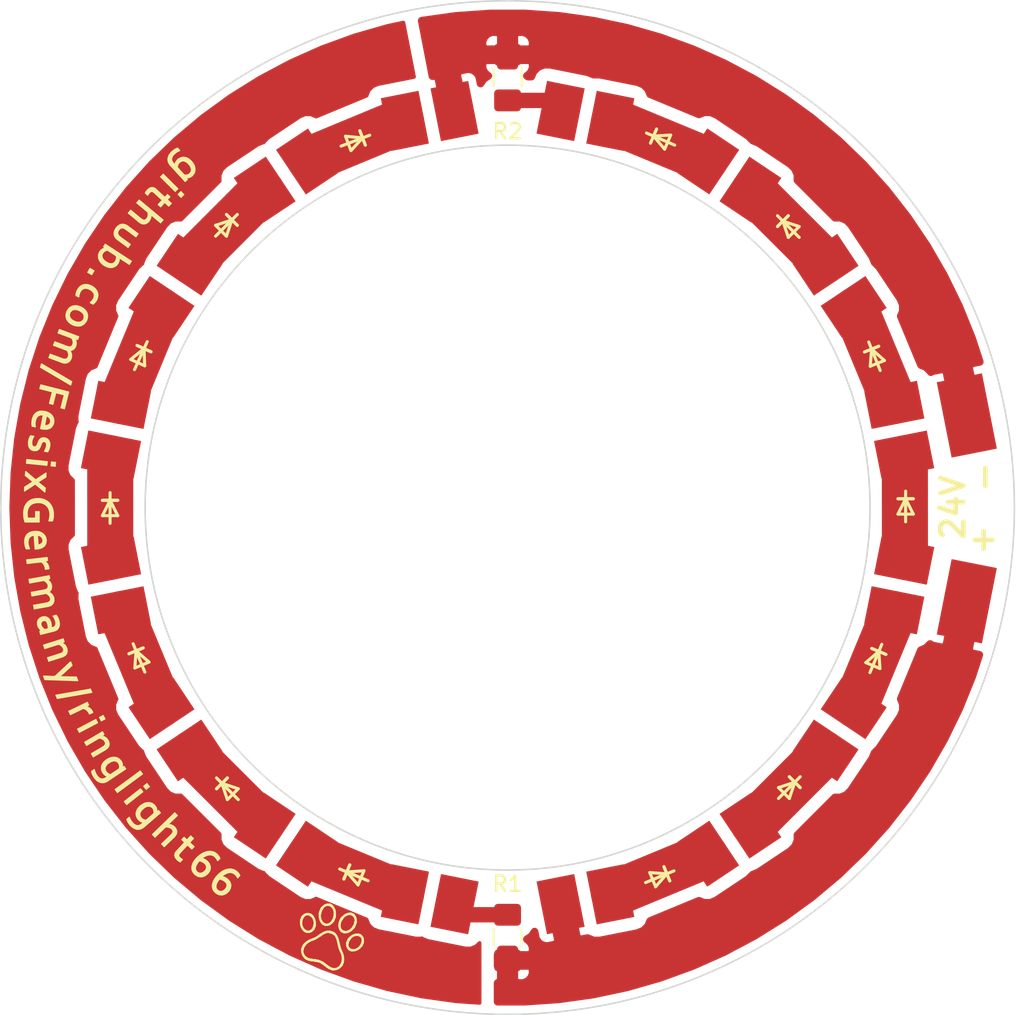
<source format=kicad_pcb>
(kicad_pcb (version 20171130) (host pcbnew "(5.0.1)-4")
  (title_block (title "Microscope ringlight 66mm") (comment 1 github.com/FesixGermany/ringlight66))
  (layers (0 F.Cu signal) (31 B.Cu signal) (34 B.Paste user) (35 F.Paste user) (36 B.SilkS user) (37 F.SilkS user) (38 B.Mask user) (39 F.Mask user) (44 Edge.Cuts user))
  (net 0 "")
  (net 1 "Net-(D1-Pad2)")
  (net 2 "Net-(D1-Pad1)")
  (net 3 "Net-(D2-Pad1)")
  (net 4 "Net-(D3-Pad1)")
  (net 5 "Net-(D4-Pad1)")
  (net 6 "Net-(D5-Pad1)")
  (net 7 "Net-(D6-Pad1)")
  (net 8 "Net-(D7-Pad1)")
  (net 9 "Net-(D10-Pad2)")
  (net 10 "Net-(D11-Pad2)")
  (net 11 "Net-(D10-Pad1)")
  (net 12 "Net-(D11-Pad1)")
  (net 13 "Net-(D12-Pad1)")
  (net 14 "Net-(D13-Pad1)")
  (net 15 "Net-(D14-Pad1)")
  (net 16 "Net-(D15-Pad1)")
  (net 17 "Net-(D2-Pad2)")
  (net 18 "Net-(D16-Pad1)")
  (module .pretty:LED_3535 (layer F.Cu) (at 105.07 74.5 348.7)
    (fp_text reference D16 hide)
    (fp_text value LED)
    (pad 2 smd rect (at 1.65 0 348.7) (size 2.5 3.5) (layers F.Cu F.Paste F.Mask) (net 15 "Net-(D14-Pad1)"))
    (pad 1 smd rect (at -1.65 0 348.7) (size 2.5 3.5) (layers F.Cu F.Paste F.Mask) (net 18 "Net-(D16-Pad1)"))
  )
  (module .pretty:LED_3535 (layer F.Cu) (at 94.93 125.5 348.7)
    (fp_text reference D1 hide)
    (fp_text value LED)
    (pad 2 smd rect (at 1.65 0 348.7) (size 2.5 3.5) (layers F.Cu F.Paste F.Mask) (net 1 "Net-(D1-Pad2)"))
    (pad 1 smd rect (at -1.65 0 348.7) (size 2.5 3.5) (layers F.Cu F.Paste F.Mask) (net 2 "Net-(D1-Pad1)"))
  )
  (module .pretty:LED_3535 (layer F.Cu) (at 105.07 125.5 191.2)
    (fp_text reference D2 hide)
    (fp_text value LED)
    (pad 2 smd rect (at 1.65 0 191.2) (size 2.5 3.5) (layers F.Cu F.Paste F.Mask) (net 17 "Net-(D2-Pad2)"))
    (pad 1 smd rect (at -1.65 0 191.2) (size 2.5 3.5) (layers F.Cu F.Paste F.Mask) (net 3 "Net-(D2-Pad1)"))
  )
  (module .pretty:LED_3535 (layer F.Cu) (at 85.56 121.62 326.2)
    (fp_text reference D3 hide)
    (fp_text value LED)
    (pad 2 smd rect (at 1.65 0 326.2) (size 2.5 3.5) (layers F.Cu F.Paste F.Mask) (net 2 "Net-(D1-Pad1)"))
    (pad 1 smd rect (at -1.65 0 326.2) (size 2.5 3.5) (layers F.Cu F.Paste F.Mask) (net 4 "Net-(D3-Pad1)"))
  )
  (module .pretty:LED_3535 (layer F.Cu) (at 114.44 121.62 213.7)
    (fp_text reference D4 hide)
    (fp_text value LED)
    (pad 2 smd rect (at 1.65 0 213.7) (size 2.5 3.5) (layers F.Cu F.Paste F.Mask) (net 3 "Net-(D2-Pad1)"))
    (pad 1 smd rect (at -1.65 0 213.7) (size 2.5 3.5) (layers F.Cu F.Paste F.Mask) (net 5 "Net-(D4-Pad1)"))
  )
  (module .pretty:LED_3535 (layer F.Cu) (at 78.38 114.44 303.7)
    (fp_text reference D5 hide)
    (fp_text value LED)
    (pad 2 smd rect (at 1.65 0 303.7) (size 2.5 3.5) (layers F.Cu F.Paste F.Mask) (net 4 "Net-(D3-Pad1)"))
    (pad 1 smd rect (at -1.65 0 303.7) (size 2.5 3.5) (layers F.Cu F.Paste F.Mask) (net 6 "Net-(D5-Pad1)"))
  )
  (module .pretty:LED_3535 (layer F.Cu) (at 121.62 114.44 236.2)
    (fp_text reference D6 hide)
    (fp_text value LED)
    (pad 2 smd rect (at 1.65 0 236.2) (size 2.5 3.5) (layers F.Cu F.Paste F.Mask) (net 5 "Net-(D4-Pad1)"))
    (pad 1 smd rect (at -1.65 0 236.2) (size 2.5 3.5) (layers F.Cu F.Paste F.Mask) (net 7 "Net-(D6-Pad1)"))
  )
  (module .pretty:LED_3535 (layer F.Cu) (at 74.5 105.07 281.2)
    (fp_text reference D7 hide)
    (fp_text value LED)
    (pad 2 smd rect (at 1.65 0 281.2) (size 2.5 3.5) (layers F.Cu F.Paste F.Mask) (net 6 "Net-(D5-Pad1)"))
    (pad 1 smd rect (at -1.65 0 281.2) (size 2.5 3.5) (layers F.Cu F.Paste F.Mask) (net 8 "Net-(D7-Pad1)"))
  )
  (module .pretty:LED_3535 (layer F.Cu) (at 125.5 105.07 258.7)
    (fp_text reference D8 hide)
    (fp_text value LED)
    (pad 2 smd rect (at 1.65 0 258.7) (size 2.5 3.5) (layers F.Cu F.Paste F.Mask) (net 7 "Net-(D6-Pad1)"))
    (pad 1 smd rect (at -1.65 0 258.7) (size 2.5 3.5) (layers F.Cu F.Paste F.Mask) (net 9 "Net-(D10-Pad2)"))
  )
  (module .pretty:LED_3535 (layer F.Cu) (at 74.5 94.93 258.7)
    (fp_text reference D9 hide)
    (fp_text value LED)
    (pad 2 smd rect (at 1.65 0 258.7) (size 2.5 3.5) (layers F.Cu F.Paste F.Mask) (net 8 "Net-(D7-Pad1)"))
    (pad 1 smd rect (at -1.65 0 258.7) (size 2.5 3.5) (layers F.Cu F.Paste F.Mask) (net 10 "Net-(D11-Pad2)"))
  )
  (module .pretty:LED_3535 (layer F.Cu) (at 125.5 94.93 281.2)
    (fp_text reference D10 hide)
    (fp_text value LED)
    (pad 2 smd rect (at 1.65 0 281.2) (size 2.5 3.5) (layers F.Cu F.Paste F.Mask) (net 9 "Net-(D10-Pad2)"))
    (pad 1 smd rect (at -1.65 0 281.2) (size 2.5 3.5) (layers F.Cu F.Paste F.Mask) (net 11 "Net-(D10-Pad1)"))
  )
  (module .pretty:LED_3535 (layer F.Cu) (at 78.38 85.56 236.2)
    (fp_text reference D11 hide)
    (fp_text value LED)
    (pad 2 smd rect (at 1.65 0 236.2) (size 2.5 3.5) (layers F.Cu F.Paste F.Mask) (net 10 "Net-(D11-Pad2)"))
    (pad 1 smd rect (at -1.65 0 236.2) (size 2.5 3.5) (layers F.Cu F.Paste F.Mask) (net 12 "Net-(D11-Pad1)"))
  )
  (module .pretty:LED_3535 (layer F.Cu) (at 121.62 85.56 303.7)
    (fp_text reference D12 hide)
    (fp_text value LED)
    (pad 2 smd rect (at 1.65 0 303.7) (size 2.5 3.5) (layers F.Cu F.Paste F.Mask) (net 11 "Net-(D10-Pad1)"))
    (pad 1 smd rect (at -1.65 0 303.7) (size 2.5 3.5) (layers F.Cu F.Paste F.Mask) (net 13 "Net-(D12-Pad1)"))
  )
  (module .pretty:LED_3535 (layer F.Cu) (at 85.56 78.38 213.7)
    (fp_text reference D13 hide)
    (fp_text value LED)
    (pad 2 smd rect (at 1.65 0 213.7) (size 2.5 3.5) (layers F.Cu F.Paste F.Mask) (net 12 "Net-(D11-Pad1)"))
    (pad 1 smd rect (at -1.65 0 213.7) (size 2.5 3.5) (layers F.Cu F.Paste F.Mask) (net 14 "Net-(D13-Pad1)"))
  )
  (module .pretty:LED_3535 (layer F.Cu) (at 114.44 78.38 326.2)
    (fp_text reference D14 hide)
    (fp_text value LED)
    (pad 2 smd rect (at 1.65 0 326.2) (size 2.5 3.5) (layers F.Cu F.Paste F.Mask) (net 13 "Net-(D12-Pad1)"))
    (pad 1 smd rect (at -1.65 0 326.2) (size 2.5 3.5) (layers F.Cu F.Paste F.Mask) (net 15 "Net-(D14-Pad1)"))
  )
  (module .pretty:LED_3535 (layer F.Cu) (at 94.93 74.5 191.2)
    (fp_text reference D15 hide)
    (fp_text value LED)
    (pad 2 smd rect (at 1.65 0 191.2) (size 2.5 3.5) (layers F.Cu F.Paste F.Mask) (net 14 "Net-(D13-Pad1)"))
    (pad 1 smd rect (at -1.65 0 191.2) (size 2.5 3.5) (layers F.Cu F.Paste F.Mask) (net 16 "Net-(D15-Pad1)"))
  )
  (module Resistor_SMD:R_1206_3216Metric_Pad1.42x1.75mm_HandSolder (layer F.Cu) (at 100 72 90)
    (fp_text reference R2 (at -3.5 0 180) (layer F.SilkS))
    (fp_text value 82)
    (pad 1 smd roundrect (at -1.4875 0 90) (size 1.425 1.75) (layers F.Cu F.Paste F.Mask) (roundrect_rratio 0.175439) (net 18 "Net-(D16-Pad1)"))
    (pad 2 smd roundrect (at 1.4875 0 90) (size 1.425 1.75) (layers F.Cu F.Paste F.Mask) (roundrect_rratio 0.175439) (net 16 "Net-(D15-Pad1)"))
  )
  (module Resistor_SMD:R_1206_3216Metric_Pad1.42x1.75mm_HandSolder (layer F.Cu) (at 100 128 90)
    (fp_text reference R1 (at 3.5 0 180) (layer F.SilkS))
    (fp_text value 82)
    (pad 2 smd roundrect (at 1.4875 0 90) (size 1.425 1.75) (layers F.Cu F.Paste F.Mask) (roundrect_rratio 0.175439) (net 1 "Net-(D1-Pad2)"))
    (pad 1 smd roundrect (at -1.4875 0 90) (size 1.425 1.75) (layers F.Cu F.Paste F.Mask) (roundrect_rratio 0.175439) (net 17 "Net-(D2-Pad2)"))
  )
  (module Connector_Wire:SolderWirePad_1x01_SMD_5x10mm (layer F.Cu) (at 129.9 94 11.2)
    (fp_text reference J2 hide)
    (fp_text value -)
    (pad 1 smd rect (at 0 0 11.2) (size 3 5) (layers F.Cu F.Paste F.Mask) (net 16 "Net-(D15-Pad1)"))
  )
  (module Connector_Wire:SolderWirePad_1x01_SMD_5x10mm (layer F.Cu) (at 129.9 106.1 348.8)
    (fp_text reference J1 hide)
    (fp_text value +24V)
    (pad 1 smd rect (at 0 0 348.8) (size 3 5) (layers F.Cu F.Paste F.Mask) (net 17 "Net-(D2-Pad2)"))
  )
  (gr_line (start 81.6 124.25) (end 81.3 124.1) (layer F.SilkS) (width 0.2))
  (gr_line (start 81.8 124.4) (end 81.6 124.25) (layer F.SilkS) (width 0.2))
  (gr_line (start 81.85 124.7) (end 81.8 124.4) (layer F.SilkS) (width 0.2))
  (gr_line (start 81.6 125.05) (end 81.85 124.7) (layer F.SilkS) (width 0.2))
  (gr_line (start 81.2 125.1) (end 81.6 125.05) (layer F.SilkS) (width 0.2))
  (gr_line (start 80.95 124.85) (end 81.2 125.1) (layer F.SilkS) (width 0.2))
  (gr_line (start 80.9 124.5) (end 80.95 124.85) (layer F.SilkS) (width 0.2))
  (gr_line (start 81.1 124.15) (end 80.9 124.5) (layer F.SilkS) (width 0.2))
  (gr_line (start 81.5 123.8) (end 81.1 124.15) (layer F.SilkS) (width 0.2))
  (gr_line (start 81.9 123.65) (end 81.5 123.8) (layer F.SilkS) (width 0.2))
  (gr_line (start 82.2 123.75) (end 81.9 123.65) (layer F.SilkS) (width 0.2))
  (gr_line (start 82.45 123.95) (end 82.2 123.75) (layer F.SilkS) (width 0.2))
  (gr_line (start 80.35 123.1) (end 80 122.85) (layer F.SilkS) (width 0.2))
  (gr_line (start 80.55 123.35) (end 80.35 123.1) (layer F.SilkS) (width 0.2))
  (gr_line (start 80.4 123.7) (end 80.55 123.35) (layer F.SilkS) (width 0.2))
  (gr_line (start 80.05 123.95) (end 80.4 123.7) (layer F.SilkS) (width 0.2))
  (gr_line (start 79.7 123.8) (end 80.05 123.95) (layer F.SilkS) (width 0.2))
  (gr_line (start 79.55 123.5) (end 79.7 123.8) (layer F.SilkS) (width 0.2))
  (gr_line (start 79.65 123.15) (end 79.55 123.5) (layer F.SilkS) (width 0.2))
  (gr_line (start 80 122.75) (end 79.65 123.15) (layer F.SilkS) (width 0.2))
  (gr_line (start 80.5 122.5) (end 80 122.75) (layer F.SilkS) (width 0.2))
  (gr_line (start 80.75 122.5) (end 80.5 122.5) (layer F.SilkS) (width 0.2))
  (gr_line (start 80.95 122.65) (end 80.75 122.5) (layer F.SilkS) (width 0.2))
  (gr_line (start 81.15 122.85) (end 80.95 122.65) (layer F.SilkS) (width 0.2))
  (gr_line (start 80.430884 123.032322) (end 80.431082 123.032526) (layer F.SilkS) (width 0.1))
  (gr_arc (start 79.918908 123.596848) (end 80.430884 123.032322) (angle -15.13574056) (layer F.SilkS) (width 0.1))
  (gr_arc (start 79.86076 123.699196) (end 80.265722 122.918225) (angle -13.34796212) (layer F.SilkS) (width 0.1))
  (gr_line (start 80.07075 122.842403) (end 80.074484 122.845831) (layer F.SilkS) (width 0.1))
  (gr_arc (start 80.841843 123.724829) (end 80.335657 122.66793) (angle -15.5566401) (layer F.SilkS) (width 0.1))
  (gr_arc (start 80.651692 123.332949) (end 80.577389 122.600414) (angle -19.62646681) (layer F.SilkS) (width 0.1))
  (gr_arc (start 80.627718 123.077488) (end 80.785734 122.624538) (angle -25.25399484) (layer F.SilkS) (width 0.1))
  (gr_arc (start 80.618258 123.091031) (end 80.954449 122.726834) (angle -22.96145689) (layer F.SilkS) (width 0.1))
  (gr_arc (start 80.454678 123.255767) (end 81.058441 122.849551) (angle -12.69085038) (layer F.SilkS) (width 0.1))
  (gr_line (start 81.095057 122.908154) (end 81.058441 122.849551) (layer F.SilkS) (width 0.1))
  (gr_line (start 81.127262 122.969391) (end 81.095057 122.908154) (layer F.SilkS) (width 0.1))
  (gr_line (start 81.250177 122.839064) (end 81.127262 122.969391) (layer F.SilkS) (width 0.1))
  (gr_arc (start 80.603358 123.100081) (end 81.250177 122.839064) (angle -11.04325672) (layer F.SilkS) (width 0.1))
  (gr_arc (start 80.504147 123.177983) (end 81.188202 122.719999) (angle -12.67229042) (layer F.SilkS) (width 0.1))
  (gr_arc (start 80.609447 123.060267) (end 81.071069 122.581091) (angle -20.57501811) (layer F.SilkS) (width 0.1))
  (gr_arc (start 80.617822 123.048917) (end 80.873225 122.449427) (angle -19.86322397) (layer F.SilkS) (width 0.1))
  (gr_arc (start 80.610599 123.208492) (end 80.654338 122.398313) (angle -16.32289842) (layer F.SilkS) (width 0.1))
  (gr_arc (start 80.690531 123.503071) (end 80.424874 122.418676) (angle -12.67708692) (layer F.SilkS) (width 0.1))
  (gr_arc (start 80.793345 123.715182) (end 80.193373 122.503411) (angle -11.3062517) (layer F.SilkS) (width 0.1))
  (gr_arc (start 80.893915 123.876716) (end 79.967445 122.644554) (angle -10.54613006) (layer F.SilkS) (width 0.1))
  (gr_arc (start 80.667415 123.722096) (end 79.757576 122.834937) (angle -15.63070351) (layer F.SilkS) (width 0.1))
  (gr_arc (start 80.233928 123.493673) (end 79.552191 123.112889) (angle -21.15754601) (layer F.SilkS) (width 0.1))
  (gr_arc (start 79.990227 123.457358) (end 79.460708 123.384619) (angle -27.3863634) (layer F.SilkS) (width 0.1))
  (gr_arc (start 80.027719 123.430463) (end 79.486595 123.636344) (angle -26.5059141) (layer F.SilkS) (width 0.1))
  (gr_arc (start 80.084509 123.393662) (end 79.635356 123.856202) (angle -22.16523535) (layer F.SilkS) (width 0.1))
  (gr_arc (start 80.035384 123.483034) (end 79.843055 123.991476) (angle -23.3663696) (layer F.SilkS) (width 0.1))
  (gr_arc (start 80.02245 123.490696) (end 80.060481 124.026057) (angle -23.78546013) (layer F.SilkS) (width 0.1))
  (gr_arc (start 79.932603 123.315979) (end 80.273169 123.965246) (angle -19.40816403) (layer F.SilkS) (width 0.1))
  (gr_arc (start 80.061806 123.410051) (end 80.469565 123.815183) (angle -23.7716017) (layer F.SilkS) (width 0.1))
  (gr_arc (start 80.160494 123.443096) (end 80.598276 123.616447) (angle -25.41718684) (layer F.SilkS) (width 0.1))
  (gr_arc (start 80.164476 123.443516) (end 80.630305 123.411769) (angle -25.59159087) (layer F.SilkS) (width 0.1))
  (gr_arc (start 79.968516 123.534073) (end 80.570892 123.213667) (angle -19.30665407) (layer F.SilkS) (width 0.1))
  (gr_arc (start 81.262592 124.783484) (end 81.738971 124.192377) (angle -15.19652155) (layer F.SilkS) (width 0.1))
  (gr_arc (start 81.210573 124.887085) (end 81.567366 124.088173) (angle -13.42074386) (layer F.SilkS) (width 0.1))
  (gr_line (start 81.367927 124.023658) (end 81.372195 124.027178) (layer F.SilkS) (width 0.1))
  (gr_arc (start 82.186104 124.854789) (end 81.62214 123.833938) (angle -15.63176161) (layer F.SilkS) (width 0.1))
  (gr_arc (start 81.976921 124.479516) (end 81.859477 123.752297) (angle -19.61733826) (layer F.SilkS) (width 0.1))
  (gr_arc (start 81.937837 124.225569) (end 82.068883 123.7641) (angle -25.25448187) (layer F.SilkS) (width 0.1))
  (gr_arc (start 81.930118 124.237906) (end 82.243335 123.856274) (angle -23.05286557) (layer F.SilkS) (width 0.1))
  (gr_arc (start 81.776141 124.413289) (end 82.354385 123.972642) (angle -12.7029204) (layer F.SilkS) (width 0.1))
  (gr_line (start 82.394394 124.028985) (end 82.354385 123.972642) (layer F.SilkS) (width 0.1))
  (gr_line (start 82.430152 124.088217) (end 82.394394 124.028985) (layer F.SilkS) (width 0.1))
  (gr_line (start 82.545172 123.950873) (end 82.430152 124.088217) (layer F.SilkS) (width 0.1))
  (gr_arc (start 81.909314 124.252865) (end 82.545172 123.950873) (angle -10.94218089) (layer F.SilkS) (width 0.1))
  (gr_arc (start 81.821256 124.332497) (end 82.476288 123.835666) (angle -12.6890575) (layer F.SilkS) (width 0.1))
  (gr_arc (start 81.917986 124.210478) (end 82.351156 123.703916) (angle -20.53894003) (layer F.SilkS) (width 0.1))
  (gr_arc (start 81.928374 124.185462) (end 82.145897 123.584141) (angle -20.24505034) (layer F.SilkS) (width 0.1))
  (gr_arc (start 81.931597 124.378457) (end 81.92438 123.546019) (angle -15.90631588) (layer F.SilkS) (width 0.1))
  (gr_arc (start 82.025006 124.644975) (end 81.696514 123.57987) (angle -12.69771853) (layer F.SilkS) (width 0.1))
  (gr_arc (start 82.121343 124.825092) (end 81.47043 123.678124) (angle -11.59334681) (layer F.SilkS) (width 0.1))
  (gr_arc (start 82.245159 125.002315) (end 81.25321 123.832334) (angle -10.59938987) (layer F.SilkS) (width 0.1))
  (gr_arc (start 82.010085 124.863059) (end 81.054928 124.034757) (angle -15.71195357) (layer F.SilkS) (width 0.1))
  (gr_arc (start 81.565279 124.663207) (end 80.866312 124.324364) (angle -21.27080126) (layer F.SilkS) (width 0.1))
  (gr_arc (start 81.323888 124.64242) (end 80.791004 124.601016) (angle -27.38650469) (layer F.SilkS) (width 0.1))
  (gr_arc (start 81.359579 124.61343) (end 80.831682 124.850778) (angle -26.5137176) (layer F.SilkS) (width 0.1))
  (gr_arc (start 81.413614 124.574395) (end 80.993157 125.061475) (angle -22.21014086) (layer F.SilkS) (width 0.1))
  (gr_arc (start 81.370523 124.665163) (end 81.208472 125.18427) (angle -23.35716298) (layer F.SilkS) (width 0.1))
  (gr_arc (start 81.358059 124.673905) (end 81.427558 125.205977) (angle -23.79037852) (layer F.SilkS) (width 0.1))
  (gr_arc (start 81.257132 124.503374) (end 81.636286 125.13273) (angle -19.36618751) (layer F.SilkS) (width 0.1))
  (gr_arc (start 81.393288 124.591381) (end 81.82353 124.971391) (angle -23.80385605) (layer F.SilkS) (width 0.1))
  (gr_arc (start 81.492622 124.618121) (end 81.940305 124.765416) (angle -25.3932392) (layer F.SilkS) (width 0.1))
  (gr_arc (start 81.496821 124.618443) (end 81.960217 124.559206) (angle -25.57741289) (layer F.SilkS) (width 0.1))
  (gr_arc (start 81.307056 124.720152) (end 81.889231 124.364949) (angle -19.31549777) (layer F.SilkS) (width 0.1))
  (gr_arc (start 79.985838 123.489421) (end 79.676283 123.589756) (angle -29.58154511) (layer F.SilkS) (width 0.1))
  (gr_arc (start 80.019528 123.486637) (end 79.66826 123.415493) (angle -28.17107168) (layer F.SilkS) (width 0.1))
  (gr_arc (start 80.381875 123.57502) (end 79.748044 123.210392) (angle -17.30964167) (layer F.SilkS) (width 0.1))
  (gr_arc (start 80.780334 123.829283) (end 79.926538 122.980943) (angle -13.87230517) (layer F.SilkS) (width 0.1))
  (gr_arc (start 79.755679 123.7955) (end 80.118548 123.046486) (angle -14.00199364) (layer F.SilkS) (width 0.1))
  (gr_arc (start 79.860346 123.619431) (end 80.287546 123.158525) (angle -18.56744348) (layer F.SilkS) (width 0.1))
  (gr_arc (start 79.946228 123.522859) (end 80.37555 123.268065) (angle -16.17985748) (layer F.SilkS) (width 0.1))
  (gr_arc (start 80.12602 123.416231) (end 80.415265 123.392656) (angle -26.0413912) (layer F.SilkS) (width 0.1))
  (gr_arc (start 80.110164 123.411431) (end 80.391986 123.529818) (angle -26.30757072) (layer F.SilkS) (width 0.1))
  (gr_arc (start 79.986512 123.363738) (end 80.293905 123.67599) (angle -23.17552878) (layer F.SilkS) (width 0.1))
  (gr_arc (start 79.919721 123.333074) (end 80.155696 123.78243) (angle -19.79092185) (layer F.SilkS) (width 0.1))
  (gr_arc (start 79.979654 123.442688) (end 80.016527 123.82355) (angle -21.86172881) (layer F.SilkS) (width 0.1))
  (gr_arc (start 79.995743 123.501152) (end 79.883378 123.804049) (angle -24.04182372) (layer F.SilkS) (width 0.1))
  (gr_arc (start 79.999125 123.492658) (end 79.766164 123.729493) (angle -24.13695986) (layer F.SilkS) (width 0.1))
  (gr_arc (start 81.320764 124.675188) (end 81.018347 124.793199) (angle -29.64106675) (layer F.SilkS) (width 0.1))
  (gr_arc (start 81.354426 124.670089) (end 81.000071 124.619712) (angle -28.20967932) (layer F.SilkS) (width 0.1))
  (gr_arc (start 81.722148 124.736997) (end 81.067627 124.410266) (angle -17.30212656) (layer F.SilkS) (width 0.1))
  (gr_arc (start 82.135627 124.96805) (end 81.232303 124.170709) (angle -13.85731965) (layer F.SilkS) (width 0.1))
  (gr_arc (start 81.108557 124.998189) (end 81.427842 124.224824) (angle -13.92805414) (layer F.SilkS) (width 0.1))
  (gr_arc (start 81.204343 124.811212) (end 81.603156 124.326701) (angle -18.594519) (layer F.SilkS) (width 0.1))
  (gr_arc (start 81.282269 124.712056) (end 81.697472 124.430856) (angle -16.10748817) (layer F.SilkS) (width 0.1))
  (gr_arc (start 81.456361 124.593764) (end 81.744463 124.552889) (angle -25.97006149) (layer F.SilkS) (width 0.1))
  (gr_arc (start 81.439735 124.589473) (end 81.729308 124.691183) (angle -26.19921242) (layer F.SilkS) (width 0.1))
  (gr_arc (start 81.314381 124.549068) (end 81.640012 124.84288) (angle -23.15281001) (layer F.SilkS) (width 0.1))
  (gr_arc (start 81.247217 124.523344) (end 81.508262 124.957218) (angle -19.8382233) (layer F.SilkS) (width 0.1))
  (gr_arc (start 81.311848 124.626561) (end 81.371751 125.006461) (angle -21.7501127) (layer F.SilkS) (width 0.1))
  (gr_arc (start 81.331883 124.687252) (end 81.237687 124.994841) (angle -24.14581599) (layer F.SilkS) (width 0.1))
  (gr_arc (start 81.35 124.65) (end 81.116285 124.927321) (angle -22.08268447) (layer F.SilkS) (width 0.1))
  (gr_line (start 87.938478 127.038272) (end 87.95 127.05) (layer F.SilkS) (width 0.15))
  (gr_arc (start 88.311556 126.687318) (end 87.862766 126.934185) (angle -14.43568722) (layer F.SilkS) (width 0.15))
  (gr_arc (start 88.45575 126.607999) (end 87.80889 126.806994) (angle -11.7145663) (layer F.SilkS) (width 0.15))
  (gr_arc (start 88.53266 126.584339) (end 87.779616 126.66398) (angle -11.06254917) (layer F.SilkS) (width 0.15))
  (gr_arc (start 88.641069 126.572875) (end 87.776884 126.512988) (angle -10.00115679) (layer F.SilkS) (width 0.15))
  (gr_line (start 87.779228 126.485531) (end 87.776884 126.512988) (layer F.SilkS) (width 0.15))
  (gr_line (start 87.782632 126.455651) (end 87.779228 126.485531) (layer F.SilkS) (width 0.15))
  (gr_line (start 87.786475 126.427992) (end 87.782632 126.455651) (layer F.SilkS) (width 0.15))
  (gr_line (start 87.790125 126.408234) (end 87.786475 126.427992) (layer F.SilkS) (width 0.15))
  (gr_line (start 87.790396 126.406968) (end 87.790125 126.408234) (layer F.SilkS) (width 0.15))
  (gr_line (start 87.790698 126.405517) (end 87.790396 126.406968) (layer F.SilkS) (width 0.15))
  (gr_line (start 87.790982 126.404109) (end 87.790698 126.405517) (layer F.SilkS) (width 0.15))
  (gr_line (start 87.791202 126.402986) (end 87.790982 126.404109) (layer F.SilkS) (width 0.15))
  (gr_line (start 87.791411 126.401896) (end 87.791202 126.402986) (layer F.SilkS) (width 0.15))
  (gr_line (start 87.791667 126.400591) (end 87.791411 126.401896) (layer F.SilkS) (width 0.15))
  (gr_line (start 87.791926 126.39929) (end 87.791667 126.400591) (layer F.SilkS) (width 0.15))
  (gr_line (start 87.792147 126.398202) (end 87.791926 126.39929) (layer F.SilkS) (width 0.15))
  (gr_line (start 87.792369 126.397116) (end 87.792147 126.398202) (layer F.SilkS) (width 0.15))
  (gr_line (start 87.792628 126.395814) (end 87.792369 126.397116) (layer F.SilkS) (width 0.15))
  (gr_line (start 87.792884 126.39451) (end 87.792628 126.395814) (layer F.SilkS) (width 0.15))
  (gr_line (start 87.793094 126.393419) (end 87.792884 126.39451) (layer F.SilkS) (width 0.15))
  (gr_line (start 87.79331 126.392313) (end 87.793094 126.393419) (layer F.SilkS) (width 0.15))
  (gr_line (start 87.793584 126.390959) (end 87.79331 126.392313) (layer F.SilkS) (width 0.15))
  (gr_line (start 87.793869 126.389584) (end 87.793584 126.390959) (layer F.SilkS) (width 0.15))
  (gr_line (start 87.794123 126.388411) (end 87.793869 126.389584) (layer F.SilkS) (width 0.15))
  (gr_line (start 87.794384 126.387223) (end 87.794123 126.388411) (layer F.SilkS) (width 0.15))
  (gr_line (start 87.794697 126.385802) (end 87.794384 126.387223) (layer F.SilkS) (width 0.15))
  (gr_line (start 87.795009 126.384381) (end 87.794697 126.385802) (layer F.SilkS) (width 0.15))
  (gr_line (start 87.79527 126.383193) (end 87.795009 126.384381) (layer F.SilkS) (width 0.15))
  (gr_line (start 87.795524 126.382023) (end 87.79527 126.383193) (layer F.SilkS) (width 0.15))
  (gr_line (start 87.795812 126.380659) (end 87.795524 126.382023) (layer F.SilkS) (width 0.15))
  (gr_line (start 87.79609 126.37932) (end 87.795812 126.380659) (layer F.SilkS) (width 0.15))
  (gr_line (start 87.796308 126.37823) (end 87.79609 126.37932) (layer F.SilkS) (width 0.15))
  (gr_line (start 87.796545 126.377092) (end 87.796308 126.37823) (layer F.SilkS) (width 0.15))
  (gr_line (start 87.796882 126.375581) (end 87.796545 126.377092) (layer F.SilkS) (width 0.15))
  (gr_line (start 87.797256 126.373976) (end 87.796882 126.375581) (layer F.SilkS) (width 0.15))
  (gr_line (start 87.797611 126.372518) (end 87.797256 126.373976) (layer F.SilkS) (width 0.15))
  (gr_line (start 87.797967 126.371063) (end 87.797611 126.372518) (layer F.SilkS) (width 0.15))
  (gr_line (start 87.798342 126.369468) (end 87.797967 126.371063) (layer F.SilkS) (width 0.15))
  (gr_line (start 87.798683 126.367971) (end 87.798342 126.369468) (layer F.SilkS) (width 0.15))
  (gr_line (start 87.798924 126.366851) (end 87.798683 126.367971) (layer F.SilkS) (width 0.15))
  (gr_line (start 87.799172 126.365705) (end 87.798924 126.366851) (layer F.SilkS) (width 0.15))
  (gr_line (start 87.799543 126.36411) (end 87.799172 126.365705) (layer F.SilkS) (width 0.15))
  (gr_line (start 87.799961 126.362379) (end 87.799543 126.36411) (layer F.SilkS) (width 0.15))
  (gr_line (start 87.800368 126.360762) (end 87.799961 126.362379) (layer F.SilkS) (width 0.15))
  (gr_line (start 87.800782 126.359143) (end 87.800368 126.360762) (layer F.SilkS) (width 0.15))
  (gr_line (start 87.801223 126.357403) (end 87.800782 126.359143) (layer F.SilkS) (width 0.15))
  (gr_line (start 87.801626 126.355796) (end 87.801223 126.357403) (layer F.SilkS) (width 0.15))
  (gr_line (start 87.801914 126.354633) (end 87.801626 126.355796) (layer F.SilkS) (width 0.15))
  (gr_line (start 87.80221 126.353446) (end 87.801914 126.354633) (layer F.SilkS) (width 0.15))
  (gr_line (start 87.802644 126.351739) (end 87.80221 126.353446) (layer F.SilkS) (width 0.15))
  (gr_line (start 87.803128 126.349864) (end 87.802644 126.351739) (layer F.SilkS) (width 0.15))
  (gr_line (start 87.803592 126.348083) (end 87.803128 126.349864) (layer F.SilkS) (width 0.15))
  (gr_line (start 87.804057 126.346302) (end 87.803592 126.348083) (layer F.SilkS) (width 0.15))
  (gr_line (start 87.804542 126.344426) (end 87.804057 126.346302) (layer F.SilkS) (width 0.15))
  (gr_line (start 87.804978 126.34272) (end 87.804542 126.344426) (layer F.SilkS) (width 0.15))
  (gr_line (start 87.805277 126.341534) (end 87.804978 126.34272) (layer F.SilkS) (width 0.15))
  (gr_line (start 87.806011 126.338716) (end 87.805277 126.341534) (layer F.SilkS) (width 0.15))
  (gr_line (start 87.807181 126.334515) (end 87.806011 126.338716) (layer F.SilkS) (width 0.15))
  (gr_line (start 87.808489 126.329949) (end 87.807181 126.334515) (layer F.SilkS) (width 0.15))
  (gr_line (start 87.809725 126.32578) (end 87.808489 126.329949) (layer F.SilkS) (width 0.15))
  (gr_line (start 87.810289 126.323893) (end 87.809725 126.32578) (layer F.SilkS) (width 0.15))
  (gr_line (start 87.810957 126.321633) (end 87.810289 126.323893) (layer F.SilkS) (width 0.15))
  (gr_line (start 87.811618 126.319368) (end 87.810957 126.321633) (layer F.SilkS) (width 0.15))
  (gr_line (start 87.812163 126.317474) (end 87.811618 126.319368) (layer F.SilkS) (width 0.15))
  (gr_line (start 87.814026 126.311199) (end 87.812163 126.317474) (layer F.SilkS) (width 0.15))
  (gr_line (start 87.816448 126.303526) (end 87.814026 126.311199) (layer F.SilkS) (width 0.15))
  (gr_line (start 87.8196 126.293895) (end 87.816448 126.303526) (layer F.SilkS) (width 0.15))
  (gr_line (start 87.823783 126.281401) (end 87.8196 126.293895) (layer F.SilkS) (width 0.15))
  (gr_line (start 87.829356 126.266354) (end 87.823783 126.281401) (layer F.SilkS) (width 0.15))
  (gr_line (start 87.841585 126.236488) (end 87.829356 126.266354) (layer F.SilkS) (width 0.15))
  (gr_line (start 87.854076 126.20674) (end 87.841585 126.236488) (layer F.SilkS) (width 0.15))
  (gr_line (start 87.86096 126.191736) (end 87.854076 126.20674) (layer F.SilkS) (width 0.15))
  (gr_line (start 87.866574 126.180506) (end 87.86096 126.191736) (layer F.SilkS) (width 0.15))
  (gr_line (start 87.872122 126.169719) (end 87.866574 126.180506) (layer F.SilkS) (width 0.15))
  (gr_line (start 87.877314 126.159923) (end 87.872122 126.169719) (layer F.SilkS) (width 0.15))
  (gr_line (start 87.881835 126.151733) (end 87.877314 126.159923) (layer F.SilkS) (width 0.15))
  (gr_line (start 87.882447 126.150648) (end 87.881835 126.151733) (layer F.SilkS) (width 0.15))
  (gr_line (start 87.883362 126.149017) (end 87.882447 126.150648) (layer F.SilkS) (width 0.15))
  (gr_line (start 87.884381 126.147196) (end 87.883362 126.149017) (layer F.SilkS) (width 0.15))
  (gr_line (start 87.885366 126.145433) (end 87.884381 126.147196) (layer F.SilkS) (width 0.15))
  (gr_line (start 87.886347 126.143698) (end 87.885366 126.145433) (layer F.SilkS) (width 0.15))
  (gr_line (start 87.887356 126.141963) (end 87.886347 126.143698) (layer F.SilkS) (width 0.15))
  (gr_line (start 87.888259 126.140452) (end 87.887356 126.141963) (layer F.SilkS) (width 0.15))
  (gr_line (start 87.888848 126.139527) (end 87.888259 126.140452) (layer F.SilkS) (width 0.15))
  (gr_line (start 87.889448 126.138592) (end 87.888848 126.139527) (layer F.SilkS) (width 0.15))
  (gr_line (start 87.890397 126.137021) (end 87.889448 126.138592) (layer F.SilkS) (width 0.15))
  (gr_line (start 87.891468 126.135212) (end 87.890397 126.137021) (layer F.SilkS) (width 0.15))
  (gr_line (start 87.892522 126.133387) (end 87.891468 126.135212) (layer F.SilkS) (width 0.15))
  (gr_line (start 87.893574 126.131565) (end 87.892522 126.133387) (layer F.SilkS) (width 0.15))
  (gr_line (start 87.894637 126.12976) (end 87.893574 126.131565) (layer F.SilkS) (width 0.15))
  (gr_line (start 87.895577 126.128198) (end 87.894637 126.12976) (layer F.SilkS) (width 0.15))
  (gr_line (start 87.896162 126.127275) (end 87.895577 126.128198) (layer F.SilkS) (width 0.15))
  (gr_line (start 87.896706 126.12643) (end 87.896162 126.127275) (layer F.SilkS) (width 0.15))
  (gr_line (start 87.897464 126.125221) (end 87.896706 126.12643) (layer F.SilkS) (width 0.15))
  (gr_line (start 87.898283 126.123892) (end 87.897464 126.125221) (layer F.SilkS) (width 0.15))
  (gr_line (start 87.899046 126.122633) (end 87.898283 126.123892) (layer F.SilkS) (width 0.15))
  (gr_line (start 87.899823 126.121353) (end 87.899046 126.122633) (layer F.SilkS) (width 0.15))
  (gr_line (start 87.900686 126.119959) (end 87.899823 126.121353) (layer F.SilkS) (width 0.15))
  (gr_line (start 87.901504 126.11866) (end 87.900686 126.119959) (layer F.SilkS) (width 0.15))
  (gr_line (start 87.902126 126.117698) (end 87.901504 126.11866) (layer F.SilkS) (width 0.15))
  (gr_line (start 87.902748 126.116736) (end 87.902126 126.117698) (layer F.SilkS) (width 0.15))
  (gr_line (start 87.903565 126.115437) (end 87.902748 126.116736) (layer F.SilkS) (width 0.15))
  (gr_line (start 87.904428 126.114043) (end 87.903565 126.115437) (layer F.SilkS) (width 0.15))
  (gr_line (start 87.905205 126.112763) (end 87.904428 126.114043) (layer F.SilkS) (width 0.15))
  (gr_line (start 87.905985 126.111481) (end 87.905205 126.112763) (layer F.SilkS) (width 0.15))
  (gr_line (start 87.906856 126.110082) (end 87.905985 126.111481) (layer F.SilkS) (width 0.15))
  (gr_line (start 87.907685 126.108774) (end 87.906856 126.110082) (layer F.SilkS) (width 0.15))
  (gr_line (start 87.908323 126.107802) (end 87.907685 126.108774) (layer F.SilkS) (width 0.15))
  (gr_line (start 87.908932 126.106892) (end 87.908323 126.107802) (layer F.SilkS) (width 0.15))
  (gr_line (start 87.90966 126.105797) (end 87.908932 126.106892) (layer F.SilkS) (width 0.15))
  (gr_line (start 87.910389 126.104699) (end 87.90966 126.105797) (layer F.SilkS) (width 0.15))
  (gr_line (start 87.910997 126.103776) (end 87.910389 126.104699) (layer F.SilkS) (width 0.15))
  (gr_line (start 87.91161 126.102851) (end 87.910997 126.103776) (layer F.SilkS) (width 0.15))
  (gr_line (start 87.912346 126.101747) (end 87.91161 126.102851) (layer F.SilkS) (width 0.15))
  (gr_line (start 87.913088 126.100644) (end 87.912346 126.101747) (layer F.SilkS) (width 0.15))
  (gr_line (start 87.913711 126.099725) (end 87.913088 126.100644) (layer F.SilkS) (width 0.15))
  (gr_line (start 87.914335 126.098805) (end 87.913711 126.099725) (layer F.SilkS) (width 0.15))
  (gr_line (start 87.915075 126.097702) (end 87.914335 126.098805) (layer F.SilkS) (width 0.15))
  (gr_line (start 87.915813 126.096598) (end 87.915075 126.097702) (layer F.SilkS) (width 0.15))
  (gr_line (start 87.916425 126.095672) (end 87.915813 126.096598) (layer F.SilkS) (width 0.15))
  (gr_line (start 87.917029 126.094764) (end 87.916425 126.095672) (layer F.SilkS) (width 0.15))
  (gr_line (start 87.917744 126.093708) (end 87.917029 126.094764) (layer F.SilkS) (width 0.15))
  (gr_line (start 87.918453 126.092675) (end 87.917744 126.093708) (layer F.SilkS) (width 0.15))
  (gr_line (start 87.919038 126.091839) (end 87.918453 126.092675) (layer F.SilkS) (width 0.15))
  (gr_line (start 87.920781 126.089373) (end 87.919038 126.091839) (layer F.SilkS) (width 0.15))
  (gr_line (start 87.922069 126.087547) (end 87.920781 126.089373) (layer F.SilkS) (width 0.15))
  (gr_line (start 87.923092 126.086094) (end 87.922069 126.087547) (layer F.SilkS) (width 0.15))
  (gr_line (start 87.923978 126.084827) (end 87.923092 126.086094) (layer F.SilkS) (width 0.15))
  (gr_line (start 87.924501 126.084084) (end 87.923978 126.084827) (layer F.SilkS) (width 0.15))
  (gr_line (start 87.925154 126.083168) (end 87.924501 126.084084) (layer F.SilkS) (width 0.15))
  (gr_line (start 87.925826 126.082236) (end 87.925154 126.083168) (layer F.SilkS) (width 0.15))
  (gr_line (start 87.926409 126.081435) (end 87.925826 126.082236) (layer F.SilkS) (width 0.15))
  (gr_line (start 87.926983 126.080649) (end 87.926409 126.081435) (layer F.SilkS) (width 0.15))
  (gr_line (start 87.927626 126.079763) (end 87.926983 126.080649) (layer F.SilkS) (width 0.15))
  (gr_line (start 87.928241 126.078912) (end 87.927626 126.079763) (layer F.SilkS) (width 0.15))
  (gr_line (start 87.928714 126.07825) (end 87.928241 126.078912) (layer F.SilkS) (width 0.15))
  (gr_line (start 87.929315 126.077423) (end 87.928714 126.07825) (layer F.SilkS) (width 0.15))
  (gr_line (start 87.930556 126.075757) (end 87.929315 126.077423) (layer F.SilkS) (width 0.15))
  (gr_line (start 87.93203 126.073793) (end 87.930556 126.075757) (layer F.SilkS) (width 0.15))
  (gr_line (start 87.933588 126.071729) (end 87.93203 126.073793) (layer F.SilkS) (width 0.15))
  (gr_line (start 87.935146 126.069665) (end 87.933588 126.071729) (layer F.SilkS) (width 0.15))
  (gr_line (start 87.93662 126.067701) (end 87.935146 126.069665) (layer F.SilkS) (width 0.15))
  (gr_line (start 87.937861 126.066035) (end 87.93662 126.067701) (layer F.SilkS) (width 0.15))
  (gr_line (start 87.938462 126.065208) (end 87.937861 126.066035) (layer F.SilkS) (width 0.15))
  (gr_line (start 87.940304 126.062689) (end 87.938462 126.065208) (layer F.SilkS) (width 0.15))
  (gr_line (start 87.942242 126.060177) (end 87.940304 126.062689) (layer F.SilkS) (width 0.15))
  (gr_line (start 87.945122 126.056593) (end 87.942242 126.060177) (layer F.SilkS) (width 0.15))
  (gr_line (start 87.950968 126.049427) (end 87.945122 126.056593) (layer F.SilkS) (width 0.15))
  (gr_arc (start 88.470935 126.474506) (end 88.026227 125.971224) (angle -9.269295714) (layer F.SilkS) (width 0.15))
  (gr_arc (start 88.360535 126.349565) (end 88.108217 125.912257) (angle -11.48025465) (layer F.SilkS) (width 0.15))
  (gr_arc (start 88.329952 126.296559) (end 88.195142 125.873852) (angle -12.2955524) (layer F.SilkS) (width 0.15))
  (gr_arc (start 88.311552 126.238864) (end 88.285075 125.856654) (angle -13.72584371) (layer F.SilkS) (width 0.15))
  (gr_line (start 88.303968 125.855952) (end 88.285075 125.856654) (layer F.SilkS) (width 0.15))
  (gr_line (start 88.326248 125.856275) (end 88.303968 125.855952) (layer F.SilkS) (width 0.15))
  (gr_line (start 88.34732 125.857397) (end 88.326248 125.856275) (layer F.SilkS) (width 0.15))
  (gr_arc (start 88.338442 125.979912) (end 88.361517 125.859262) (angle -6.682689415) (layer F.SilkS) (width 0.15))
  (gr_line (start 88.3624 125.859424) (end 88.361517 125.859262) (layer F.SilkS) (width 0.15))
  (gr_line (start 88.364029 125.859706) (end 88.3624 125.859424) (layer F.SilkS) (width 0.15))
  (gr_line (start 88.365935 125.860029) (end 88.364029 125.859706) (layer F.SilkS) (width 0.15))
  (gr_line (start 88.367903 125.860357) (end 88.365935 125.860029) (layer F.SilkS) (width 0.15))
  (gr_line (start 88.371603 125.860975) (end 88.367903 125.860357) (layer F.SilkS) (width 0.15))
  (gr_line (start 88.374255 125.86144) (end 88.371603 125.860975) (layer F.SilkS) (width 0.15))
  (gr_line (start 88.376535 125.861868) (end 88.374255 125.86144) (layer F.SilkS) (width 0.15))
  (gr_line (start 88.378978 125.862357) (end 88.376535 125.861868) (layer F.SilkS) (width 0.15))
  (gr_line (start 88.380065 125.862577) (end 88.378978 125.862357) (layer F.SilkS) (width 0.15))
  (gr_line (start 88.381366 125.862837) (end 88.380065 125.862577) (layer F.SilkS) (width 0.15))
  (gr_line (start 88.38267 125.863094) (end 88.381366 125.862837) (layer F.SilkS) (width 0.15))
  (gr_line (start 88.383761 125.863303) (end 88.38267 125.863094) (layer F.SilkS) (width 0.15))
  (gr_line (start 88.387545 125.864064) (end 88.383761 125.863303) (layer F.SilkS) (width 0.15))
  (gr_line (start 88.391618 125.86497) (end 88.387545 125.864064) (layer F.SilkS) (width 0.15))
  (gr_line (start 88.39601 125.866025) (end 88.391618 125.86497) (layer F.SilkS) (width 0.15))
  (gr_line (start 88.400763 125.86724) (end 88.39601 125.866025) (layer F.SilkS) (width 0.15))
  (gr_line (start 88.402544 125.867704) (end 88.400763 125.86724) (layer F.SilkS) (width 0.15))
  (gr_line (start 88.404421 125.868185) (end 88.402544 125.867704) (layer F.SilkS) (width 0.15))
  (gr_line (start 88.406129 125.868616) (end 88.404421 125.868185) (layer F.SilkS) (width 0.15))
  (gr_line (start 88.407317 125.868909) (end 88.406129 125.868616) (layer F.SilkS) (width 0.15))
  (gr_line (start 88.408657 125.869267) (end 88.407317 125.868909) (layer F.SilkS) (width 0.15))
  (gr_line (start 88.411124 125.870003) (end 88.408657 125.869267) (layer F.SilkS) (width 0.15))
  (gr_line (start 88.414005 125.870891) (end 88.411124 125.870003) (layer F.SilkS) (width 0.15))
  (gr_line (start 88.416973 125.871836) (end 88.414005 125.870891) (layer F.SilkS) (width 0.15))
  (gr_line (start 88.419806 125.872729) (end 88.416973 125.871836) (layer F.SilkS) (width 0.15))
  (gr_line (start 88.42227 125.873449) (end 88.419806 125.872729) (layer F.SilkS) (width 0.15))
  (gr_line (start 88.424387 125.874031) (end 88.42227 125.873449) (layer F.SilkS) (width 0.15))
  (gr_arc (start 88.424536 125.873478) (end 88.424387 125.874031) (angle -36.84764291) (layer F.SilkS) (width 0.15))
  (gr_arc (start 87.017491 127.255454) (end 87.020727 127.623215) (angle -5.349079202) (layer F.SilkS) (width 0.15))
  (gr_line (start 87.008372 127.623007) (end 87.020727 127.623215) (layer F.SilkS) (width 0.15))
  (gr_line (start 86.992557 127.622142) (end 87.008372 127.623007) (layer F.SilkS) (width 0.15))
  (gr_line (start 86.977458 127.620963) (end 86.992557 127.622142) (layer F.SilkS) (width 0.15))
  (gr_arc (start 86.983929 127.548167) (end 86.969235 127.619759) (angle -6.519875377) (layer F.SilkS) (width 0.15))
  (gr_line (start 86.968393 127.619602) (end 86.969235 127.619759) (layer F.SilkS) (width 0.15))
  (gr_line (start 86.967389 127.619445) (end 86.968393 127.619602) (layer F.SilkS) (width 0.15))
  (gr_line (start 86.966386 127.619309) (end 86.967389 127.619445) (layer F.SilkS) (width 0.15))
  (gr_line (start 86.965547 127.619222) (end 86.966386 127.619309) (layer F.SilkS) (width 0.15))
  (gr_line (start 86.964129 127.619062) (end 86.965547 127.619222) (layer F.SilkS) (width 0.15))
  (gr_line (start 86.962513 127.618807) (end 86.964129 127.619062) (layer F.SilkS) (width 0.15))
  (gr_line (start 86.960314 127.618395) (end 86.962513 127.618807) (layer F.SilkS) (width 0.15))
  (gr_line (start 86.956863 127.617695) (end 86.960314 127.618395) (layer F.SilkS) (width 0.15))
  (gr_line (start 86.955777 127.617474) (end 86.956863 127.617695) (layer F.SilkS) (width 0.15))
  (gr_line (start 86.954475 127.617215) (end 86.955777 127.617474) (layer F.SilkS) (width 0.15))
  (gr_line (start 86.953171 127.616958) (end 86.954475 127.617215) (layer F.SilkS) (width 0.15))
  (gr_line (start 86.95208 127.616749) (end 86.953171 127.616958) (layer F.SilkS) (width 0.15))
  (gr_line (start 86.950989 127.616539) (end 86.95208 127.616749) (layer F.SilkS) (width 0.15))
  (gr_line (start 86.949685 127.616283) (end 86.950989 127.616539) (layer F.SilkS) (width 0.15))
  (gr_line (start 86.948383 127.616024) (end 86.949685 127.616283) (layer F.SilkS) (width 0.15))
  (gr_line (start 86.947297 127.615802) (end 86.948383 127.616024) (layer F.SilkS) (width 0.15))
  (gr_line (start 86.946213 127.615581) (end 86.947297 127.615802) (layer F.SilkS) (width 0.15))
  (gr_line (start 86.944921 127.615319) (end 86.946213 127.615581) (layer F.SilkS) (width 0.15))
  (gr_line (start 86.943632 127.61506) (end 86.944921 127.615319) (layer F.SilkS) (width 0.15))
  (gr_line (start 86.942559 127.614846) (end 86.943632 127.61506) (layer F.SilkS) (width 0.15))
  (gr_line (start 86.939901 127.61428) (end 86.942559 127.614846) (layer F.SilkS) (width 0.15))
  (gr_line (start 86.936381 127.613447) (end 86.939901 127.61428) (layer F.SilkS) (width 0.15))
  (gr_line (start 86.932728 127.612531) (end 86.936381 127.613447) (layer F.SilkS) (width 0.15))
  (gr_line (start 86.929592 127.611688) (end 86.932728 127.612531) (layer F.SilkS) (width 0.15))
  (gr_line (start 86.928189 127.611295) (end 86.929592 127.611688) (layer F.SilkS) (width 0.15))
  (gr_line (start 86.926442 127.610806) (end 86.928189 127.611295) (layer F.SilkS) (width 0.15))
  (gr_line (start 86.924651 127.610304) (end 86.926442 127.610806) (layer F.SilkS) (width 0.15))
  (gr_line (start 86.9231 127.609871) (end 86.924651 127.610304) (layer F.SilkS) (width 0.15))
  (gr_line (start 86.913881 127.607116) (end 86.9231 127.609871) (layer F.SilkS) (width 0.15))
  (gr_line (start 86.905248 127.604175) (end 86.913881 127.607116) (layer F.SilkS) (width 0.15))
  (gr_line (start 86.895176 127.600324) (end 86.905248 127.604175) (layer F.SilkS) (width 0.15))
  (gr_line (start 86.881048 127.594565) (end 86.895176 127.600324) (layer F.SilkS) (width 0.15))
  (gr_line (start 86.86702 127.588663) (end 86.881048 127.594565) (layer F.SilkS) (width 0.15))
  (gr_line (start 86.857439 127.584393) (end 86.86702 127.588663) (layer F.SilkS) (width 0.15))
  (gr_line (start 86.849283 127.580409) (end 86.857439 127.584393) (layer F.SilkS) (width 0.15))
  (gr_line (start 86.840247 127.575615) (end 86.849283 127.580409) (layer F.SilkS) (width 0.15))
  (gr_line (start 86.837084 127.573851) (end 86.840247 127.575615) (layer F.SilkS) (width 0.15))
  (gr_line (start 86.833715 127.571918) (end 86.837084 127.573851) (layer F.SilkS) (width 0.15))
  (gr_line (start 86.830572 127.570065) (end 86.833715 127.571918) (layer F.SilkS) (width 0.15))
  (gr_line (start 86.828152 127.56858) (end 86.830572 127.570065) (layer F.SilkS) (width 0.15))
  (gr_line (start 86.826491 127.567545) (end 86.828152 127.56858) (layer F.SilkS) (width 0.15))
  (gr_line (start 86.824399 127.566268) (end 86.826491 127.567545) (layer F.SilkS) (width 0.15))
  (gr_line (start 86.821443 127.564482) (end 86.824399 127.566268) (layer F.SilkS) (width 0.15))
  (gr_line (start 86.816777 127.56168) (end 86.821443 127.564482) (layer F.SilkS) (width 0.15))
  (gr_line (start 86.815501 127.560898) (end 86.816777 127.56168) (layer F.SilkS) (width 0.15))
  (gr_line (start 86.814237 127.560092) (end 86.815501 127.560898) (layer F.SilkS) (width 0.15))
  (gr_line (start 86.813146 127.559368) (end 86.814237 127.560092) (layer F.SilkS) (width 0.15))
  (gr_line (start 86.812497 127.558896) (end 86.813146 127.559368) (layer F.SilkS) (width 0.15))
  (gr_line (start 86.811838 127.558415) (end 86.812497 127.558896) (layer F.SilkS) (width 0.15))
  (gr_line (start 86.810698 127.557655) (end 86.811838 127.558415) (layer F.SilkS) (width 0.15))
  (gr_line (start 86.80937 127.556802) (end 86.810698 127.557655) (layer F.SilkS) (width 0.15))
  (gr_line (start 86.808018 127.555964) (end 86.80937 127.556802) (layer F.SilkS) (width 0.15))
  (gr_line (start 86.806721 127.555151) (end 86.808018 127.555964) (layer F.SilkS) (width 0.15))
  (gr_line (start 86.805561 127.554372) (end 86.806721 127.555151) (layer F.SilkS) (width 0.15))
  (gr_line (start 86.804613 127.553695) (end 86.805561 127.554372) (layer F.SilkS) (width 0.15))
  (gr_arc (start 86.805482 127.552512) (end 86.804294 127.553374) (angle -17.69094715) (layer F.SilkS) (width 0.15))
  (gr_arc (start 86.803092 127.554249) (end 86.804294 127.553374) (angle -17.27375002) (layer F.SilkS) (width 0.15))
  (gr_line (start 86.803083 127.552406) (end 86.803981 127.553057) (layer F.SilkS) (width 0.15))
  (gr_line (start 86.80198 127.55166) (end 86.803083 127.552406) (layer F.SilkS) (width 0.15))
  (gr_line (start 86.800754 127.550884) (end 86.80198 127.55166) (layer F.SilkS) (width 0.15))
  (gr_line (start 86.799431 127.550031) (end 86.800754 127.550884) (layer F.SilkS) (width 0.15))
  (gr_line (start 86.798038 127.54905) (end 86.799431 127.550031) (layer F.SilkS) (width 0.15))
  (gr_line (start 86.796777 127.548093) (end 86.798038 127.54905) (layer F.SilkS) (width 0.15))
  (gr_arc (start 86.804949 127.537728) (end 86.795895 127.547331) (angle -5.064351632) (layer F.SilkS) (width 0.15))
  (gr_line (start 86.795217 127.546731) (end 86.795895 127.547331) (layer F.SilkS) (width 0.15))
  (gr_arc (start 86.791087 127.551709) (end 86.795217 127.546731) (angle -6.573231484) (layer F.SilkS) (width 0.15))
  (gr_arc (start 86.792327 127.549807) (end 86.79462 127.546291) (angle -7.274807256) (layer F.SilkS) (width 0.15))
  (gr_arc (start 86.794103 127.546137) (end 86.794155 127.546029) (angle -93.32330573) (layer F.SilkS) (width 0.15))
  (gr_arc (start 86.793883 127.546045) (end 86.793827 127.546151) (angle -95.16094342) (layer F.SilkS) (width 0.15))
  (gr_arc (start 86.79632 127.541395) (end 86.793324 127.545852) (angle -6.251710278) (layer F.SilkS) (width 0.15))
  (gr_arc (start 86.797586 127.539512) (end 86.79268 127.545368) (angle -6.039868318) (layer F.SilkS) (width 0.15))
  (gr_line (start 86.791948 127.544717) (end 86.79268 127.545368) (layer F.SilkS) (width 0.15))
  (gr_line (start 86.791096 127.543951) (end 86.791948 127.544717) (layer F.SilkS) (width 0.15))
  (gr_line (start 86.790086 127.543119) (end 86.791096 127.543951) (layer F.SilkS) (width 0.15))
  (gr_line (start 86.789083 127.542344) (end 86.790086 127.543119) (layer F.SilkS) (width 0.15))
  (gr_line (start 86.788252 127.541767) (end 86.789083 127.542344) (layer F.SilkS) (width 0.15))
  (gr_line (start 86.787176 127.541009) (end 86.788252 127.541767) (layer F.SilkS) (width 0.15))
  (gr_line (start 86.784922 127.539277) (end 86.787176 127.541009) (layer F.SilkS) (width 0.15))
  (gr_line (start 86.782266 127.537191) (end 86.784922 127.539277) (layer F.SilkS) (width 0.15))
  (gr_line (start 86.779462 127.534942) (end 86.782266 127.537191) (layer F.SilkS) (width 0.15))
  (gr_line (start 86.776703 127.532715) (end 86.779462 127.534942) (layer F.SilkS) (width 0.15))
  (gr_line (start 86.774185 127.530697) (end 86.776703 127.532715) (layer F.SilkS) (width 0.15))
  (gr_line (start 86.772068 127.52901) (end 86.774185 127.530697) (layer F.SilkS) (width 0.15))
  (gr_line (start 86.771295 127.528418) (end 86.772068 127.52901) (layer F.SilkS) (width 0.15))
  (gr_line (start 86.770484 127.527771) (end 86.771295 127.528418) (layer F.SilkS) (width 0.15))
  (gr_line (start 86.767561 127.525242) (end 86.770484 127.527771) (layer F.SilkS) (width 0.15))
  (gr_line (start 86.764116 127.522233) (end 86.767561 127.525242) (layer F.SilkS) (width 0.15))
  (gr_line (start 86.760256 127.518834) (end 86.764116 127.522233) (layer F.SilkS) (width 0.15))
  (gr_arc (start 87.116441 127.115988) (end 86.67184 127.418449) (angle -14.2904985) (layer F.SilkS) (width 0.15))
  (gr_arc (start 87.212881 127.05038) (end 86.605703 127.294377) (angle -12.33440115) (layer F.SilkS) (width 0.15))
  (gr_arc (start 87.26254 127.030424) (end 86.565508 127.153927) (angle -11.84531301) (layer F.SilkS) (width 0.15))
  (gr_arc (start 87.324172 127.019504) (end 86.553825 127.005137) (angle -11.11605256) (layer F.SilkS) (width 0.15))
  (gr_line (start 86.554255 126.990315) (end 86.553825 127.005137) (layer F.SilkS) (width 0.15))
  (gr_line (start 86.555002 126.974952) (end 86.554255 126.990315) (layer F.SilkS) (width 0.15))
  (gr_line (start 86.556017 126.959895) (end 86.555002 126.974952) (layer F.SilkS) (width 0.15))
  (gr_line (start 86.557251 126.946002) (end 86.556017 126.959895) (layer F.SilkS) (width 0.15))
  (gr_line (start 86.558345 126.935993) (end 86.557251 126.946002) (layer F.SilkS) (width 0.15))
  (gr_line (start 86.559836 126.923814) (end 86.558345 126.935993) (layer F.SilkS) (width 0.15))
  (gr_line (start 86.561353 126.912153) (end 86.559836 126.923814) (layer F.SilkS) (width 0.15))
  (gr_arc (start 86.607635 126.918308) (end 86.562066 126.908144) (angle -4.997004255) (layer F.SilkS) (width 0.15))
  (gr_line (start 86.562304 126.906965) (end 86.562066 126.908144) (layer F.SilkS) (width 0.15))
  (gr_line (start 86.562593 126.905319) (end 86.562304 126.906965) (layer F.SilkS) (width 0.15))
  (gr_line (start 86.562879 126.903528) (end 86.562593 126.905319) (layer F.SilkS) (width 0.15))
  (gr_line (start 86.563119 126.901853) (end 86.562879 126.903528) (layer F.SilkS) (width 0.15))
  (gr_line (start 86.563358 126.900177) (end 86.563119 126.901853) (layer F.SilkS) (width 0.15))
  (gr_line (start 86.56364 126.898384) (end 86.563358 126.900177) (layer F.SilkS) (width 0.15))
  (gr_line (start 86.563922 126.896735) (end 86.56364 126.898384) (layer F.SilkS) (width 0.15))
  (gr_line (start 86.564153 126.895553) (end 86.563922 126.896735) (layer F.SilkS) (width 0.15))
  (gr_line (start 86.564398 126.894345) (end 86.564153 126.895553) (layer F.SilkS) (width 0.15))
  (gr_line (start 86.564728 126.892595) (end 86.564398 126.894345) (layer F.SilkS) (width 0.15))
  (gr_line (start 86.565078 126.890663) (end 86.564728 126.892595) (layer F.SilkS) (width 0.15))
  (gr_line (start 86.565396 126.888822) (end 86.565078 126.890663) (layer F.SilkS) (width 0.15))
  (gr_line (start 86.565723 126.886946) (end 86.565396 126.888822) (layer F.SilkS) (width 0.15))
  (gr_line (start 86.566097 126.88491) (end 86.565723 126.886946) (layer F.SilkS) (width 0.15))
  (gr_line (start 86.566461 126.883015) (end 86.566097 126.88491) (layer F.SilkS) (width 0.15))
  (gr_line (start 86.566749 126.881619) (end 86.566461 126.883015) (layer F.SilkS) (width 0.15))
  (gr_line (start 86.567188 126.879561) (end 86.566749 126.881619) (layer F.SilkS) (width 0.15))
  (gr_line (start 86.567615 126.877501) (end 86.567188 126.879561) (layer F.SilkS) (width 0.15))
  (gr_line (start 86.568115 126.875028) (end 86.567615 126.877501) (layer F.SilkS) (width 0.15))
  (gr_line (start 86.568797 126.871598) (end 86.568115 126.875028) (layer F.SilkS) (width 0.15))
  (gr_line (start 86.569027 126.87048) (end 86.568797 126.871598) (layer F.SilkS) (width 0.15))
  (gr_line (start 86.569331 126.86908) (end 86.569027 126.87048) (layer F.SilkS) (width 0.15))
  (gr_line (start 86.569655 126.867638) (end 86.569331 126.86908) (layer F.SilkS) (width 0.15))
  (gr_line (start 86.56995 126.866384) (end 86.569655 126.867638) (layer F.SilkS) (width 0.15))
  (gr_line (start 86.570261 126.865081) (end 86.56995 126.866384) (layer F.SilkS) (width 0.15))
  (gr_line (start 86.570639 126.863487) (end 86.570261 126.865081) (layer F.SilkS) (width 0.15))
  (gr_line (start 86.571018 126.86187) (end 86.570639 126.863487) (layer F.SilkS) (width 0.15))
  (gr_line (start 86.571338 126.860489) (end 86.571018 126.86187) (layer F.SilkS) (width 0.15))
  (gr_line (start 86.573082 126.852962) (end 86.571338 126.860489) (layer F.SilkS) (width 0.15))
  (gr_line (start 86.574028 126.848955) (end 86.573082 126.852962) (layer F.SilkS) (width 0.15))
  (gr_line (start 86.574789 126.845877) (end 86.574028 126.848955) (layer F.SilkS) (width 0.15))
  (gr_line (start 86.575694 126.842367) (end 86.574789 126.845877) (layer F.SilkS) (width 0.15))
  (gr_line (start 86.576159 126.840587) (end 86.575694 126.842367) (layer F.SilkS) (width 0.15))
  (gr_line (start 86.576646 126.838712) (end 86.576159 126.840587) (layer F.SilkS) (width 0.15))
  (gr_line (start 86.577085 126.837007) (end 86.576646 126.838712) (layer F.SilkS) (width 0.15))
  (gr_line (start 86.577386 126.835822) (end 86.577085 126.837007) (layer F.SilkS) (width 0.15))
  (gr_line (start 86.578315 126.832278) (end 86.577386 126.835822) (layer F.SilkS) (width 0.15))
  (gr_line (start 86.579493 126.828079) (end 86.578315 126.832278) (layer F.SilkS) (width 0.15))
  (gr_line (start 86.580842 126.82348) (end 86.579493 126.828079) (layer F.SilkS) (width 0.15))
  (gr_line (start 86.582298 126.818707) (end 86.580842 126.82348) (layer F.SilkS) (width 0.15))
  (gr_line (start 86.583122 126.816047) (end 86.582298 126.818707) (layer F.SilkS) (width 0.15))
  (gr_line (start 86.583946 126.813361) (end 86.583122 126.816047) (layer F.SilkS) (width 0.15))
  (gr_line (start 86.584665 126.810999) (end 86.583946 126.813361) (layer F.SilkS) (width 0.15))
  (gr_line (start 86.585108 126.80952) (end 86.584665 126.810999) (layer F.SilkS) (width 0.15))
  (gr_line (start 86.59226 126.788388) (end 86.585108 126.80952) (layer F.SilkS) (width 0.15))
  (gr_line (start 86.604505 126.757695) (end 86.59226 126.788388) (layer F.SilkS) (width 0.15))
  (gr_line (start 86.617504 126.727414) (end 86.604505 126.757695) (layer F.SilkS) (width 0.15))
  (gr_line (start 86.627183 126.707911) (end 86.617504 126.727414) (layer F.SilkS) (width 0.15))
  (gr_line (start 86.62791 126.706578) (end 86.627183 126.707911) (layer F.SilkS) (width 0.15))
  (gr_line (start 86.629026 126.704505) (end 86.62791 126.706578) (layer F.SilkS) (width 0.15))
  (gr_line (start 86.63028 126.702163) (end 86.629026 126.704505) (layer F.SilkS) (width 0.15))
  (gr_line (start 86.631502 126.699866) (end 86.63028 126.702163) (layer F.SilkS) (width 0.15))
  (gr_line (start 86.632701 126.697635) (end 86.631502 126.699866) (layer F.SilkS) (width 0.15))
  (gr_line (start 86.633883 126.695492) (end 86.632701 126.697635) (layer F.SilkS) (width 0.15))
  (gr_line (start 86.634911 126.693676) (end 86.633883 126.695492) (layer F.SilkS) (width 0.15))
  (gr_line (start 86.635497 126.692722) (end 86.634911 126.693676) (layer F.SilkS) (width 0.15))
  (gr_line (start 86.63607 126.691804) (end 86.635497 126.692722) (layer F.SilkS) (width 0.15))
  (gr_line (start 86.637025 126.69018) (end 86.63607 126.691804) (layer F.SilkS) (width 0.15))
  (gr_line (start 86.638113 126.688288) (end 86.637025 126.69018) (layer F.SilkS) (width 0.15))
  (gr_line (start 86.6392 126.686354) (end 86.638113 126.688288) (layer F.SilkS) (width 0.15))
  (gr_line (start 86.640288 126.68442) (end 86.6392 126.686354) (layer F.SilkS) (width 0.15))
  (gr_line (start 86.641376 126.68253) (end 86.640288 126.68442) (layer F.SilkS) (width 0.15))
  (gr_line (start 86.642329 126.680911) (end 86.641376 126.68253) (layer F.SilkS) (width 0.15))
  (gr_line (start 86.642902 126.679997) (end 86.642329 126.680911) (layer F.SilkS) (width 0.15))
  (gr_line (start 86.643436 126.679173) (end 86.642902 126.679997) (layer F.SilkS) (width 0.15))
  (gr_line (start 86.644196 126.677976) (end 86.643436 126.679173) (layer F.SilkS) (width 0.15))
  (gr_line (start 86.645026 126.676652) (end 86.644196 126.677976) (layer F.SilkS) (width 0.15))
  (gr_line (start 86.645809 126.675388) (end 86.645026 126.676652) (layer F.SilkS) (width 0.15))
  (gr_line (start 86.646648 126.674027) (end 86.645809 126.675388) (layer F.SilkS) (width 0.15))
  (gr_line (start 86.647651 126.672397) (end 86.646648 126.674027) (layer F.SilkS) (width 0.15))
  (gr_line (start 86.648654 126.670767) (end 86.647651 126.672397) (layer F.SilkS) (width 0.15))
  (gr_line (start 86.649492 126.669405) (end 86.648654 126.670767) (layer F.SilkS) (width 0.15))
  (gr_line (start 86.650282 126.668135) (end 86.649492 126.669405) (layer F.SilkS) (width 0.15))
  (gr_line (start 86.651134 126.666788) (end 86.650282 126.668135) (layer F.SilkS) (width 0.15))
  (gr_line (start 86.651923 126.665561) (end 86.651134 126.666788) (layer F.SilkS) (width 0.15))
  (gr_line (start 86.652496 126.664698) (end 86.651923 126.665561) (layer F.SilkS) (width 0.15))
  (gr_line (start 86.653062 126.663847) (end 86.652496 126.664698) (layer F.SilkS) (width 0.15))
  (gr_line (start 86.653826 126.66267) (end 86.653062 126.663847) (layer F.SilkS) (width 0.15))
  (gr_line (start 86.654643 126.661393) (end 86.653826 126.66267) (layer F.SilkS) (width 0.15))
  (gr_line (start 86.655392 126.660205) (end 86.654643 126.661393) (layer F.SilkS) (width 0.15))
  (gr_line (start 86.65653 126.658407) (end 86.655392 126.660205) (layer F.SilkS) (width 0.15))
  (gr_line (start 86.65745 126.657007) (end 86.65653 126.658407) (layer F.SilkS) (width 0.15))
  (gr_line (start 86.658565 126.655385) (end 86.65745 126.657007) (layer F.SilkS) (width 0.15))
  (gr_line (start 86.660509 126.652621) (end 86.658565 126.655385) (layer F.SilkS) (width 0.15))
  (gr_line (start 86.661074 126.651813) (end 86.660509 126.652621) (layer F.SilkS) (width 0.15))
  (gr_line (start 86.661722 126.65087) (end 86.661074 126.651813) (layer F.SilkS) (width 0.15))
  (gr_line (start 86.66235 126.649945) (end 86.661722 126.65087) (layer F.SilkS) (width 0.15))
  (gr_line (start 86.662851 126.649193) (end 86.66235 126.649945) (layer F.SilkS) (width 0.15))
  (gr_line (start 86.663422 126.648359) (end 86.662851 126.649193) (layer F.SilkS) (width 0.15))
  (gr_line (start 86.664313 126.647119) (end 86.663422 126.648359) (layer F.SilkS) (width 0.15))
  (gr_line (start 86.665325 126.645744) (end 86.664313 126.647119) (layer F.SilkS) (width 0.15))
  (gr_line (start 86.666324 126.64442) (end 86.665325 126.645744) (layer F.SilkS) (width 0.15))
  (gr_line (start 86.667343 126.643067) (end 86.666324 126.64442) (layer F.SilkS) (width 0.15))
  (gr_line (start 86.66842 126.641604) (end 86.667343 126.643067) (layer F.SilkS) (width 0.15))
  (gr_line (start 86.669399 126.640244) (end 86.66842 126.641604) (layer F.SilkS) (width 0.15))
  (gr_line (start 86.670086 126.639251) (end 86.669399 126.640244) (layer F.SilkS) (width 0.15))
  (gr_line (start 86.670843 126.638172) (end 86.670086 126.639251) (layer F.SilkS) (width 0.15))
  (gr_line (start 86.672119 126.636441) (end 86.670843 126.638172) (layer F.SilkS) (width 0.15))
  (gr_line (start 86.673599 126.634474) (end 86.672119 126.636441) (layer F.SilkS) (width 0.15))
  (gr_line (start 86.675095 126.632527) (end 86.673599 126.634474) (layer F.SilkS) (width 0.15))
  (gr_line (start 86.676561 126.630623) (end 86.675095 126.632527) (layer F.SilkS) (width 0.15))
  (gr_line (start 86.677948 126.628789) (end 86.676561 126.630623) (layer F.SilkS) (width 0.15))
  (gr_line (start 86.679113 126.627223) (end 86.677948 126.628789) (layer F.SilkS) (width 0.15))
  (gr_line (start 86.679687 126.626403) (end 86.679113 126.627223) (layer F.SilkS) (width 0.15))
  (gr_line (start 86.680103 126.625819) (end 86.679687 126.626403) (layer F.SilkS) (width 0.15))
  (gr_line (start 86.680573 126.625239) (end 86.680103 126.625819) (layer F.SilkS) (width 0.15))
  (gr_line (start 86.681025 126.624745) (end 86.680573 126.625239) (layer F.SilkS) (width 0.15))
  (gr_arc (start 86.682922 126.626587) (end 86.681376 126.624442) (angle -10.03867103) (layer F.SilkS) (width 0.15))
  (gr_arc (start 86.68 126.622533) (end 86.681376 126.624442) (angle -12.10586901) (layer F.SilkS) (width 0.15))
  (gr_line (start 86.682285 126.623483) (end 86.681745 126.624111) (layer F.SilkS) (width 0.15))
  (gr_line (start 86.682871 126.622726) (end 86.682285 126.623483) (layer F.SilkS) (width 0.15))
  (gr_line (start 86.683426 126.621931) (end 86.682871 126.622726) (layer F.SilkS) (width 0.15))
  (gr_arc (start 86.722634 126.647859) (end 86.687522 126.616606) (angle -8.196217559) (layer F.SilkS) (width 0.15))
  (gr_line (start 86.699763 126.603002) (end 86.687522 126.616606) (layer F.SilkS) (width 0.15))
  (gr_line (start 86.71235 126.589387) (end 86.699763 126.603002) (layer F.SilkS) (width 0.15))
  (gr_line (start 86.721671 126.579879) (end 86.71235 126.589387) (layer F.SilkS) (width 0.15))
  (gr_arc (start 87.021429 126.886549) (end 86.767905 126.540678) (angle -8.105575793) (layer F.SilkS) (width 0.15))
  (gr_arc (start 86.991444 126.845643) (end 86.817825 126.509742) (angle -8.907984459) (layer F.SilkS) (width 0.15))
  (gr_arc (start 86.984388 126.831992) (end 86.870903 126.487449) (angle -9.102489488) (layer F.SilkS) (width 0.15))
  (gr_arc (start 86.981883 126.824382) (end 86.926544 126.473986) (angle -9.256253604) (layer F.SilkS) (width 0.15))
  (gr_line (start 86.940783 126.472076) (end 86.926544 126.473986) (layer F.SilkS) (width 0.15))
  (gr_line (start 86.955916 126.470709) (end 86.940783 126.472076) (layer F.SilkS) (width 0.15))
  (gr_line (start 86.971213 126.469931) (end 86.955916 126.470709) (layer F.SilkS) (width 0.15))
  (gr_line (start 86.985948 126.469798) (end 86.971213 126.469931) (layer F.SilkS) (width 0.15))
  (gr_line (start 86.987004 126.469808) (end 86.985948 126.469798) (layer F.SilkS) (width 0.15))
  (gr_line (start 86.98827 126.469815) (end 86.987004 126.469808) (layer F.SilkS) (width 0.15))
  (gr_line (start 86.989537 126.469818) (end 86.98827 126.469815) (layer F.SilkS) (width 0.15))
  (gr_line (start 86.990599 126.469815) (end 86.989537 126.469818) (layer F.SilkS) (width 0.15))
  (gr_arc (start 86.991321 126.602959) (end 87.004081 126.470426) (angle -5.810151272) (layer F.SilkS) (width 0.15))
  (gr_line (start 87.023321 126.472625) (end 87.004081 126.470426) (layer F.SilkS) (width 0.15))
  (gr_line (start 87.043146 126.475621) (end 87.023321 126.472625) (layer F.SilkS) (width 0.15))
  (gr_line (start 87.059042 126.478882) (end 87.043146 126.475621) (layer F.SilkS) (width 0.15))
  (gr_line (start 87.060476 126.479224) (end 87.059042 126.478882) (layer F.SilkS) (width 0.15))
  (gr_line (start 87.062064 126.479599) (end 87.060476 126.479224) (layer F.SilkS) (width 0.15))
  (gr_line (start 87.063564 126.47995) (end 87.062064 126.479599) (layer F.SilkS) (width 0.15))
  (gr_line (start 87.064701 126.480211) (end 87.063564 126.47995) (layer F.SilkS) (width 0.15))
  (gr_line (start 87.070112 126.481532) (end 87.064701 126.480211) (layer F.SilkS) (width 0.15))
  (gr_line (start 87.075897 126.483132) (end 87.070112 126.481532) (layer F.SilkS) (width 0.15))
  (gr_line (start 87.082423 126.485113) (end 87.075897 126.483132) (layer F.SilkS) (width 0.15))
  (gr_line (start 87.090106 126.487603) (end 87.082423 126.485113) (layer F.SilkS) (width 0.15))
  (gr_line (start 87.093272 126.488635) (end 87.090106 126.487603) (layer F.SilkS) (width 0.15))
  (gr_line (start 87.096003 126.489483) (end 87.093272 126.488635) (layer F.SilkS) (width 0.15))
  (gr_line (start 87.098382 126.490193) (end 87.096003 126.489483) (layer F.SilkS) (width 0.15))
  (gr_arc (start 87.098519 126.489729) (end 87.098382 126.490193) (angle -35.82974128) (layer F.SilkS) (width 0.15))
  (gr_arc (start 90.356306 127.836907) (end 90.356443 127.836576) (angle -40.88759382) (layer F.SilkS) (width 0.15))
  (gr_line (start 90.357624 127.837079) (end 90.356443 127.836576) (layer F.SilkS) (width 0.15))
  (gr_line (start 90.359007 127.837705) (end 90.357624 127.837079) (layer F.SilkS) (width 0.15))
  (gr_line (start 90.360581 127.838469) (end 90.359007 127.837705) (layer F.SilkS) (width 0.15))
  (gr_line (start 90.362835 127.83957) (end 90.360581 127.838469) (layer F.SilkS) (width 0.15))
  (gr_line (start 90.366749 127.841436) (end 90.362835 127.83957) (layer F.SilkS) (width 0.15))
  (gr_line (start 90.371287 127.84358) (end 90.366749 127.841436) (layer F.SilkS) (width 0.15))
  (gr_line (start 90.375902 127.84574) (end 90.371287 127.84358) (layer F.SilkS) (width 0.15))
  (gr_line (start 90.380406 127.847854) (end 90.375902 127.84574) (layer F.SilkS) (width 0.15))
  (gr_line (start 90.38461 127.849863) (end 90.380406 127.847854) (layer F.SilkS) (width 0.15))
  (gr_line (start 90.388135 127.851576) (end 90.38461 127.849863) (layer F.SilkS) (width 0.15))
  (gr_line (start 90.389707 127.852397) (end 90.388135 127.851576) (layer F.SilkS) (width 0.15))
  (gr_line (start 90.391012 127.853123) (end 90.389707 127.852397) (layer F.SilkS) (width 0.15))
  (gr_line (start 90.392973 127.854212) (end 90.391012 127.853123) (layer F.SilkS) (width 0.15))
  (gr_line (start 90.395162 127.855428) (end 90.392973 127.854212) (layer F.SilkS) (width 0.15))
  (gr_line (start 90.39728 127.856605) (end 90.395162 127.855428) (layer F.SilkS) (width 0.15))
  (gr_line (start 90.400487 127.858404) (end 90.39728 127.856605) (layer F.SilkS) (width 0.15))
  (gr_line (start 90.402943 127.859831) (end 90.400487 127.858404) (layer F.SilkS) (width 0.15))
  (gr_line (start 90.405623 127.861454) (end 90.402943 127.859831) (layer F.SilkS) (width 0.15))
  (gr_line (start 90.409739 127.864008) (end 90.405623 127.861454) (layer F.SilkS) (width 0.15))
  (gr_line (start 90.410849 127.8647) (end 90.409739 127.864008) (layer F.SilkS) (width 0.15))
  (gr_line (start 90.412147 127.86551) (end 90.410849 127.8647) (layer F.SilkS) (width 0.15))
  (gr_line (start 90.413426 127.866307) (end 90.412147 127.86551) (layer F.SilkS) (width 0.15))
  (gr_line (start 90.414469 127.866958) (end 90.413426 127.866307) (layer F.SilkS) (width 0.15))
  (gr_line (start 90.418382 127.869415) (end 90.414469 127.866958) (layer F.SilkS) (width 0.15))
  (gr_line (start 90.421083 127.871172) (end 90.418382 127.869415) (layer F.SilkS) (width 0.15))
  (gr_line (start 90.423645 127.872925) (end 90.421083 127.871172) (layer F.SilkS) (width 0.15))
  (gr_line (start 90.427042 127.875335) (end 90.423645 127.872925) (layer F.SilkS) (width 0.15))
  (gr_line (start 90.4292 127.876879) (end 90.427042 127.875335) (layer F.SilkS) (width 0.15))
  (gr_line (start 90.431229 127.878322) (end 90.4292 127.876879) (layer F.SilkS) (width 0.15))
  (gr_line (start 90.432941 127.879531) (end 90.431229 127.878322) (layer F.SilkS) (width 0.15))
  (gr_line (start 90.433731 127.880073) (end 90.432941 127.879531) (layer F.SilkS) (width 0.15))
  (gr_arc (start 90.388322 127.947805) (end 90.440536 127.885169) (angle -5.976428214) (layer F.SilkS) (width 0.15))
  (gr_line (start 90.45146 127.8945) (end 90.440536 127.885169) (layer F.SilkS) (width 0.15))
  (gr_line (start 90.462901 127.904778) (end 90.45146 127.8945) (layer F.SilkS) (width 0.15))
  (gr_line (start 90.472319 127.913839) (end 90.462901 127.904778) (layer F.SilkS) (width 0.15))
  (gr_arc (start 90.23596 128.149313) (end 90.516146 127.968179) (angle -12.01079252) (layer F.SilkS) (width 0.15))
  (gr_arc (start 90.21657 128.161848) (end 90.548569 128.031346) (angle -11.42287319) (layer F.SilkS) (width 0.15))
  (gr_arc (start 90.193458 128.170933) (end 90.568709 128.101836) (angle -11.02550765) (layer F.SilkS) (width 0.15))
  (gr_arc (start 90.126574 128.183249) (end 90.576111 128.177883) (angle -9.749523174) (layer F.SilkS) (width 0.15))
  (gr_line (start 90.57606 128.19157) (end 90.576111 128.177883) (layer F.SilkS) (width 0.15))
  (gr_line (start 90.575593 128.208135) (end 90.57606 128.19157) (layer F.SilkS) (width 0.15))
  (gr_line (start 90.57492 128.223932) (end 90.575593 128.208135) (layer F.SilkS) (width 0.15))
  (gr_arc (start 90.539801 128.222236) (end 90.574198 128.229518) (angle -9.188754006) (layer F.SilkS) (width 0.15))
  (gr_arc (start 90.586558 128.232135) (end 90.574198 128.229518) (angle -5.127574903) (layer F.SilkS) (width 0.15))
  (gr_line (start 90.573862 128.232147) (end 90.574014 128.230633) (layer F.SilkS) (width 0.15))
  (gr_line (start 90.573759 128.233775) (end 90.573862 128.232147) (layer F.SilkS) (width 0.15))
  (gr_line (start 90.573727 128.235275) (end 90.573759 128.233775) (layer F.SilkS) (width 0.15))
  (gr_line (start 90.573705 128.2366) (end 90.573727 128.235275) (layer F.SilkS) (width 0.15))
  (gr_line (start 90.573626 128.237689) (end 90.573705 128.2366) (layer F.SilkS) (width 0.15))
  (gr_line (start 90.573512 128.23852) (end 90.573626 128.237689) (layer F.SilkS) (width 0.15))
  (gr_arc (start 90.573404 128.238503) (end 90.573363 128.238603) (angle -103.1728968) (layer F.SilkS) (width 0.15))
  (gr_arc (start 90.573321 128.238705) (end 90.573363 128.238603) (angle -98.400806) (layer F.SilkS) (width 0.15))
  (gr_line (start 90.57308 128.239321) (end 90.573213 128.238678) (layer F.SilkS) (width 0.15))
  (gr_arc (start 90.582735 128.240919) (end 90.57308 128.239321) (angle -5.161247849) (layer F.SilkS) (width 0.15))
  (gr_line (start 90.572922 128.241267) (end 90.572975 128.240196) (layer F.SilkS) (width 0.15))
  (gr_line (start 90.572876 128.242451) (end 90.572922 128.241267) (layer F.SilkS) (width 0.15))
  (gr_line (start 90.572794 128.24368) (end 90.572876 128.242451) (layer F.SilkS) (width 0.15))
  (gr_line (start 90.572689 128.244783) (end 90.572794 128.24368) (layer F.SilkS) (width 0.15))
  (gr_line (start 90.572577 128.245527) (end 90.572689 128.244783) (layer F.SilkS) (width 0.15))
  (gr_line (start 90.572438 128.246348) (end 90.572577 128.245527) (layer F.SilkS) (width 0.15))
  (gr_line (start 90.572227 128.247847) (end 90.572438 128.246348) (layer F.SilkS) (width 0.15))
  (gr_line (start 90.571996 128.249601) (end 90.572227 128.247847) (layer F.SilkS) (width 0.15))
  (gr_line (start 90.571777 128.251405) (end 90.571996 128.249601) (layer F.SilkS) (width 0.15))
  (gr_line (start 90.571194 128.256221) (end 90.571777 128.251405) (layer F.SilkS) (width 0.15))
  (gr_line (start 90.570747 128.25951) (end 90.571194 128.256221) (layer F.SilkS) (width 0.15))
  (gr_line (start 90.570308 128.262226) (end 90.570747 128.25951) (layer F.SilkS) (width 0.15))
  (gr_line (start 90.56977 128.265062) (end 90.570308 128.262226) (layer F.SilkS) (width 0.15))
  (gr_line (start 90.569573 128.266097) (end 90.56977 128.265062) (layer F.SilkS) (width 0.15))
  (gr_line (start 90.569379 128.267236) (end 90.569573 128.266097) (layer F.SilkS) (width 0.15))
  (gr_line (start 90.569217 128.268306) (end 90.569379 128.267236) (layer F.SilkS) (width 0.15))
  (gr_line (start 90.56912 128.269109) (end 90.569217 128.268306) (layer F.SilkS) (width 0.15))
  (gr_line (start 90.56903 128.269888) (end 90.56912 128.269109) (layer F.SilkS) (width 0.15))
  (gr_line (start 90.568897 128.27087) (end 90.56903 128.269888) (layer F.SilkS) (width 0.15))
  (gr_line (start 90.568745 128.271885) (end 90.568897 128.27087) (layer F.SilkS) (width 0.15))
  (gr_line (start 90.568597 128.272774) (end 90.568745 128.271885) (layer F.SilkS) (width 0.15))
  (gr_line (start 90.568432 128.273698) (end 90.568597 128.272774) (layer F.SilkS) (width 0.15))
  (gr_line (start 90.568235 128.274829) (end 90.568432 128.273698) (layer F.SilkS) (width 0.15))
  (gr_line (start 90.568036 128.275976) (end 90.568235 128.274829) (layer F.SilkS) (width 0.15))
  (gr_line (start 90.567867 128.276954) (end 90.568036 128.275976) (layer F.SilkS) (width 0.15))
  (gr_line (start 90.56769 128.277958) (end 90.567867 128.276954) (layer F.SilkS) (width 0.15))
  (gr_line (start 90.56746 128.27919) (end 90.56769 128.277958) (layer F.SilkS) (width 0.15))
  (gr_line (start 90.567218 128.280442) (end 90.56746 128.27919) (layer F.SilkS) (width 0.15))
  (gr_line (start 90.567003 128.281513) (end 90.567218 128.280442) (layer F.SilkS) (width 0.15))
  (gr_line (start 90.566782 128.282599) (end 90.567003 128.281513) (layer F.SilkS) (width 0.15))
  (gr_line (start 90.566522 128.283901) (end 90.566782 128.282599) (layer F.SilkS) (width 0.15))
  (gr_line (start 90.566267 128.285205) (end 90.566522 128.283901) (layer F.SilkS) (width 0.15))
  (gr_line (start 90.566056 128.286296) (end 90.566267 128.285205) (layer F.SilkS) (width 0.15))
  (gr_line (start 90.565647 128.288374) (end 90.566056 128.286296) (layer F.SilkS) (width 0.15))
  (gr_line (start 90.56517 128.290641) (end 90.565647 128.288374) (layer F.SilkS) (width 0.15))
  (gr_line (start 90.564576 128.293333) (end 90.56517 128.290641) (layer F.SilkS) (width 0.15))
  (gr_line (start 90.563798 128.296747) (end 90.564576 128.293333) (layer F.SilkS) (width 0.15))
  (gr_line (start 90.562235 128.303504) (end 90.563798 128.296747) (layer F.SilkS) (width 0.15))
  (gr_line (start 90.561239 128.30772) (end 90.562235 128.303504) (layer F.SilkS) (width 0.15))
  (gr_line (start 90.560412 128.31107) (end 90.561239 128.30772) (layer F.SilkS) (width 0.15))
  (gr_line (start 90.559495 128.314632) (end 90.560412 128.31107) (layer F.SilkS) (width 0.15))
  (gr_line (start 90.559026 128.316448) (end 90.559495 128.314632) (layer F.SilkS) (width 0.15))
  (gr_line (start 90.558526 128.318432) (end 90.559026 128.316448) (layer F.SilkS) (width 0.15))
  (gr_line (start 90.55807 128.320289) (end 90.558526 128.318432) (layer F.SilkS) (width 0.15))
  (gr_line (start 90.557745 128.32167) (end 90.55807 128.320289) (layer F.SilkS) (width 0.15))
  (gr_line (start 90.557139 128.324146) (end 90.557745 128.32167) (layer F.SilkS) (width 0.15))
  (gr_line (start 90.556368 128.326985) (end 90.557139 128.324146) (layer F.SilkS) (width 0.15))
  (gr_line (start 90.555246 128.33086) (end 90.556368 128.326985) (layer F.SilkS) (width 0.15))
  (gr_line (start 90.553426 128.33696) (end 90.555246 128.33086) (layer F.SilkS) (width 0.15))
  (gr_line (start 90.552679 128.339454) (end 90.553426 128.33696) (layer F.SilkS) (width 0.15))
  (gr_line (start 90.551919 128.342) (end 90.552679 128.339454) (layer F.SilkS) (width 0.15))
  (gr_line (start 90.551248 128.344257) (end 90.551919 128.342) (layer F.SilkS) (width 0.15))
  (gr_line (start 90.55082 128.345714) (end 90.551248 128.344257) (layer F.SilkS) (width 0.15))
  (gr_line (start 90.543549 128.367217) (end 90.55082 128.345714) (layer F.SilkS) (width 0.15))
  (gr_line (start 90.530545 128.399727) (end 90.543549 128.367217) (layer F.SilkS) (width 0.15))
  (gr_line (start 90.516725 128.431956) (end 90.530545 128.399727) (layer F.SilkS) (width 0.15))
  (gr_line (start 90.506532 128.452617) (end 90.516725 128.431956) (layer F.SilkS) (width 0.15))
  (gr_line (start 90.505807 128.453952) (end 90.506532 128.452617) (layer F.SilkS) (width 0.15))
  (gr_line (start 90.504687 128.456023) (end 90.505807 128.453952) (layer F.SilkS) (width 0.15))
  (gr_line (start 90.503425 128.45836) (end 90.504687 128.456023) (layer F.SilkS) (width 0.15))
  (gr_line (start 90.502191 128.460653) (end 90.503425 128.45836) (layer F.SilkS) (width 0.15))
  (gr_line (start 90.499202 128.46619) (end 90.502191 128.460653) (layer F.SilkS) (width 0.15))
  (gr_line (start 90.497156 128.469936) (end 90.499202 128.46619) (layer F.SilkS) (width 0.15))
  (gr_line (start 90.495531 128.472844) (end 90.497156 128.469936) (layer F.SilkS) (width 0.15))
  (gr_line (start 90.493974 128.475552) (end 90.495531 128.472844) (layer F.SilkS) (width 0.15))
  (gr_line (start 90.493107 128.47704) (end 90.493974 128.475552) (layer F.SilkS) (width 0.15))
  (gr_line (start 90.492024 128.478904) (end 90.493107 128.47704) (layer F.SilkS) (width 0.15))
  (gr_line (start 90.490911 128.480823) (end 90.492024 128.478904) (layer F.SilkS) (width 0.15))
  (gr_line (start 90.489944 128.482492) (end 90.490911 128.480823) (layer F.SilkS) (width 0.15))
  (gr_line (start 90.488126 128.485598) (end 90.489944 128.482492) (layer F.SilkS) (width 0.15))
  (gr_line (start 90.486392 128.488479) (end 90.488126 128.485598) (layer F.SilkS) (width 0.15))
  (gr_line (start 90.48414 128.492132) (end 90.486392 128.488479) (layer F.SilkS) (width 0.15))
  (gr_line (start 90.480358 128.498189) (end 90.48414 128.492132) (layer F.SilkS) (width 0.15))
  (gr_line (start 90.479558 128.499472) (end 90.480358 128.498189) (layer F.SilkS) (width 0.15))
  (gr_line (start 90.478641 128.500949) (end 90.479558 128.499472) (layer F.SilkS) (width 0.15))
  (gr_line (start 90.477751 128.502389) (end 90.478641 128.500949) (layer F.SilkS) (width 0.15))
  (gr_line (start 90.477041 128.503544) (end 90.477751 128.502389) (layer F.SilkS) (width 0.15))
  (gr_line (start 90.476362 128.50464) (end 90.477041 128.503544) (layer F.SilkS) (width 0.15))
  (gr_line (start 90.475572 128.505889) (end 90.476362 128.50464) (layer F.SilkS) (width 0.15))
  (gr_line (start 90.474797 128.507094) (end 90.475572 128.505889) (layer F.SilkS) (width 0.15))
  (gr_line (start 90.47417 128.508047) (end 90.474797 128.507094) (layer F.SilkS) (width 0.15))
  (gr_line (start 90.472616 128.510371) (end 90.47417 128.508047) (layer F.SilkS) (width 0.15))
  (gr_line (start 90.4712 128.512495) (end 90.472616 128.510371) (layer F.SilkS) (width 0.15))
  (gr_line (start 90.469919 128.514426) (end 90.4712 128.512495) (layer F.SilkS) (width 0.15))
  (gr_line (start 90.468773 128.516163) (end 90.469919 128.514426) (layer F.SilkS) (width 0.15))
  (gr_line (start 90.46816 128.517088) (end 90.468773 128.516163) (layer F.SilkS) (width 0.15))
  (gr_line (start 90.467422 128.518191) (end 90.46816 128.517088) (layer F.SilkS) (width 0.15))
  (gr_line (start 90.466678 128.519293) (end 90.467422 128.518191) (layer F.SilkS) (width 0.15))
  (gr_line (start 90.466052 128.520212) (end 90.466678 128.519293) (layer F.SilkS) (width 0.15))
  (gr_line (start 90.465396 128.521187) (end 90.466052 128.520212) (layer F.SilkS) (width 0.15))
  (gr_line (start 90.464549 128.522481) (end 90.465396 128.521187) (layer F.SilkS) (width 0.15))
  (gr_line (start 90.463664 128.523857) (end 90.464549 128.522481) (layer F.SilkS) (width 0.15))
  (gr_line (start 90.462876 128.525107) (end 90.463664 128.523857) (layer F.SilkS) (width 0.15))
  (gr_line (start 90.462151 128.526239) (end 90.462876 128.525107) (layer F.SilkS) (width 0.15))
  (gr_line (start 90.461453 128.527254) (end 90.462151 128.526239) (layer F.SilkS) (width 0.15))
  (gr_line (start 90.460847 128.528083) (end 90.461453 128.527254) (layer F.SilkS) (width 0.15))
  (gr_arc (start 90.459732 128.527242) (end 90.460553 128.528372) (angle -16.97747253) (layer F.SilkS) (width 0.15))
  (gr_arc (start 90.461396 128.529531) (end 90.460553 128.528372) (angle -16.47709083) (layer F.SilkS) (width 0.15))
  (gr_line (start 90.459656 128.529466) (end 90.460259 128.528659) (layer F.SilkS) (width 0.15))
  (gr_line (start 90.458965 128.530456) (end 90.459656 128.529466) (layer F.SilkS) (width 0.15))
  (gr_line (start 90.458245 128.531556) (end 90.458965 128.530456) (layer F.SilkS) (width 0.15))
  (gr_line (start 90.454529 128.536983) (end 90.458245 128.531556) (layer F.SilkS) (width 0.15))
  (gr_line (start 90.446758 128.547414) (end 90.454529 128.536983) (layer F.SilkS) (width 0.15))
  (gr_line (start 90.438219 128.558598) (end 90.446758 128.547414) (layer F.SilkS) (width 0.15))
  (gr_line (start 90.430658 128.568175) (end 90.438219 128.558598) (layer F.SilkS) (width 0.15))
  (gr_arc (start 89.839385 128.091844) (end 90.323516 128.676748) (angle -11.53009077) (layer F.SilkS) (width 0.15))
  (gr_arc (start 89.877005 128.137294) (end 90.198877 128.759212) (angle -12.25121827) (layer F.SilkS) (width 0.15))
  (gr_arc (start 89.904185 128.189811) (end 90.065197 128.810403) (angle -12.81903599) (layer F.SilkS) (width 0.15))
  (gr_arc (start 89.937875 128.319661) (end 89.931314 128.826608) (angle -15.28603711) (layer F.SilkS) (width 0.15))
  (gr_line (start 89.921101 128.826316) (end 89.931314 128.826608) (layer F.SilkS) (width 0.15))
  (gr_line (start 89.907316 128.825611) (end 89.921101 128.826316) (layer F.SilkS) (width 0.15))
  (gr_line (start 89.893743 128.824773) (end 89.907316 128.825611) (layer F.SilkS) (width 0.15))
  (gr_arc (start 89.8962 128.787439) (end 89.889102 128.824174) (angle -7.16925872) (layer F.SilkS) (width 0.15))
  (gr_line (start 89.888393 128.824061) (end 89.889102 128.824174) (layer F.SilkS) (width 0.15))
  (gr_line (start 89.88765 128.823988) (end 89.888393 128.824061) (layer F.SilkS) (width 0.15))
  (gr_line (start 89.886978 128.823962) (end 89.88765 128.823988) (layer F.SilkS) (width 0.15))
  (gr_arc (start 89.88695 128.826673) (end 89.886978 128.823962) (angle -9.796877861) (layer F.SilkS) (width 0.15))
  (gr_arc (start 89.886118 128.821543) (end 89.886019 128.824026) (angle -11.48368378) (layer F.SilkS) (width 0.15))
  (gr_line (start 89.88519 128.823974) (end 89.886019 128.824026) (layer F.SilkS) (width 0.15))
  (gr_line (start 89.884234 128.823868) (end 89.88519 128.823974) (layer F.SilkS) (width 0.15))
  (gr_line (start 89.883273 128.823714) (end 89.884234 128.823868) (layer F.SilkS) (width 0.15))
  (gr_line (start 89.882137 128.823516) (end 89.883273 128.823714) (layer F.SilkS) (width 0.15))
  (gr_line (start 89.880616 128.823272) (end 89.882137 128.823516) (layer F.SilkS) (width 0.15))
  (gr_line (start 89.878992 128.823025) (end 89.880616 128.823272) (layer F.SilkS) (width 0.15))
  (gr_line (start 89.877508 128.822813) (end 89.878992 128.823025) (layer F.SilkS) (width 0.15))
  (gr_line (start 89.872179 128.822008) (end 89.877508 128.822813) (layer F.SilkS) (width 0.15))
  (gr_line (start 89.862537 128.820394) (end 89.872179 128.822008) (layer F.SilkS) (width 0.15))
  (gr_line (start 89.852774 128.818717) (end 89.862537 128.820394) (layer F.SilkS) (width 0.15))
  (gr_line (start 89.849222 128.818006) (end 89.852774 128.818717) (layer F.SilkS) (width 0.15))
  (gr_line (start 89.848022 128.817734) (end 89.849222 128.818006) (layer F.SilkS) (width 0.15))
  (gr_line (start 89.846551 128.817398) (end 89.848022 128.817734) (layer F.SilkS) (width 0.15))
  (gr_line (start 89.84506 128.817055) (end 89.846551 128.817398) (layer F.SilkS) (width 0.15))
  (gr_line (start 89.843786 128.816761) (end 89.84506 128.817055) (layer F.SilkS) (width 0.15))
  (gr_line (start 89.842496 128.816463) (end 89.843786 128.816761) (layer F.SilkS) (width 0.15))
  (gr_line (start 89.840952 128.816105) (end 89.842496 128.816463) (layer F.SilkS) (width 0.15))
  (gr_line (start 89.839408 128.815748) (end 89.840952 128.816105) (layer F.SilkS) (width 0.15))
  (gr_line (start 89.838119 128.815448) (end 89.839408 128.815748) (layer F.SilkS) (width 0.15))
  (gr_line (start 89.832959 128.814216) (end 89.838119 128.815448) (layer F.SilkS) (width 0.15))
  (gr_line (start 89.82801 128.812958) (end 89.832959 128.814216) (layer F.SilkS) (width 0.15))
  (gr_line (start 89.822866 128.811566) (end 89.82801 128.812958) (layer F.SilkS) (width 0.15))
  (gr_line (start 89.817113 128.809933) (end 89.822866 128.811566) (layer F.SilkS) (width 0.15))
  (gr_line (start 89.800695 128.804522) (end 89.817113 128.809933) (layer F.SilkS) (width 0.15))
  (gr_line (start 89.78058 128.796633) (end 89.800695 128.804522) (layer F.SilkS) (width 0.15))
  (gr_line (start 89.760822 128.78801) (end 89.78058 128.796633) (layer F.SilkS) (width 0.15))
  (gr_line (start 89.745547 128.780294) (end 89.760822 128.78801) (layer F.SilkS) (width 0.15))
  (gr_line (start 89.741967 128.778283) (end 89.745547 128.780294) (layer F.SilkS) (width 0.15))
  (gr_line (start 89.737907 128.775943) (end 89.741967 128.778283) (layer F.SilkS) (width 0.15))
  (gr_line (start 89.734186 128.773756) (end 89.737907 128.775943) (layer F.SilkS) (width 0.15))
  (gr_line (start 89.73232 128.772589) (end 89.734186 128.773756) (layer F.SilkS) (width 0.15))
  (gr_line (start 89.731475 128.772042) (end 89.73232 128.772589) (layer F.SilkS) (width 0.15))
  (gr_line (start 89.730266 128.771285) (end 89.731475 128.772042) (layer F.SilkS) (width 0.15))
  (gr_line (start 89.728938 128.770466) (end 89.730266 128.771285) (layer F.SilkS) (width 0.15))
  (gr_line (start 89.727679 128.769703) (end 89.728938 128.770466) (layer F.SilkS) (width 0.15))
  (gr_line (start 89.726397 128.768923) (end 89.727679 128.769703) (layer F.SilkS) (width 0.15))
  (gr_line (start 89.724998 128.768052) (end 89.726397 128.768923) (layer F.SilkS) (width 0.15))
  (gr_line (start 89.72369 128.767222) (end 89.724998 128.768052) (layer F.SilkS) (width 0.15))
  (gr_line (start 89.722718 128.766585) (end 89.72369 128.767222) (layer F.SilkS) (width 0.15))
  (gr_line (start 89.721808 128.765977) (end 89.722718 128.766585) (layer F.SilkS) (width 0.15))
  (gr_line (start 89.720713 128.765248) (end 89.721808 128.765977) (layer F.SilkS) (width 0.15))
  (gr_line (start 89.719615 128.764519) (end 89.720713 128.765248) (layer F.SilkS) (width 0.15))
  (gr_line (start 89.718691 128.763911) (end 89.719615 128.764519) (layer F.SilkS) (width 0.15))
  (gr_line (start 89.717783 128.763306) (end 89.718691 128.763911) (layer F.SilkS) (width 0.15))
  (gr_line (start 89.716727 128.76259) (end 89.717783 128.763306) (layer F.SilkS) (width 0.15))
  (gr_line (start 89.715694 128.761882) (end 89.716727 128.76259) (layer F.SilkS) (width 0.15))
  (gr_line (start 89.714858 128.761298) (end 89.715694 128.761882) (layer F.SilkS) (width 0.15))
  (gr_line (start 89.714043 128.760723) (end 89.714858 128.761298) (layer F.SilkS) (width 0.15))
  (gr_line (start 89.713081 128.760045) (end 89.714043 128.760723) (layer F.SilkS) (width 0.15))
  (gr_line (start 89.712125 128.759376) (end 89.713081 128.760045) (layer F.SilkS) (width 0.15))
  (gr_line (start 89.711336 128.758825) (end 89.712125 128.759376) (layer F.SilkS) (width 0.15))
  (gr_line (start 89.696287 128.747437) (end 89.711336 128.758825) (layer F.SilkS) (width 0.15))
  (gr_line (start 89.680397 128.733635) (end 89.696287 128.747437) (layer F.SilkS) (width 0.15))
  (gr_line (start 89.664817 128.718497) (end 89.680397 128.733635) (layer F.SilkS) (width 0.15))
  (gr_line (start 89.650681 128.703059) (end 89.664817 128.718497) (layer F.SilkS) (width 0.15))
  (gr_arc (start 89.908012 128.481628) (end 89.606946 128.638503) (angle -13.18934693) (layer F.SilkS) (width 0.15))
  (gr_arc (start 89.936562 128.466751) (end 89.577884 128.564199) (angle -12.32297512) (layer F.SilkS) (width 0.15))
  (gr_arc (start 89.973334 128.456761) (end 89.564314 128.481775) (angle -11.69993682) (layer F.SilkS) (width 0.15))
  (gr_arc (start 90.081346 128.450157) (end 89.566492 128.393177) (angle -9.81472144) (layer F.SilkS) (width 0.15))
  (gr_line (start 89.567569 128.384265) (end 89.566492 128.393177) (layer F.SilkS) (width 0.15))
  (gr_line (start 89.568977 128.37406) (end 89.567569 128.384265) (layer F.SilkS) (width 0.15))
  (gr_line (start 89.570406 128.364597) (end 89.568977 128.37406) (layer F.SilkS) (width 0.15))
  (gr_line (start 89.571474 128.358757) (end 89.570406 128.364597) (layer F.SilkS) (width 0.15))
  (gr_line (start 89.571715 128.357548) (end 89.571474 128.358757) (layer F.SilkS) (width 0.15))
  (gr_line (start 89.572046 128.355798) (end 89.571715 128.357548) (layer F.SilkS) (width 0.15))
  (gr_line (start 89.572399 128.353867) (end 89.572046 128.355798) (layer F.SilkS) (width 0.15))
  (gr_line (start 89.572725 128.352029) (end 89.572399 128.353867) (layer F.SilkS) (width 0.15))
  (gr_line (start 89.573071 128.350124) (end 89.572725 128.352029) (layer F.SilkS) (width 0.15))
  (gr_line (start 89.573489 128.347992) (end 89.573071 128.350124) (layer F.SilkS) (width 0.15))
  (gr_line (start 89.573911 128.345959) (end 89.573489 128.347992) (layer F.SilkS) (width 0.15))
  (gr_line (start 89.574266 128.344387) (end 89.573911 128.345959) (layer F.SilkS) (width 0.15))
  (gr_line (start 89.574602 128.342952) (end 89.574266 128.344387) (layer F.SilkS) (width 0.15))
  (gr_line (start 89.574957 128.341367) (end 89.574602 128.342952) (layer F.SilkS) (width 0.15))
  (gr_line (start 89.575281 128.339868) (end 89.574957 128.341367) (layer F.SilkS) (width 0.15))
  (gr_line (start 89.575512 128.338733) (end 89.575281 128.339868) (layer F.SilkS) (width 0.15))
  (gr_line (start 89.575745 128.337595) (end 89.575512 128.338733) (layer F.SilkS) (width 0.15))
  (gr_line (start 89.576081 128.336082) (end 89.575745 128.337595) (layer F.SilkS) (width 0.15))
  (gr_line (start 89.576452 128.334476) (end 89.576081 128.336082) (layer F.SilkS) (width 0.15))
  (gr_line (start 89.576808 128.333018) (end 89.576452 128.334476) (layer F.SilkS) (width 0.15))
  (gr_line (start 89.577163 128.331564) (end 89.576808 128.333018) (layer F.SilkS) (width 0.15))
  (gr_line (start 89.577539 128.329968) (end 89.577163 128.331564) (layer F.SilkS) (width 0.15))
  (gr_line (start 89.577879 128.328471) (end 89.577539 128.329968) (layer F.SilkS) (width 0.15))
  (gr_line (start 89.578119 128.327351) (end 89.577879 128.328471) (layer F.SilkS) (width 0.15))
  (gr_line (start 89.578368 128.326206) (end 89.578119 128.327351) (layer F.SilkS) (width 0.15))
  (gr_line (start 89.578739 128.32461) (end 89.578368 128.326206) (layer F.SilkS) (width 0.15))
  (gr_line (start 89.579158 128.322879) (end 89.578739 128.32461) (layer F.SilkS) (width 0.15))
  (gr_line (start 89.579564 128.321263) (end 89.579158 128.322879) (layer F.SilkS) (width 0.15))
  (gr_line (start 89.579978 128.319643) (end 89.579564 128.321263) (layer F.SilkS) (width 0.15))
  (gr_line (start 89.58042 128.317904) (end 89.579978 128.319643) (layer F.SilkS) (width 0.15))
  (gr_line (start 89.580826 128.316297) (end 89.58042 128.317904) (layer F.SilkS) (width 0.15))
  (gr_line (start 89.581116 128.315136) (end 89.580826 128.316297) (layer F.SilkS) (width 0.15))
  (gr_line (start 89.582875 128.308553) (end 89.581116 128.315136) (layer F.SilkS) (width 0.15))
  (gr_line (start 89.58577 128.298661) (end 89.582875 128.308553) (layer F.SilkS) (width 0.15))
  (gr_line (start 89.588974 128.288157) (end 89.58577 128.298661) (layer F.SilkS) (width 0.15))
  (gr_line (start 89.591872 128.279137) (end 89.588974 128.288157) (layer F.SilkS) (width 0.15))
  (gr_line (start 89.600552 128.254774) (end 89.591872 128.279137) (layer F.SilkS) (width 0.15))
  (gr_line (start 89.610897 128.229116) (end 89.600552 128.254774) (layer F.SilkS) (width 0.15))
  (gr_line (start 89.622002 128.204271) (end 89.610897 128.229116) (layer F.SilkS) (width 0.15))
  (gr_line (start 89.632972 128.182384) (end 89.622002 128.204271) (layer F.SilkS) (width 0.15))
  (gr_line (start 89.63694 128.174955) (end 89.632972 128.182384) (layer F.SilkS) (width 0.15))
  (gr_line (start 89.639395 128.17038) (end 89.63694 128.174955) (layer F.SilkS) (width 0.15))
  (gr_line (start 89.641048 128.167326) (end 89.639395 128.17038) (layer F.SilkS) (width 0.15))
  (gr_line (start 89.642087 128.165458) (end 89.641048 128.167326) (layer F.SilkS) (width 0.15))
  (gr_line (start 89.6427 128.164373) (end 89.642087 128.165458) (layer F.SilkS) (width 0.15))
  (gr_line (start 89.643615 128.162743) (end 89.6427 128.164373) (layer F.SilkS) (width 0.15))
  (gr_line (start 89.644636 128.160922) (end 89.643615 128.162743) (layer F.SilkS) (width 0.15))
  (gr_line (start 89.645621 128.159159) (end 89.644636 128.160922) (layer F.SilkS) (width 0.15))
  (gr_line (start 89.646601 128.157424) (end 89.645621 128.159159) (layer F.SilkS) (width 0.15))
  (gr_line (start 89.647611 128.155689) (end 89.646601 128.157424) (layer F.SilkS) (width 0.15))
  (gr_line (start 89.648514 128.154178) (end 89.647611 128.155689) (layer F.SilkS) (width 0.15))
  (gr_line (start 89.649103 128.153253) (end 89.648514 128.154178) (layer F.SilkS) (width 0.15))
  (gr_line (start 89.649701 128.152317) (end 89.649103 128.153253) (layer F.SilkS) (width 0.15))
  (gr_line (start 89.650652 128.150748) (end 89.649701 128.152317) (layer F.SilkS) (width 0.15))
  (gr_line (start 89.651723 128.148938) (end 89.650652 128.150748) (layer F.SilkS) (width 0.15))
  (gr_line (start 89.652776 128.147113) (end 89.651723 128.148938) (layer F.SilkS) (width 0.15))
  (gr_line (start 89.653829 128.145291) (end 89.652776 128.147113) (layer F.SilkS) (width 0.15))
  (gr_line (start 89.654892 128.143487) (end 89.653829 128.145291) (layer F.SilkS) (width 0.15))
  (gr_line (start 89.655831 128.141924) (end 89.654892 128.143487) (layer F.SilkS) (width 0.15))
  (gr_line (start 89.656415 128.141) (end 89.655831 128.141924) (layer F.SilkS) (width 0.15))
  (gr_line (start 89.656961 128.140155) (end 89.656415 128.141) (layer F.SilkS) (width 0.15))
  (gr_line (start 89.657718 128.138947) (end 89.656961 128.140155) (layer F.SilkS) (width 0.15))
  (gr_line (start 89.658538 128.137618) (end 89.657718 128.138947) (layer F.SilkS) (width 0.15))
  (gr_line (start 89.659301 128.136359) (end 89.658538 128.137618) (layer F.SilkS) (width 0.15))
  (gr_line (start 89.660081 128.135077) (end 89.659301 128.136359) (layer F.SilkS) (width 0.15))
  (gr_line (start 89.660952 128.133678) (end 89.660081 128.135077) (layer F.SilkS) (width 0.15))
  (gr_line (start 89.661782 128.13237) (end 89.660952 128.133678) (layer F.SilkS) (width 0.15))
  (gr_line (start 89.66242 128.131399) (end 89.661782 128.13237) (layer F.SilkS) (width 0.15))
  (gr_line (start 89.663034 128.130474) (end 89.66242 128.131399) (layer F.SilkS) (width 0.15))
  (gr_line (start 89.663785 128.12933) (end 89.663034 128.130474) (layer F.SilkS) (width 0.15))
  (gr_line (start 89.664546 128.128162) (end 89.663785 128.12933) (layer F.SilkS) (width 0.15))
  (gr_line (start 89.665195 128.127155) (end 89.664546 128.128162) (layer F.SilkS) (width 0.15))
  (gr_line (start 89.66585 128.126131) (end 89.665195 128.127155) (layer F.SilkS) (width 0.15))
  (gr_line (start 89.666634 128.124905) (end 89.66585 128.126131) (layer F.SilkS) (width 0.15))
  (gr_line (start 89.667417 128.123679) (end 89.666634 128.124905) (layer F.SilkS) (width 0.15))
  (gr_line (start 89.668072 128.122655) (end 89.667417 128.123679) (layer F.SilkS) (width 0.15))
  (gr_line (start 89.668724 128.121646) (end 89.668072 128.122655) (layer F.SilkS) (width 0.15))
  (gr_line (start 89.669493 128.120472) (end 89.668724 128.121646) (layer F.SilkS) (width 0.15))
  (gr_line (start 89.670256 128.119321) (end 89.669493 128.120472) (layer F.SilkS) (width 0.15))
  (gr_line (start 89.670886 128.118386) (end 89.670256 128.119321) (layer F.SilkS) (width 0.15))
  (gr_line (start 89.671509 128.117466) (end 89.670886 128.118386) (layer F.SilkS) (width 0.15))
  (gr_line (start 89.672251 128.116363) (end 89.671509 128.117466) (layer F.SilkS) (width 0.15))
  (gr_line (start 89.672988 128.115259) (end 89.672251 128.116363) (layer F.SilkS) (width 0.15))
  (gr_line (start 89.6736 128.114334) (end 89.672988 128.115259) (layer F.SilkS) (width 0.15))
  (gr_line (start 89.675477 128.1115) (end 89.6736 128.114334) (layer F.SilkS) (width 0.15))
  (gr_line (start 89.676743 128.109639) (end 89.675477 128.1115) (layer F.SilkS) (width 0.15))
  (gr_line (start 89.6777 128.108301) (end 89.676743 128.109639) (layer F.SilkS) (width 0.15))
  (gr_line (start 89.678527 128.107235) (end 89.6777 128.108301) (layer F.SilkS) (width 0.15))
  (gr_line (start 89.679022 128.106597) (end 89.678527 128.107235) (layer F.SilkS) (width 0.15))
  (gr_line (start 89.679652 128.10572) (end 89.679022 128.106597) (layer F.SilkS) (width 0.15))
  (gr_line (start 89.680304 128.104771) (end 89.679652 128.10572) (layer F.SilkS) (width 0.15))
  (gr_line (start 89.680877 128.103892) (end 89.680304 128.104771) (layer F.SilkS) (width 0.15))
  (gr_line (start 89.68154 128.102888) (end 89.680877 128.103892) (layer F.SilkS) (width 0.15))
  (gr_line (start 89.682498 128.101519) (end 89.68154 128.102888) (layer F.SilkS) (width 0.15))
  (gr_line (start 89.68356 128.10005) (end 89.682498 128.101519) (layer F.SilkS) (width 0.15))
  (gr_line (start 89.684574 128.098695) (end 89.68356 128.10005) (layer F.SilkS) (width 0.15))
  (gr_line (start 89.685593 128.097342) (end 89.684574 128.098695) (layer F.SilkS) (width 0.15))
  (gr_line (start 89.686668 128.095878) (end 89.685593 128.097342) (layer F.SilkS) (width 0.15))
  (gr_line (start 89.687645 128.094517) (end 89.686668 128.095878) (layer F.SilkS) (width 0.15))
  (gr_line (start 89.688329 128.093522) (end 89.687645 128.094517) (layer F.SilkS) (width 0.15))
  (gr_line (start 89.68997 128.091132) (end 89.688329 128.093522) (layer F.SilkS) (width 0.15))
  (gr_line (start 89.691717 128.088723) (end 89.68997 128.091132) (layer F.SilkS) (width 0.15))
  (gr_line (start 89.6941 128.085573) (end 89.691717 128.088723) (layer F.SilkS) (width 0.15))
  (gr_line (start 89.698043 128.080467) (end 89.6941 128.085573) (layer F.SilkS) (width 0.15))
  (gr_line (start 89.699499 128.078578) (end 89.698043 128.080467) (layer F.SilkS) (width 0.15))
  (gr_line (start 89.700859 128.076791) (end 89.699499 128.078578) (layer F.SilkS) (width 0.15))
  (gr_line (start 89.701996 128.075277) (end 89.700859 128.076791) (layer F.SilkS) (width 0.15))
  (gr_line (start 89.702511 128.074554) (end 89.701996 128.075277) (layer F.SilkS) (width 0.15))
  (gr_line (start 89.702967 128.073941) (end 89.702511 128.074554) (layer F.SilkS) (width 0.15))
  (gr_line (start 89.703715 128.073044) (end 89.702967 128.073941) (layer F.SilkS) (width 0.15))
  (gr_line (start 89.704583 128.072057) (end 89.703715 128.073044) (layer F.SilkS) (width 0.15))
  (gr_line (start 89.705456 128.071116) (end 89.704583 128.072057) (layer F.SilkS) (width 0.15))
  (gr_line (start 89.706267 128.070242) (end 89.705456 128.071116) (layer F.SilkS) (width 0.15))
  (gr_line (start 89.706947 128.069458) (end 89.706267 128.070242) (layer F.SilkS) (width 0.15))
  (gr_line (start 89.707497 128.068784) (end 89.706947 128.069458) (layer F.SilkS) (width 0.15))
  (gr_arc (start 89.707291 128.06862) (end 89.707497 128.068784) (angle -43.50725567) (layer F.SilkS) (width 0.15))
  (gr_arc (start 89.707843 128.068573) (end 89.707615 128.068392) (angle -43.42701907) (layer F.SilkS) (width 0.15))
  (gr_line (start 89.709457 128.066081) (end 89.707615 128.068392) (layer F.SilkS) (width 0.15))
  (gr_line (start 89.711565 128.063476) (end 89.709457 128.066081) (layer F.SilkS) (width 0.15))
  (gr_line (start 89.714072 128.06044) (end 89.711565 128.063476) (layer F.SilkS) (width 0.15))
  (gr_line (start 89.716639 128.057337) (end 89.714072 128.06044) (layer F.SilkS) (width 0.15))
  (gr_line (start 89.718936 128.054525) (end 89.716639 128.057337) (layer F.SilkS) (width 0.15))
  (gr_line (start 89.720851 128.052153) (end 89.718936 128.054525) (layer F.SilkS) (width 0.15))
  (gr_line (start 89.72144 128.051352) (end 89.720851 128.052153) (layer F.SilkS) (width 0.15))
  (gr_arc (start 89.763234 128.079536) (end 89.72623 128.045305) (angle -8.776629077) (layer F.SilkS) (width 0.15))
  (gr_line (start 89.742196 128.028202) (end 89.72623 128.045305) (layer F.SilkS) (width 0.15))
  (gr_line (start 89.758911 128.010728) (end 89.742196 128.028202) (layer F.SilkS) (width 0.15))
  (gr_line (start 89.77265 127.99699) (end 89.758911 128.010728) (layer F.SilkS) (width 0.15))
  (gr_arc (start 90.281258 128.520744) (end 89.861699 127.923274) (angle -9.081895454) (layer F.SilkS) (width 0.15))
  (gr_arc (start 90.249925 128.476125) (end 89.959613 127.866139) (angle -9.626214076) (layer F.SilkS) (width 0.15))
  (gr_arc (start 90.231677 128.437783) (end 90.062471 127.827731) (angle -9.949230721) (layer F.SilkS) (width 0.15))
  (gr_arc (start 90.205894 128.344823) (end 90.166221 127.809677) (angle -11.26238041) (layer F.SilkS) (width 0.15))
  (gr_line (start 90.180998 127.808624) (end 90.166221 127.809677) (layer F.SilkS) (width 0.15))
  (gr_line (start 90.188665 127.808227) (end 90.180998 127.808624) (layer F.SilkS) (width 0.15))
  (gr_line (start 90.195652 127.80813) (end 90.188665 127.808227) (layer F.SilkS) (width 0.15))
  (gr_line (start 90.206655 127.808271) (end 90.195652 127.80813) (layer F.SilkS) (width 0.15))
  (gr_line (start 90.210939 127.808344) (end 90.206655 127.808271) (layer F.SilkS) (width 0.15))
  (gr_line (start 90.214886 127.808399) (end 90.210939 127.808344) (layer F.SilkS) (width 0.15))
  (gr_line (start 90.218197 127.808434) (end 90.214886 127.808399) (layer F.SilkS) (width 0.15))
  (gr_line (start 90.21953 127.808424) (end 90.218197 127.808434) (layer F.SilkS) (width 0.15))
  (gr_arc (start 90.220378 127.846377) (end 90.22296 127.808503) (angle -5.178656904) (layer F.SilkS) (width 0.15))
  (gr_line (start 90.2342 127.809294) (end 90.22296 127.808503) (layer F.SilkS) (width 0.15))
  (gr_line (start 90.245606 127.810145) (end 90.2342 127.809294) (layer F.SilkS) (width 0.15))
  (gr_arc (start 90.243723 127.834778) (end 90.248424 127.810525) (angle -6.599794774) (layer F.SilkS) (width 0.15))
  (gr_line (start 90.249133 127.810638) (end 90.248424 127.810525) (layer F.SilkS) (width 0.15))
  (gr_line (start 90.249877 127.810712) (end 90.249133 127.810638) (layer F.SilkS) (width 0.15))
  (gr_line (start 90.250549 127.810739) (end 90.249877 127.810712) (layer F.SilkS) (width 0.15))
  (gr_arc (start 90.250577 127.808031) (end 90.250549 127.810739) (angle -9.813806387) (layer F.SilkS) (width 0.15))
  (gr_arc (start 90.251395 127.813077) (end 90.251506 127.810675) (angle -11.86268437) (layer F.SilkS) (width 0.15))
  (gr_line (start 90.252333 127.810734) (end 90.251506 127.810675) (layer F.SilkS) (width 0.15))
  (gr_line (start 90.253285 127.810849) (end 90.252333 127.810734) (layer F.SilkS) (width 0.15))
  (gr_line (start 90.254242 127.811013) (end 90.253285 127.810849) (layer F.SilkS) (width 0.15))
  (gr_line (start 90.255511 127.811236) (end 90.254242 127.811013) (layer F.SilkS) (width 0.15))
  (gr_line (start 90.257619 127.811553) (end 90.255511 127.811236) (layer F.SilkS) (width 0.15))
  (gr_line (start 90.260041 127.811895) (end 90.257619 127.811553) (layer F.SilkS) (width 0.15))
  (gr_line (start 90.262471 127.812214) (end 90.260041 127.811895) (layer F.SilkS) (width 0.15))
  (gr_line (start 90.264859 127.812525) (end 90.262471 127.812214) (layer F.SilkS) (width 0.15))
  (gr_line (start 90.267154 127.812839) (end 90.264859 127.812525) (layer F.SilkS) (width 0.15))
  (gr_line (start 90.269106 127.813122) (end 90.267154 127.812839) (layer F.SilkS) (width 0.15))
  (gr_line (start 90.270128 127.813296) (end 90.269106 127.813122) (layer F.SilkS) (width 0.15))
  (gr_line (start 90.27092 127.813436) (end 90.270128 127.813296) (layer F.SilkS) (width 0.15))
  (gr_line (start 90.271855 127.813581) (end 90.27092 127.813436) (layer F.SilkS) (width 0.15))
  (gr_line (start 90.272781 127.813708) (end 90.271855 127.813581) (layer F.SilkS) (width 0.15))
  (gr_line (start 90.273544 127.813795) (end 90.272781 127.813708) (layer F.SilkS) (width 0.15))
  (gr_line (start 90.274397 127.813906) (end 90.273544 127.813795) (layer F.SilkS) (width 0.15))
  (gr_line (start 90.275666 127.814128) (end 90.274397 127.813906) (layer F.SilkS) (width 0.15))
  (gr_line (start 90.277076 127.814402) (end 90.275666 127.814128) (layer F.SilkS) (width 0.15))
  (gr_line (start 90.278435 127.814697) (end 90.277076 127.814402) (layer F.SilkS) (width 0.15))
  (gr_line (start 90.279719 127.814972) (end 90.278435 127.814697) (layer F.SilkS) (width 0.15))
  (gr_line (start 90.280906 127.815188) (end 90.279719 127.814972) (layer F.SilkS) (width 0.15))
  (gr_line (start 90.281901 127.815338) (end 90.280906 127.815188) (layer F.SilkS) (width 0.15))
  (gr_arc (start 90.282091 127.813937) (end 90.281901 127.815338) (angle -16.70279528) (layer F.SilkS) (width 0.15))
  (gr_arc (start 90.282523 127.81667) (end 90.282734 127.815333) (angle -17.96430609) (layer F.SilkS) (width 0.15))
  (gr_line (start 90.283874 127.815527) (end 90.282734 127.815333) (layer F.SilkS) (width 0.15))
  (gr_line (start 90.285234 127.815797) (end 90.283874 127.815527) (layer F.SilkS) (width 0.15))
  (gr_line (start 90.286724 127.816137) (end 90.285234 127.815797) (layer F.SilkS) (width 0.15))
  (gr_line (start 90.28971 127.816843) (end 90.286724 127.816137) (layer F.SilkS) (width 0.15))
  (gr_line (start 90.292398 127.817448) (end 90.28971 127.816843) (layer F.SilkS) (width 0.15))
  (gr_line (start 90.294978 127.817998) (end 90.292398 127.817448) (layer F.SilkS) (width 0.15))
  (gr_line (start 90.297636 127.81853) (end 90.294978 127.817998) (layer F.SilkS) (width 0.15))
  (gr_line (start 90.29884 127.818787) (end 90.297636 127.81853) (layer F.SilkS) (width 0.15))
  (gr_line (start 90.300557 127.819194) (end 90.29884 127.818787) (layer F.SilkS) (width 0.15))
  (gr_line (start 90.302438 127.819666) (end 90.300557 127.819194) (layer F.SilkS) (width 0.15))
  (gr_line (start 90.304216 127.820137) (end 90.302438 127.819666) (layer F.SilkS) (width 0.15))
  (gr_line (start 90.305992 127.820614) (end 90.304216 127.820137) (layer F.SilkS) (width 0.15))
  (gr_line (start 90.307865 127.821105) (end 90.305992 127.820614) (layer F.SilkS) (width 0.15))
  (gr_line (start 90.309571 127.821541) (end 90.307865 127.821105) (layer F.SilkS) (width 0.15))
  (gr_line (start 90.31076 127.821831) (end 90.309571 127.821541) (layer F.SilkS) (width 0.15))
  (gr_line (start 90.312714 127.822322) (end 90.31076 127.821831) (layer F.SilkS) (width 0.15))
  (gr_line (start 90.315434 127.823065) (end 90.312714 127.822322) (layer F.SilkS) (width 0.15))
  (gr_line (start 90.319446 127.824205) (end 90.315434 127.823065) (layer F.SilkS) (width 0.15))
  (gr_line (start 90.326065 127.826114) (end 90.319446 127.824205) (layer F.SilkS) (width 0.15))
  (gr_line (start 90.328232 127.826796) (end 90.326065 127.826114) (layer F.SilkS) (width 0.15))
  (gr_line (start 90.332507 127.828265) (end 90.328232 127.826796) (layer F.SilkS) (width 0.15))
  (gr_line (start 90.33754 127.830037) (end 90.332507 127.828265) (layer F.SilkS) (width 0.15))
  (gr_line (start 90.342805 127.831933) (end 90.33754 127.830037) (layer F.SilkS) (width 0.15))
  (gr_line (start 90.347829 127.833746) (end 90.342805 127.831933) (layer F.SilkS) (width 0.15))
  (gr_line (start 90.352117 127.835253) (end 90.347829 127.833746) (layer F.SilkS) (width 0.15))
  (gr_line (start 90.355918 127.836566) (end 90.352117 127.835253) (layer F.SilkS) (width 0.15))
  (gr_arc (start 90.356058 127.836159) (end 90.355918 127.836566) (angle -37.29367429) (layer F.SilkS) (width 0.15))
  (gr_arc (start 89.854543 126.476599) (end 89.854648 126.476343) (angle -43.33262228) (layer F.SilkS) (width 0.15))
  (gr_line (start 89.859615 126.478384) (end 89.854648 126.476343) (layer F.SilkS) (width 0.15))
  (gr_line (start 89.865156 126.480684) (end 89.859615 126.478384) (layer F.SilkS) (width 0.15))
  (gr_line (start 89.87169 126.483434) (end 89.865156 126.480684) (layer F.SilkS) (width 0.15))
  (gr_line (start 89.885606 126.489527) (end 89.87169 126.483434) (layer F.SilkS) (width 0.15))
  (gr_line (start 89.897111 126.495027) (end 89.885606 126.489527) (layer F.SilkS) (width 0.15))
  (gr_line (start 89.907554 126.500596) (end 89.897111 126.495027) (layer F.SilkS) (width 0.15))
  (gr_line (start 89.918184 126.506868) (end 89.907554 126.500596) (layer F.SilkS) (width 0.15))
  (gr_line (start 89.923106 126.509922) (end 89.918184 126.506868) (layer F.SilkS) (width 0.15))
  (gr_line (start 89.926628 126.512141) (end 89.923106 126.509922) (layer F.SilkS) (width 0.15))
  (gr_line (start 89.929357 126.513904) (end 89.926628 126.512141) (layer F.SilkS) (width 0.15))
  (gr_line (start 89.931698 126.515474) (end 89.929357 126.513904) (layer F.SilkS) (width 0.15))
  (gr_line (start 89.932669 126.516128) (end 89.931698 126.515474) (layer F.SilkS) (width 0.15))
  (gr_line (start 89.933948 126.516965) (end 89.932669 126.516128) (layer F.SilkS) (width 0.15))
  (gr_line (start 89.935301 126.517837) (end 89.933948 126.516965) (layer F.SilkS) (width 0.15))
  (gr_line (start 89.936524 126.51861) (end 89.935301 126.517837) (layer F.SilkS) (width 0.15))
  (gr_line (start 89.937727 126.519402) (end 89.936524 126.51861) (layer F.SilkS) (width 0.15))
  (gr_line (start 89.939019 126.52033) (end 89.937727 126.519402) (layer F.SilkS) (width 0.15))
  (gr_line (start 89.940207 126.52125) (end 89.939019 126.52033) (layer F.SilkS) (width 0.15))
  (gr_line (start 89.941071 126.522001) (end 89.940207 126.52125) (layer F.SilkS) (width 0.15))
  (gr_line (start 89.941748 126.522602) (end 89.941071 126.522001) (layer F.SilkS) (width 0.15))
  (gr_arc (start 89.946098 126.517388) (end 89.941748 126.522602) (angle -6.268886189) (layer F.SilkS) (width 0.15))
  (gr_arc (start 89.944891 126.519207) (end 89.942344 126.523046) (angle -6.685208286) (layer F.SilkS) (width 0.15))
  (gr_arc (start 89.942859 126.523215) (end 89.942808 126.523317) (angle -94.37743284) (layer F.SilkS) (width 0.15))
  (gr_arc (start 89.943073 126.523303) (end 89.943139 126.523206) (angle -101.4335143) (layer F.SilkS) (width 0.15))
  (gr_line (start 89.943963 126.523786) (end 89.943139 126.523206) (layer F.SilkS) (width 0.15))
  (gr_line (start 89.944972 126.524576) (end 89.943963 126.523786) (layer F.SilkS) (width 0.15))
  (gr_line (start 89.946141 126.525589) (end 89.944972 126.524576) (layer F.SilkS) (width 0.15))
  (gr_line (start 89.947309 126.526601) (end 89.946141 126.525589) (layer F.SilkS) (width 0.15))
  (gr_line (start 89.948318 126.527391) (end 89.947309 126.526601) (layer F.SilkS) (width 0.15))
  (gr_line (start 89.949143 126.527971) (end 89.948318 126.527391) (layer F.SilkS) (width 0.15))
  (gr_arc (start 89.949208 126.527874) (end 89.949143 126.527971) (angle -101.4335143) (layer F.SilkS) (width 0.15))
  (gr_arc (start 89.94942 126.527962) (end 89.949478 126.527865) (angle -98.12232363) (layer F.SilkS) (width 0.15))
  (gr_line (start 89.950027 126.528222) (end 89.949478 126.527865) (layer F.SilkS) (width 0.15))
  (gr_arc (start 89.944444 126.536059) (end 89.95072 126.528765) (angle -5.24714721) (layer F.SilkS) (width 0.15))
  (gr_line (start 89.951514 126.529484) (end 89.95072 126.528765) (layer F.SilkS) (width 0.15))
  (gr_line (start 89.952384 126.53029) (end 89.951514 126.529484) (layer F.SilkS) (width 0.15))
  (gr_line (start 89.953311 126.5311) (end 89.952384 126.53029) (layer F.SilkS) (width 0.15))
  (gr_line (start 89.954164 126.531806) (end 89.953311 126.5311) (layer F.SilkS) (width 0.15))
  (gr_line (start 89.954766 126.532253) (end 89.954164 126.531806) (layer F.SilkS) (width 0.15))
  (gr_arc (start 89.94015 126.553828) (end 89.956867 126.533836) (angle -5.78564437) (layer F.SilkS) (width 0.15))
  (gr_line (start 89.963775 126.539639) (end 89.956867 126.533836) (layer F.SilkS) (width 0.15))
  (gr_line (start 89.970584 126.545416) (end 89.963775 126.539639) (layer F.SilkS) (width 0.15))
  (gr_line (start 89.972791 126.547464) (end 89.970584 126.545416) (layer F.SilkS) (width 0.15))
  (gr_line (start 89.973692 126.548355) (end 89.972791 126.547464) (layer F.SilkS) (width 0.15))
  (gr_line (start 89.975676 126.550267) (end 89.973692 126.548355) (layer F.SilkS) (width 0.15))
  (gr_line (start 89.978041 126.552531) (end 89.975676 126.550267) (layer F.SilkS) (width 0.15))
  (gr_line (start 89.980565 126.554935) (end 89.978041 126.552531) (layer F.SilkS) (width 0.15))
  (gr_arc (start 89.752011 126.795639) (end 90.006896 126.583015) (angle -6.648570008) (layer F.SilkS) (width 0.15))
  (gr_arc (start 89.719365 126.822872) (end 90.030662 126.614786) (angle -6.073992757) (layer F.SilkS) (width 0.15))
  (gr_arc (start 89.700549 126.835449) (end 90.051586 126.649868) (angle -5.896725992) (layer F.SilkS) (width 0.15))
  (gr_arc (start 89.660819 126.856453) (end 90.069414 126.687853) (angle -5.441159768) (layer F.SilkS) (width 0.15))
  (gr_arc (start 89.635428 126.866931) (end 90.089952 126.74937) (angle -7.921308855) (layer F.SilkS) (width 0.15))
  (gr_arc (start 89.592856 126.877942) (end 90.102379 126.814526) (angle -7.406910287) (layer F.SilkS) (width 0.15))
  (gr_arc (start 89.540512 126.884456) (end 90.106714 126.8839) (angle -7.038291888) (layer F.SilkS) (width 0.15))
  (gr_arc (start 89.370973 126.884622) (end 90.103041 126.958042) (angle -5.783353998) (layer F.SilkS) (width 0.15))
  (gr_line (start 90.102109 126.967243) (end 90.103041 126.958042) (layer F.SilkS) (width 0.15))
  (gr_line (start 90.101611 126.971813) (end 90.102109 126.967243) (layer F.SilkS) (width 0.15))
  (gr_line (start 90.101206 126.97496) (end 90.101611 126.971813) (layer F.SilkS) (width 0.15))
  (gr_line (start 90.100727 126.978045) (end 90.101206 126.97496) (layer F.SilkS) (width 0.15))
  (gr_line (start 90.100568 126.979054) (end 90.100727 126.978045) (layer F.SilkS) (width 0.15))
  (gr_line (start 90.100268 126.98111) (end 90.100568 126.979054) (layer F.SilkS) (width 0.15))
  (gr_line (start 90.09992 126.983542) (end 90.100268 126.98111) (layer F.SilkS) (width 0.15))
  (gr_line (start 87.380508 129.47636) (end 87.381208 129.476461) (layer F.SilkS) (width 0.15))
  (gr_line (start 87.377735 129.475937) (end 87.380508 129.47636) (layer F.SilkS) (width 0.15))
  (gr_line (start 87.3737 129.475407) (end 87.377735 129.475937) (layer F.SilkS) (width 0.15))
  (gr_line (start 87.368065 129.474719) (end 87.3737 129.475407) (layer F.SilkS) (width 0.15))
  (gr_line (start 87.359849 129.473759) (end 87.368065 129.474719) (layer F.SilkS) (width 0.15))
  (gr_line (start 87.35443 129.473121) (end 87.359849 129.473759) (layer F.SilkS) (width 0.15))
  (gr_line (start 87.34959 129.472529) (end 87.35443 129.473121) (layer F.SilkS) (width 0.15))
  (gr_line (start 87.345513 129.472013) (end 87.34959 129.472529) (layer F.SilkS) (width 0.15))
  (gr_line (start 87.344345 129.471821) (end 87.345513 129.472013) (layer F.SilkS) (width 0.15))
  (gr_line (start 87.343637 129.471702) (end 87.344345 129.471821) (layer F.SilkS) (width 0.15))
  (gr_line (start 87.342895 129.471624) (end 87.343637 129.471702) (layer F.SilkS) (width 0.15))
  (gr_line (start 87.342226 129.471595) (end 87.342895 129.471624) (layer F.SilkS) (width 0.15))
  (gr_arc (start 87.342188 129.474242) (end 87.342226 129.471595) (angle -10.02677633) (layer F.SilkS) (width 0.15))
  (gr_arc (start 87.341411 129.46945) (end 87.341255 129.471652) (angle -13.23777242) (layer F.SilkS) (width 0.15))
  (gr_line (start 87.340362 129.471568) (end 87.341255 129.471652) (layer F.SilkS) (width 0.15))
  (gr_line (start 87.339324 129.471418) (end 87.340362 129.471568) (layer F.SilkS) (width 0.15))
  (gr_line (start 87.338264 129.471214) (end 87.339324 129.471418) (layer F.SilkS) (width 0.15))
  (gr_line (start 87.336627 129.470923) (end 87.338264 129.471214) (layer F.SilkS) (width 0.15))
  (gr_line (start 87.332744 129.4704) (end 87.336627 129.470923) (layer F.SilkS) (width 0.15))
  (gr_line (start 87.328112 129.469816) (end 87.332744 129.4704) (layer F.SilkS) (width 0.15))
  (gr_line (start 87.323114 129.469231) (end 87.328112 129.469816) (layer F.SilkS) (width 0.15))
  (gr_line (start 87.318171 129.468661) (end 87.323114 129.469231) (layer F.SilkS) (width 0.15))
  (gr_line (start 87.313712 129.468122) (end 87.318171 129.468661) (layer F.SilkS) (width 0.15))
  (gr_line (start 87.309971 129.467649) (end 87.313712 129.468122) (layer F.SilkS) (width 0.15))
  (gr_line (start 87.308743 129.467449) (end 87.309971 129.467649) (layer F.SilkS) (width 0.15))
  (gr_line (start 87.307592 129.467257) (end 87.308743 129.467449) (layer F.SilkS) (width 0.15))
  (gr_line (start 87.304818 129.466896) (end 87.307592 129.467257) (layer F.SilkS) (width 0.15))
  (gr_line (start 87.301506 129.466489) (end 87.304818 129.466896) (layer F.SilkS) (width 0.15))
  (gr_line (start 87.297926 129.466076) (end 87.301506 129.466489) (layer F.SilkS) (width 0.15))
  (gr_line (start 87.294345 129.465662) (end 87.297926 129.466076) (layer F.SilkS) (width 0.15))
  (gr_line (start 87.291037 129.465255) (end 87.294345 129.465662) (layer F.SilkS) (width 0.15))
  (gr_line (start 87.288265 129.464894) (end 87.291037 129.465255) (layer F.SilkS) (width 0.15))
  (gr_line (start 87.287118 129.464702) (end 87.288265 129.464894) (layer F.SilkS) (width 0.15))
  (gr_line (start 87.286089 129.464525) (end 87.287118 129.464702) (layer F.SilkS) (width 0.15))
  (gr_line (start 87.284212 129.464267) (end 87.286089 129.464525) (layer F.SilkS) (width 0.15))
  (gr_line (start 87.282017 129.463989) (end 87.284212 129.464267) (layer F.SilkS) (width 0.15))
  (gr_line (start 87.279758 129.46373) (end 87.282017 129.463989) (layer F.SilkS) (width 0.15))
  (gr_line (start 87.277498 129.463469) (end 87.279758 129.46373) (layer F.SilkS) (width 0.15))
  (gr_line (start 87.275304 129.46319) (end 87.277498 129.463469) (layer F.SilkS) (width 0.15))
  (gr_line (start 87.273428 129.46293) (end 87.275304 129.46319) (layer F.SilkS) (width 0.15))
  (gr_line (start 87.2724 129.462751) (end 87.273428 129.46293) (layer F.SilkS) (width 0.15))
  (gr_line (start 87.271371 129.462573) (end 87.2724 129.462751) (layer F.SilkS) (width 0.15))
  (gr_line (start 87.269494 129.462313) (end 87.271371 129.462573) (layer F.SilkS) (width 0.15))
  (gr_line (start 87.2673 129.462034) (end 87.269494 129.462313) (layer F.SilkS) (width 0.15))
  (gr_line (start 87.265041 129.461774) (end 87.2673 129.462034) (layer F.SilkS) (width 0.15))
  (gr_line (start 87.262785 129.461514) (end 87.265041 129.461774) (layer F.SilkS) (width 0.15))
  (gr_line (start 87.260604 129.461238) (end 87.262785 129.461514) (layer F.SilkS) (width 0.15))
  (gr_line (start 87.258742 129.460982) (end 87.260604 129.461238) (layer F.SilkS) (width 0.15))
  (gr_line (start 87.257738 129.460807) (end 87.258742 129.460982) (layer F.SilkS) (width 0.15))
  (gr_line (start 87.256936 129.460659) (end 87.257738 129.460807) (layer F.SilkS) (width 0.15))
  (gr_line (start 87.255964 129.46051) (end 87.256936 129.460659) (layer F.SilkS) (width 0.15))
  (gr_line (start 87.254983 129.46038) (end 87.255964 129.46051) (layer F.SilkS) (width 0.15))
  (gr_line (start 87.254152 129.460294) (end 87.254983 129.46038) (layer F.SilkS) (width 0.15))
  (gr_line (start 87.253319 129.460211) (end 87.254152 129.460294) (layer F.SilkS) (width 0.15))
  (gr_line (start 87.252335 129.46009) (end 87.253319 129.460211) (layer F.SilkS) (width 0.15))
  (gr_line (start 87.251356 129.459954) (end 87.252335 129.46009) (layer F.SilkS) (width 0.15))
  (gr_line (start 87.250548 129.459823) (end 87.251356 129.459954) (layer F.SilkS) (width 0.15))
  (gr_line (start 87.249286 129.459617) (end 87.250548 129.459823) (layer F.SilkS) (width 0.15))
  (gr_line (start 87.244138 129.458854) (end 87.249286 129.459617) (layer F.SilkS) (width 0.15))
  (gr_line (start 87.238069 129.457964) (end 87.244138 129.458854) (layer F.SilkS) (width 0.15))
  (gr_line (start 87.231204 129.456967) (end 87.238069 129.457964) (layer F.SilkS) (width 0.15))
  (gr_line (start 87.224285 129.455952) (end 87.231204 129.456967) (layer F.SilkS) (width 0.15))
  (gr_line (start 87.218038 129.455006) (end 87.224285 129.455952) (layer F.SilkS) (width 0.15))
  (gr_line (start 87.212796 129.454189) (end 87.218038 129.455006) (layer F.SilkS) (width 0.15))
  (gr_line (start 87.211065 129.453863) (end 87.212796 129.454189) (layer F.SilkS) (width 0.15))
  (gr_line (start 87.209879 129.453641) (end 87.211065 129.453863) (layer F.SilkS) (width 0.15))
  (gr_line (start 87.208415 129.453441) (end 87.209879 129.453641) (layer F.SilkS) (width 0.15))
  (gr_line (start 87.206923 129.453289) (end 87.208415 129.453441) (layer F.SilkS) (width 0.15))
  (gr_line (start 87.20564 129.453217) (end 87.206923 129.453289) (layer F.SilkS) (width 0.15))
  (gr_line (start 87.204529 129.453168) (end 87.20564 129.453217) (layer F.SilkS) (width 0.15))
  (gr_line (start 87.203563 129.45309) (end 87.204529 129.453168) (layer F.SilkS) (width 0.15))
  (gr_line (start 87.20276 129.452999) (end 87.203563 129.45309) (layer F.SilkS) (width 0.15))
  (gr_arc (start 87.202792 129.452746) (end 87.202593 129.452906) (angle -44.03923977) (layer F.SilkS) (width 0.15))
  (gr_arc (start 87.202348 129.453103) (end 87.202593 129.452906) (angle -35.91873941) (layer F.SilkS) (width 0.15))
  (gr_line (start 87.201691 129.452606) (end 87.20243 129.452799) (layer F.SilkS) (width 0.15))
  (gr_line (start 87.2008 129.452402) (end 87.201691 129.452606) (layer F.SilkS) (width 0.15))
  (gr_line (start 87.199779 129.452203) (end 87.2008 129.452402) (layer F.SilkS) (width 0.15))
  (gr_line (start 87.198632 129.451992) (end 87.199779 129.452203) (layer F.SilkS) (width 0.15))
  (gr_line (start 87.197358 129.451753) (end 87.198632 129.451992) (layer F.SilkS) (width 0.15))
  (gr_line (start 87.196154 129.451524) (end 87.197358 129.451753) (layer F.SilkS) (width 0.15))
  (gr_line (start 87.195236 129.451344) (end 87.196154 129.451524) (layer F.SilkS) (width 0.15))
  (gr_line (start 87.193985 129.451107) (end 87.195236 129.451344) (layer F.SilkS) (width 0.15))
  (gr_line (start 87.190619 129.450515) (end 87.193985 129.451107) (layer F.SilkS) (width 0.15))
  (gr_line (start 87.186603 129.449818) (end 87.190619 129.450515) (layer F.SilkS) (width 0.15))
  (gr_line (start 87.182206 129.449063) (end 87.186603 129.449818) (layer F.SilkS) (width 0.15))
  (gr_line (start 87.177775 129.448299) (end 87.182206 129.449063) (layer F.SilkS) (width 0.15))
  (gr_line (start 87.173655 129.447574) (end 87.177775 129.448299) (layer F.SilkS) (width 0.15))
  (gr_line (start 87.170198 129.446952) (end 87.173655 129.447574) (layer F.SilkS) (width 0.15))
  (gr_line (start 87.16871 129.446658) (end 87.170198 129.446952) (layer F.SilkS) (width 0.15))
  (gr_line (start 87.167642 129.446437) (end 87.16871 129.446658) (layer F.SilkS) (width 0.15))
  (gr_line (start 87.166392 129.44619) (end 87.167642 129.446437) (layer F.SilkS) (width 0.15))
  (gr_line (start 87.165161 129.445958) (end 87.166392 129.44619) (layer F.SilkS) (width 0.15))
  (gr_line (start 87.164157 129.445779) (end 87.165161 129.445958) (layer F.SilkS) (width 0.15))
  (gr_line (start 87.162545 129.445498) (end 87.164157 129.445779) (layer F.SilkS) (width 0.15))
  (gr_line (start 87.160849 129.445195) (end 87.162545 129.445498) (layer F.SilkS) (width 0.15))
  (gr_line (start 87.158642 129.444794) (end 87.160849 129.445195) (layer F.SilkS) (width 0.15))
  (gr_line (start 87.155249 129.444169) (end 87.158642 129.444794) (layer F.SilkS) (width 0.15))
  (gr_line (start 87.154157 129.443964) (end 87.155249 129.444169) (layer F.SilkS) (width 0.15))
  (gr_line (start 87.152853 129.443709) (end 87.154157 129.443964) (layer F.SilkS) (width 0.15))
  (gr_line (start 87.151551 129.443448) (end 87.152853 129.443709) (layer F.SilkS) (width 0.15))
  (gr_line (start 87.150466 129.443224) (end 87.151551 129.443448) (layer F.SilkS) (width 0.15))
  (gr_line (start 87.149382 129.442997) (end 87.150466 129.443224) (layer F.SilkS) (width 0.15))
  (gr_line (start 87.148083 129.442729) (end 87.149382 129.442997) (layer F.SilkS) (width 0.15))
  (gr_line (start 87.146783 129.442465) (end 87.148083 129.442729) (layer F.SilkS) (width 0.15))
  (gr_line (start 87.145695 129.442247) (end 87.146783 129.442465) (layer F.SilkS) (width 0.15))
  (gr_line (start 87.144577 129.442019) (end 87.145695 129.442247) (layer F.SilkS) (width 0.15))
  (gr_line (start 87.143173 129.441722) (end 87.144577 129.442019) (layer F.SilkS) (width 0.15))
  (gr_line (start 87.141727 129.441407) (end 87.143173 129.441722) (layer F.SilkS) (width 0.15))
  (gr_line (start 87.140468 129.441124) (end 87.141727 129.441407) (layer F.SilkS) (width 0.15))
  (gr_line (start 87.139206 129.440842) (end 87.140468 129.441124) (layer F.SilkS) (width 0.15))
  (gr_line (start 87.137759 129.440531) (end 87.139206 129.440842) (layer F.SilkS) (width 0.15))
  (gr_line (start 87.136354 129.440239) (end 87.137759 129.440531) (layer F.SilkS) (width 0.15))
  (gr_line (start 87.135232 129.440019) (end 87.136354 129.440239) (layer F.SilkS) (width 0.15))
  (gr_line (start 87.132703 129.439521) (end 87.135232 129.440019) (layer F.SilkS) (width 0.15))
  (gr_line (start 87.130162 129.438985) (end 87.132703 129.439521) (layer F.SilkS) (width 0.15))
  (gr_line (start 87.127456 129.438378) (end 87.130162 129.438985) (layer F.SilkS) (width 0.15))
  (gr_line (start 87.12443 129.437666) (end 87.127456 129.438378) (layer F.SilkS) (width 0.15))
  (gr_line (start 87.122887 129.437301) (end 87.12443 129.437666) (layer F.SilkS) (width 0.15))
  (gr_line (start 87.121269 129.436927) (end 87.122887 129.437301) (layer F.SilkS) (width 0.15))
  (gr_line (start 87.119803 129.436597) (end 87.121269 129.436927) (layer F.SilkS) (width 0.15))
  (gr_line (start 87.118792 129.436382) (end 87.119803 129.436597) (layer F.SilkS) (width 0.15))
  (gr_line (start 87.117801 129.436168) (end 87.118792 129.436382) (layer F.SilkS) (width 0.15))
  (gr_line (start 87.116403 129.435848) (end 87.117801 129.436168) (layer F.SilkS) (width 0.15))
  (gr_line (start 87.114878 129.435486) (end 87.116403 129.435848) (layer F.SilkS) (width 0.15))
  (gr_line (start 87.113447 129.435136) (end 87.114878 129.435486) (layer F.SilkS) (width 0.15))
  (gr_line (start 87.11199 129.43478) (end 87.113447 129.435136) (layer F.SilkS) (width 0.15))
  (gr_line (start 87.110385 129.434404) (end 87.11199 129.43478) (layer F.SilkS) (width 0.15))
  (gr_line (start 87.108875 129.434062) (end 87.110385 129.434404) (layer F.SilkS) (width 0.15))
  (gr_line (start 87.107738 129.433822) (end 87.108875 129.434062) (layer F.SilkS) (width 0.15))
  (gr_line (start 87.106552 129.433564) (end 87.107738 129.433822) (layer F.SilkS) (width 0.15))
  (gr_line (start 87.104846 129.433162) (end 87.106552 129.433564) (layer F.SilkS) (width 0.15))
  (gr_line (start 87.10297 129.4327) (end 87.104846 129.433162) (layer F.SilkS) (width 0.15))
  (gr_line (start 87.101189 129.432241) (end 87.10297 129.4327) (layer F.SilkS) (width 0.15))
  (gr_line (start 87.099451 129.431791) (end 87.101189 129.432241) (layer F.SilkS) (width 0.15))
  (gr_line (start 87.097701 129.431352) (end 87.099451 129.431791) (layer F.SilkS) (width 0.15))
  (gr_line (start 87.096166 129.430979) (end 87.097701 129.431352) (layer F.SilkS) (width 0.15))
  (gr_line (start 87.095212 129.430766) (end 87.096166 129.430979) (layer F.SilkS) (width 0.15))
  (gr_line (start 87.094212 129.430534) (end 87.095212 129.430766) (layer F.SilkS) (width 0.15))
  (gr_line (start 87.092424 129.430068) (end 87.094212 129.430534) (layer F.SilkS) (width 0.15))
  (gr_line (start 87.090346 129.429505) (end 87.092424 129.430068) (layer F.SilkS) (width 0.15))
  (gr_line (start 87.088218 129.428908) (end 87.090346 129.429505) (layer F.SilkS) (width 0.15))
  (gr_line (start 87.086091 129.42831) (end 87.088218 129.428908) (layer F.SilkS) (width 0.15))
  (gr_line (start 87.084012 129.427747) (end 87.086091 129.42831) (layer F.SilkS) (width 0.15))
  (gr_line (start 87.082226 129.42728) (end 87.084012 129.427747) (layer F.SilkS) (width 0.15))
  (gr_line (start 87.081226 129.427047) (end 87.082226 129.42728) (layer F.SilkS) (width 0.15))
  (gr_line (start 87.078203 129.426316) (end 87.081226 129.427047) (layer F.SilkS) (width 0.15))
  (gr_line (start 87.072483 129.424717) (end 87.078203 129.426316) (layer F.SilkS) (width 0.15))
  (gr_line (start 87.065564 129.422706) (end 87.072483 129.424717) (layer F.SilkS) (width 0.15))
  (gr_line (start 87.057955 129.420415) (end 87.065564 129.422706) (layer F.SilkS) (width 0.15))
  (gr_line (start 87.055255 129.419594) (end 87.057955 129.420415) (layer F.SilkS) (width 0.15))
  (gr_line (start 87.052464 129.418748) (end 87.055255 129.419594) (layer F.SilkS) (width 0.15))
  (gr_line (start 87.049963 129.417995) (end 87.052464 129.418748) (layer F.SilkS) (width 0.15))
  (gr_line (start 87.048295 129.417497) (end 87.049963 129.417995) (layer F.SilkS) (width 0.15))
  (gr_line (start 87.037778 129.414138) (end 87.048295 129.417497) (layer F.SilkS) (width 0.15))
  (gr_line (start 87.026215 129.40996) (end 87.037778 129.414138) (layer F.SilkS) (width 0.15))
  (gr_line (start 87.011427 129.404161) (end 87.026215 129.40996) (layer F.SilkS) (width 0.15))
  (gr_line (start 86.990148 129.395445) (end 87.011427 129.404161) (layer F.SilkS) (width 0.15))
  (gr_line (start 86.969234 129.386698) (end 86.990148 129.395445) (layer F.SilkS) (width 0.15))
  (gr_line (start 86.955654 129.380766) (end 86.969234 129.386698) (layer F.SilkS) (width 0.15))
  (gr_line (start 86.94532 129.375884) (end 86.955654 129.380766) (layer F.SilkS) (width 0.15))
  (gr_line (start 86.935639 129.370853) (end 86.94532 129.375884) (layer F.SilkS) (width 0.15))
  (gr_line (start 86.934304 129.37013) (end 86.935639 129.370853) (layer F.SilkS) (width 0.15))
  (gr_line (start 86.93223 129.369018) (end 86.934304 129.37013) (layer F.SilkS) (width 0.15))
  (gr_line (start 86.929889 129.367767) (end 86.93223 129.369018) (layer F.SilkS) (width 0.15))
  (gr_line (start 86.92759 129.366545) (end 86.929889 129.367767) (layer F.SilkS) (width 0.15))
  (gr_line (start 86.925354 129.365342) (end 86.92759 129.366545) (layer F.SilkS) (width 0.15))
  (gr_line (start 86.923195 129.364146) (end 86.925354 129.365342) (layer F.SilkS) (width 0.15))
  (gr_line (start 86.921358 129.363101) (end 86.923195 129.364146) (layer F.SilkS) (width 0.15))
  (gr_line (start 86.920371 129.36249) (end 86.921358 129.363101) (layer F.SilkS) (width 0.15))
  (gr_line (start 86.919433 129.361895) (end 86.920371 129.36249) (layer F.SilkS) (width 0.15))
  (gr_line (start 86.917862 129.360949) (end 86.919433 129.361895) (layer F.SilkS) (width 0.15))
  (gr_line (start 86.916051 129.35988) (end 86.917862 129.360949) (layer F.SilkS) (width 0.15))
  (gr_line (start 86.914226 129.358826) (end 86.916051 129.35988) (layer F.SilkS) (width 0.15))
  (gr_line (start 86.912404 129.357774) (end 86.914226 129.358826) (layer F.SilkS) (width 0.15))
  (gr_line (start 86.910599 129.356711) (end 86.912404 129.357774) (layer F.SilkS) (width 0.15))
  (gr_line (start 86.909038 129.355772) (end 86.910599 129.356711) (layer F.SilkS) (width 0.15))
  (gr_line (start 86.908113 129.355187) (end 86.909038 129.355772) (layer F.SilkS) (width 0.15))
  (gr_line (start 86.907269 129.354641) (end 86.908113 129.355187) (layer F.SilkS) (width 0.15))
  (gr_line (start 86.90606 129.353884) (end 86.907269 129.354641) (layer F.SilkS) (width 0.15))
  (gr_line (start 86.904731 129.353064) (end 86.90606 129.353884) (layer F.SilkS) (width 0.15))
  (gr_line (start 86.903472 129.352301) (end 86.904731 129.353064) (layer F.SilkS) (width 0.15))
  (gr_line (start 86.90219 129.351521) (end 86.903472 129.352301) (layer F.SilkS) (width 0.15))
  (gr_line (start 86.900792 129.350649) (end 86.90219 129.351521) (layer F.SilkS) (width 0.15))
  (gr_line (start 86.899486 129.349817) (end 86.900792 129.350649) (layer F.SilkS) (width 0.15))
  (gr_line (start 86.898515 129.349176) (end 86.899486 129.349817) (layer F.SilkS) (width 0.15))
  (gr_line (start 86.897548 129.348538) (end 86.898515 129.349176) (layer F.SilkS) (width 0.15))
  (gr_line (start 86.896259 129.34771) (end 86.897548 129.348538) (layer F.SilkS) (width 0.15))
  (gr_line (start 86.894885 129.346843) (end 86.896259 129.34771) (layer F.SilkS) (width 0.15))
  (gr_line (start 86.893632 129.346068) (end 86.894885 129.346843) (layer F.SilkS) (width 0.15))
  (gr_line (start 86.892326 129.345244) (end 86.893632 129.346068) (layer F.SilkS) (width 0.15))
  (gr_line (start 86.890777 129.344216) (end 86.892326 129.345244) (layer F.SilkS) (width 0.15))
  (gr_line (start 86.889242 129.343158) (end 86.890777 129.344216) (layer F.SilkS) (width 0.15))
  (gr_line (start 86.887973 129.342239) (end 86.889242 129.343158) (layer F.SilkS) (width 0.15))
  (gr_line (start 86.886735 129.341334) (end 86.887973 129.342239) (layer F.SilkS) (width 0.15))
  (gr_line (start 86.885299 129.340315) (end 86.886735 129.341334) (layer F.SilkS) (width 0.15))
  (gr_line (start 86.883892 129.339344) (end 86.885299 129.340315) (layer F.SilkS) (width 0.15))
  (gr_line (start 86.882757 129.338589) (end 86.883892 129.339344) (layer F.SilkS) (width 0.15))
  (gr_line (start 86.881647 129.337871) (end 86.882757 129.338589) (layer F.SilkS) (width 0.15))
  (gr_line (start 86.880329 129.337016) (end 86.881647 129.337871) (layer F.SilkS) (width 0.15))
  (gr_line (start 86.879017 129.336167) (end 86.880329 129.337016) (layer F.SilkS) (width 0.15))
  (gr_line (start 86.87793 129.335461) (end 86.879017 129.336167) (layer F.SilkS) (width 0.15))
  (gr_line (start 86.876986 129.334825) (end 86.87793 129.335461) (layer F.SilkS) (width 0.15))
  (gr_line (start 86.87612 129.334192) (end 86.876986 129.334825) (layer F.SilkS) (width 0.15))
  (gr_line (start 86.875413 129.333631) (end 86.87612 129.334192) (layer F.SilkS) (width 0.15))
  (gr_arc (start 86.876513 129.332297) (end 86.875111 129.333308) (angle -14.70229279) (layer F.SilkS) (width 0.15))
  (gr_arc (start 86.873782 129.334266) (end 86.875111 129.333308) (angle -16.05911141) (layer F.SilkS) (width 0.15))
  (gr_line (start 86.873977 129.332357) (end 86.874794 129.332978) (layer F.SilkS) (width 0.15))
  (gr_line (start 86.872974 129.33165) (end 86.873977 129.332357) (layer F.SilkS) (width 0.15))
  (gr_line (start 86.871869 129.330928) (end 86.872974 129.33165) (layer F.SilkS) (width 0.15))
  (gr_line (start 86.870453 129.329979) (end 86.871869 129.330928) (layer F.SilkS) (width 0.15))
  (gr_line (start 86.868402 129.328499) (end 86.870453 129.329979) (layer F.SilkS) (width 0.15))
  (gr_line (start 86.866146 129.32681) (end 86.868402 129.328499) (layer F.SilkS) (width 0.15))
  (gr_line (start 86.864002 129.325142) (end 86.866146 129.32681) (layer F.SilkS) (width 0.15))
  (gr_line (start 86.860731 129.322584) (end 86.864002 129.325142) (layer F.SilkS) (width 0.15))
  (gr_line (start 86.857767 129.320338) (end 86.860731 129.322584) (layer F.SilkS) (width 0.15))
  (gr_line (start 86.855306 129.318537) (end 86.857767 129.320338) (layer F.SilkS) (width 0.15))
  (gr_arc (start 86.849003 129.327293) (end 86.855306 129.318537) (angle -7.365242267) (layer F.SilkS) (width 0.15))
  (gr_arc (start 86.859668 129.307557) (end 86.851923 129.316253) (angle -13.30127198) (layer F.SilkS) (width 0.15))
  (gr_line (start 86.835925 129.301981) (end 86.851923 129.316253) (layer F.SilkS) (width 0.15))
  (gr_line (start 86.821265 129.288785) (end 86.835925 129.301981) (layer F.SilkS) (width 0.15))
  (gr_line (start 86.813365 129.281362) (end 86.821265 129.288785) (layer F.SilkS) (width 0.15))
  (gr_line (start 86.797308 129.26495) (end 86.813365 129.281362) (layer F.SilkS) (width 0.15))
  (gr_line (start 86.780807 129.246553) (end 86.797308 129.26495) (layer F.SilkS) (width 0.15))
  (gr_line (start 86.764666 129.227109) (end 86.780807 129.246553) (layer F.SilkS) (width 0.15))
  (gr_line (start 86.749683 129.207544) (end 86.764666 129.227109) (layer F.SilkS) (width 0.15))
  (gr_arc (start 87.280742 128.817805) (end 86.694331 129.117875) (angle -9.17548271) (layer F.SilkS) (width 0.15))
  (gr_arc (start 87.199603 128.859325) (end 86.65636 129.023748) (angle -10.25962802) (layer F.SilkS) (width 0.15))
  (gr_arc (start 87.182447 128.864517) (end 86.636221 128.925824) (angle -10.43551081) (layer F.SilkS) (width 0.15))
  (gr_arc (start 87.204597 128.862031) (end 86.63386 128.824872) (angle -10.12902322) (layer F.SilkS) (width 0.15))
  (gr_line (start 86.634806 128.812879) (end 86.63386 128.824872) (layer F.SilkS) (width 0.15))
  (gr_line (start 86.636277 128.798196) (end 86.634806 128.812879) (layer F.SilkS) (width 0.15))
  (gr_line (start 86.637853 128.784333) (end 86.636277 128.798196) (layer F.SilkS) (width 0.15))
  (gr_arc (start 86.707481 128.792661) (end 86.638917 128.777956) (angle -5.284713401) (layer F.SilkS) (width 0.15))
  (gr_line (start 86.639108 128.776965) (end 86.638917 128.777956) (layer F.SilkS) (width 0.15))
  (gr_line (start 86.639359 128.77546) (end 86.639108 128.776965) (layer F.SilkS) (width 0.15))
  (gr_line (start 86.639619 128.773772) (end 86.639359 128.77546) (layer F.SilkS) (width 0.15))
  (gr_line (start 86.63985 128.772132) (end 86.639619 128.773772) (layer F.SilkS) (width 0.15))
  (gr_line (start 86.640089 128.770456) (end 86.63985 128.772132) (layer F.SilkS) (width 0.15))
  (gr_line (start 86.640371 128.768663) (end 86.640089 128.770456) (layer F.SilkS) (width 0.15))
  (gr_line (start 86.640652 128.767014) (end 86.640371 128.768663) (layer F.SilkS) (width 0.15))
  (gr_line (start 86.640883 128.765832) (end 86.640652 128.767014) (layer F.SilkS) (width 0.15))
  (gr_line (start 86.641129 128.764624) (end 86.640883 128.765832) (layer F.SilkS) (width 0.15))
  (gr_line (start 86.641458 128.762873) (end 86.641129 128.764624) (layer F.SilkS) (width 0.15))
  (gr_line (start 86.641808 128.760941) (end 86.641458 128.762873) (layer F.SilkS) (width 0.15))
  (gr_line (start 86.642128 128.7591) (end 86.641808 128.760941) (layer F.SilkS) (width 0.15))
  (gr_line (start 86.642465 128.757192) (end 86.642128 128.7591) (layer F.SilkS) (width 0.15))
  (gr_line (start 86.64287 128.755054) (end 86.642465 128.757192) (layer F.SilkS) (width 0.15))
  (gr_line (start 86.643279 128.753015) (end 86.64287 128.755054) (layer F.SilkS) (width 0.15))
  (gr_line (start 86.643621 128.751439) (end 86.643279 128.753015) (layer F.SilkS) (width 0.15))
  (gr_line (start 86.643926 128.750064) (end 86.643621 128.751439) (layer F.SilkS) (width 0.15))
  (gr_line (start 86.644211 128.748669) (end 86.643926 128.750064) (layer F.SilkS) (width 0.15))
  (gr_line (start 86.644445 128.747436) (end 86.644211 128.748669) (layer F.SilkS) (width 0.15))
  (gr_line (start 86.644564 128.746653) (end 86.644445 128.747436) (layer F.SilkS) (width 0.15))
  (gr_line (start 86.644695 128.745848) (end 86.644564 128.746653) (layer F.SilkS) (width 0.15))
  (gr_line (start 86.64498 128.744501) (end 86.644695 128.745848) (layer F.SilkS) (width 0.15))
  (gr_line (start 86.645337 128.742954) (end 86.64498 128.744501) (layer F.SilkS) (width 0.15))
  (gr_line (start 86.645724 128.741399) (end 86.645337 128.742954) (layer F.SilkS) (width 0.15))
  (gr_line (start 86.646134 128.739784) (end 86.645724 128.741399) (layer F.SilkS) (width 0.15))
  (gr_line (start 86.646554 128.738054) (end 86.646134 128.739784) (layer F.SilkS) (width 0.15))
  (gr_line (start 86.646927 128.73646) (end 86.646554 128.738054) (layer F.SilkS) (width 0.15))
  (gr_line (start 86.647176 128.735314) (end 86.646927 128.73646) (layer F.SilkS) (width 0.15))
  (gr_line (start 86.647415 128.734194) (end 86.647176 128.735314) (layer F.SilkS) (width 0.15))
  (gr_line (start 86.647756 128.732697) (end 86.647415 128.734194) (layer F.SilkS) (width 0.15))
  (gr_line (start 86.648132 128.731102) (end 86.647756 128.732697) (layer F.SilkS) (width 0.15))
  (gr_line (start 86.648488 128.729647) (end 86.648132 128.731102) (layer F.SilkS) (width 0.15))
  (gr_line (start 86.648837 128.728224) (end 86.648488 128.729647) (layer F.SilkS) (width 0.15))
  (gr_line (start 86.649195 128.726727) (end 86.648837 128.728224) (layer F.SilkS) (width 0.15))
  (gr_line (start 86.649509 128.725365) (end 86.649195 128.726727) (layer F.SilkS) (width 0.15))
  (gr_line (start 86.649714 128.724421) (end 86.649509 128.725365) (layer F.SilkS) (width 0.15))
  (gr_line (start 86.650286 128.721952) (end 86.649714 128.724421) (layer F.SilkS) (width 0.15))
  (gr_line (start 86.65137 128.717778) (end 86.650286 128.721952) (layer F.SilkS) (width 0.15))
  (gr_line (start 86.652571 128.713341) (end 86.65137 128.717778) (layer F.SilkS) (width 0.15))
  (gr_line (start 86.653633 128.709632) (end 86.652571 128.713341) (layer F.SilkS) (width 0.15))
  (gr_line (start 86.654104 128.708012) (end 86.653633 128.709632) (layer F.SilkS) (width 0.15))
  (gr_line (start 86.654642 128.706105) (end 86.654104 128.708012) (layer F.SilkS) (width 0.15))
  (gr_line (start 86.655159 128.70422) (end 86.654642 128.706105) (layer F.SilkS) (width 0.15))
  (gr_line (start 86.655569 128.702671) (end 86.655159 128.70422) (layer F.SilkS) (width 0.15))
  (gr_line (start 86.656442 128.699522) (end 86.655569 128.702671) (layer F.SilkS) (width 0.15))
  (gr_line (start 86.657958 128.694509) (end 86.656442 128.699522) (layer F.SilkS) (width 0.15))
  (gr_line (start 86.659802 128.688614) (end 86.657958 128.694509) (layer F.SilkS) (width 0.15))
  (gr_line (start 86.661812 128.682375) (end 86.659802 128.688614) (layer F.SilkS) (width 0.15))
  (gr_line (start 86.669298 128.661139) (end 86.661812 128.682375) (layer F.SilkS) (width 0.15))
  (gr_line (start 86.678908 128.636902) (end 86.669298 128.661139) (layer F.SilkS) (width 0.15))
  (gr_line (start 86.689198 128.61308) (end 86.678908 128.636902) (layer F.SilkS) (width 0.15))
  (gr_line (start 86.698767 128.593137) (end 86.689198 128.61308) (layer F.SilkS) (width 0.15))
  (gr_line (start 86.70229 128.586317) (end 86.698767 128.593137) (layer F.SilkS) (width 0.15))
  (gr_line (start 86.706495 128.578342) (end 86.70229 128.586317) (layer F.SilkS) (width 0.15))
  (gr_line (start 86.710502 128.570855) (end 86.706495 128.578342) (layer F.SilkS) (width 0.15))
  (gr_line (start 86.71319 128.565988) (end 86.710502 128.570855) (layer F.SilkS) (width 0.15))
  (gr_line (start 86.713802 128.564903) (end 86.71319 128.565988) (layer F.SilkS) (width 0.15))
  (gr_line (start 86.714718 128.563272) (end 86.713802 128.564903) (layer F.SilkS) (width 0.15))
  (gr_line (start 86.715736 128.56145) (end 86.714718 128.563272) (layer F.SilkS) (width 0.15))
  (gr_line (start 86.716721 128.559687) (end 86.715736 128.56145) (layer F.SilkS) (width 0.15))
  (gr_line (start 86.717703 128.557952) (end 86.716721 128.559687) (layer F.SilkS) (width 0.15))
  (gr_line (start 86.718711 128.556218) (end 86.717703 128.557952) (layer F.SilkS) (width 0.15))
  (gr_line (start 86.719614 128.554707) (end 86.718711 128.556218) (layer F.SilkS) (width 0.15))
  (gr_line (start 86.720203 128.553782) (end 86.719614 128.554707) (layer F.SilkS) (width 0.15))
  (gr_line (start 86.720803 128.552846) (end 86.720203 128.553782) (layer F.SilkS) (width 0.15))
  (gr_line (start 86.721751 128.551277) (end 86.720803 128.552846) (layer F.SilkS) (width 0.15))
  (gr_line (start 86.722823 128.549467) (end 86.721751 128.551277) (layer F.SilkS) (width 0.15))
  (gr_line (start 86.723877 128.547642) (end 86.722823 128.549467) (layer F.SilkS) (width 0.15))
  (gr_line (start 86.724929 128.545819) (end 86.723877 128.547642) (layer F.SilkS) (width 0.15))
  (gr_line (start 86.725992 128.544015) (end 86.724929 128.545819) (layer F.SilkS) (width 0.15))
  (gr_line (start 86.726931 128.542453) (end 86.725992 128.544015) (layer F.SilkS) (width 0.15))
  (gr_line (start 86.727517 128.541529) (end 86.726931 128.542453) (layer F.SilkS) (width 0.15))
  (gr_line (start 86.728061 128.540684) (end 86.727517 128.541529) (layer F.SilkS) (width 0.15))
  (gr_line (start 86.728818 128.539476) (end 86.728061 128.540684) (layer F.SilkS) (width 0.15))
  (gr_line (start 86.729638 128.538147) (end 86.728818 128.539476) (layer F.SilkS) (width 0.15))
  (gr_line (start 86.730401 128.536888) (end 86.729638 128.538147) (layer F.SilkS) (width 0.15))
  (gr_line (start 86.731182 128.535607) (end 86.730401 128.536888) (layer F.SilkS) (width 0.15))
  (gr_line (start 86.732055 128.534207) (end 86.731182 128.535607) (layer F.SilkS) (width 0.15))
  (gr_line (start 86.732887 128.532901) (end 86.732055 128.534207) (layer F.SilkS) (width 0.15))
  (gr_line (start 86.733526 128.53193) (end 86.732887 128.532901) (layer F.SilkS) (width 0.15))
  (gr_line (start 86.734164 128.530972) (end 86.733526 128.53193) (layer F.SilkS) (width 0.15))
  (gr_line (start 86.734984 128.529709) (end 86.734164 128.530972) (layer F.SilkS) (width 0.15))
  (gr_line (start 86.735841 128.528372) (end 86.734984 128.529709) (layer F.SilkS) (width 0.15))
  (gr_line (start 86.736604 128.527164) (end 86.735841 128.528372) (layer F.SilkS) (width 0.15))
  (gr_line (start 86.737352 128.525974) (end 86.736604 128.527164) (layer F.SilkS) (width 0.15))
  (gr_line (start 86.738167 128.524697) (end 86.737352 128.525974) (layer F.SilkS) (width 0.15))
  (gr_line (start 86.73893 128.523518) (end 86.738167 128.524697) (layer F.SilkS) (width 0.15))
  (gr_line (start 86.739492 128.522667) (end 86.73893 128.523518) (layer F.SilkS) (width 0.15))
  (gr_line (start 86.740031 128.521863) (end 86.739492 128.522667) (layer F.SilkS) (width 0.15))
  (gr_line (start 86.740702 128.520856) (end 86.740031 128.521863) (layer F.SilkS) (width 0.15))
  (gr_line (start 86.74139 128.519818) (end 86.740702 128.520856) (layer F.SilkS) (width 0.15))
  (gr_line (start 86.741987 128.518915) (end 86.74139 128.519818) (layer F.SilkS) (width 0.15))
  (gr_line (start 86.742599 128.51799) (end 86.741987 128.518915) (layer F.SilkS) (width 0.15))
  (gr_line (start 86.743336 128.516886) (end 86.742599 128.51799) (layer F.SilkS) (width 0.15))
  (gr_line (start 86.744077 128.515782) (end 86.743336 128.516886) (layer F.SilkS) (width 0.15))
  (gr_line (start 86.7447 128.514863) (end 86.744077 128.515782) (layer F.SilkS) (width 0.15))
  (gr_line (start 86.745324 128.513943) (end 86.7447 128.514863) (layer F.SilkS) (width 0.15))
  (gr_line (start 86.746064 128.51284) (end 86.745324 128.513943) (layer F.SilkS) (width 0.15))
  (gr_line (start 86.746802 128.511736) (end 86.746064 128.51284) (layer F.SilkS) (width 0.15))
  (gr_line (start 86.747414 128.510811) (end 86.746802 128.511736) (layer F.SilkS) (width 0.15))
  (gr_line (start 86.748018 128.509902) (end 86.747414 128.510811) (layer F.SilkS) (width 0.15))
  (gr_line (start 86.748733 128.508846) (end 86.748018 128.509902) (layer F.SilkS) (width 0.15))
  (gr_line (start 86.749442 128.507813) (end 86.748733 128.508846) (layer F.SilkS) (width 0.15))
  (gr_line (start 86.750027 128.506977) (end 86.749442 128.507813) (layer F.SilkS) (width 0.15))
  (gr_line (start 86.750598 128.506166) (end 86.750027 128.506977) (layer F.SilkS) (width 0.15))
  (gr_line (start 86.751269 128.505214) (end 86.750598 128.506166) (layer F.SilkS) (width 0.15))
  (gr_line (start 86.751928 128.504275) (end 86.751269 128.505214) (layer F.SilkS) (width 0.15))
  (gr_line (start 86.752467 128.503505) (end 86.751928 128.504275) (layer F.SilkS) (width 0.15))
  (gr_line (start 86.752989 128.502772) (end 86.752467 128.503505) (layer F.SilkS) (width 0.15))
  (gr_line (start 86.7536 128.501946) (end 86.752989 128.502772) (layer F.SilkS) (width 0.15))
  (gr_line (start 86.7542 128.501158) (end 86.7536 128.501946) (layer F.SilkS) (width 0.15))
  (gr_line (start 86.754688 128.500544) (end 86.7542 128.501158) (layer F.SilkS) (width 0.15))
  (gr_line (start 86.755187 128.499906) (end 86.754688 128.500544) (layer F.SilkS) (width 0.15))
  (gr_line (start 86.755828 128.499035) (end 86.755187 128.499906) (layer F.SilkS) (width 0.15))
  (gr_line (start 86.756497 128.498094) (end 86.755828 128.499035) (layer F.SilkS) (width 0.15))
  (gr_line (start 86.757089 128.497222) (end 86.756497 128.498094) (layer F.SilkS) (width 0.15))
  (gr_line (start 86.75861 128.494972) (end 86.757089 128.497222) (layer F.SilkS) (width 0.15))
  (gr_line (start 86.760046 128.492937) (end 86.75861 128.494972) (layer F.SilkS) (width 0.15))
  (gr_line (start 86.761827 128.490518) (end 86.760046 128.492937) (layer F.SilkS) (width 0.15))
  (gr_line (start 86.764578 128.486868) (end 86.761827 128.490518) (layer F.SilkS) (width 0.15))
  (gr_line (start 86.766145 128.484789) (end 86.764578 128.486868) (layer F.SilkS) (width 0.15))
  (gr_line (start 86.767651 128.48278) (end 86.766145 128.484789) (layer F.SilkS) (width 0.15))
  (gr_line (start 86.768928 128.481064) (end 86.767651 128.48278) (layer F.SilkS) (width 0.15))
  (gr_line (start 86.769594 128.480147) (end 86.768928 128.481064) (layer F.SilkS) (width 0.15))
  (gr_line (start 86.77051 128.478877) (end 86.769594 128.480147) (layer F.SilkS) (width 0.15))
  (gr_line (start 86.771272 128.47786) (end 86.77051 128.478877) (layer F.SilkS) (width 0.15))
  (gr_line (start 86.772317 128.476517) (end 86.771272 128.47786) (layer F.SilkS) (width 0.15))
  (gr_line (start 86.774717 128.473474) (end 86.772317 128.476517) (layer F.SilkS) (width 0.15))
  (gr_line (start 86.775838 128.472043) (end 86.774717 128.473474) (layer F.SilkS) (width 0.15))
  (gr_line (start 86.776915 128.47064) (end 86.775838 128.472043) (layer F.SilkS) (width 0.15))
  (gr_line (start 86.777826 128.469431) (end 86.776915 128.47064) (layer F.SilkS) (width 0.15))
  (gr_line (start 86.778309 128.468751) (end 86.777826 128.469431) (layer F.SilkS) (width 0.15))
  (gr_line (start 86.778754 128.468147) (end 86.778309 128.468751) (layer F.SilkS) (width 0.15))
  (gr_line (start 86.77946 128.467293) (end 86.778754 128.468147) (layer F.SilkS) (width 0.15))
  (gr_line (start 86.78027 128.466365) (end 86.77946 128.467293) (layer F.SilkS) (width 0.15))
  (gr_line (start 86.781076 128.465494) (end 86.78027 128.466365) (layer F.SilkS) (width 0.15))
  (gr_line (start 86.781796 128.464701) (end 86.781076 128.465494) (layer F.SilkS) (width 0.15))
  (gr_arc (start 86.774382 128.458311) (end 86.781796 128.464701) (angle -5.161247849) (layer F.SilkS) (width 0.15))
  (gr_line (start 86.7827 128.463459) (end 86.782341 128.464008) (layer F.SilkS) (width 0.15))
  (gr_arc (start 86.782605 128.463402) (end 86.7827 128.463459) (angle -98.400806) (layer F.SilkS) (width 0.15))
  (gr_arc (start 86.782689 128.463199) (end 86.782601 128.463136) (angle -103.1728968) (layer F.SilkS) (width 0.15))
  (gr_line (start 86.783109 128.462468) (end 86.782601 128.463136) (layer F.SilkS) (width 0.15))
  (gr_line (start 86.783822 128.461641) (end 86.783109 128.462468) (layer F.SilkS) (width 0.15))
  (gr_line (start 86.784743 128.460689) (end 86.783822 128.461641) (layer F.SilkS) (width 0.15))
  (gr_line (start 86.785784 128.459607) (end 86.784743 128.460689) (layer F.SilkS) (width 0.15))
  (gr_line (start 86.786868 128.458386) (end 86.785784 128.459607) (layer F.SilkS) (width 0.15))
  (gr_line (start 86.787839 128.457211) (end 86.786868 128.458386) (layer F.SilkS) (width 0.15))
  (gr_line (start 86.788507 128.456296) (end 86.787839 128.457211) (layer F.SilkS) (width 0.15))
  (gr_arc (start 86.801013 128.464648) (end 86.789302 128.455215) (angle -5.114747056) (layer F.SilkS) (width 0.15))
  (gr_line (start 86.790902 128.45326) (end 86.789302 128.455215) (layer F.SilkS) (width 0.15))
  (gr_line (start 86.792816 128.450997) (end 86.790902 128.45326) (layer F.SilkS) (width 0.15))
  (gr_line (start 86.794839 128.448681) (end 86.792816 128.450997) (layer F.SilkS) (width 0.15))
  (gr_line (start 86.796848 128.44639) (end 86.794839 128.448681) (layer F.SilkS) (width 0.15))
  (gr_line (start 86.798719 128.444198) (end 86.796848 128.44639) (layer F.SilkS) (width 0.15))
  (gr_line (start 86.800272 128.442327) (end 86.798719 128.444198) (layer F.SilkS) (width 0.15))
  (gr_arc (start 86.790431 128.434267) (end 86.800272 128.442327) (angle -5.273718448) (layer F.SilkS) (width 0.15))
  (gr_arc (start 86.822077 128.455649) (end 86.803259 128.438481) (angle -8.328284423) (layer F.SilkS) (width 0.15))
  (gr_line (start 86.81654 128.423961) (end 86.803259 128.438481) (layer F.SilkS) (width 0.15))
  (gr_line (start 86.829238 128.410215) (end 86.81654 128.423961) (layer F.SilkS) (width 0.15))
  (gr_line (start 86.837567 128.401486) (end 86.829238 128.410215) (layer F.SilkS) (width 0.15))
  (gr_line (start 86.85619 128.383182) (end 86.837567 128.401486) (layer F.SilkS) (width 0.15))
  (gr_line (start 86.880291 128.36086) (end 86.85619 128.383182) (layer F.SilkS) (width 0.15))
  (gr_line (start 86.903908 128.339829) (end 86.880291 128.36086) (layer F.SilkS) (width 0.15))
  (gr_line (start 86.919947 128.3267) (end 86.903908 128.339829) (layer F.SilkS) (width 0.15))
  (gr_line (start 86.922514 128.324722) (end 86.919947 128.3267) (layer F.SilkS) (width 0.15))
  (gr_line (start 86.926459 128.32166) (end 86.922514 128.324722) (layer F.SilkS) (width 0.15))
  (gr_line (start 86.930897 128.318207) (end 86.926459 128.32166) (layer F.SilkS) (width 0.15))
  (gr_line (start 86.935231 128.314822) (end 86.930897 128.318207) (layer F.SilkS) (width 0.15))
  (gr_line (start 86.967314 128.290926) (end 86.935231 128.314822) (layer F.SilkS) (width 0.15))
  (gr_line (start 87.002801 128.266787) (end 86.967314 128.290926) (layer F.SilkS) (width 0.15))
  (gr_line (start 87.04016 128.243397) (end 87.002801 128.266787) (layer F.SilkS) (width 0.15))
  (gr_line (start 87.077876 128.221746) (end 87.04016 128.243397) (layer F.SilkS) (width 0.15))
  (gr_line (start 87.128956 128.19527) (end 87.077876 128.221746) (layer F.SilkS) (width 0.15))
  (gr_line (start 87.180789 128.171451) (end 87.128956 128.19527) (layer F.SilkS) (width 0.15))
  (gr_line (start 87.236709 128.148843) (end 87.180789 128.171451) (layer F.SilkS) (width 0.15))
  (gr_line (start 87.300187 128.125989) (end 87.236709 128.148843) (layer F.SilkS) (width 0.15))
  (gr_line (start 87.327 128.116143) (end 87.300187 128.125989) (layer F.SilkS) (width 0.15))
  (gr_line (start 87.367378 128.099966) (end 87.327 128.116143) (layer F.SilkS) (width 0.15))
  (gr_line (start 87.407538 128.083245) (end 87.367378 128.099966) (layer F.SilkS) (width 0.15))
  (gr_line (start 87.433591 128.071494) (end 87.407538 128.083245) (layer F.SilkS) (width 0.15))
  (gr_line (start 87.505171 128.035055) (end 87.433591 128.071494) (layer F.SilkS) (width 0.15))
  (gr_line (start 87.576455 127.994346) (end 87.505171 128.035055) (layer F.SilkS) (width 0.15))
  (gr_line (start 87.65369 127.945651) (end 87.576455 127.994346) (layer F.SilkS) (width 0.15))
  (gr_line (start 87.743662 127.88474) (end 87.65369 127.945651) (layer F.SilkS) (width 0.15))
  (gr_line (start 87.769473 127.866803) (end 87.743662 127.88474) (layer F.SilkS) (width 0.15))
  (gr_line (start 87.78028 127.859287) (end 87.769473 127.866803) (layer F.SilkS) (width 0.15))
  (gr_line (start 87.789048 127.853178) (end 87.78028 127.859287) (layer F.SilkS) (width 0.15))
  (gr_line (start 87.801938 127.844184) (end 87.789048 127.853178) (layer F.SilkS) (width 0.15))
  (gr_line (start 87.809184 127.839133) (end 87.801938 127.844184) (layer F.SilkS) (width 0.15))
  (gr_line (start 87.816717 127.833893) (end 87.809184 127.839133) (layer F.SilkS) (width 0.15))
  (gr_line (start 87.823495 127.82919) (end 87.816717 127.833893) (layer F.SilkS) (width 0.15))
  (gr_line (start 87.828074 127.826026) (end 87.823495 127.82919) (layer F.SilkS) (width 0.15))
  (gr_line (start 87.832258 127.823144) (end 87.828074 127.826026) (layer F.SilkS) (width 0.15))
  (gr_line (start 87.837536 127.819507) (end 87.832258 127.823144) (layer F.SilkS) (width 0.15))
  (gr_line (start 87.842988 127.815747) (end 87.837536 127.819507) (layer F.SilkS) (width 0.15))
  (gr_line (start 87.847762 127.812454) (end 87.842988 127.815747) (layer F.SilkS) (width 0.15))
  (gr_line (start 87.945433 127.748439) (end 87.847762 127.812454) (layer F.SilkS) (width 0.15))
  (gr_line (start 88.029581 127.70089) (end 87.945433 127.748439) (layer F.SilkS) (width 0.15))
  (gr_arc (start 88.416622 128.458254) (end 88.106174 127.666406) (angle -5.66081745) (layer F.SilkS) (width 0.15))
  (gr_arc (start 88.338924 128.260073) (end 88.18053 127.642396) (angle -7.025240744) (layer F.SilkS) (width 0.15))
  (gr_line (start 88.210911 127.635591) (end 88.18053 127.642396) (layer F.SilkS) (width 0.15))
  (gr_line (start 88.243956 127.630085) (end 88.210911 127.635591) (layer F.SilkS) (width 0.15))
  (gr_line (start 88.276503 127.626309) (end 88.243956 127.630085) (layer F.SilkS) (width 0.15))
  (gr_line (start 88.305325 127.624749) (end 88.276503 127.626309) (layer F.SilkS) (width 0.15))
  (gr_line (start 88.30826 127.624694) (end 88.305325 127.624749) (layer F.SilkS) (width 0.15))
  (gr_line (start 88.31148 127.624627) (end 88.30826 127.624694) (layer F.SilkS) (width 0.15))
  (gr_line (start 88.314499 127.62456) (end 88.31148 127.624627) (layer F.SilkS) (width 0.15))
  (gr_line (start 88.316759 127.624502) (end 88.314499 127.62456) (layer F.SilkS) (width 0.15))
  (gr_line (start 88.319166 127.624472) (end 88.316759 127.624502) (layer F.SilkS) (width 0.15))
  (gr_line (start 88.322767 127.624496) (end 88.319166 127.624472) (layer F.SilkS) (width 0.15))
  (gr_line (start 88.326785 127.62456) (end 88.322767 127.624496) (layer F.SilkS) (width 0.15))
  (gr_line (start 88.330669 127.62466) (end 88.326785 127.62456) (layer F.SilkS) (width 0.15))
  (gr_line (start 88.334363 127.624767) (end 88.330669 127.62466) (layer F.SilkS) (width 0.15))
  (gr_line (start 88.337813 127.624854) (end 88.334363 127.624767) (layer F.SilkS) (width 0.15))
  (gr_line (start 88.340714 127.624915) (end 88.337813 127.624854) (layer F.SilkS) (width 0.15))
  (gr_line (start 88.342 127.624919) (end 88.340714 127.624915) (layer F.SilkS) (width 0.15))
  (gr_line (start 88.343041 127.624925) (end 88.342 127.624919) (layer F.SilkS) (width 0.15))
  (gr_line (start 88.344507 127.624966) (end 88.343041 127.624925) (layer F.SilkS) (width 0.15))
  (gr_line (start 88.346109 127.625032) (end 88.344507 127.624966) (layer F.SilkS) (width 0.15))
  (gr_line (start 88.347613 127.625114) (end 88.346109 127.625032) (layer F.SilkS) (width 0.15))
  (gr_line (start 88.349118 127.625197) (end 88.347613 127.625114) (layer F.SilkS) (width 0.15))
  (gr_line (start 88.350717 127.625266) (end 88.349118 127.625197) (layer F.SilkS) (width 0.15))
  (gr_line (start 88.352181 127.625314) (end 88.350717 127.625266) (layer F.SilkS) (width 0.15))
  (gr_line (start 88.353218 127.625326) (end 88.352181 127.625314) (layer F.SilkS) (width 0.15))
  (gr_arc (start 88.3534 127.683466) (end 88.358417 127.625543) (angle -5.129178382) (layer F.SilkS) (width 0.15))
  (gr_line (start 88.374669 127.626991) (end 88.358417 127.625543) (layer F.SilkS) (width 0.15))
  (gr_line (start 88.390792 127.628511) (end 88.374669 127.626991) (layer F.SilkS) (width 0.15))
  (gr_line (start 88.396494 127.629289) (end 88.390792 127.628511) (layer F.SilkS) (width 0.15))
  (gr_line (start 88.397421 127.629437) (end 88.396494 127.629289) (layer F.SilkS) (width 0.15))
  (gr_line (start 88.399321 127.629702) (end 88.397421 127.629437) (layer F.SilkS) (width 0.15))
  (gr_line (start 88.401572 127.630004) (end 88.399321 127.629702) (layer F.SilkS) (width 0.15))
  (gr_line (start 88.403944 127.63031) (end 88.401572 127.630004) (layer F.SilkS) (width 0.15))
  (gr_line (start 88.406309 127.630616) (end 88.403944 127.63031) (layer F.SilkS) (width 0.15))
  (gr_line (start 88.408537 127.630913) (end 88.406309 127.630616) (layer F.SilkS) (width 0.15))
  (gr_line (start 88.410414 127.631172) (end 88.408537 127.630913) (layer F.SilkS) (width 0.15))
  (gr_line (start 88.411293 127.63131) (end 88.410414 127.631172) (layer F.SilkS) (width 0.15))
  (gr_line (start 88.413172 127.631628) (end 88.411293 127.63131) (layer F.SilkS) (width 0.15))
  (gr_line (start 88.417397 127.632328) (end 88.413172 127.631628) (layer F.SilkS) (width 0.15))
  (gr_line (start 88.421624 127.633025) (end 88.417397 127.632328) (layer F.SilkS) (width 0.15))
  (gr_line (start 88.42413 127.633432) (end 88.421624 127.633025) (layer F.SilkS) (width 0.15))
  (gr_line (start 88.426805 127.633872) (end 88.42413 127.633432) (layer F.SilkS) (width 0.15))
  (gr_line (start 88.429015 127.634263) (end 88.426805 127.633872) (layer F.SilkS) (width 0.15))
  (gr_line (start 88.431011 127.63465) (end 88.429015 127.634263) (layer F.SilkS) (width 0.15))
  (gr_line (start 88.433023 127.635075) (end 88.431011 127.63465) (layer F.SilkS) (width 0.15))
  (gr_line (start 88.434358 127.635351) (end 88.433023 127.635075) (layer F.SilkS) (width 0.15))
  (gr_line (start 88.436038 127.635664) (end 88.434358 127.635351) (layer F.SilkS) (width 0.15))
  (gr_line (start 88.437772 127.635962) (end 88.436038 127.635664) (layer F.SilkS) (width 0.15))
  (gr_line (start 88.439288 127.636196) (end 88.437772 127.635962) (layer F.SilkS) (width 0.15))
  (gr_line (start 88.440835 127.636443) (end 88.439288 127.636196) (layer F.SilkS) (width 0.15))
  (gr_line (start 88.442669 127.636779) (end 88.440835 127.636443) (layer F.SilkS) (width 0.15))
  (gr_line (start 88.444491 127.637146) (end 88.442669 127.636779) (layer F.SilkS) (width 0.15))
  (gr_line (start 88.445999 127.637487) (end 88.444491 127.637146) (layer F.SilkS) (width 0.15))
  (gr_line (start 88.447435 127.637826) (end 88.445999 127.637487) (layer F.SilkS) (width 0.15))
  (gr_line (start 88.44903 127.638182) (end 88.447435 127.637826) (layer F.SilkS) (width 0.15))
  (gr_line (start 88.450541 127.638505) (end 88.44903 127.638182) (layer F.SilkS) (width 0.15))
  (gr_line (start 88.451694 127.638733) (end 88.450541 127.638505) (layer F.SilkS) (width 0.15))
  (gr_line (start 88.456234 127.63965) (end 88.451694 127.638733) (layer F.SilkS) (width 0.15))
  (gr_line (start 88.462194 127.640986) (end 88.456234 127.63965) (layer F.SilkS) (width 0.15))
  (gr_line (start 88.468538 127.642496) (end 88.462194 127.640986) (layer F.SilkS) (width 0.15))
  (gr_line (start 88.474365 127.643974) (end 88.468538 127.642496) (layer F.SilkS) (width 0.15))
  (gr_line (start 88.477505 127.644788) (end 88.474365 127.643974) (layer F.SilkS) (width 0.15))
  (gr_line (start 88.480204 127.645463) (end 88.477505 127.644788) (layer F.SilkS) (width 0.15))
  (gr_line (start 88.482921 127.646112) (end 88.480204 127.645463) (layer F.SilkS) (width 0.15))
  (gr_line (start 88.486113 127.646848) (end 88.482921 127.646112) (layer F.SilkS) (width 0.15))
  (gr_line (start 88.487546 127.647198) (end 88.486113 127.646848) (layer F.SilkS) (width 0.15))
  (gr_line (start 88.489605 127.647749) (end 88.487546 127.647198) (layer F.SilkS) (width 0.15))
  (gr_line (start 88.49187 127.648382) (end 88.489605 127.647749) (layer F.SilkS) (width 0.15))
  (gr_line (start 88.494017 127.649009) (end 88.49187 127.648382) (layer F.SilkS) (width 0.15))
  (gr_line (start 88.496129 127.649631) (end 88.494017 127.649009) (layer F.SilkS) (width 0.15))
  (gr_line (start 88.498288 127.650241) (end 88.496129 127.649631) (layer F.SilkS) (width 0.15))
  (gr_line (start 88.500203 127.650764) (end 88.498288 127.650241) (layer F.SilkS) (width 0.15))
  (gr_line (start 88.501442 127.651074) (end 88.500203 127.650764) (layer F.SilkS) (width 0.15))
  (gr_line (start 88.502768 127.651415) (end 88.501442 127.651074) (layer F.SilkS) (width 0.15))
  (gr_line (start 88.505128 127.652094) (end 88.502768 127.651415) (layer F.SilkS) (width 0.15))
  (gr_line (start 88.507869 127.652913) (end 88.505128 127.652094) (layer F.SilkS) (width 0.15))
  (gr_line (start 88.510673 127.65378) (end 88.507869 127.652913) (layer F.SilkS) (width 0.15))
  (gr_line (start 88.513506 127.654666) (end 88.510673 127.65378) (layer F.SilkS) (width 0.15))
  (gr_line (start 88.516338 127.655541) (end 88.513506 127.654666) (layer F.SilkS) (width 0.15))
  (gr_line (start 88.518811 127.656298) (end 88.516338 127.655541) (layer F.SilkS) (width 0.15))
  (gr_line (start 88.520313 127.656746) (end 88.518811 127.656298) (layer F.SilkS) (width 0.15))
  (gr_line (start 88.521894 127.657228) (end 88.520313 127.656746) (layer F.SilkS) (width 0.15))
  (gr_line (start 88.524809 127.65816) (end 88.521894 127.657228) (layer F.SilkS) (width 0.15))
  (gr_line (start 88.528215 127.659267) (end 88.524809 127.65816) (layer F.SilkS) (width 0.15))
  (gr_line (start 88.531728 127.660425) (end 88.528215 127.659267) (layer F.SilkS) (width 0.15))
  (gr_line (start 88.535305 127.661613) (end 88.531728 127.660425) (layer F.SilkS) (width 0.15))
  (gr_line (start 88.538903 127.662805) (end 88.535305 127.661613) (layer F.SilkS) (width 0.15))
  (gr_line (start 88.542058 127.663851) (end 88.538903 127.662805) (layer F.SilkS) (width 0.15))
  (gr_line (start 88.544015 127.664497) (end 88.542058 127.663851) (layer F.SilkS) (width 0.15))
  (gr_line (start 88.546299 127.665288) (end 88.544015 127.664497) (layer F.SilkS) (width 0.15))
  (gr_line (start 88.551723 127.667263) (end 88.546299 127.665288) (layer F.SilkS) (width 0.15))
  (gr_line (start 88.558179 127.669638) (end 88.551723 127.667263) (layer F.SilkS) (width 0.15))
  (gr_line (start 88.565138 127.672225) (end 88.558179 127.669638) (layer F.SilkS) (width 0.15))
  (gr_line (start 88.571862 127.674721) (end 88.565138 127.672225) (layer F.SilkS) (width 0.15))
  (gr_line (start 88.57757 127.676806) (end 88.571862 127.674721) (layer F.SilkS) (width 0.15))
  (gr_line (start 88.582676 127.678651) (end 88.57757 127.676806) (layer F.SilkS) (width 0.15))
  (gr_arc (start 88.582795 127.678321) (end 88.582676 127.678651) (angle -38.91330394) (layer F.SilkS) (width 0.15))
  (gr_arc (start 87.099086 126.491347) (end 87.099575 126.490217) (angle -42.71148897) (layer F.SilkS) (width 0.15))
  (gr_line (start 87.121928 126.499888) (end 87.099575 126.490217) (layer F.SilkS) (width 0.15))
  (gr_line (start 87.142746 126.508935) (end 87.121928 126.499888) (layer F.SilkS) (width 0.15))
  (gr_arc (start 87.126032 126.547243) (end 87.147114 126.511155) (angle -6.721388249) (layer F.SilkS) (width 0.15))
  (gr_line (start 87.148608 126.512007) (end 87.147114 126.511155) (layer F.SilkS) (width 0.15))
  (gr_line (start 87.150794 126.513219) (end 87.148608 126.512007) (layer F.SilkS) (width 0.15))
  (gr_line (start 87.153221 126.514542) (end 87.150794 126.513219) (layer F.SilkS) (width 0.15))
  (gr_line (start 87.155546 126.515789) (end 87.153221 126.514542) (layer F.SilkS) (width 0.15))
  (gr_line (start 87.161086 126.518751) (end 87.155546 126.515789) (layer F.SilkS) (width 0.15))
  (gr_line (start 87.164638 126.520701) (end 87.161086 126.518751) (layer F.SilkS) (width 0.15))
  (gr_line (start 87.167219 126.522194) (end 87.164638 126.520701) (layer F.SilkS) (width 0.15))
  (gr_line (start 87.169407 126.523559) (end 87.167219 126.522194) (layer F.SilkS) (width 0.15))
  (gr_line (start 87.170606 126.524324) (end 87.169407 126.523559) (layer F.SilkS) (width 0.15))
  (gr_line (start 87.172235 126.52533) (end 87.170606 126.524324) (layer F.SilkS) (width 0.15))
  (gr_line (start 87.173987 126.526391) (end 87.172235 126.52533) (layer F.SilkS) (width 0.15))
  (gr_line (start 87.175601 126.527348) (end 87.173987 126.526391) (layer F.SilkS) (width 0.15))
  (gr_line (start 87.177155 126.528267) (end 87.175601 126.527348) (layer F.SilkS) (width 0.15))
  (gr_line (start 87.178725 126.529214) (end 87.177155 126.528267) (layer F.SilkS) (width 0.15))
  (gr_line (start 87.180104 126.530065) (end 87.178725 126.529214) (layer F.SilkS) (width 0.15))
  (gr_line (start 87.180971 126.530625) (end 87.180104 126.530065) (layer F.SilkS) (width 0.15))
  (gr_line (start 87.181765 126.531149) (end 87.180971 126.530625) (layer F.SilkS) (width 0.15))
  (gr_line (start 87.182841 126.531846) (end 87.181765 126.531149) (layer F.SilkS) (width 0.15))
  (gr_line (start 87.183995 126.532585) (end 87.182841 126.531846) (layer F.SilkS) (width 0.15))
  (gr_line (start 87.185057 126.533256) (end 87.183995 126.532585) (layer F.SilkS) (width 0.15))
  (gr_line (start 87.187749 126.534977) (end 87.185057 126.533256) (layer F.SilkS) (width 0.15))
  (gr_line (start 87.190614 126.536875) (end 87.187749 126.534977) (layer F.SilkS) (width 0.15))
  (gr_line (start 87.193683 126.53897) (end 87.190614 126.536875) (layer F.SilkS) (width 0.15))
  (gr_line (start 87.196997 126.541289) (end 87.193683 126.53897) (layer F.SilkS) (width 0.15))
  (gr_line (start 87.197845 126.541879) (end 87.196997 126.541289) (layer F.SilkS) (width 0.15))
  (gr_line (start 87.198917 126.542608) (end 87.197845 126.541879) (layer F.SilkS) (width 0.15))
  (gr_line (start 87.200027 126.54335) (end 87.198917 126.542608) (layer F.SilkS) (width 0.15))
  (gr_line (start 87.201002 126.543988) (end 87.200027 126.54335) (layer F.SilkS) (width 0.15))
  (gr_line (start 87.201983 126.544664) (end 87.201002 126.543988) (layer F.SilkS) (width 0.15))
  (gr_line (start 87.203116 126.545521) (end 87.201983 126.544664) (layer F.SilkS) (width 0.15))
  (gr_line (start 87.204218 126.546416) (end 87.203116 126.545521) (layer F.SilkS) (width 0.15))
  (gr_line (start 87.205105 126.547204) (end 87.204218 126.546416) (layer F.SilkS) (width 0.15))
  (gr_line (start 87.205845 126.547864) (end 87.205105 126.547204) (layer F.SilkS) (width 0.15))
  (gr_arc (start 87.211122 126.541604) (end 87.205845 126.547864) (angle -5.700212734) (layer F.SilkS) (width 0.15))
  (gr_arc (start 87.209936 126.543334) (end 87.206492 126.548358) (angle -5.626918914) (layer F.SilkS) (width 0.15))
  (gr_arc (start 87.207056 126.548571) (end 87.207001 126.54867) (angle -96.30514319) (layer F.SilkS) (width 0.15))
  (gr_arc (start 87.207269 126.548659) (end 87.207334 126.548562) (angle -101.4335143) (layer F.SilkS) (width 0.15))
  (gr_line (start 87.208159 126.549141) (end 87.207334 126.548562) (layer F.SilkS) (width 0.15))
  (gr_line (start 87.209168 126.549932) (end 87.208159 126.549141) (layer F.SilkS) (width 0.15))
  (gr_line (start 87.210337 126.550945) (end 87.209168 126.549932) (layer F.SilkS) (width 0.15))
  (gr_line (start 87.211503 126.551962) (end 87.210337 126.550945) (layer F.SilkS) (width 0.15))
  (gr_line (start 87.212505 126.552767) (end 87.211503 126.551962) (layer F.SilkS) (width 0.15))
  (gr_line (start 87.213339 126.553386) (end 87.212505 126.552767) (layer F.SilkS) (width 0.15))
  (gr_arc (start 87.213395 126.553309) (end 87.213339 126.553386) (angle -103.3062573) (layer F.SilkS) (width 0.15))
  (gr_arc (start 87.213575 126.553384) (end 87.213633 126.553303) (angle -103.9158219) (layer F.SilkS) (width 0.15))
  (gr_line (start 87.214983 126.55431) (end 87.213633 126.553303) (layer F.SilkS) (width 0.15))
  (gr_line (start 87.216561 126.555543) (end 87.214983 126.55431) (layer F.SilkS) (width 0.15))
  (gr_line (start 87.218411 126.557067) (end 87.216561 126.555543) (layer F.SilkS) (width 0.15))
  (gr_line (start 87.220336 126.558673) (end 87.218411 126.557067) (layer F.SilkS) (width 0.15))
  (gr_line (start 87.222153 126.560165) (end 87.220336 126.558673) (layer F.SilkS) (width 0.15))
  (gr_line (start 87.223689 126.561409) (end 87.222153 126.560165) (layer F.SilkS) (width 0.15))
  (gr_line (start 87.224408 126.561954) (end 87.223689 126.561409) (layer F.SilkS) (width 0.15))
  (gr_arc (start 87.206717 126.586696) (end 87.226517 126.563606) (angle -5.047858477) (layer F.SilkS) (width 0.15))
  (gr_line (start 87.233322 126.569467) (end 87.226517 126.563606) (layer F.SilkS) (width 0.15))
  (gr_line (start 87.24043 126.575663) (end 87.233322 126.569467) (layer F.SilkS) (width 0.15))
  (gr_line (start 87.24651 126.581068) (end 87.24043 126.575663) (layer F.SilkS) (width 0.15))
  (gr_line (start 87.251779 126.585853) (end 87.24651 126.581068) (layer F.SilkS) (width 0.15))
  (gr_line (start 87.25532 126.589186) (end 87.251779 126.585853) (layer F.SilkS) (width 0.15))
  (gr_line (start 87.25861 126.59246) (end 87.25532 126.589186) (layer F.SilkS) (width 0.15))
  (gr_line (start 87.262947 126.596958) (end 87.25861 126.59246) (layer F.SilkS) (width 0.15))
  (gr_line (start 87.264288 126.598346) (end 87.262947 126.596958) (layer F.SilkS) (width 0.15))
  (gr_line (start 87.265487 126.599545) (end 87.264288 126.598346) (layer F.SilkS) (width 0.15))
  (gr_line (start 87.26652 126.600546) (end 87.265487 126.599545) (layer F.SilkS) (width 0.15))
  (gr_arc (start 87.267136 126.599904) (end 87.26652 126.600546) (angle -21.30561198) (layer F.SilkS) (width 0.15))
  (gr_arc (start 87.26411 126.607207) (end 87.269391 126.602588) (angle -26.32583006) (layer F.SilkS) (width 0.15))
  (gr_line (start 87.283644 126.618969) (end 87.269391 126.602588) (layer F.SilkS) (width 0.15))
  (gr_line (start 87.297331 126.635075) (end 87.283644 126.618969) (layer F.SilkS) (width 0.15))
  (gr_line (start 87.307738 126.648025) (end 87.297331 126.635075) (layer F.SilkS) (width 0.15))
  (gr_arc (start 86.828919 127.018448) (end 87.37142 126.749797) (angle -11.38126502) (layer F.SilkS) (width 0.15))
  (gr_arc (start 86.748197 127.058422) (end 87.416415 126.865702) (angle -10.25688333) (layer F.SilkS) (width 0.15))
  (gr_arc (start 86.712278 127.068782) (end 87.440964 126.990891) (angle -9.986745696) (layer F.SilkS) (width 0.15))
  (gr_arc (start 86.670642 127.073232) (end 87.443926 127.120227) (angle -9.579085188) (layer F.SilkS) (width 0.15))
  (gr_line (start 87.443519 127.126716) (end 87.443926 127.120227) (layer F.SilkS) (width 0.15))
  (gr_line (start 87.443135 127.132418) (end 87.443519 127.126716) (layer F.SilkS) (width 0.15))
  (gr_line (start 87.44279 127.137276) (end 87.443135 127.132418) (layer F.SilkS) (width 0.15))
  (gr_arc (start 87.432296 127.136515) (end 87.442659 127.138334) (angle -5.81083838) (layer F.SilkS) (width 0.15))
  (gr_line (start 87.44251 127.139366) (end 87.442659 127.138334) (layer F.SilkS) (width 0.15))
  (gr_line (start 87.442052 127.143436) (end 87.44251 127.139366) (layer F.SilkS) (width 0.15))
  (gr_line (start 87.441526 127.148244) (end 87.442052 127.143436) (layer F.SilkS) (width 0.15))
  (gr_line (start 87.440951 127.153671) (end 87.441526 127.148244) (layer F.SilkS) (width 0.15))
  (gr_line (start 87.440028 127.162413) (end 87.440951 127.153671) (layer F.SilkS) (width 0.15))
  (gr_line (start 87.439529 127.166832) (end 87.440028 127.162413) (layer F.SilkS) (width 0.15))
  (gr_line (start 87.439134 127.169837) (end 87.439529 127.166832) (layer F.SilkS) (width 0.15))
  (gr_line (start 87.438687 127.172663) (end 87.439134 127.169837) (layer F.SilkS) (width 0.15))
  (gr_line (start 87.438538 127.173593) (end 87.438687 127.172663) (layer F.SilkS) (width 0.15))
  (gr_line (start 87.438311 127.175155) (end 87.438538 127.173593) (layer F.SilkS) (width 0.15))
  (gr_line (start 87.438061 127.176955) (end 87.438311 127.175155) (layer F.SilkS) (width 0.15))
  (gr_line (start 87.437819 127.178769) (end 87.438061 127.176955) (layer F.SilkS) (width 0.15))
  (gr_line (start 87.437577 127.180582) (end 87.437819 127.178769) (layer F.SilkS) (width 0.15))
  (gr_line (start 87.437327 127.182382) (end 87.437577 127.180582) (layer F.SilkS) (width 0.15))
  (gr_line (start 87.4371 127.183946) (end 87.437327 127.182382) (layer F.SilkS) (width 0.15))
  (gr_line (start 87.436951 127.184874) (end 87.4371 127.183946) (layer F.SilkS) (width 0.15))
  (gr_line (start 87.436818 127.185664) (end 87.436951 127.184874) (layer F.SilkS) (width 0.15))
  (gr_line (start 87.436659 127.186644) (end 87.436818 127.185664) (layer F.SilkS) (width 0.15))
  (gr_line (start 87.436501 127.187649) (end 87.436659 127.186644) (layer F.SilkS) (width 0.15))
  (gr_line (start 87.436368 127.188519) (end 87.436501 127.187649) (layer F.SilkS) (width 0.15))
  (gr_line (start 87.436124 127.190095) (end 87.436368 127.188519) (layer F.SilkS) (width 0.15))
  (gr_line (start 87.43582 127.191945) (end 87.436124 127.190095) (layer F.SilkS) (width 0.15))
  (gr_line (start 87.435446 127.194131) (end 87.43582 127.191945) (layer F.SilkS) (width 0.15))
  (gr_line (start 87.434987 127.196745) (end 87.435446 127.194131) (layer F.SilkS) (width 0.15))
  (gr_line (start 87.434825 127.197656) (end 87.434987 127.196745) (layer F.SilkS) (width 0.15))
  (gr_line (start 87.434622 127.198816) (end 87.434825 127.197656) (layer F.SilkS) (width 0.15))
  (gr_line (start 87.434411 127.200023) (end 87.434622 127.198816) (layer F.SilkS) (width 0.15))
  (gr_line (start 87.434225 127.201087) (end 87.434411 127.200023) (layer F.SilkS) (width 0.15))
  (gr_line (start 87.434029 127.202185) (end 87.434225 127.201087) (layer F.SilkS) (width 0.15))
  (gr_line (start 87.433785 127.203493) (end 87.434029 127.202185) (layer F.SilkS) (width 0.15))
  (gr_line (start 87.433533 127.204799) (end 87.433785 127.203493) (layer F.SilkS) (width 0.15))
  (gr_line (start 87.433315 127.205886) (end 87.433533 127.204799) (layer F.SilkS) (width 0.15))
  (gr_line (start 87.433094 127.206972) (end 87.433315 127.205886) (layer F.SilkS) (width 0.15))
  (gr_line (start 87.432834 127.208275) (end 87.433094 127.206972) (layer F.SilkS) (width 0.15))
  (gr_line (start 87.432579 127.209579) (end 87.432834 127.208275) (layer F.SilkS) (width 0.15))
  (gr_line (start 87.432369 127.21067) (end 87.432579 127.209579) (layer F.SilkS) (width 0.15))
  (gr_line (start 87.432159 127.211761) (end 87.432369 127.21067) (layer F.SilkS) (width 0.15))
  (gr_line (start 87.431903 127.213064) (end 87.432159 127.211761) (layer F.SilkS) (width 0.15))
  (gr_line (start 87.431644 127.214367) (end 87.431903 127.213064) (layer F.SilkS) (width 0.15))
  (gr_line (start 87.431422 127.215453) (end 87.431644 127.214367) (layer F.SilkS) (width 0.15))
  (gr_line (start 87.431205 127.216514) (end 87.431422 127.215453) (layer F.SilkS) (width 0.15))
  (gr_line (start 87.430958 127.217734) (end 87.431205 127.216514) (layer F.SilkS) (width 0.15))
  (gr_line (start 87.43072 127.218921) (end 87.430958 127.217734) (layer F.SilkS) (width 0.15))
  (gr_line (start 87.430532 127.21987) (end 87.43072 127.218921) (layer F.SilkS) (width 0.15))
  (gr_line (start 87.430329 127.220871) (end 87.430532 127.21987) (layer F.SilkS) (width 0.15))
  (gr_line (start 87.430034 127.222243) (end 87.430329 127.220871) (layer F.SilkS) (width 0.15))
  (gr_line (start 87.429708 127.223723) (end 87.430034 127.222243) (layer F.SilkS) (width 0.15))
  (gr_line (start 87.429396 127.225093) (end 87.429708 127.223723) (layer F.SilkS) (width 0.15))
  (gr_line (start 87.429081 127.226487) (end 87.429396 127.225093) (layer F.SilkS) (width 0.15))
  (gr_line (start 87.428741 127.228038) (end 87.429081 127.226487) (layer F.SilkS) (width 0.15))
  (gr_line (start 87.428429 127.229512) (end 87.428741 127.228038) (layer F.SilkS) (width 0.15))
  (gr_line (start 87.428201 127.230639) (end 87.428429 127.229512) (layer F.SilkS) (width 0.15))
  (gr_line (start 87.427958 127.231804) (end 87.428201 127.230639) (layer F.SilkS) (width 0.15))
  (gr_line (start 87.427593 127.233414) (end 87.427958 127.231804) (layer F.SilkS) (width 0.15))
  (gr_line (start 87.427178 127.235156) (end 87.427593 127.233414) (layer F.SilkS) (width 0.15))
  (gr_line (start 87.426773 127.236776) (end 87.427178 127.235156) (layer F.SilkS) (width 0.15))
  (gr_line (start 87.42636 127.238395) (end 87.426773 127.236776) (layer F.SilkS) (width 0.15))
  (gr_line (start 87.425919 127.240136) (end 87.42636 127.238395) (layer F.SilkS) (width 0.15))
  (gr_line (start 87.425515 127.241743) (end 87.425919 127.240136) (layer F.SilkS) (width 0.15))
  (gr_line (start 87.425227 127.242905) (end 87.425515 127.241743) (layer F.SilkS) (width 0.15))
  (gr_line (start 87.424932 127.244092) (end 87.425227 127.242905) (layer F.SilkS) (width 0.15))
  (gr_line (start 87.424496 127.245799) (end 87.424932 127.244092) (layer F.SilkS) (width 0.15))
  (gr_line (start 87.424013 127.247676) (end 87.424496 127.245799) (layer F.SilkS) (width 0.15))
  (gr_line (start 87.423549 127.249456) (end 87.424013 127.247676) (layer F.SilkS) (width 0.15))
  (gr_line (start 87.423079 127.251272) (end 87.423549 127.249456) (layer F.SilkS) (width 0.15))
  (gr_line (start 87.422579 127.253257) (end 87.423079 127.251272) (layer F.SilkS) (width 0.15))
  (gr_line (start 87.42212 127.255112) (end 87.422579 127.253257) (layer F.SilkS) (width 0.15))
  (gr_line (start 87.421794 127.256493) (end 87.42212 127.255112) (layer F.SilkS) (width 0.15))
  (gr_line (start 87.421469 127.257841) (end 87.421794 127.256493) (layer F.SilkS) (width 0.15))
  (gr_line (start 87.421018 127.259581) (end 87.421469 127.257841) (layer F.SilkS) (width 0.15))
  (gr_line (start 87.420526 127.261401) (end 87.421018 127.259581) (layer F.SilkS) (width 0.15))
  (gr_line (start 87.420066 127.263022) (end 87.420526 127.261401) (layer F.SilkS) (width 0.15))
  (gr_line (start 87.418184 127.269467) (end 87.420066 127.263022) (layer F.SilkS) (width 0.15))
  (gr_line (start 87.416962 127.273605) (end 87.418184 127.269467) (layer F.SilkS) (width 0.15))
  (gr_line (start 87.415921 127.277066) (end 87.416962 127.273605) (layer F.SilkS) (width 0.15))
  (gr_line (start 87.414718 127.280992) (end 87.415921 127.277066) (layer F.SilkS) (width 0.15))
  (gr_line (start 87.40659 127.305288) (end 87.414718 127.280992) (layer F.SilkS) (width 0.15))
  (gr_line (start 87.396733 127.331078) (end 87.40659 127.305288) (layer F.SilkS) (width 0.15))
  (gr_line (start 87.386067 127.356109) (end 87.396733 127.331078) (layer F.SilkS) (width 0.15))
  (gr_line (start 87.375501 127.378092) (end 87.386067 127.356109) (layer F.SilkS) (width 0.15))
  (gr_line (start 87.372279 127.384325) (end 87.375501 127.378092) (layer F.SilkS) (width 0.15))
  (gr_line (start 87.369294 127.390003) (end 87.372279 127.384325) (layer F.SilkS) (width 0.15))
  (gr_line (start 87.366733 127.394802) (end 87.369294 127.390003) (layer F.SilkS) (width 0.15))
  (gr_arc (start 87.349886 127.385758) (end 87.365852 127.396278) (angle -5.152314232) (layer F.SilkS) (width 0.15))
  (gr_line (start 87.365364 127.397068) (end 87.365852 127.396278) (layer F.SilkS) (width 0.15))
  (gr_line (start 87.364375 127.39879) (end 87.365364 127.397068) (layer F.SilkS) (width 0.15))
  (gr_line (start 87.363217 127.400844) (end 87.364375 127.39879) (layer F.SilkS) (width 0.15))
  (gr_line (start 87.362004 127.403037) (end 87.363217 127.400844) (layer F.SilkS) (width 0.15))
  (gr_line (start 87.360773 127.405255) (end 87.362004 127.403037) (layer F.SilkS) (width 0.15))
  (gr_line (start 87.359562 127.407386) (end 87.360773 127.405255) (layer F.SilkS) (width 0.15))
  (gr_line (start 87.358511 127.409193) (end 87.359562 127.407386) (layer F.SilkS) (width 0.15))
  (gr_line (start 87.357917 127.410143) (end 87.358511 127.409193) (layer F.SilkS) (width 0.15))
  (gr_line (start 87.35736 127.411012) (end 87.357917 127.410143) (layer F.SilkS) (width 0.15))
  (gr_line (start 87.356512 127.412391) (end 87.35736 127.411012) (layer F.SilkS) (width 0.15))
  (gr_line (start 87.355567 127.413962) (end 87.356512 127.412391) (layer F.SilkS) (width 0.15))
  (gr_line (start 87.35465 127.415518) (end 87.355567 127.413962) (layer F.SilkS) (width 0.15))
  (gr_line (start 87.353733 127.417073) (end 87.35465 127.415518) (layer F.SilkS) (width 0.15))
  (gr_line (start 87.352787 127.418644) (end 87.353733 127.417073) (layer F.SilkS) (width 0.15))
  (gr_line (start 87.351938 127.420023) (end 87.352787 127.418644) (layer F.SilkS) (width 0.15))
  (gr_line (start 87.351378 127.420891) (end 87.351938 127.420023) (layer F.SilkS) (width 0.15))
  (gr_line (start 87.35086 127.42167) (end 87.351378 127.420891) (layer F.SilkS) (width 0.15))
  (gr_line (start 87.350189 127.422696) (end 87.35086 127.42167) (layer F.SilkS) (width 0.15))
  (gr_line (start 87.349484 127.423782) (end 87.350189 127.422696) (layer F.SilkS) (width 0.15))
  (gr_line (start 87.348854 127.424761) (end 87.349484 127.423782) (layer F.SilkS) (width 0.15))
  (gr_line (start 87.348198 127.425787) (end 87.348854 127.424761) (layer F.SilkS) (width 0.15))
  (gr_line (start 87.347415 127.427012) (end 87.348198 127.425787) (layer F.SilkS) (width 0.15))
  (gr_line (start 87.346631 127.428238) (end 87.347415 127.427012) (layer F.SilkS) (width 0.15))
  (gr_line (start 87.345976 127.429263) (end 87.346631 127.428238) (layer F.SilkS) (width 0.15))
  (gr_line (start 87.345324 127.430271) (end 87.345976 127.429263) (layer F.SilkS) (width 0.15))
  (gr_line (start 87.344556 127.431445) (end 87.345324 127.430271) (layer F.SilkS) (width 0.15))
  (gr_line (start 87.343792 127.432597) (end 87.344556 127.431445) (layer F.SilkS) (width 0.15))
  (gr_line (start 87.343162 127.433532) (end 87.343792 127.432597) (layer F.SilkS) (width 0.15))
  (gr_line (start 87.342522 127.43448) (end 87.343162 127.433532) (layer F.SilkS) (width 0.15))
  (gr_line (start 87.341729 127.435678) (end 87.342522 127.43448) (layer F.SilkS) (width 0.15))
  (gr_line (start 87.340916 127.436917) (end 87.341729 127.435678) (layer F.SilkS) (width 0.15))
  (gr_line (start 87.340214 127.438003) (end 87.340916 127.436917) (layer F.SilkS) (width 0.15))
  (gr_line (start 87.339366 127.439286) (end 87.340214 127.438003) (layer F.SilkS) (width 0.15))
  (gr_line (start 87.338008 127.44126) (end 87.339366 127.439286) (layer F.SilkS) (width 0.15))
  (gr_line (start 87.336455 127.443476) (end 87.338008 127.44126) (layer F.SilkS) (width 0.15))
  (gr_line (start 87.334911 127.44564) (end 87.336455 127.443476) (layer F.SilkS) (width 0.15))
  (gr_line (start 87.333384 127.447774) (end 87.334911 127.44564) (layer F.SilkS) (width 0.15))
  (gr_line (start 87.331882 127.449898) (end 87.333384 127.447774) (layer F.SilkS) (width 0.15))
  (gr_line (start 87.330591 127.451749) (end 87.331882 127.449898) (layer F.SilkS) (width 0.15))
  (gr_line (start 87.329842 127.452856) (end 87.330591 127.451749) (layer F.SilkS) (width 0.15))
  (gr_line (start 87.328949 127.45412) (end 87.329842 127.452856) (layer F.SilkS) (width 0.15))
  (gr_line (start 87.326653 127.457142) (end 87.328949 127.45412) (layer F.SilkS) (width 0.15))
  (gr_line (start 87.32389 127.460728) (end 87.326653 127.457142) (layer F.SilkS) (width 0.15))
  (gr_line (start 87.320868 127.464591) (end 87.32389 127.460728) (layer F.SilkS) (width 0.15))
  (gr_arc (start 86.911901 127.142728) (end 87.283134 127.507469) (angle -6.291329275) (layer F.SilkS) (width 0.15))
  (gr_arc (start 86.983626 127.213198) (end 87.242795 127.543549) (angle -7.390197348) (layer F.SilkS) (width 0.15))
  (gr_arc (start 87.001418 127.235878) (end 87.199571 127.573013) (angle -7.670185785) (layer F.SilkS) (width 0.15))
  (gr_arc (start 87.009083 127.248919) (end 87.153215 127.59612) (angle -7.900478031) (layer F.SilkS) (width 0.15))
  (gr_arc (start 87.009998 127.251123) (end 87.120791 127.607857) (angle -5.291127113) (layer F.SilkS) (width 0.15))
  (gr_arc (start 87.020353 127.284463) (end 87.088203 127.616227) (angle -5.695173821) (layer F.SilkS) (width 0.15))
  (gr_arc (start 87.020579 127.285569) (end 87.054997 127.621312) (angle -5.7050226) (layer F.SilkS) (width 0.15))
  (gr_line (start 89.280735 129.440592) (end 89.282182 129.38115) (layer F.SilkS) (width 0.15))
  (gr_line (start 89.279897 129.452783) (end 89.280735 129.440592) (layer F.SilkS) (width 0.15))
  (gr_line (start 89.278612 129.468813) (end 89.279897 129.452783) (layer F.SilkS) (width 0.15))
  (gr_line (start 89.277249 129.484769) (end 89.278612 129.468813) (layer F.SilkS) (width 0.15))
  (gr_arc (start 89.227844 129.480461) (end 89.276675 129.489117) (angle -5.068703983) (layer F.SilkS) (width 0.15))
  (gr_line (start 89.276544 129.489943) (end 89.276675 129.489117) (layer F.SilkS) (width 0.15))
  (gr_line (start 89.276341 129.491446) (end 89.276544 129.489943) (layer F.SilkS) (width 0.15))
  (gr_line (start 89.276116 129.4932) (end 89.276341 129.491446) (layer F.SilkS) (width 0.15))
  (gr_line (start 89.275898 129.495006) (end 89.276116 129.4932) (layer F.SilkS) (width 0.15))
  (gr_line (start 89.275686 129.496776) (end 89.275898 129.495006) (layer F.SilkS) (width 0.15))
  (gr_line (start 89.275483 129.498425) (end 89.275686 129.496776) (layer F.SilkS) (width 0.15))
  (gr_line (start 89.275305 129.499809) (end 89.275483 129.498425) (layer F.SilkS) (width 0.15))
  (gr_line (start 89.275215 129.500412) (end 89.275305 129.499809) (layer F.SilkS) (width 0.15))
  (gr_line (start 89.275101 129.501137) (end 89.275215 129.500412) (layer F.SilkS) (width 0.15))
  (gr_line (start 89.274501 129.505257) (end 89.275101 129.501137) (layer F.SilkS) (width 0.15))
  (gr_line (start 89.273805 129.510046) (end 89.274501 129.505257) (layer F.SilkS) (width 0.15))
  (gr_line (start 89.273011 129.515544) (end 89.273805 129.510046) (layer F.SilkS) (width 0.15))
  (gr_line (start 89.272191 129.521141) (end 89.273011 129.515544) (layer F.SilkS) (width 0.15))
  (gr_line (start 89.271416 129.526243) (end 89.272191 129.521141) (layer F.SilkS) (width 0.15))
  (gr_line (start 89.270743 129.530516) (end 89.271416 129.526243) (layer F.SilkS) (width 0.15))
  (gr_line (start 89.270448 129.532078) (end 89.270743 129.530516) (layer F.SilkS) (width 0.15))
  (gr_line (start 89.270236 129.533108) (end 89.270448 129.532078) (layer F.SilkS) (width 0.15))
  (gr_line (start 89.27003 129.534241) (end 89.270236 129.533108) (layer F.SilkS) (width 0.15))
  (gr_line (start 89.269859 129.535307) (end 89.27003 129.534241) (layer F.SilkS) (width 0.15))
  (gr_line (start 89.269759 129.53611) (end 89.269859 129.535307) (layer F.SilkS) (width 0.15))
  (gr_line (start 89.26959 129.537447) (end 89.269759 129.53611) (layer F.SilkS) (width 0.15))
  (gr_line (start 89.26932 129.539071) (end 89.26959 129.537447) (layer F.SilkS) (width 0.15))
  (gr_line (start 89.268899 129.541282) (end 89.26932 129.539071) (layer F.SilkS) (width 0.15))
  (gr_line (start 89.268223 129.544613) (end 89.268899 129.541282) (layer F.SilkS) (width 0.15))
  (gr_line (start 89.268002 129.5457) (end 89.268223 129.544613) (layer F.SilkS) (width 0.15))
  (gr_line (start 89.267742 129.547002) (end 89.268002 129.5457) (layer F.SilkS) (width 0.15))
  (gr_line (start 89.267487 129.548305) (end 89.267742 129.547002) (layer F.SilkS) (width 0.15))
  (gr_line (start 89.267276 129.549397) (end 89.267487 129.548305) (layer F.SilkS) (width 0.15))
  (gr_line (start 89.267066 129.550488) (end 89.267276 129.549397) (layer F.SilkS) (width 0.15))
  (gr_line (start 89.266811 129.551792) (end 89.267066 129.550488) (layer F.SilkS) (width 0.15))
  (gr_line (start 89.266551 129.553094) (end 89.266811 129.551792) (layer F.SilkS) (width 0.15))
  (gr_line (start 89.26633 129.55418) (end 89.266551 129.553094) (layer F.SilkS) (width 0.15))
  (gr_line (start 89.266109 129.555267) (end 89.26633 129.55418) (layer F.SilkS) (width 0.15))
  (gr_line (start 89.26585 129.556569) (end 89.266109 129.555267) (layer F.SilkS) (width 0.15))
  (gr_line (start 89.265593 129.557873) (end 89.26585 129.556569) (layer F.SilkS) (width 0.15))
  (gr_line (start 89.265384 129.558964) (end 89.265593 129.557873) (layer F.SilkS) (width 0.15))
  (gr_line (start 89.264961 129.561101) (end 89.265384 129.558964) (layer F.SilkS) (width 0.15))
  (gr_line (start 89.264413 129.563688) (end 89.264961 129.561101) (layer F.SilkS) (width 0.15))
  (gr_line (start 89.263776 129.56658) (end 89.264413 129.563688) (layer F.SilkS) (width 0.15))
  (gr_line (start 89.263073 129.569652) (end 89.263776 129.56658) (layer F.SilkS) (width 0.15))
  (gr_line (start 89.262794 129.57085) (end 89.263073 129.569652) (layer F.SilkS) (width 0.15))
  (gr_line (start 89.262453 129.572318) (end 89.262794 129.57085) (layer F.SilkS) (width 0.15))
  (gr_line (start 89.262108 129.573808) (end 89.262453 129.572318) (layer F.SilkS) (width 0.15))
  (gr_line (start 89.261813 129.575081) (end 89.262108 129.573808) (layer F.SilkS) (width 0.15))
  (gr_line (start 89.261515 129.576371) (end 89.261813 129.575081) (layer F.SilkS) (width 0.15))
  (gr_line (start 89.261157 129.577915) (end 89.261515 129.576371) (layer F.SilkS) (width 0.15))
  (gr_line (start 89.2608 129.579459) (end 89.261157 129.577915) (layer F.SilkS) (width 0.15))
  (gr_line (start 89.2605 129.580749) (end 89.2608 129.579459) (layer F.SilkS) (width 0.15))
  (gr_line (start 89.25962 129.584521) (end 89.2605 129.580749) (layer F.SilkS) (width 0.15))
  (gr_line (start 89.258929 129.587394) (end 89.25962 129.584521) (layer F.SilkS) (width 0.15))
  (gr_line (start 89.258273 129.590019) (end 89.258929 129.587394) (layer F.SilkS) (width 0.15))
  (gr_line (start 89.25751 129.592966) (end 89.258273 129.590019) (layer F.SilkS) (width 0.15))
  (gr_line (start 89.257045 129.594747) (end 89.25751 129.592966) (layer F.SilkS) (width 0.15))
  (gr_line (start 89.25656 129.596623) (end 89.257045 129.594747) (layer F.SilkS) (width 0.15))
  (gr_line (start 89.256124 129.598329) (end 89.25656 129.596623) (layer F.SilkS) (width 0.15))
  (gr_line (start 89.255826 129.599515) (end 89.256124 129.598329) (layer F.SilkS) (width 0.15))
  (gr_line (start 89.254522 129.604536) (end 89.255826 129.599515) (layer F.SilkS) (width 0.15))
  (gr_line (start 89.252887 129.610397) (end 89.254522 129.604536) (layer F.SilkS) (width 0.15))
  (gr_line (start 89.250968 129.616936) (end 89.252887 129.610397) (layer F.SilkS) (width 0.15))
  (gr_line (start 89.248799 129.624034) (end 89.250968 129.616936) (layer F.SilkS) (width 0.15))
  (gr_line (start 89.247964 129.626728) (end 89.248799 129.624034) (layer F.SilkS) (width 0.15))
  (gr_line (start 89.247108 129.629516) (end 89.247964 129.626728) (layer F.SilkS) (width 0.15))
  (gr_line (start 89.246344 129.632011) (end 89.247108 129.629516) (layer F.SilkS) (width 0.15))
  (gr_line (start 89.245841 129.633678) (end 89.246344 129.632011) (layer F.SilkS) (width 0.15))
  (gr_line (start 89.238284 129.655861) (end 89.245841 129.633678) (layer F.SilkS) (width 0.15))
  (gr_line (start 89.225506 129.687891) (end 89.238284 129.655861) (layer F.SilkS) (width 0.15))
  (gr_line (start 89.21189 129.719653) (end 89.225506 129.687891) (layer F.SilkS) (width 0.15))
  (gr_line (start 89.201423 129.741046) (end 89.21189 129.719653) (layer F.SilkS) (width 0.15))
  (gr_line (start 89.200678 129.742444) (end 89.201423 129.741046) (layer F.SilkS) (width 0.15))
  (gr_line (start 89.199425 129.744811) (end 89.200678 129.742444) (layer F.SilkS) (width 0.15))
  (gr_line (start 89.197985 129.747541) (end 89.199425 129.744811) (layer F.SilkS) (width 0.15))
  (gr_line (start 89.196535 129.750297) (end 89.197985 129.747541) (layer F.SilkS) (width 0.15))
  (gr_line (start 89.195122 129.752962) (end 89.196535 129.750297) (layer F.SilkS) (width 0.15))
  (gr_line (start 89.193793 129.755421) (end 89.195122 129.752962) (layer F.SilkS) (width 0.15))
  (gr_line (start 89.192662 129.757475) (end 89.193793 129.755421) (layer F.SilkS) (width 0.15))
  (gr_line (start 89.192156 129.758317) (end 89.192662 129.757475) (layer F.SilkS) (width 0.15))
  (gr_line (start 89.191675 129.759094) (end 89.192156 129.758317) (layer F.SilkS) (width 0.15))
  (gr_line (start 89.190778 129.760633) (end 89.191675 129.759094) (layer F.SilkS) (width 0.15))
  (gr_line (start 89.189738 129.762455) (end 89.190778 129.760633) (layer F.SilkS) (width 0.15))
  (gr_line (start 89.188666 129.764366) (end 89.189738 129.762455) (layer F.SilkS) (width 0.15))
  (gr_line (start 89.187583 129.766292) (end 89.188666 129.764366) (layer F.SilkS) (width 0.15))
  (gr_line (start 89.186512 129.76816) (end 89.187583 129.766292) (layer F.SilkS) (width 0.15))
  (gr_line (start 89.185578 129.769754) (end 89.186512 129.76816) (layer F.SilkS) (width 0.15))
  (gr_line (start 89.185035 129.770626) (end 89.185578 129.769754) (layer F.SilkS) (width 0.15))
  (gr_line (start 89.184512 129.77145) (end 89.185035 129.770626) (layer F.SilkS) (width 0.15))
  (gr_line (start 89.183689 129.772799) (end 89.184512 129.77145) (layer F.SilkS) (width 0.15))
  (gr_line (start 89.182762 129.774347) (end 89.183689 129.772799) (layer F.SilkS) (width 0.15))
  (gr_line (start 89.181851 129.775895) (end 89.182762 129.774347) (layer F.SilkS) (width 0.15))
  (gr_line (start 89.180916 129.777478) (end 89.181851 129.775895) (layer F.SilkS) (width 0.15))
  (gr_line (start 89.179916 129.779131) (end 89.180916 129.777478) (layer F.SilkS) (width 0.15))
  (gr_line (start 89.178995 129.780623) (end 89.179916 129.779131) (layer F.SilkS) (width 0.15))
  (gr_line (start 89.178338 129.781644) (end 89.178995 129.780623) (layer F.SilkS) (width 0.15))
  (gr_line (start 89.177705 129.782617) (end 89.178338 129.781644) (layer F.SilkS) (width 0.15))
  (gr_line (start 89.176878 129.783927) (end 89.177705 129.782617) (layer F.SilkS) (width 0.15))
  (gr_line (start 89.176009 129.785327) (end 89.176878 129.783927) (layer F.SilkS) (width 0.15))
  (gr_line (start 89.17523 129.786609) (end 89.176009 129.785327) (layer F.SilkS) (width 0.15))
  (gr_line (start 89.17445 129.787891) (end 89.17523 129.786609) (layer F.SilkS) (width 0.15))
  (gr_line (start 89.173577 129.78929) (end 89.17445 129.787891) (layer F.SilkS) (width 0.15))
  (gr_line (start 89.172745 129.790596) (end 89.173577 129.78929) (layer F.SilkS) (width 0.15))
  (gr_line (start 89.172105 129.791567) (end 89.172745 129.790596) (layer F.SilkS) (width 0.15))
  (gr_line (start 89.171467 129.792533) (end 89.172105 129.791567) (layer F.SilkS) (width 0.15))
  (gr_line (start 89.17064 129.793823) (end 89.171467 129.792533) (layer F.SilkS) (width 0.15))
  (gr_line (start 89.169775 129.795198) (end 89.17064 129.793823) (layer F.SilkS) (width 0.15))
  (gr_line (start 89.169004 129.796452) (end 89.169775 129.795198) (layer F.SilkS) (width 0.15))
  (gr_line (start 89.168255 129.797655) (end 89.169004 129.796452) (layer F.SilkS) (width 0.15))
  (gr_line (start 89.167457 129.798878) (end 89.168255 129.797655) (layer F.SilkS) (width 0.15))
  (gr_line (start 89.166724 129.799954) (end 89.167457 129.798878) (layer F.SilkS) (width 0.15))
  (gr_line (start 89.166207 129.800645) (end 89.166724 129.799954) (layer F.SilkS) (width 0.15))
  (gr_line (start 89.165249 129.801908) (end 89.166207 129.800645) (layer F.SilkS) (width 0.15))
  (gr_line (start 89.164089 129.803565) (end 89.165249 129.801908) (layer F.SilkS) (width 0.15))
  (gr_line (start 89.162712 129.805631) (end 89.164089 129.803565) (layer F.SilkS) (width 0.15))
  (gr_line (start 89.161074 129.808176) (end 89.162712 129.805631) (layer F.SilkS) (width 0.15))
  (gr_line (start 89.160398 129.809212) (end 89.161074 129.808176) (layer F.SilkS) (width 0.15))
  (gr_line (start 89.15966 129.81029) (end 89.160398 129.809212) (layer F.SilkS) (width 0.15))
  (gr_line (start 89.158966 129.811261) (end 89.15966 129.81029) (layer F.SilkS) (width 0.15))
  (gr_line (start 89.158453 129.811924) (end 89.158966 129.811261) (layer F.SilkS) (width 0.15))
  (gr_line (start 89.157975 129.812529) (end 89.158453 129.811924) (layer F.SilkS) (width 0.15))
  (gr_line (start 89.157408 129.813289) (end 89.157975 129.812529) (layer F.SilkS) (width 0.15))
  (gr_line (start 89.156845 129.814072) (end 89.157408 129.813289) (layer F.SilkS) (width 0.15))
  (gr_line (start 89.156379 129.814756) (end 89.156845 129.814072) (layer F.SilkS) (width 0.15))
  (gr_line (start 89.147705 129.826856) (end 89.156379 129.814756) (layer F.SilkS) (width 0.15))
  (gr_line (start 89.13386 129.844216) (end 89.147705 129.826856) (layer F.SilkS) (width 0.15))
  (gr_line (start 89.118729 129.86224) (end 89.13386 129.844216) (layer F.SilkS) (width 0.15))
  (gr_line (start 89.105303 129.877199) (end 89.118729 129.86224) (layer F.SilkS) (width 0.15))
  (gr_arc (start 88.69609 129.494556) (end 89.013197 129.956415) (angle -12.44865804) (layer F.SilkS) (width 0.15))
  (gr_arc (start 88.668038 129.453699) (end 88.904259 130.015889) (angle -11.68187843) (layer F.SilkS) (width 0.15))
  (gr_arc (start 88.676551 129.473956) (end 88.787642 130.051192) (angle -11.89742668) (layer F.SilkS) (width 0.15))
  (gr_arc (start 88.698992 129.590563) (end 88.672831 130.058915) (angle -14.09073113) (layer F.SilkS) (width 0.15))
  (gr_line (start 88.661337 130.058115) (end 88.672831 130.058915) (layer F.SilkS) (width 0.15))
  (gr_line (start 88.646497 130.056782) (end 88.661337 130.058115) (layer F.SilkS) (width 0.15))
  (gr_line (start 88.632251 130.055341) (end 88.646497 130.056782) (layer F.SilkS) (width 0.15))
  (gr_line (start 88.625939 130.054401) (end 88.632251 130.055341) (layer F.SilkS) (width 0.15))
  (gr_line (start 88.624949 130.05422) (end 88.625939 130.054401) (layer F.SilkS) (width 0.15))
  (gr_line (start 88.621657 130.053648) (end 88.624949 130.05422) (layer F.SilkS) (width 0.15))
  (gr_line (start 88.617747 130.052974) (end 88.621657 130.053648) (layer F.SilkS) (width 0.15))
  (gr_line (start 88.613384 130.052227) (end 88.617747 130.052974) (layer F.SilkS) (width 0.15))
  (gr_line (start 88.608936 130.051457) (end 88.613384 130.052227) (layer F.SilkS) (width 0.15))
  (gr_line (start 88.604767 130.050714) (end 88.608936 130.051457) (layer F.SilkS) (width 0.15))
  (gr_line (start 88.601261 130.05007) (end 88.604767 130.050714) (layer F.SilkS) (width 0.15))
  (gr_line (start 88.599663 130.04974) (end 88.601261 130.05007) (layer F.SilkS) (width 0.15))
  (gr_line (start 88.596472 130.049023) (end 88.599663 130.04974) (layer F.SilkS) (width 0.15))
  (gr_line (start 88.593771 130.04843) (end 88.596472 130.049023) (layer F.SilkS) (width 0.15))
  (gr_line (start 88.591464 130.04794) (end 88.593771 130.04843) (layer F.SilkS) (width 0.15))
  (gr_line (start 88.589489 130.047539) (end 88.591464 130.04794) (layer F.SilkS) (width 0.15))
  (gr_line (start 88.588325 130.047294) (end 88.589489 130.047539) (layer F.SilkS) (width 0.15))
  (gr_line (start 88.586716 130.046926) (end 88.588325 130.047294) (layer F.SilkS) (width 0.15))
  (gr_line (start 88.584975 130.04651) (end 88.586716 130.046926) (layer F.SilkS) (width 0.15))
  (gr_line (start 88.583355 130.046104) (end 88.584975 130.04651) (layer F.SilkS) (width 0.15))
  (gr_line (start 88.581718 130.045687) (end 88.583355 130.046104) (layer F.SilkS) (width 0.15))
  (gr_line (start 88.579924 130.045237) (end 88.581718 130.045687) (layer F.SilkS) (width 0.15))
  (gr_line (start 88.578242 130.044821) (end 88.579924 130.045237) (layer F.SilkS) (width 0.15))
  (gr_line (start 88.576984 130.044517) (end 88.578242 130.044821) (layer F.SilkS) (width 0.15))
  (gr_line (start 88.572614 130.043469) (end 88.576984 130.044517) (layer F.SilkS) (width 0.15))
  (gr_line (start 88.569845 130.042778) (end 88.572614 130.043469) (layer F.SilkS) (width 0.15))
  (gr_line (start 88.567359 130.042113) (end 88.569845 130.042778) (layer F.SilkS) (width 0.15))
  (gr_line (start 88.564124 130.041201) (end 88.567359 130.042113) (layer F.SilkS) (width 0.15))
  (gr_line (start 88.562003 130.040602) (end 88.564124 130.041201) (layer F.SilkS) (width 0.15))
  (gr_line (start 88.559839 130.040005) (end 88.562003 130.040602) (layer F.SilkS) (width 0.15))
  (gr_line (start 88.557921 130.039487) (end 88.559839 130.040005) (layer F.SilkS) (width 0.15))
  (gr_line (start 88.556684 130.039172) (end 88.557921 130.039487) (layer F.SilkS) (width 0.15))
  (gr_line (start 88.555364 130.03882) (end 88.556684 130.039172) (layer F.SilkS) (width 0.15))
  (gr_line (start 88.55301 130.038124) (end 88.555364 130.03882) (layer F.SilkS) (width 0.15))
  (gr_line (start 88.550275 130.03729) (end 88.55301 130.038124) (layer F.SilkS) (width 0.15))
  (gr_line (start 88.547478 130.036409) (end 88.550275 130.03729) (layer F.SilkS) (width 0.15))
  (gr_line (start 88.544616 130.035499) (end 88.547478 130.036409) (layer F.SilkS) (width 0.15))
  (gr_line (start 88.541689 130.034579) (end 88.544616 130.035499) (layer F.SilkS) (width 0.15))
  (gr_line (start 88.539088 130.033769) (end 88.541689 130.034579) (layer F.SilkS) (width 0.15))
  (gr_line (start 88.537397 130.033256) (end 88.539088 130.033769) (layer F.SilkS) (width 0.15))
  (gr_line (start 88.519213 130.027061) (end 88.537397 130.033256) (layer F.SilkS) (width 0.15))
  (gr_line (start 88.492949 130.016579) (end 88.519213 130.027061) (layer F.SilkS) (width 0.15))
  (gr_line (start 88.465978 130.005001) (end 88.492949 130.016579) (layer F.SilkS) (width 0.15))
  (gr_line (start 88.444617 129.994856) (end 88.465978 130.005001) (layer F.SilkS) (width 0.15))
  (gr_line (start 88.436941 129.990944) (end 88.444617 129.994856) (layer F.SilkS) (width 0.15))
  (gr_line (start 88.429998 129.987341) (end 88.436941 129.990944) (layer F.SilkS) (width 0.15))
  (gr_line (start 88.423188 129.983732) (end 88.429998 129.987341) (layer F.SilkS) (width 0.15))
  (gr_line (start 88.415915 129.979806) (end 88.423188 129.983732) (layer F.SilkS) (width 0.15))
  (gr_line (start 88.414045 129.978791) (end 88.415915 129.979806) (layer F.SilkS) (width 0.15))
  (gr_line (start 88.411713 129.977532) (end 88.414045 129.978791) (layer F.SilkS) (width 0.15))
  (gr_line (start 88.409319 129.976243) (end 88.411713 129.977532) (layer F.SilkS) (width 0.15))
  (gr_line (start 88.407243 129.97513) (end 88.409319 129.976243) (layer F.SilkS) (width 0.15))
  (gr_line (start 88.405307 129.974082) (end 88.407243 129.97513) (layer F.SilkS) (width 0.15))
  (gr_line (start 88.403345 129.972998) (end 88.405307 129.974082) (layer F.SilkS) (width 0.15))
  (gr_line (start 88.401617 129.972022) (end 88.403345 129.972998) (layer F.SilkS) (width 0.15))
  (gr_line (start 88.400519 129.971373) (end 88.401617 129.972022) (layer F.SilkS) (width 0.15))
  (gr_line (start 88.399483 129.970748) (end 88.400519 129.971373) (layer F.SilkS) (width 0.15))
  (gr_line (start 88.398017 129.969879) (end 88.399483 129.970748) (layer F.SilkS) (width 0.15))
  (gr_line (start 88.396414 129.968939) (end 88.398017 129.969879) (layer F.SilkS) (width 0.15))
  (gr_line (start 88.394902 129.968062) (end 88.396414 129.968939) (layer F.SilkS) (width 0.15))
  (gr_line (start 88.390256 129.965372) (end 88.394902 129.968062) (layer F.SilkS) (width 0.15))
  (gr_line (start 88.387115 129.96353) (end 88.390256 129.965372) (layer F.SilkS) (width 0.15))
  (gr_line (start 88.384888 129.962192) (end 88.387115 129.96353) (layer F.SilkS) (width 0.15))
  (gr_line (start 88.38336 129.961223) (end 88.384888 129.962192) (layer F.SilkS) (width 0.15))
  (gr_line (start 88.382435 129.960638) (end 88.38336 129.961223) (layer F.SilkS) (width 0.15))
  (gr_line (start 88.380874 129.959699) (end 88.382435 129.960638) (layer F.SilkS) (width 0.15))
  (gr_line (start 88.379069 129.958635) (end 88.380874 129.959699) (layer F.SilkS) (width 0.15))
  (gr_line (start 88.377247 129.957584) (end 88.379069 129.958635) (layer F.SilkS) (width 0.15))
  (gr_line (start 88.375425 129.956532) (end 88.377247 129.957584) (layer F.SilkS) (width 0.15))
  (gr_line (start 88.37362 129.955468) (end 88.375425 129.956532) (layer F.SilkS) (width 0.15))
  (gr_line (start 88.372058 129.954529) (end 88.37362 129.955468) (layer F.SilkS) (width 0.15))
  (gr_line (start 88.371133 129.953944) (end 88.372058 129.954529) (layer F.SilkS) (width 0.15))
  (gr_line (start 88.370289 129.953399) (end 88.371133 129.953944) (layer F.SilkS) (width 0.15))
  (gr_line (start 88.369081 129.952642) (end 88.370289 129.953399) (layer F.SilkS) (width 0.15))
  (gr_line (start 88.367752 129.951822) (end 88.369081 129.952642) (layer F.SilkS) (width 0.15))
  (gr_line (start 88.366493 129.951059) (end 88.367752 129.951822) (layer F.SilkS) (width 0.15))
  (gr_line (start 88.365212 129.950282) (end 88.366493 129.951059) (layer F.SilkS) (width 0.15))
  (gr_line (start 88.36382 129.949419) (end 88.365212 129.950282) (layer F.SilkS) (width 0.15))
  (gr_line (start 88.362519 129.948601) (end 88.36382 129.949419) (layer F.SilkS) (width 0.15))
  (gr_line (start 88.361558 129.94798) (end 88.362519 129.948601) (layer F.SilkS) (width 0.15))
  (gr_line (start 88.360596 129.947358) (end 88.361558 129.94798) (layer F.SilkS) (width 0.15))
  (gr_line (start 88.359297 129.94654) (end 88.360596 129.947358) (layer F.SilkS) (width 0.15))
  (gr_line (start 88.357903 129.945677) (end 88.359297 129.94654) (layer F.SilkS) (width 0.15))
  (gr_line (start 88.356623 129.9449) (end 88.357903 129.945677) (layer F.SilkS) (width 0.15))
  (gr_line (start 88.355341 129.94412) (end 88.356623 129.9449) (layer F.SilkS) (width 0.15))
  (gr_line (start 88.353942 129.943249) (end 88.355341 129.94412) (layer F.SilkS) (width 0.15))
  (gr_line (start 88.352634 129.94242) (end 88.353942 129.943249) (layer F.SilkS) (width 0.15))
  (gr_line (start 88.351663 129.941782) (end 88.352634 129.94242) (layer F.SilkS) (width 0.15))
  (gr_line (start 88.350751 129.941176) (end 88.351663 129.941782) (layer F.SilkS) (width 0.15))
  (gr_line (start 88.349654 129.940454) (end 88.350751 129.941176) (layer F.SilkS) (width 0.15))
  (gr_line (start 88.348551 129.939735) (end 88.349654 129.940454) (layer F.SilkS) (width 0.15))
  (gr_line (start 88.347623 129.939137) (end 88.348551 129.939735) (layer F.SilkS) (width 0.15))
  (gr_line (start 88.346665 129.938524) (end 88.347623 129.939137) (layer F.SilkS) (width 0.15))
  (gr_line (start 88.345458 129.937752) (end 88.346665 129.938524) (layer F.SilkS) (width 0.15))
  (gr_line (start 88.344211 129.936956) (end 88.345458 129.937752) (layer F.SilkS) (width 0.15))
  (gr_line (start 88.343123 129.936259) (end 88.344211 129.936956) (layer F.SilkS) (width 0.15))
  (gr_line (start 88.342036 129.935558) (end 88.343123 129.936259) (layer F.SilkS) (width 0.15))
  (gr_line (start 88.340797 129.934745) (end 88.342036 129.935558) (layer F.SilkS) (width 0.15))
  (gr_line (start 88.3396 129.93395) (end 88.340797 129.934745) (layer F.SilkS) (width 0.15))
  (gr_line (start 88.338652 129.933308) (end 88.3396 129.93395) (layer F.SilkS) (width 0.15))
  (gr_line (start 88.337676 129.932654) (end 88.338652 129.933308) (layer F.SilkS) (width 0.15))
  (gr_line (start 88.336378 129.931816) (end 88.337676 129.932654) (layer F.SilkS) (width 0.15))
  (gr_line (start 88.334997 129.930942) (end 88.336378 129.931816) (layer F.SilkS) (width 0.15))
  (gr_line (start 88.333742 129.930168) (end 88.334997 129.930942) (layer F.SilkS) (width 0.15))
  (gr_line (start 88.332547 129.929428) (end 88.333742 129.930168) (layer F.SilkS) (width 0.15))
  (gr_line (start 88.331352 129.92866) (end 88.332547 129.929428) (layer F.SilkS) (width 0.15))
  (gr_line (start 88.330311 129.927966) (end 88.331352 129.92866) (layer F.SilkS) (width 0.15))
  (gr_line (start 88.32967 129.927502) (end 88.330311 129.927966) (layer F.SilkS) (width 0.15))
  (gr_line (start 88.329032 129.927037) (end 88.32967 129.927502) (layer F.SilkS) (width 0.15))
  (gr_line (start 88.327993 129.926335) (end 88.329032 129.927037) (layer F.SilkS) (width 0.15))
  (gr_line (start 88.326802 129.925555) (end 88.327993 129.926335) (layer F.SilkS) (width 0.15))
  (gr_line (start 88.325614 129.924801) (end 88.326802 129.925555) (layer F.SilkS) (width 0.15))
  (gr_line (start 88.324311 129.923965) (end 88.325614 129.924801) (layer F.SilkS) (width 0.15))
  (gr_line (start 88.322769 129.922924) (end 88.324311 129.923965) (layer F.SilkS) (width 0.15))
  (gr_line (start 88.321239 129.921853) (end 88.322769 129.922924) (layer F.SilkS) (width 0.15))
  (gr_line (start 88.319974 129.920925) (end 88.321239 129.921853) (layer F.SilkS) (width 0.15))
  (gr_line (start 88.31782 129.919347) (end 88.319974 129.920925) (layer F.SilkS) (width 0.15))
  (gr_line (start 88.315578 129.917797) (end 88.31782 129.919347) (layer F.SilkS) (width 0.15))
  (gr_line (start 88.31292 129.916055) (end 88.315578 129.917797) (layer F.SilkS) (width 0.15))
  (gr_line (start 88.309445 129.913858) (end 88.31292 129.916055) (layer F.SilkS) (width 0.15))
  (gr_line (start 88.308312 129.913127) (end 88.309445 129.913858) (layer F.SilkS) (width 0.15))
  (gr_line (start 88.30729 129.912418) (end 88.308312 129.913127) (layer F.SilkS) (width 0.15))
  (gr_line (start 88.306457 129.911799) (end 88.30729 129.912418) (layer F.SilkS) (width 0.15))
  (gr_arc (start 88.307389 129.910584) (end 88.30615 129.911483) (angle -16.51448248) (layer F.SilkS) (width 0.15))
  (gr_arc (start 88.304947 129.912357) (end 88.30615 129.911483) (angle -17.27375002) (layer F.SilkS) (width 0.15))
  (gr_line (start 88.304938 129.910514) (end 88.305836 129.911166) (layer F.SilkS) (width 0.15))
  (gr_line (start 88.303836 129.909769) (end 88.304938 129.910514) (layer F.SilkS) (width 0.15))
  (gr_line (start 88.30261 129.908993) (end 88.303836 129.909769) (layer F.SilkS) (width 0.15))
  (gr_line (start 88.301286 129.908139) (end 88.30261 129.908993) (layer F.SilkS) (width 0.15))
  (gr_line (start 88.299894 129.907159) (end 88.301286 129.908139) (layer F.SilkS) (width 0.15))
  (gr_line (start 88.298633 129.906202) (end 88.299894 129.907159) (layer F.SilkS) (width 0.15))
  (gr_arc (start 88.306805 129.895837) (end 88.29775 129.905439) (angle -5.064351632) (layer F.SilkS) (width 0.15))
  (gr_line (start 88.297073 129.904836) (end 88.29775 129.905439) (layer F.SilkS) (width 0.15))
  (gr_arc (start 88.292404 129.910393) (end 88.297073 129.904836) (angle -5.875884082) (layer F.SilkS) (width 0.15))
  (gr_arc (start 88.293537 129.908723) (end 88.29648 129.904389) (angle -5.94734165) (layer F.SilkS) (width 0.15))
  (gr_arc (start 88.295964 129.904201) (end 88.296014 129.904107) (angle -95.7158702) (layer F.SilkS) (width 0.15))
  (gr_arc (start 88.295758 129.904115) (end 88.295701 129.904217) (angle -96.21744027) (layer F.SilkS) (width 0.15))
  (gr_line (start 88.295018 129.903818) (end 88.295701 129.904217) (layer F.SilkS) (width 0.15))
  (gr_line (start 88.29417 129.903244) (end 88.295018 129.903818) (layer F.SilkS) (width 0.15))
  (gr_line (start 88.293191 129.902493) (end 88.29417 129.903244) (layer F.SilkS) (width 0.15))
  (gr_line (start 88.292046 129.901604) (end 88.293191 129.902493) (layer F.SilkS) (width 0.15))
  (gr_line (start 88.290685 129.900605) (end 88.292046 129.901604) (layer F.SilkS) (width 0.15))
  (gr_line (start 88.289329 129.899652) (end 88.290685 129.900605) (layer F.SilkS) (width 0.15))
  (gr_line (start 88.288206 129.89891) (end 88.289329 129.899652) (layer F.SilkS) (width 0.15))
  (gr_line (start 88.28717 129.898236) (end 88.288206 129.89891) (layer F.SilkS) (width 0.15))
  (gr_line (start 88.286089 129.8975) (end 88.28717 129.898236) (layer F.SilkS) (width 0.15))
  (gr_line (start 88.285118 129.896808) (end 88.286089 129.8975) (layer F.SilkS) (width 0.15))
  (gr_line (start 88.284455 129.896295) (end 88.285118 129.896808) (layer F.SilkS) (width 0.15))
  (gr_line (start 88.283841 129.895806) (end 88.284455 129.896295) (layer F.SilkS) (width 0.15))
  (gr_line (start 88.283053 129.895205) (end 88.283841 129.895806) (layer F.SilkS) (width 0.15))
  (gr_line (start 88.282228 129.894594) (end 88.283053 129.895205) (layer F.SilkS) (width 0.15))
  (gr_line (start 88.281495 129.894071) (end 88.282228 129.894594) (layer F.SilkS) (width 0.15))
  (gr_line (start 88.280754 129.89355) (end 88.281495 129.894071) (layer F.SilkS) (width 0.15))
  (gr_line (start 88.279906 129.892951) (end 88.280754 129.89355) (layer F.SilkS) (width 0.15))
  (gr_line (start 88.279085 129.892366) (end 88.279906 129.892951) (layer F.SilkS) (width 0.15))
  (gr_line (start 88.278431 129.891896) (end 88.279085 129.892366) (layer F.SilkS) (width 0.15))
  (gr_line (start 88.274777 129.889262) (end 88.278431 129.891896) (layer F.SilkS) (width 0.15))
  (gr_line (start 88.271502 129.886925) (end 88.274777 129.889262) (layer F.SilkS) (width 0.15))
  (gr_line (start 88.268808 129.885028) (end 88.271502 129.886925) (layer F.SilkS) (width 0.15))
  (gr_line (start 88.26725 129.883969) (end 88.268808 129.885028) (layer F.SilkS) (width 0.15))
  (gr_line (start 88.266423 129.883385) (end 88.26725 129.883969) (layer F.SilkS) (width 0.15))
  (gr_line (start 88.265421 129.882606) (end 88.266423 129.883385) (layer F.SilkS) (width 0.15))
  (gr_line (start 88.264413 129.881769) (end 88.265421 129.882606) (layer F.SilkS) (width 0.15))
  (gr_line (start 88.263561 129.881003) (end 88.264413 129.881769) (layer F.SilkS) (width 0.15))
  (gr_line (start 88.262829 129.880352) (end 88.263561 129.881003) (layer F.SilkS) (width 0.15))
  (gr_arc (start 88.257924 129.886208) (end 88.262829 129.880352) (angle -6.039868318) (layer F.SilkS) (width 0.15))
  (gr_arc (start 88.259189 129.884325) (end 88.262185 129.879868) (angle -6.251710278) (layer F.SilkS) (width 0.15))
  (gr_arc (start 88.261627 129.879674) (end 88.261682 129.879569) (angle -95.16094342) (layer F.SilkS) (width 0.15))
  (gr_arc (start 88.261406 129.879582) (end 88.26135 129.879688) (angle -95.16094342) (layer F.SilkS) (width 0.15))
  (gr_arc (start 88.263844 129.874932) (end 88.260848 129.879389) (angle -6.251710278) (layer F.SilkS) (width 0.15))
  (gr_arc (start 88.265109 129.873049) (end 88.260204 129.878904) (angle -6.039868318) (layer F.SilkS) (width 0.15))
  (gr_line (start 88.259471 129.878254) (end 88.260204 129.878904) (layer F.SilkS) (width 0.15))
  (gr_line (start 88.25862 129.877485) (end 88.259471 129.878254) (layer F.SilkS) (width 0.15))
  (gr_line (start 88.257616 129.876642) (end 88.25862 129.877485) (layer F.SilkS) (width 0.15))
  (gr_line (start 88.256618 129.875852) (end 88.257616 129.876642) (layer F.SilkS) (width 0.15))
  (gr_line (start 88.255795 129.875257) (end 88.256618 129.875852) (layer F.SilkS) (width 0.15))
  (gr_line (start 88.253406 129.873611) (end 88.255795 129.875257) (layer F.SilkS) (width 0.15))
  (gr_line (start 88.251523 129.872271) (end 88.253406 129.873611) (layer F.SilkS) (width 0.15))
  (gr_line (start 88.249642 129.870879) (end 88.251523 129.872271) (layer F.SilkS) (width 0.15))
  (gr_line (start 88.247258 129.86906) (end 88.249642 129.870879) (layer F.SilkS) (width 0.15))
  (gr_line (start 88.245774 129.867933) (end 88.247258 129.86906) (layer F.SilkS) (width 0.15))
  (gr_line (start 88.244233 129.866796) (end 88.245774 129.867933) (layer F.SilkS) (width 0.15))
  (gr_line (start 88.242845 129.8658) (end 88.244233 129.866796) (layer F.SilkS) (width 0.15))
  (gr_line (start 88.241914 129.86517) (end 88.242845 129.8658) (layer F.SilkS) (width 0.15))
  (gr_line (start 88.241083 129.864594) (end 88.241914 129.86517) (layer F.SilkS) (width 0.15))
  (gr_line (start 88.240078 129.863821) (end 88.241083 129.864594) (layer F.SilkS) (width 0.15))
  (gr_line (start 88.239069 129.862989) (end 88.240078 129.863821) (layer F.SilkS) (width 0.15))
  (gr_line (start 88.238216 129.862225) (end 88.239069 129.862989) (layer F.SilkS) (width 0.15))
  (gr_line (start 88.237484 129.861573) (end 88.238216 129.862225) (layer F.SilkS) (width 0.15))
  (gr_arc (start 88.232579 129.867428) (end 88.237484 129.861573) (angle -6.039868318) (layer F.SilkS) (width 0.15))
  (gr_arc (start 88.233845 129.865545) (end 88.23684 129.861088) (angle -6.251710278) (layer F.SilkS) (width 0.15))
  (gr_arc (start 88.236282 129.860895) (end 88.236338 129.860789) (angle -95.16094342) (layer F.SilkS) (width 0.15))
  (gr_arc (start 88.236061 129.860804) (end 88.236005 129.860909) (angle -95.16094342) (layer F.SilkS) (width 0.15))
  (gr_arc (start 88.238499 129.856152) (end 88.235503 129.860609) (angle -6.251710278) (layer F.SilkS) (width 0.15))
  (gr_arc (start 88.239764 129.85427) (end 88.234859 129.860126) (angle -6.039868318) (layer F.SilkS) (width 0.15))
  (gr_line (start 88.234127 129.859474) (end 88.234859 129.860126) (layer F.SilkS) (width 0.15))
  (gr_line (start 88.233275 129.858708) (end 88.234127 129.859474) (layer F.SilkS) (width 0.15))
  (gr_line (start 88.232268 129.857871) (end 88.233275 129.858708) (layer F.SilkS) (width 0.15))
  (gr_line (start 88.231266 129.85709) (end 88.232268 129.857871) (layer F.SilkS) (width 0.15))
  (gr_line (start 88.230439 129.856505) (end 88.231266 129.85709) (layer F.SilkS) (width 0.15))
  (gr_line (start 88.229453 129.855819) (end 88.230439 129.856505) (layer F.SilkS) (width 0.15))
  (gr_line (start 88.227783 129.85459) (end 88.229453 129.855819) (layer F.SilkS) (width 0.15))
  (gr_line (start 88.225864 129.853147) (end 88.227783 129.85459) (layer F.SilkS) (width 0.15))
  (gr_line (start 88.223933 129.851663) (end 88.225864 129.853147) (layer F.SilkS) (width 0.15))
  (gr_line (start 88.222045 129.850205) (end 88.223933 129.851663) (layer F.SilkS) (width 0.15))
  (gr_line (start 88.220261 129.848836) (end 88.222045 129.850205) (layer F.SilkS) (width 0.15))
  (gr_line (start 88.218753 129.847688) (end 88.220261 129.848836) (layer F.SilkS) (width 0.15))
  (gr_line (start 88.218035 129.847158) (end 88.218753 129.847688) (layer F.SilkS) (width 0.15))
  (gr_line (start 88.217278 129.846598) (end 88.218035 129.847158) (layer F.SilkS) (width 0.15))
  (gr_line (start 88.215404 129.845175) (end 88.217278 129.846598) (layer F.SilkS) (width 0.15))
  (gr_line (start 88.213173 129.843471) (end 88.215404 129.845175) (layer F.SilkS) (width 0.15))
  (gr_line (start 88.210756 129.841615) (end 88.213173 129.843471) (layer F.SilkS) (width 0.15))
  (gr_line (start 88.207986 129.839486) (end 88.210756 129.841615) (layer F.SilkS) (width 0.15))
  (gr_line (start 88.20467 129.836941) (end 88.207986 129.839486) (layer F.SilkS) (width 0.15))
  (gr_line (start 88.201353 129.834399) (end 88.20467 129.836941) (layer F.SilkS) (width 0.15))
  (gr_line (start 88.198579 129.832278) (end 88.201353 129.834399) (layer F.SilkS) (width 0.15))
  (gr_line (start 88.195955 129.830264) (end 88.198579 129.832278) (layer F.SilkS) (width 0.15))
  (gr_line (start 88.193107 129.828059) (end 88.195955 129.830264) (layer F.SilkS) (width 0.15))
  (gr_line (start 88.190457 129.825993) (end 88.193107 129.828059) (layer F.SilkS) (width 0.15))
  (gr_line (start 88.188508 129.824451) (end 88.190457 129.825993) (layer F.SilkS) (width 0.15))
  (gr_line (start 88.186866 129.823159) (end 88.188508 129.824451) (layer F.SilkS) (width 0.15))
  (gr_line (start 88.185222 129.821898) (end 88.186866 129.823159) (layer F.SilkS) (width 0.15))
  (gr_line (start 88.183782 129.820821) (end 88.185222 129.821898) (layer F.SilkS) (width 0.15))
  (gr_line (start 88.182908 129.820211) (end 88.183782 129.820821) (layer F.SilkS) (width 0.15))
  (gr_line (start 88.181975 129.819555) (end 88.182908 129.820211) (layer F.SilkS) (width 0.15))
  (gr_line (start 88.180187 129.8182) (end 88.181975 129.819555) (layer F.SilkS) (width 0.15))
  (gr_line (start 88.178094 129.816582) (end 88.180187 129.8182) (layer F.SilkS) (width 0.15))
  (gr_line (start 88.175921 129.814867) (end 88.178094 129.816582) (layer F.SilkS) (width 0.15))
  (gr_line (start 88.172605 129.812244) (end 88.175921 129.814867) (layer F.SilkS) (width 0.15))
  (gr_line (start 88.169721 129.810002) (end 88.172605 129.812244) (layer F.SilkS) (width 0.15))
  (gr_line (start 88.167205 129.808092) (end 88.169721 129.810002) (layer F.SilkS) (width 0.15))
  (gr_line (start 88.165014 129.806482) (end 88.167205 129.808092) (layer F.SilkS) (width 0.15))
  (gr_line (start 88.16446 129.806064) (end 88.165014 129.806482) (layer F.SilkS) (width 0.15))
  (gr_line (start 88.162371 129.804413) (end 88.16446 129.806064) (layer F.SilkS) (width 0.15))
  (gr_line (start 88.159909 129.802457) (end 88.162371 129.804413) (layer F.SilkS) (width 0.15))
  (gr_line (start 88.15714 129.800247) (end 88.159909 129.802457) (layer F.SilkS) (width 0.15))
  (gr_line (start 88.154317 129.798004) (end 88.15714 129.800247) (layer F.SilkS) (width 0.15))
  (gr_line (start 88.151689 129.795948) (end 88.154317 129.798004) (layer F.SilkS) (width 0.15))
  (gr_line (start 88.149472 129.794239) (end 88.151689 129.795948) (layer F.SilkS) (width 0.15))
  (gr_line (start 88.148522 129.793561) (end 88.149472 129.794239) (layer F.SilkS) (width 0.15))
  (gr_line (start 88.147573 129.792885) (end 88.148522 129.793561) (layer F.SilkS) (width 0.15))
  (gr_line (start 88.145355 129.791178) (end 88.147573 129.792885) (layer F.SilkS) (width 0.15))
  (gr_line (start 88.142726 129.789124) (end 88.145355 129.791178) (layer F.SilkS) (width 0.15))
  (gr_line (start 88.139902 129.786885) (end 88.142726 129.789124) (layer F.SilkS) (width 0.15))
  (gr_line (start 88.137078 129.784646) (end 88.139902 129.786885) (layer F.SilkS) (width 0.15))
  (gr_line (start 88.134448 129.782593) (end 88.137078 129.784646) (layer F.SilkS) (width 0.15))
  (gr_line (start 88.13223 129.780887) (end 88.134448 129.782593) (layer F.SilkS) (width 0.15))
  (gr_line (start 88.13128 129.780209) (end 88.13223 129.780887) (layer F.SilkS) (width 0.15))
  (gr_line (start 88.130331 129.779532) (end 88.13128 129.780209) (layer F.SilkS) (width 0.15))
  (gr_line (start 88.128113 129.777825) (end 88.130331 129.779532) (layer F.SilkS) (width 0.15))
  (gr_line (start 88.125484 129.775772) (end 88.128113 129.777825) (layer F.SilkS) (width 0.15))
  (gr_line (start 88.12266 129.773533) (end 88.125484 129.775772) (layer F.SilkS) (width 0.15))
  (gr_line (start 88.119836 129.771294) (end 88.12266 129.773533) (layer F.SilkS) (width 0.15))
  (gr_line (start 88.117206 129.769242) (end 88.119836 129.771294) (layer F.SilkS) (width 0.15))
  (gr_line (start 88.114987 129.767537) (end 88.117206 129.769242) (layer F.SilkS) (width 0.15))
  (gr_line (start 88.114037 129.766862) (end 88.114987 129.767537) (layer F.SilkS) (width 0.15))
  (gr_line (start 88.11318 129.766258) (end 88.114037 129.766862) (layer F.SilkS) (width 0.15))
  (gr_line (start 88.111667 129.765114) (end 88.11318 129.766258) (layer F.SilkS) (width 0.15))
  (gr_line (start 88.109918 129.763758) (end 88.111667 129.765114) (layer F.SilkS) (width 0.15))
  (gr_line (start 88.108135 129.762345) (end 88.109918 129.763758) (layer F.SilkS) (width 0.15))
  (gr_line (start 88.106353 129.760931) (end 88.108135 129.762345) (layer F.SilkS) (width 0.15))
  (gr_line (start 88.104604 129.759577) (end 88.106353 129.760931) (layer F.SilkS) (width 0.15))
  (gr_line (start 88.103094 129.758434) (end 88.104604 129.759577) (layer F.SilkS) (width 0.15))
  (gr_line (start 88.102241 129.757834) (end 88.103094 129.758434) (layer F.SilkS) (width 0.15))
  (gr_line (start 88.101387 129.757232) (end 88.102241 129.757834) (layer F.SilkS) (width 0.15))
  (gr_line (start 88.099876 129.756089) (end 88.101387 129.757232) (layer F.SilkS) (width 0.15))
  (gr_line (start 88.098127 129.754735) (end 88.099876 129.756089) (layer F.SilkS) (width 0.15))
  (gr_line (start 88.096346 129.753321) (end 88.098127 129.754735) (layer F.SilkS) (width 0.15))
  (gr_line (start 88.094564 129.751908) (end 88.096346 129.753321) (layer F.SilkS) (width 0.15))
  (gr_line (start 88.092816 129.750553) (end 88.094564 129.751908) (layer F.SilkS) (width 0.15))
  (gr_line (start 88.091305 129.74941) (end 88.092816 129.750553) (layer F.SilkS) (width 0.15))
  (gr_line (start 88.090452 129.748809) (end 88.091305 129.74941) (layer F.SilkS) (width 0.15))
  (gr_line (start 88.089598 129.748209) (end 88.090452 129.748809) (layer F.SilkS) (width 0.15))
  (gr_line (start 88.088087 129.747065) (end 88.089598 129.748209) (layer F.SilkS) (width 0.15))
  (gr_line (start 88.086339 129.745712) (end 88.088087 129.747065) (layer F.SilkS) (width 0.15))
  (gr_line (start 88.084556 129.744298) (end 88.086339 129.745712) (layer F.SilkS) (width 0.15))
  (gr_line (start 88.082775 129.742882) (end 88.084556 129.744298) (layer F.SilkS) (width 0.15))
  (gr_line (start 88.08103 129.741523) (end 88.082775 129.742882) (layer F.SilkS) (width 0.15))
  (gr_line (start 88.079522 129.740373) (end 88.08103 129.741523) (layer F.SilkS) (width 0.15))
  (gr_line (start 88.078672 129.739764) (end 88.079522 129.740373) (layer F.SilkS) (width 0.15))
  (gr_line (start 88.077644 129.739033) (end 88.078672 129.739764) (layer F.SilkS) (width 0.15))
  (gr_line (start 88.074355 129.736576) (end 88.077644 129.739033) (layer F.SilkS) (width 0.15))
  (gr_line (start 88.070454 129.733644) (end 88.074355 129.736576) (layer F.SilkS) (width 0.15))
  (gr_line (start 88.066119 129.730365) (end 88.070454 129.733644) (layer F.SilkS) (width 0.15))
  (gr_line (start 88.061787 129.727089) (end 88.066119 129.730365) (layer F.SilkS) (width 0.15))
  (gr_line (start 88.057896 129.724167) (end 88.061787 129.727089) (layer F.SilkS) (width 0.15))
  (gr_line (start 88.054612 129.721715) (end 88.057896 129.724167) (layer F.SilkS) (width 0.15))
  (gr_line (start 88.05361 129.721006) (end 88.054612 129.721715) (layer F.SilkS) (width 0.15))
  (gr_line (start 88.052941 129.720538) (end 88.05361 129.721006) (layer F.SilkS) (width 0.15))
  (gr_line (start 88.052149 129.719953) (end 88.052941 129.720538) (layer F.SilkS) (width 0.15))
  (gr_line (start 88.051365 129.719348) (end 88.052149 129.719953) (layer F.SilkS) (width 0.15))
  (gr_line (start 88.050717 129.718819) (end 88.051365 129.719348) (layer F.SilkS) (width 0.15))
  (gr_line (start 88.050056 129.718279) (end 88.050717 129.718819) (layer F.SilkS) (width 0.15))
  (gr_line (start 88.049229 129.717637) (end 88.050056 129.718279) (layer F.SilkS) (width 0.15))
  (gr_line (start 88.048377 129.716997) (end 88.049229 129.717637) (layer F.SilkS) (width 0.15))
  (gr_line (start 88.047634 129.716465) (end 88.048377 129.716997) (layer F.SilkS) (width 0.15))
  (gr_line (start 88.045526 129.714981) (end 88.047634 129.716465) (layer F.SilkS) (width 0.15))
  (gr_line (start 88.043508 129.713536) (end 88.045526 129.714981) (layer F.SilkS) (width 0.15))
  (gr_line (start 88.040814 129.71158) (end 88.043508 129.713536) (layer F.SilkS) (width 0.15))
  (gr_line (start 88.036018 129.708073) (end 88.040814 129.71158) (layer F.SilkS) (width 0.15))
  (gr_line (start 88.033192 129.706008) (end 88.036018 129.708073) (layer F.SilkS) (width 0.15))
  (gr_line (start 88.030615 129.704132) (end 88.033192 129.706008) (layer F.SilkS) (width 0.15))
  (gr_line (start 88.028452 129.702562) (end 88.030615 129.704132) (layer F.SilkS) (width 0.15))
  (gr_line (start 88.027664 129.702003) (end 88.028452 129.702562) (layer F.SilkS) (width 0.15))
  (gr_line (start 88.026914 129.701472) (end 88.027664 129.702003) (layer F.SilkS) (width 0.15))
  (gr_line (start 88.025176 129.700224) (end 88.026914 129.701472) (layer F.SilkS) (width 0.15))
  (gr_line (start 88.023109 129.698733) (end 88.025176 129.700224) (layer F.SilkS) (width 0.15))
  (gr_line (start 88.020886 129.697125) (end 88.023109 129.698733) (layer F.SilkS) (width 0.15))
  (gr_line (start 88.018602 129.695483) (end 88.020886 129.697125) (layer F.SilkS) (width 0.15))
  (gr_line (start 88.016349 129.69389) (end 88.018602 129.695483) (layer F.SilkS) (width 0.15))
  (gr_line (start 88.014397 129.692531) (end 88.016349 129.69389) (layer F.SilkS) (width 0.15))
  (gr_line (start 88.013266 129.691781) (end 88.014397 129.692531) (layer F.SilkS) (width 0.15))
  (gr_line (start 88.012388 129.691204) (end 88.013266 129.691781) (layer F.SilkS) (width 0.15))
  (gr_line (start 88.011442 129.690549) (end 88.012388 129.691204) (layer F.SilkS) (width 0.15))
  (gr_line (start 88.010566 129.689915) (end 88.011442 129.690549) (layer F.SilkS) (width 0.15))
  (gr_line (start 88.009928 129.689418) (end 88.010566 129.689915) (layer F.SilkS) (width 0.15))
  (gr_line (start 88.009315 129.688931) (end 88.009928 129.689418) (layer F.SilkS) (width 0.15))
  (gr_line (start 88.008526 129.688331) (end 88.009315 129.688931) (layer F.SilkS) (width 0.15))
  (gr_line (start 88.0077 129.68772) (end 88.008526 129.688331) (layer F.SilkS) (width 0.15))
  (gr_line (start 88.006966 129.687198) (end 88.0077 129.68772) (layer F.SilkS) (width 0.15))
  (gr_line (start 88.006198 129.68666) (end 88.006966 129.687198) (layer F.SilkS) (width 0.15))
  (gr_line (start 88.005257 129.686001) (end 88.006198 129.68666) (layer F.SilkS) (width 0.15))
  (gr_line (start 88.004306 129.685332) (end 88.005257 129.686001) (layer F.SilkS) (width 0.15))
  (gr_line (start 88.003494 129.684759) (end 88.004306 129.685332) (layer F.SilkS) (width 0.15))
  (gr_line (start 88.002688 129.68419) (end 88.003494 129.684759) (layer F.SilkS) (width 0.15))
  (gr_line (start 88.00175 129.683532) (end 88.002688 129.68419) (layer F.SilkS) (width 0.15))
  (gr_line (start 88.000831 129.682887) (end 88.00175 129.683532) (layer F.SilkS) (width 0.15))
  (gr_line (start 88.000087 129.682365) (end 88.000831 129.682887) (layer F.SilkS) (width 0.15))
  (gr_line (start 87.999329 129.681836) (end 88.000087 129.682365) (layer F.SilkS) (width 0.15))
  (gr_line (start 87.998364 129.681159) (end 87.999329 129.681836) (layer F.SilkS) (width 0.15))
  (gr_line (start 87.997362 129.680455) (end 87.998364 129.681159) (layer F.SilkS) (width 0.15))
  (gr_line (start 87.996478 129.679834) (end 87.997362 129.680455) (layer F.SilkS) (width 0.15))
  (gr_line (start 87.995535 129.679181) (end 87.996478 129.679834) (layer F.SilkS) (width 0.15))
  (gr_line (start 87.994341 129.678378) (end 87.995535 129.679181) (layer F.SilkS) (width 0.15))
  (gr_line (start 87.993103 129.677561) (end 87.994341 129.678378) (layer F.SilkS) (width 0.15))
  (gr_line (start 87.992017 129.67686) (end 87.993103 129.677561) (layer F.SilkS) (width 0.15))
  (gr_line (start 87.99098 129.676185) (end 87.992017 129.67686) (layer F.SilkS) (width 0.15))
  (gr_line (start 87.989901 129.675446) (end 87.99098 129.676185) (layer F.SilkS) (width 0.15))
  (gr_line (start 87.98893 129.674752) (end 87.989901 129.675446) (layer F.SilkS) (width 0.15))
  (gr_line (start 87.988268 129.67424) (end 87.98893 129.674752) (layer F.SilkS) (width 0.15))
  (gr_line (start 87.987205 129.673413) (end 87.988268 129.67424) (layer F.SilkS) (width 0.15))
  (gr_line (start 87.98587 129.672458) (end 87.987205 129.673413) (layer F.SilkS) (width 0.15))
  (gr_line (start 87.984012 129.671193) (end 87.98587 129.672458) (layer F.SilkS) (width 0.15))
  (gr_line (start 87.98117 129.66931) (end 87.984012 129.671193) (layer F.SilkS) (width 0.15))
  (gr_line (start 87.980245 129.668698) (end 87.98117 129.66931) (layer F.SilkS) (width 0.15))
  (gr_line (start 87.979141 129.667961) (end 87.980245 129.668698) (layer F.SilkS) (width 0.15))
  (gr_line (start 87.978038 129.66722) (end 87.979141 129.667961) (layer F.SilkS) (width 0.15))
  (gr_line (start 87.977118 129.666596) (end 87.978038 129.66722) (layer F.SilkS) (width 0.15))
  (gr_line (start 87.976198 129.665974) (end 87.977118 129.666596) (layer F.SilkS) (width 0.15))
  (gr_line (start 87.975095 129.665232) (end 87.976198 129.665974) (layer F.SilkS) (width 0.15))
  (gr_line (start 87.973991 129.664496) (end 87.975095 129.665232) (layer F.SilkS) (width 0.15))
  (gr_line (start 87.973066 129.663883) (end 87.973991 129.664496) (layer F.SilkS) (width 0.15))
  (gr_line (start 87.972142 129.663272) (end 87.973066 129.663883) (layer F.SilkS) (width 0.15))
  (gr_line (start 87.971038 129.662534) (end 87.972142 129.663272) (layer F.SilkS) (width 0.15))
  (gr_line (start 87.969934 129.661793) (end 87.971038 129.662534) (layer F.SilkS) (width 0.15))
  (gr_line (start 87.969015 129.66117) (end 87.969934 129.661793) (layer F.SilkS) (width 0.15))
  (gr_line (start 87.968094 129.660548) (end 87.969015 129.66117) (layer F.SilkS) (width 0.15))
  (gr_line (start 87.966988 129.659814) (end 87.968094 129.660548) (layer F.SilkS) (width 0.15))
  (gr_line (start 87.96588 129.659087) (end 87.966988 129.659814) (layer F.SilkS) (width 0.15))
  (gr_line (start 87.96495 129.658487) (end 87.96588 129.659087) (layer F.SilkS) (width 0.15))
  (gr_line (start 87.963992 129.657873) (end 87.96495 129.658487) (layer F.SilkS) (width 0.15))
  (gr_line (start 87.962785 129.657101) (end 87.963992 129.657873) (layer F.SilkS) (width 0.15))
  (gr_line (start 87.961539 129.656305) (end 87.962785 129.657101) (layer F.SilkS) (width 0.15))
  (gr_line (start 87.96045 129.655608) (end 87.961539 129.656305) (layer F.SilkS) (width 0.15))
  (gr_line (start 87.959363 129.654907) (end 87.96045 129.655608) (layer F.SilkS) (width 0.15))
  (gr_line (start 87.958123 129.654096) (end 87.959363 129.654907) (layer F.SilkS) (width 0.15))
  (gr_line (start 87.956925 129.653303) (end 87.958123 129.654096) (layer F.SilkS) (width 0.15))
  (gr_line (start 87.955976 129.652664) (end 87.956925 129.653303) (layer F.SilkS) (width 0.15))
  (gr_line (start 87.954201 129.651474) (end 87.955976 129.652664) (layer F.SilkS) (width 0.15))
  (gr_line (start 87.952124 129.65012) (end 87.954201 129.651474) (layer F.SilkS) (width 0.15))
  (gr_line (start 87.949781 129.648625) (end 87.952124 129.65012) (layer F.SilkS) (width 0.15))
  (gr_line (start 87.947194 129.647001) (end 87.949781 129.648625) (layer F.SilkS) (width 0.15))
  (gr_line (start 87.946123 129.646333) (end 87.947194 129.647001) (layer F.SilkS) (width 0.15))
  (gr_line (start 87.944751 129.645477) (end 87.946123 129.646333) (layer F.SilkS) (width 0.15))
  (gr_line (start 87.943321 129.644584) (end 87.944751 129.645477) (layer F.SilkS) (width 0.15))
  (gr_line (start 87.942054 129.643792) (end 87.943321 129.644584) (layer F.SilkS) (width 0.15))
  (gr_line (start 87.940788 129.643) (end 87.942054 129.643792) (layer F.SilkS) (width 0.15))
  (gr_line (start 87.939358 129.642107) (end 87.940788 129.643) (layer F.SilkS) (width 0.15))
  (gr_line (start 87.937986 129.64125) (end 87.939358 129.642107) (layer F.SilkS) (width 0.15))
  (gr_line (start 87.936914 129.640582) (end 87.937986 129.64125) (layer F.SilkS) (width 0.15))
  (gr_line (start 87.93465 129.639171) (end 87.936914 129.640582) (layer F.SilkS) (width 0.15))
  (gr_line (start 87.932175 129.637627) (end 87.93465 129.639171) (layer F.SilkS) (width 0.15))
  (gr_line (start 87.929603 129.636021) (end 87.932175 129.637627) (layer F.SilkS) (width 0.15))
  (gr_line (start 87.927044 129.634424) (end 87.929603 129.636021) (layer F.SilkS) (width 0.15))
  (gr_line (start 87.924172 129.632643) (end 87.927044 129.634424) (layer F.SilkS) (width 0.15))
  (gr_line (start 87.921749 129.631172) (end 87.924172 129.632643) (layer F.SilkS) (width 0.15))
  (gr_line (start 87.919328 129.629743) (end 87.921749 129.631172) (layer F.SilkS) (width 0.15))
  (gr_line (start 87.916469 129.628093) (end 87.919328 129.629743) (layer F.SilkS) (width 0.15))
  (gr_line (start 87.914908 129.627189) (end 87.916469 129.628093) (layer F.SilkS) (width 0.15))
  (gr_line (start 87.913332 129.626257) (end 87.914908 129.627189) (layer F.SilkS) (width 0.15))
  (gr_line (start 87.911947 129.625419) (end 87.913332 129.626257) (layer F.SilkS) (width 0.15))
  (gr_line (start 87.911077 129.624867) (end 87.911947 129.625419) (layer F.SilkS) (width 0.15))
  (gr_line (start 87.909339 129.623791) (end 87.911077 129.624867) (layer F.SilkS) (width 0.15))
  (gr_line (start 87.905381 129.621512) (end 87.909339 129.623791) (layer F.SilkS) (width 0.15))
  (gr_line (start 87.901072 129.619074) (end 87.905381 129.621512) (layer F.SilkS) (width 0.15))
  (gr_line (start 87.897266 129.616974) (end 87.901072 129.619074) (layer F.SilkS) (width 0.15))
  (gr_line (start 87.896111 129.616342) (end 87.897266 129.616974) (layer F.SilkS) (width 0.15))
  (gr_line (start 87.894169 129.61527) (end 87.896111 129.616342) (layer F.SilkS) (width 0.15))
  (gr_line (start 87.891935 129.614033) (end 87.894169 129.61527) (layer F.SilkS) (width 0.15))
  (gr_line (start 87.889687 129.612784) (end 87.891935 129.614033) (layer F.SilkS) (width 0.15))
  (gr_line (start 87.882953 129.609074) (end 87.889687 129.612784) (layer F.SilkS) (width 0.15))
  (gr_line (start 87.875797 129.605201) (end 87.882953 129.609074) (layer F.SilkS) (width 0.15))
  (gr_line (start 87.869184 129.60168) (end 87.875797 129.605201) (layer F.SilkS) (width 0.15))
  (gr_line (start 87.864282 129.599145) (end 87.869184 129.60168) (layer F.SilkS) (width 0.15))
  (gr_line (start 87.862551 129.59827) (end 87.864282 129.599145) (layer F.SilkS) (width 0.15))
  (gr_line (start 87.859275 129.596616) (end 87.862551 129.59827) (layer F.SilkS) (width 0.15))
  (gr_line (start 87.85543 129.594675) (end 87.859275 129.596616) (layer F.SilkS) (width 0.15))
  (gr_line (start 87.851442 129.592661) (end 87.85543 129.594675) (layer F.SilkS) (width 0.15))
  (gr_line (start 87.837315 129.586113) (end 87.851442 129.592661) (layer F.SilkS) (width 0.15))
  (gr_line (start 87.80519 129.572651) (end 87.837315 129.586113) (layer F.SilkS) (width 0.15))
  (gr_line (start 87.773053 129.559493) (end 87.80519 129.572651) (layer F.SilkS) (width 0.15))
  (gr_line (start 87.756031 129.553112) (end 87.773053 129.559493) (layer F.SilkS) (width 0.15))
  (gr_line (start 87.74452 129.549168) (end 87.756031 129.553112) (layer F.SilkS) (width 0.15))
  (gr_line (start 87.73481 129.545922) (end 87.74452 129.549168) (layer F.SilkS) (width 0.15))
  (gr_line (start 87.726067 129.543096) (end 87.73481 129.545922) (layer F.SilkS) (width 0.15))
  (gr_line (start 87.717537 129.540444) (end 87.726067 129.543096) (layer F.SilkS) (width 0.15))
  (gr_line (start 87.715656 129.539869) (end 87.717537 129.540444) (layer F.SilkS) (width 0.15))
  (gr_line (start 87.713167 129.539104) (end 87.715656 129.539869) (layer F.SilkS) (width 0.15))
  (gr_line (start 87.710528 129.538288) (end 87.713167 129.539104) (layer F.SilkS) (width 0.15))
  (gr_line (start 87.708137 129.537546) (end 87.710528 129.538288) (layer F.SilkS) (width 0.15))
  (gr_line (start 87.705791 129.536829) (end 87.708137 129.537546) (layer F.SilkS) (width 0.15))
  (gr_line (start 87.70329 129.536086) (end 87.705791 129.536829) (layer F.SilkS) (width 0.15))
  (gr_line (start 87.700997 129.535425) (end 87.70329 129.536086) (layer F.SilkS) (width 0.15))
  (gr_line (start 87.699366 129.53498) (end 87.700997 129.535425) (layer F.SilkS) (width 0.15))
  (gr_line (start 87.697798 129.534558) (end 87.699366 129.53498) (layer F.SilkS) (width 0.15))
  (gr_line (start 87.695744 129.533979) (end 87.697798 129.534558) (layer F.SilkS) (width 0.15))
  (gr_line (start 87.693579 129.533353) (end 87.695744 129.533979) (layer F.SilkS) (width 0.15))
  (gr_line (start 87.69163 129.532772) (end 87.693579 129.533353) (layer F.SilkS) (width 0.15))
  (gr_line (start 87.689672 129.532187) (end 87.69163 129.532772) (layer F.SilkS) (width 0.15))
  (gr_line (start 87.687478 129.531548) (end 87.689672 129.532187) (layer F.SilkS) (width 0.15))
  (gr_line (start 87.685386 129.530952) (end 87.687478 129.531548) (layer F.SilkS) (width 0.15))
  (gr_line (start 87.683769 129.530508) (end 87.685386 129.530952) (layer F.SilkS) (width 0.15))
  (gr_line (start 87.682142 129.530068) (end 87.683769 129.530508) (layer F.SilkS) (width 0.15))
  (gr_line (start 87.68001 129.529484) (end 87.682142 129.530068) (layer F.SilkS) (width 0.15))
  (gr_line (start 87.677762 129.528862) (end 87.68001 129.529484) (layer F.SilkS) (width 0.15))
  (gr_line (start 87.675739 129.528298) (end 87.677762 129.528862) (layer F.SilkS) (width 0.15))
  (gr_line (start 87.673791 129.527757) (end 87.675739 129.528298) (layer F.SilkS) (width 0.15))
  (gr_line (start 87.671774 129.527209) (end 87.673791 129.527757) (layer F.SilkS) (width 0.15))
  (gr_line (start 87.669965 129.526727) (end 87.671774 129.527209) (layer F.SilkS) (width 0.15))
  (gr_line (start 87.668753 129.526419) (end 87.669965 129.526727) (layer F.SilkS) (width 0.15))
  (gr_line (start 87.667567 129.526119) (end 87.668753 129.526419) (layer F.SilkS) (width 0.15))
  (gr_line (start 87.665866 129.525675) (end 87.667567 129.526119) (layer F.SilkS) (width 0.15))
  (gr_line (start 87.663994 129.525179) (end 87.665866 129.525675) (layer F.SilkS) (width 0.15))
  (gr_line (start 87.662219 129.5247) (end 87.663994 129.525179) (layer F.SilkS) (width 0.15))
  (gr_line (start 87.660476 129.524236) (end 87.662219 129.5247) (layer F.SilkS) (width 0.15))
  (gr_line (start 87.658702 129.523782) (end 87.660476 129.524236) (layer F.SilkS) (width 0.15))
  (gr_line (start 87.657131 129.523396) (end 87.658702 129.523782) (layer F.SilkS) (width 0.15))
  (gr_line (start 87.656124 129.523173) (end 87.657131 129.523396) (layer F.SilkS) (width 0.15))
  (gr_line (start 87.655116 129.522951) (end 87.656124 129.523173) (layer F.SilkS) (width 0.15))
  (gr_line (start 87.653542 129.522573) (end 87.655116 129.522951) (layer F.SilkS) (width 0.15))
  (gr_line (start 87.651763 129.522129) (end 87.653542 129.522573) (layer F.SilkS) (width 0.15))
  (gr_line (start 87.650015 129.521677) (end 87.651763 129.522129) (layer F.SilkS) (width 0.15))
  (gr_line (start 87.648267 129.521226) (end 87.650015 129.521677) (layer F.SilkS) (width 0.15))
  (gr_line (start 87.646488 129.520782) (end 87.648267 129.521226) (layer F.SilkS) (width 0.15))
  (gr_line (start 87.644914 129.520404) (end 87.646488 129.520782) (layer F.SilkS) (width 0.15))
  (gr_line (start 87.643907 129.520181) (end 87.644914 129.520404) (layer F.SilkS) (width 0.15))
  (gr_line (start 87.642899 129.51996) (end 87.643907 129.520181) (layer F.SilkS) (width 0.15))
  (gr_line (start 87.641324 129.519582) (end 87.642899 129.51996) (layer F.SilkS) (width 0.15))
  (gr_line (start 87.639546 129.519138) (end 87.641324 129.519582) (layer F.SilkS) (width 0.15))
  (gr_line (start 87.637797 129.518687) (end 87.639546 129.519138) (layer F.SilkS) (width 0.15))
  (gr_line (start 87.636017 129.518229) (end 87.637797 129.518687) (layer F.SilkS) (width 0.15))
  (gr_line (start 87.634141 129.517767) (end 87.636017 129.518229) (layer F.SilkS) (width 0.15))
  (gr_line (start 87.632435 129.517363) (end 87.634141 129.517767) (layer F.SilkS) (width 0.15))
  (gr_line (start 87.631248 129.517106) (end 87.632435 129.517363) (layer F.SilkS) (width 0.15))
  (gr_line (start 87.630112 129.516865) (end 87.631248 129.517106) (layer F.SilkS) (width 0.15))
  (gr_line (start 87.628602 129.516524) (end 87.630112 129.516865) (layer F.SilkS) (width 0.15))
  (gr_line (start 87.626998 129.516149) (end 87.628602 129.516524) (layer F.SilkS) (width 0.15))
  (gr_line (start 87.62554 129.515793) (end 87.626998 129.516149) (layer F.SilkS) (width 0.15))
  (gr_line (start 87.624082 129.515438) (end 87.62554 129.515793) (layer F.SilkS) (width 0.15))
  (gr_line (start 87.622477 129.515064) (end 87.624082 129.515438) (layer F.SilkS) (width 0.15))
  (gr_line (start 87.620965 129.514726) (end 87.622477 129.515064) (layer F.SilkS) (width 0.15))
  (gr_line (start 87.619828 129.51449) (end 87.620965 129.514726) (layer F.SilkS) (width 0.15))
  (gr_line (start 87.618738 129.514271) (end 87.619828 129.51449) (layer F.SilkS) (width 0.15))
  (gr_line (start 87.617399 129.513993) (end 87.618738 129.514271) (layer F.SilkS) (width 0.15))
  (gr_line (start 87.616034 129.513705) (end 87.617399 129.513993) (layer F.SilkS) (width 0.15))
  (gr_line (start 87.614864 129.513451) (end 87.616034 129.513705) (layer F.SilkS) (width 0.15))
  (gr_line (start 87.613677 129.51319) (end 87.614864 129.513451) (layer F.SilkS) (width 0.15))
  (gr_line (start 87.612255 129.512878) (end 87.613677 129.51319) (layer F.SilkS) (width 0.15))
  (gr_line (start 87.610834 129.512566) (end 87.612255 129.512878) (layer F.SilkS) (width 0.15))
  (gr_line (start 87.609647 129.512304) (end 87.610834 129.512566) (layer F.SilkS) (width 0.15))
  (gr_line (start 87.608499 129.512055) (end 87.609647 129.512304) (layer F.SilkS) (width 0.15))
  (gr_line (start 87.607207 129.511782) (end 87.608499 129.512055) (layer F.SilkS) (width 0.15))
  (gr_line (start 87.605969 129.511526) (end 87.607207 129.511782) (layer F.SilkS) (width 0.15))
  (gr_line (start 87.605005 129.511332) (end 87.605969 129.511526) (layer F.SilkS) (width 0.15))
  (gr_line (start 87.604005 129.511129) (end 87.605005 129.511332) (layer F.SilkS) (width 0.15))
  (gr_line (start 87.602633 129.510834) (end 87.604005 129.511129) (layer F.SilkS) (width 0.15))
  (gr_line (start 87.601152 129.510507) (end 87.602633 129.510834) (layer F.SilkS) (width 0.15))
  (gr_line (start 87.599782 129.510196) (end 87.601152 129.510507) (layer F.SilkS) (width 0.15))
  (gr_line (start 87.598386 129.50988) (end 87.599782 129.510196) (layer F.SilkS) (width 0.15))
  (gr_line (start 87.596824 129.509543) (end 87.598386 129.50988) (layer F.SilkS) (width 0.15))
  (gr_line (start 87.595337 129.509233) (end 87.596824 129.509543) (layer F.SilkS) (width 0.15))
  (gr_line (start 87.59419 129.50901) (end 87.595337 129.509233) (layer F.SilkS) (width 0.15))
  (gr_line (start 87.593098 129.508803) (end 87.59419 129.50901) (layer F.SilkS) (width 0.15))
  (gr_line (start 87.591794 129.508549) (end 87.593098 129.508803) (layer F.SilkS) (width 0.15))
  (gr_line (start 87.590491 129.508291) (end 87.591794 129.508549) (layer F.SilkS) (width 0.15))
  (gr_line (start 87.589404 129.508071) (end 87.590491 129.508291) (layer F.SilkS) (width 0.15))
  (gr_line (start 87.588317 129.50785) (end 87.589404 129.508071) (layer F.SilkS) (width 0.15))
  (gr_line (start 87.587016 129.50759) (end 87.588317 129.50785) (layer F.SilkS) (width 0.15))
  (gr_line (start 87.585712 129.507334) (end 87.587016 129.50759) (layer F.SilkS) (width 0.15))
  (gr_line (start 87.584621 129.507124) (end 87.585712 129.507334) (layer F.SilkS) (width 0.15))
  (gr_line (start 87.58353 129.506914) (end 87.584621 129.507124) (layer F.SilkS) (width 0.15))
  (gr_line (start 87.582225 129.506659) (end 87.58353 129.506914) (layer F.SilkS) (width 0.15))
  (gr_line (start 87.580924 129.506399) (end 87.582225 129.506659) (layer F.SilkS) (width 0.15))
  (gr_line (start 87.579837 129.506178) (end 87.580924 129.506399) (layer F.SilkS) (width 0.15))
  (gr_line (start 87.57875 129.505957) (end 87.579837 129.506178) (layer F.SilkS) (width 0.15))
  (gr_line (start 87.577448 129.505698) (end 87.57875 129.505957) (layer F.SilkS) (width 0.15))
  (gr_line (start 87.576144 129.505441) (end 87.577448 129.505698) (layer F.SilkS) (width 0.15))
  (gr_line (start 87.575053 129.505232) (end 87.576144 129.505441) (layer F.SilkS) (width 0.15))
  (gr_line (start 87.573931 129.505012) (end 87.575053 129.505232) (layer F.SilkS) (width 0.15))
  (gr_line (start 87.572523 129.504726) (end 87.573931 129.505012) (layer F.SilkS) (width 0.15))
  (gr_line (start 87.571073 129.504423) (end 87.572523 129.504726) (layer F.SilkS) (width 0.15))
  (gr_line (start 87.569808 129.50415) (end 87.571073 129.504423) (layer F.SilkS) (width 0.15))
  (gr_line (start 87.568473 129.503876) (end 87.569808 129.50415) (layer F.SilkS) (width 0.15))
  (gr_line (start 87.566792 129.503568) (end 87.568473 129.503876) (layer F.SilkS) (width 0.15))
  (gr_line (start 87.565056 129.503276) (end 87.566792 129.503568) (layer F.SilkS) (width 0.15))
  (gr_line (start 87.563536 129.503049) (end 87.565056 129.503276) (layer F.SilkS) (width 0.15))
  (gr_line (start 87.56199 129.502814) (end 87.563536 129.503049) (layer F.SilkS) (width 0.15))
  (gr_line (start 87.560167 129.502499) (end 87.56199 129.502814) (layer F.SilkS) (width 0.15))
  (gr_line (start 87.558362 129.502157) (end 87.560167 129.502499) (layer F.SilkS) (width 0.15))
  (gr_line (start 87.556878 129.501843) (end 87.558362 129.502157) (layer F.SilkS) (width 0.15))
  (gr_line (start 87.555592 129.50157) (end 87.556878 129.501843) (layer F.SilkS) (width 0.15))
  (gr_line (start 87.554404 129.501356) (end 87.555592 129.50157) (layer F.SilkS) (width 0.15))
  (gr_line (start 87.553408 129.501209) (end 87.554404 129.501356) (layer F.SilkS) (width 0.15))
  (gr_arc (start 87.55322 129.502618) (end 87.553408 129.501209) (angle -16.60522196) (layer F.SilkS) (width 0.15))
  (gr_arc (start 87.55278 129.499841) (end 87.552586 129.501217) (angle -17.05017977) (layer F.SilkS) (width 0.15))
  (gr_line (start 87.551571 129.501059) (end 87.552586 129.501217) (layer F.SilkS) (width 0.15))
  (gr_line (start 87.55036 129.500832) (end 87.551571 129.501059) (layer F.SilkS) (width 0.15))
  (gr_line (start 87.549048 129.500543) (end 87.55036 129.500832) (layer F.SilkS) (width 0.15))
  (gr_line (start 87.54755 129.500222) (end 87.549048 129.500543) (layer F.SilkS) (width 0.15))
  (gr_line (start 87.545769 129.499896) (end 87.54755 129.500222) (layer F.SilkS) (width 0.15))
  (gr_line (start 87.543996 129.499612) (end 87.545769 129.499896) (layer F.SilkS) (width 0.15))
  (gr_line (start 87.542524 129.499424) (end 87.543996 129.499612) (layer F.SilkS) (width 0.15))
  (gr_line (start 87.541299 129.499265) (end 87.542524 129.499424) (layer F.SilkS) (width 0.15))
  (gr_line (start 87.540293 129.499074) (end 87.541299 129.499265) (layer F.SilkS) (width 0.15))
  (gr_line (start 87.539528 129.498876) (end 87.540293 129.499074) (layer F.SilkS) (width 0.15))
  (gr_arc (start 87.53956 129.498763) (end 87.539452 129.498719) (angle -96.35691014) (layer F.SilkS) (width 0.15))
  (gr_arc (start 87.539353 129.498678) (end 87.539452 129.498719) (angle -95.7158702) (layer F.SilkS) (width 0.15))
  (gr_arc (start 87.537871 129.503591) (end 87.539383 129.498576) (angle -5.94734165) (layer F.SilkS) (width 0.15))
  (gr_arc (start 87.537491 129.505573) (end 87.538856 129.498446) (angle -5.875884082) (layer F.SilkS) (width 0.15))
  (gr_line (start 87.537214 129.498291) (end 87.538119 129.498343) (layer F.SilkS) (width 0.15))
  (gr_line (start 87.536073 129.498211) (end 87.537214 129.498291) (layer F.SilkS) (width 0.15))
  (gr_line (start 87.534583 129.498019) (end 87.536073 129.498211) (layer F.SilkS) (width 0.15))
  (gr_line (start 87.533014 129.49776) (end 87.534583 129.498019) (layer F.SilkS) (width 0.15))
  (gr_line (start 87.531604 129.497465) (end 87.533014 129.49776) (layer F.SilkS) (width 0.15))
  (gr_line (start 87.529983 129.497123) (end 87.531604 129.497465) (layer F.SilkS) (width 0.15))
  (gr_line (start 87.527678 129.496707) (end 87.529983 129.497123) (layer F.SilkS) (width 0.15))
  (gr_line (start 87.525151 129.496294) (end 87.527678 129.496707) (layer F.SilkS) (width 0.15))
  (gr_line (start 87.522764 129.495947) (end 87.525151 129.496294) (layer F.SilkS) (width 0.15))
  (gr_line (start 87.520392 129.495606) (end 87.522764 129.495947) (layer F.SilkS) (width 0.15))
  (gr_line (start 87.51791 129.495211) (end 87.520392 129.495606) (layer F.SilkS) (width 0.15))
  (gr_line (start 87.515667 129.494823) (end 87.51791 129.495211) (layer F.SilkS) (width 0.15))
  (gr_line (start 87.514128 129.494514) (end 87.515667 129.494823) (layer F.SilkS) (width 0.15))
  (gr_line (start 87.512918 129.494267) (end 87.514128 129.494514) (layer F.SilkS) (width 0.15))
  (gr_line (start 87.511779 129.494076) (end 87.512918 129.494267) (layer F.SilkS) (width 0.15))
  (gr_line (start 87.510819 129.493954) (end 87.511779 129.494076) (layer F.SilkS) (width 0.15))
  (gr_arc (start 87.510635 129.495612) (end 87.510819 129.493954) (angle -15.52764683) (layer F.SilkS) (width 0.15))
  (gr_arc (start 87.510094 129.492278) (end 87.509926 129.493979) (angle -14.86502135) (layer F.SilkS) (width 0.15))
  (gr_line (start 87.50903 129.493873) (end 87.509926 129.493979) (layer F.SilkS) (width 0.15))
  (gr_line (start 87.507973 129.493704) (end 87.50903 129.493873) (layer F.SilkS) (width 0.15))
  (gr_line (start 87.506857 129.493483) (end 87.507973 129.493704) (layer F.SilkS) (width 0.15))
  (gr_line (start 87.505103 129.493151) (end 87.506857 129.493483) (layer F.SilkS) (width 0.15))
  (gr_line (start 87.500883 129.492482) (end 87.505103 129.493151) (layer F.SilkS) (width 0.15))
  (gr_line (start 87.49585 129.491716) (end 87.500883 129.492482) (layer F.SilkS) (width 0.15))
  (gr_line (start 87.490409 129.490921) (end 87.49585 129.491716) (layer F.SilkS) (width 0.15))
  (gr_line (start 87.48504 129.490148) (end 87.490409 129.490921) (layer F.SilkS) (width 0.15))
  (gr_line (start 87.48023 129.489443) (end 87.48504 129.490148) (layer F.SilkS) (width 0.15))
  (gr_line (start 87.476182 129.488842) (end 87.48023 129.489443) (layer F.SilkS) (width 0.15))
  (gr_line (start 87.474968 129.488641) (end 87.476182 129.488842) (layer F.SilkS) (width 0.15))
  (gr_line (start 87.474161 129.488506) (end 87.474968 129.488641) (layer F.SilkS) (width 0.15))
  (gr_line (start 87.473184 129.488367) (end 87.474161 129.488506) (layer F.SilkS) (width 0.15))
  (gr_line (start 87.4722 129.488245) (end 87.473184 129.488367) (layer F.SilkS) (width 0.15))
  (gr_line (start 87.471367 129.488161) (end 87.4722 129.488245) (layer F.SilkS) (width 0.15))
  (gr_line (start 87.470537 129.488076) (end 87.471367 129.488161) (layer F.SilkS) (width 0.15))
  (gr_line (start 87.469555 129.487946) (end 87.470537 129.488076) (layer F.SilkS) (width 0.15))
  (gr_line (start 87.468582 129.487798) (end 87.469555 129.487946) (layer F.SilkS) (width 0.15))
  (gr_line (start 87.467781 129.487651) (end 87.468582 129.487798) (layer F.SilkS) (width 0.15))
  (gr_line (start 87.466643 129.487453) (end 87.467781 129.487651) (layer F.SilkS) (width 0.15))
  (gr_line (start 87.463661 129.487024) (end 87.466643 129.487453) (layer F.SilkS) (width 0.15))
  (gr_line (start 87.460102 129.48653) (end 87.463661 129.487024) (layer F.SilkS) (width 0.15))
  (gr_line (start 87.456214 129.486011) (end 87.460102 129.48653) (layer F.SilkS) (width 0.15))
  (gr_line (start 87.452347 129.485502) (end 87.456214 129.486011) (layer F.SilkS) (width 0.15))
  (gr_line (start 87.448852 129.485034) (end 87.452347 129.485502) (layer F.SilkS) (width 0.15))
  (gr_line (start 87.445919 129.484636) (end 87.448852 129.485034) (layer F.SilkS) (width 0.15))
  (gr_line (start 87.444941 129.48449) (end 87.445919 129.484636) (layer F.SilkS) (width 0.15))
  (gr_line (start 87.444058 129.484358) (end 87.444941 129.48449) (layer F.SilkS) (width 0.15))
  (gr_line (start 87.442179 129.484105) (end 87.444058 129.484358) (layer F.SilkS) (width 0.15))
  (gr_line (start 87.439949 129.483815) (end 87.442179 129.484105) (layer F.SilkS) (width 0.15))
  (gr_line (start 87.437581 129.483514) (end 87.439949 129.483815) (layer F.SilkS) (width 0.15))
  (gr_line (start 87.435248 129.483221) (end 87.437581 129.483514) (layer F.SilkS) (width 0.15))
  (gr_line (start 87.433124 129.482951) (end 87.435248 129.483221) (layer F.SilkS) (width 0.15))
  (gr_line (start 87.431343 129.482722) (end 87.433124 129.482951) (layer F.SilkS) (width 0.15))
  (gr_line (start 87.4307 129.482633) (end 87.431343 129.482722) (layer F.SilkS) (width 0.15))
  (gr_line (start 87.430148 129.482553) (end 87.4307 129.482633) (layer F.SilkS) (width 0.15))
  (gr_line (start 87.429151 129.482408) (end 87.430148 129.482553) (layer F.SilkS) (width 0.15))
  (gr_line (start 87.427989 129.482238) (end 87.429151 129.482408) (layer F.SilkS) (width 0.15))
  (gr_line (start 87.426796 129.482064) (end 87.427989 129.482238) (layer F.SilkS) (width 0.15))
  (gr_line (start 87.425224 129.48185) (end 87.426796 129.482064) (layer F.SilkS) (width 0.15))
  (gr_line (start 87.422693 129.481534) (end 87.425224 129.48185) (layer F.SilkS) (width 0.15))
  (gr_line (start 87.419809 129.481188) (end 87.422693 129.481534) (layer F.SilkS) (width 0.15))
  (gr_line (start 87.416944 129.480858) (end 87.419809 129.481188) (layer F.SilkS) (width 0.15))
  (gr_line (start 87.414222 129.480548) (end 87.416944 129.480858) (layer F.SilkS) (width 0.15))
  (gr_line (start 87.411771 129.480259) (end 87.414222 129.480548) (layer F.SilkS) (width 0.15))
  (gr_line (start 87.409713 129.480009) (end 87.411771 129.480259) (layer F.SilkS) (width 0.15))
  (gr_line (start 87.409056 129.47991) (end 87.409713 129.480009) (layer F.SilkS) (width 0.15))
  (gr_line (start 87.406572 129.479519) (end 87.409056 129.47991) (layer F.SilkS) (width 0.15))
  (gr_line (start 87.402972 129.479037) (end 87.406572 129.479519) (layer F.SilkS) (width 0.15))
  (gr_line (start 87.3982 129.478449) (end 87.402972 129.479037) (layer F.SilkS) (width 0.15))
  (gr_line (start 87.391853 129.47771) (end 87.3982 129.478449) (layer F.SilkS) (width 0.15))
  (gr_line (start 87.387807 129.477243) (end 87.391853 129.47771) (layer F.SilkS) (width 0.15))
  (gr_line (start 87.38424 129.476824) (end 87.387807 129.477243) (layer F.SilkS) (width 0.15))
  (gr_line (start 87.381208 129.476461) (end 87.38424 129.476824) (layer F.SilkS) (width 0.15))
  (gr_arc (start 88.583727 127.681015) (end 88.584776 127.678746) (angle -43.889281) (layer F.SilkS) (width 0.15))
  (gr_line (start 88.607057 127.689083) (end 88.584776 127.678746) (layer F.SilkS) (width 0.15))
  (gr_line (start 88.627337 127.698699) (end 88.607057 127.689083) (layer F.SilkS) (width 0.15))
  (gr_line (start 88.640412 127.705412) (end 88.627337 127.698699) (layer F.SilkS) (width 0.15))
  (gr_line (start 88.647867 127.709475) (end 88.640412 127.705412) (layer F.SilkS) (width 0.15))
  (gr_line (start 88.651551 127.711504) (end 88.647867 127.709475) (layer F.SilkS) (width 0.15))
  (gr_line (start 88.653844 127.7128) (end 88.651551 127.711504) (layer F.SilkS) (width 0.15))
  (gr_line (start 88.655559 127.713824) (end 88.653844 127.7128) (layer F.SilkS) (width 0.15))
  (gr_line (start 88.65658 127.714452) (end 88.655559 127.713824) (layer F.SilkS) (width 0.15))
  (gr_line (start 88.658 127.715311) (end 88.65658 127.714452) (layer F.SilkS) (width 0.15))
  (gr_line (start 88.659539 127.716235) (end 88.658 127.715311) (layer F.SilkS) (width 0.15))
  (gr_line (start 88.660977 127.717089) (end 88.659539 127.716235) (layer F.SilkS) (width 0.15))
  (gr_line (start 88.662406 127.717944) (end 88.660977 127.717089) (layer F.SilkS) (width 0.15))
  (gr_line (start 88.663927 127.718873) (end 88.662406 127.717944) (layer F.SilkS) (width 0.15))
  (gr_line (start 88.665318 127.719738) (end 88.663927 127.718873) (layer F.SilkS) (width 0.15))
  (gr_line (start 88.666303 127.720372) (end 88.665318 127.719738) (layer F.SilkS) (width 0.15))
  (gr_line (start 88.667265 127.720995) (end 88.666303 127.720372) (layer F.SilkS) (width 0.15))
  (gr_line (start 88.668564 127.721812) (end 88.667265 127.720995) (layer F.SilkS) (width 0.15))
  (gr_line (start 88.669958 127.722675) (end 88.668564 127.721812) (layer F.SilkS) (width 0.15))
  (gr_line (start 88.671238 127.723452) (end 88.669958 127.722675) (layer F.SilkS) (width 0.15))
  (gr_line (start 88.67252 127.724232) (end 88.671238 127.723452) (layer F.SilkS) (width 0.15))
  (gr_line (start 88.673919 127.725103) (end 88.67252 127.724232) (layer F.SilkS) (width 0.15))
  (gr_line (start 88.675227 127.725933) (end 88.673919 127.725103) (layer F.SilkS) (width 0.15))
  (gr_line (start 88.676198 127.72657) (end 88.675227 127.725933) (layer F.SilkS) (width 0.15))
  (gr_line (start 88.677109 127.727179) (end 88.676198 127.72657) (layer F.SilkS) (width 0.15))
  (gr_line (start 88.678203 127.727907) (end 88.677109 127.727179) (layer F.SilkS) (width 0.15))
  (gr_line (start 88.679302 127.728636) (end 88.678203 127.727907) (layer F.SilkS) (width 0.15))
  (gr_line (start 88.680225 127.729245) (end 88.679302 127.728636) (layer F.SilkS) (width 0.15))
  (gr_line (start 88.68115 127.729857) (end 88.680225 127.729245) (layer F.SilkS) (width 0.15))
  (gr_line (start 88.682253 127.730597) (end 88.68115 127.729857) (layer F.SilkS) (width 0.15))
  (gr_line (start 88.683355 127.731339) (end 88.682253 127.730597) (layer F.SilkS) (width 0.15))
  (gr_line (start 88.684274 127.731965) (end 88.683355 127.731339) (layer F.SilkS) (width 0.15))
  (gr_line (start 88.685245 127.732618) (end 88.684274 127.731965) (layer F.SilkS) (width 0.15))
  (gr_line (start 88.686523 127.733456) (end 88.685245 127.732618) (layer F.SilkS) (width 0.15))
  (gr_line (start 88.687876 127.734328) (end 88.686523 127.733456) (layer F.SilkS) (width 0.15))
  (gr_line (start 88.6891 127.735101) (end 88.687876 127.734328) (layer F.SilkS) (width 0.15))
  (gr_line (start 88.690303 127.735892) (end 88.6891 127.735101) (layer F.SilkS) (width 0.15))
  (gr_line (start 88.691594 127.736821) (end 88.690303 127.735892) (layer F.SilkS) (width 0.15))
  (gr_line (start 88.692783 127.737741) (end 88.691594 127.736821) (layer F.SilkS) (width 0.15))
  (gr_line (start 88.693647 127.738493) (end 88.692783 127.737741) (layer F.SilkS) (width 0.15))
  (gr_line (start 88.694324 127.739093) (end 88.693647 127.738493) (layer F.SilkS) (width 0.15))
  (gr_arc (start 88.698453 127.734115) (end 88.694324 127.739093) (angle -6.573231484) (layer F.SilkS) (width 0.15))
  (gr_arc (start 88.697213 127.736016) (end 88.694921 127.739532) (angle -7.274807256) (layer F.SilkS) (width 0.15))
  (gr_arc (start 88.695437 127.739687) (end 88.695385 127.739794) (angle -93.32330573) (layer F.SilkS) (width 0.15))
  (gr_arc (start 88.695658 127.739778) (end 88.695714 127.739673) (angle -95.16094342) (layer F.SilkS) (width 0.15))
  (gr_arc (start 88.693221 127.744429) (end 88.696217 127.739972) (angle -6.251710278) (layer F.SilkS) (width 0.15))
  (gr_arc (start 88.691955 127.746311) (end 88.69686 127.740456) (angle -6.039868318) (layer F.SilkS) (width 0.15))
  (gr_line (start 88.697593 127.741107) (end 88.69686 127.740456) (layer F.SilkS) (width 0.15))
  (gr_line (start 88.698445 127.741872) (end 88.697593 127.741107) (layer F.SilkS) (width 0.15))
  (gr_line (start 88.699454 127.742705) (end 88.698445 127.741872) (layer F.SilkS) (width 0.15))
  (gr_line (start 88.70046 127.743478) (end 88.699454 127.742705) (layer F.SilkS) (width 0.15))
  (gr_line (start 88.701289 127.744055) (end 88.70046 127.743478) (layer F.SilkS) (width 0.15))
  (gr_line (start 88.702262 127.744727) (end 88.701289 127.744055) (layer F.SilkS) (width 0.15))
  (gr_line (start 88.703851 127.745913) (end 88.702262 127.744727) (layer F.SilkS) (width 0.15))
  (gr_line (start 88.705662 127.747304) (end 88.703851 127.745913) (layer F.SilkS) (width 0.15))
  (gr_line (start 88.707464 127.748731) (end 88.705662 127.747304) (layer F.SilkS) (width 0.15))
  (gr_line (start 88.709245 127.750145) (end 88.707464 127.748731) (layer F.SilkS) (width 0.15))
  (gr_line (start 88.710992 127.751501) (end 88.709245 127.750145) (layer F.SilkS) (width 0.15))
  (gr_line (start 88.712502 127.752646) (end 88.710992 127.751501) (layer F.SilkS) (width 0.15))
  (gr_line (start 88.713356 127.753247) (end 88.712502 127.752646) (layer F.SilkS) (width 0.15))
  (gr_arc (start 88.696354 127.778877) (end 88.716386 127.755539) (angle -7.081337442) (layer F.SilkS) (width 0.15))
  (gr_line (start 88.729576 127.766896) (end 88.716386 127.755539) (layer F.SilkS) (width 0.15))
  (gr_line (start 88.743328 127.778791) (end 88.729576 127.766896) (layer F.SilkS) (width 0.15))
  (gr_arc (start 88.739074 127.783702) (end 88.744528 127.78017) (angle -16.16857638) (layer F.SilkS) (width 0.15))
  (gr_arc (start 88.747705 127.778112) (end 88.744528 127.78017) (angle -10.77992163) (layer F.SilkS) (width 0.15))
  (gr_line (start 88.746078 127.781863) (end 88.744969 127.780728) (layer F.SilkS) (width 0.15))
  (gr_line (start 88.747433 127.783184) (end 88.746078 127.781863) (layer F.SilkS) (width 0.15))
  (gr_line (start 88.748918 127.784564) (end 88.747433 127.783184) (layer F.SilkS) (width 0.15))
  (gr_line (start 88.751406 127.786862) (end 88.748918 127.784564) (layer F.SilkS) (width 0.15))
  (gr_line (start 88.753546 127.788913) (end 88.751406 127.786862) (layer F.SilkS) (width 0.15))
  (gr_line (start 88.756023 127.791382) (end 88.753546 127.788913) (layer F.SilkS) (width 0.15))
  (gr_line (start 88.759777 127.795208) (end 88.756023 127.791382) (layer F.SilkS) (width 0.15))
  (gr_arc (start 88.401966 128.14454) (end 88.796903 127.837806) (angle -6.477739583) (layer F.SilkS) (width 0.15))
  (gr_arc (start 88.33356 128.197668) (end 88.830607 127.886007) (angle -5.746478858) (layer F.SilkS) (width 0.15))
  (gr_arc (start 88.264459 128.240997) (end 88.861353 127.940565) (angle -5.371526864) (layer F.SilkS) (width 0.15))
  (gr_line (start 88.889602 128.002256) (end 88.861353 127.940565) (layer F.SilkS) (width 0.15))
  (gr_line (start 88.915788 128.071727) (end 88.889602 128.002256) (layer F.SilkS) (width 0.15))
  (gr_line (start 88.939042 128.146586) (end 88.915788 128.071727) (layer F.SilkS) (width 0.15))
  (gr_line (start 88.963771 128.24182) (end 88.939042 128.146586) (layer F.SilkS) (width 0.15))
  (gr_line (start 88.995452 128.378922) (end 88.963771 128.24182) (layer F.SilkS) (width 0.15))
  (gr_line (start 89.017483 128.475697) (end 88.995452 128.378922) (layer F.SilkS) (width 0.15))
  (gr_line (start 89.035096 128.548841) (end 89.017483 128.475697) (layer F.SilkS) (width 0.15))
  (gr_line (start 89.05095 128.60945) (end 89.035096 128.548841) (layer F.SilkS) (width 0.15))
  (gr_line (start 89.067261 128.666227) (end 89.05095 128.60945) (layer F.SilkS) (width 0.15))
  (gr_line (start 89.087648 128.729699) (end 89.067261 128.666227) (layer F.SilkS) (width 0.15))
  (gr_line (start 89.10945 128.789526) (end 89.087648 128.729699) (layer F.SilkS) (width 0.15))
  (gr_line (start 89.132826 128.846132) (end 89.10945 128.789526) (layer F.SilkS) (width 0.15))
  (gr_line (start 89.157939 128.899929) (end 89.132826 128.846132) (layer F.SilkS) (width 0.15))
  (gr_line (start 89.193295 128.976268) (end 89.157939 128.899929) (layer F.SilkS) (width 0.15))
  (gr_line (start 89.221786 129.048904) (end 89.193295 128.976268) (layer F.SilkS) (width 0.15))
  (gr_line (start 89.244383 129.12051) (end 89.221786 129.048904) (layer F.SilkS) (width 0.15))
  (gr_line (start 89.262023 129.193731) (end 89.244383 129.12051) (layer F.SilkS) (width 0.15))
  (gr_line (start 89.272677 129.255801) (end 89.262023 129.193731) (layer F.SilkS) (width 0.15))
  (gr_line (start 89.279447 129.318913) (end 89.272677 129.255801) (layer F.SilkS) (width 0.15))
  (gr_line (start 89.282182 129.38115) (end 89.279447 129.318913) (layer F.SilkS) (width 0.15))
  (gr_line (start 90.099563 126.986102) (end 90.09992 126.983542) (layer F.SilkS) (width 0.15))
  (gr_line (start 90.098927 126.990628) (end 90.099563 126.986102) (layer F.SilkS) (width 0.15))
  (gr_line (start 90.098475 126.993598) (end 90.098927 126.990628) (layer F.SilkS) (width 0.15))
  (gr_line (start 90.098052 126.996052) (end 90.098475 126.993598) (layer F.SilkS) (width 0.15))
  (gr_line (start 90.097536 126.998719) (end 90.098052 126.996052) (layer F.SilkS) (width 0.15))
  (gr_line (start 90.097339 126.99976) (end 90.097536 126.998719) (layer F.SilkS) (width 0.15))
  (gr_line (start 90.097143 127.000914) (end 90.097339 126.99976) (layer F.SilkS) (width 0.15))
  (gr_line (start 90.09698 127.002006) (end 90.097143 127.000914) (layer F.SilkS) (width 0.15))
  (gr_line (start 90.096879 127.002837) (end 90.09698 127.002006) (layer F.SilkS) (width 0.15))
  (gr_line (start 90.096772 127.003682) (end 90.096879 127.002837) (layer F.SilkS) (width 0.15))
  (gr_line (start 90.096584 127.004827) (end 90.096772 127.003682) (layer F.SilkS) (width 0.15))
  (gr_line (start 90.096354 127.006053) (end 90.096584 127.004827) (layer F.SilkS) (width 0.15))
  (gr_line (start 90.096116 127.00718) (end 90.096354 127.006053) (layer F.SilkS) (width 0.15))
  (gr_line (start 90.095878 127.008301) (end 90.096116 127.00718) (layer F.SilkS) (width 0.15))
  (gr_line (start 90.09565 127.009511) (end 90.095878 127.008301) (layer F.SilkS) (width 0.15))
  (gr_line (start 90.095463 127.010632) (end 90.09565 127.009511) (layer F.SilkS) (width 0.15))
  (gr_line (start 90.095358 127.01145) (end 90.095463 127.010632) (layer F.SilkS) (width 0.15))
  (gr_line (start 90.09519 127.012787) (end 90.095358 127.01145) (layer F.SilkS) (width 0.15))
  (gr_line (start 90.09492 127.014411) (end 90.09519 127.012787) (layer F.SilkS) (width 0.15))
  (gr_line (start 90.094499 127.016623) (end 90.09492 127.014411) (layer F.SilkS) (width 0.15))
  (gr_line (start 90.093822 127.019953) (end 90.094499 127.016623) (layer F.SilkS) (width 0.15))
  (gr_line (start 90.093606 127.021014) (end 90.093822 127.019953) (layer F.SilkS) (width 0.15))
  (gr_line (start 90.093358 127.022234) (end 90.093606 127.021014) (layer F.SilkS) (width 0.15))
  (gr_line (start 90.09312 127.023422) (end 90.093358 127.022234) (layer F.SilkS) (width 0.15))
  (gr_line (start 90.092932 127.02437) (end 90.09312 127.023422) (layer F.SilkS) (width 0.15))
  (gr_line (start 90.092729 127.025371) (end 90.092932 127.02437) (layer F.SilkS) (width 0.15))
  (gr_line (start 90.092434 127.026743) (end 90.092729 127.025371) (layer F.SilkS) (width 0.15))
  (gr_line (start 90.092108 127.028223) (end 90.092434 127.026743) (layer F.SilkS) (width 0.15))
  (gr_line (start 90.091796 127.029592) (end 90.092108 127.028223) (layer F.SilkS) (width 0.15))
  (gr_line (start 90.091481 127.030987) (end 90.091796 127.029592) (layer F.SilkS) (width 0.15))
  (gr_line (start 90.091141 127.032538) (end 90.091481 127.030987) (layer F.SilkS) (width 0.15))
  (gr_line (start 90.090828 127.034012) (end 90.091141 127.032538) (layer F.SilkS) (width 0.15))
  (gr_line (start 90.090601 127.03514) (end 90.090828 127.034012) (layer F.SilkS) (width 0.15))
  (gr_line (start 90.090367 127.036278) (end 90.090601 127.03514) (layer F.SilkS) (width 0.15))
  (gr_line (start 90.090032 127.03779) (end 90.090367 127.036278) (layer F.SilkS) (width 0.15))
  (gr_line (start 90.08966 127.039396) (end 90.090032 127.03779) (layer F.SilkS) (width 0.15))
  (gr_line (start 90.089306 127.040855) (end 90.08966 127.039396) (layer F.SilkS) (width 0.15))
  (gr_line (start 90.08895 127.042309) (end 90.089306 127.040855) (layer F.SilkS) (width 0.15))
  (gr_line (start 90.088574 127.043905) (end 90.08895 127.042309) (layer F.SilkS) (width 0.15))
  (gr_line (start 90.088233 127.045401) (end 90.088574 127.043905) (layer F.SilkS) (width 0.15))
  (gr_line (start 90.087993 127.046522) (end 90.088233 127.045401) (layer F.SilkS) (width 0.15))
  (gr_line (start 90.087745 127.047668) (end 90.087993 127.046522) (layer F.SilkS) (width 0.15))
  (gr_line (start 90.087373 127.049262) (end 90.087745 127.047668) (layer F.SilkS) (width 0.15))
  (gr_line (start 90.086955 127.050994) (end 90.087373 127.049262) (layer F.SilkS) (width 0.15))
  (gr_line (start 90.086548 127.05261) (end 90.086955 127.050994) (layer F.SilkS) (width 0.15))
  (gr_line (start 90.086135 127.054229) (end 90.086548 127.05261) (layer F.SilkS) (width 0.15))
  (gr_line (start 90.085693 127.05597) (end 90.086135 127.054229) (layer F.SilkS) (width 0.15))
  (gr_line (start 90.08529 127.057577) (end 90.085693 127.05597) (layer F.SilkS) (width 0.15))
  (gr_line (start 90.085002 127.058739) (end 90.08529 127.057577) (layer F.SilkS) (width 0.15))
  (gr_line (start 90.083396 127.065244) (end 90.085002 127.058739) (layer F.SilkS) (width 0.15))
  (gr_line (start 90.082347 127.069322) (end 90.083396 127.065244) (layer F.SilkS) (width 0.15))
  (gr_line (start 90.081243 127.073365) (end 90.082347 127.069322) (layer F.SilkS) (width 0.15))
  (gr_line (start 90.079438 127.079724) (end 90.081243 127.073365) (layer F.SilkS) (width 0.15))
  (gr_line (start 90.077634 127.08601) (end 90.079438 127.079724) (layer F.SilkS) (width 0.15))
  (gr_line (start 90.076556 127.089681) (end 90.077634 127.08601) (layer F.SilkS) (width 0.15))
  (gr_line (start 90.075543 127.093) (end 90.076556 127.089681) (layer F.SilkS) (width 0.15))
  (gr_line (start 90.074072 127.097686) (end 90.075543 127.093) (layer F.SilkS) (width 0.15))
  (gr_line (start 90.073169 127.10055) (end 90.074072 127.097686) (layer F.SilkS) (width 0.15))
  (gr_line (start 90.072252 127.10348) (end 90.073169 127.10055) (layer F.SilkS) (width 0.15))
  (gr_line (start 90.071443 127.106081) (end 90.072252 127.10348) (layer F.SilkS) (width 0.15))
  (gr_line (start 90.070926 127.10777) (end 90.071443 127.106081) (layer F.SilkS) (width 0.15))
  (gr_line (start 90.06263 127.131794) (end 90.070926 127.10777) (layer F.SilkS) (width 0.15))
  (gr_line (start 90.047758 127.168822) (end 90.06263 127.131794) (layer F.SilkS) (width 0.15))
  (gr_line (start 90.032121 127.205471) (end 90.047758 127.168822) (layer F.SilkS) (width 0.15))
  (gr_line (start 90.021162 127.227932) (end 90.032121 127.205471) (layer F.SilkS) (width 0.15))
  (gr_line (start 90.020331 127.22949) (end 90.021162 127.227932) (layer F.SilkS) (width 0.15))
  (gr_line (start 90.019061 127.2319) (end 90.020331 127.22949) (layer F.SilkS) (width 0.15))
  (gr_line (start 90.017637 127.23462) (end 90.019061 127.2319) (layer F.SilkS) (width 0.15))
  (gr_line (start 90.016249 127.237282) (end 90.017637 127.23462) (layer F.SilkS) (width 0.15))
  (gr_line (start 90.014876 127.239914) (end 90.016249 127.237282) (layer F.SilkS) (width 0.15))
  (gr_line (start 90.013497 127.242537) (end 90.014876 127.239914) (layer F.SilkS) (width 0.15))
  (gr_line (start 90.012285 127.244821) (end 90.013497 127.242537) (layer F.SilkS) (width 0.15))
  (gr_line (start 90.011539 127.2462) (end 90.012285 127.244821) (layer F.SilkS) (width 0.15))
  (gr_line (start 90.010822 127.24751) (end 90.011539 127.2462) (layer F.SilkS) (width 0.15))
  (gr_line (start 90.009752 127.249477) (end 90.010822 127.24751) (layer F.SilkS) (width 0.15))
  (gr_line (start 90.00856 127.251677) (end 90.009752 127.249477) (layer F.SilkS) (width 0.15))
  (gr_line (start 90.007411 127.253806) (end 90.00856 127.251677) (layer F.SilkS) (width 0.15))
  (gr_line (start 90.006222 127.255994) (end 90.007411 127.253806) (layer F.SilkS) (width 0.15))
  (gr_line (start 90.004911 127.258373) (end 90.006222 127.255994) (layer F.SilkS) (width 0.15))
  (gr_line (start 90.003675 127.260588) (end 90.004911 127.258373) (layer F.SilkS) (width 0.15))
  (gr_line (start 90.002742 127.262223) (end 90.003675 127.260588) (layer F.SilkS) (width 0.15))
  (gr_line (start 90.001862 127.263744) (end 90.002742 127.262223) (layer F.SilkS) (width 0.15))
  (gr_line (start 90.000812 127.265565) (end 90.001862 127.263744) (layer F.SilkS) (width 0.15))
  (gr_line (start 89.999761 127.267385) (end 90.000812 127.265565) (layer F.SilkS) (width 0.15))
  (gr_line (start 89.998885 127.268907) (end 89.999761 127.267385) (layer F.SilkS) (width 0.15))
  (gr_line (start 89.998056 127.270338) (end 89.998885 127.268907) (layer F.SilkS) (width 0.15))
  (gr_line (start 89.997157 127.271876) (end 89.998056 127.270338) (layer F.SilkS) (width 0.15))
  (gr_line (start 89.996321 127.273293) (end 89.997157 127.271876) (layer F.SilkS) (width 0.15))
  (gr_line (start 89.995706 127.274318) (end 89.996321 127.273293) (layer F.SilkS) (width 0.15))
  (gr_line (start 89.995088 127.275343) (end 89.995706 127.274318) (layer F.SilkS) (width 0.15))
  (gr_line (start 89.994237 127.276765) (end 89.995088 127.275343) (layer F.SilkS) (width 0.15))
  (gr_line (start 89.993319 127.278308) (end 89.994237 127.276765) (layer F.SilkS) (width 0.15))
  (gr_line (start 89.992466 127.279745) (end 89.993319 127.278308) (layer F.SilkS) (width 0.15))
  (gr_line (start 89.99161 127.281176) (end 89.992466 127.279745) (layer F.SilkS) (width 0.15))
  (gr_line (start 89.990682 127.282696) (end 89.99161 127.281176) (layer F.SilkS) (width 0.15))
  (gr_line (start 89.989817 127.284087) (end 89.990682 127.282696) (layer F.SilkS) (width 0.15))
  (gr_line (start 89.989182 127.285072) (end 89.989817 127.284087) (layer F.SilkS) (width 0.15))
  (gr_line (start 89.98856 127.286034) (end 89.989182 127.285072) (layer F.SilkS) (width 0.15))
  (gr_line (start 89.987742 127.287333) (end 89.98856 127.286034) (layer F.SilkS) (width 0.15))
  (gr_line (start 89.98688 127.288727) (end 89.987742 127.287333) (layer F.SilkS) (width 0.15))
  (gr_line (start 89.986103 127.290007) (end 89.98688 127.288727) (layer F.SilkS) (width 0.15))
  (gr_line (start 89.985325 127.291287) (end 89.986103 127.290007) (layer F.SilkS) (width 0.15))
  (gr_line (start 89.984463 127.292681) (end 89.985325 127.291287) (layer F.SilkS) (width 0.15))
  (gr_line (start 89.983646 127.29398) (end 89.984463 127.292681) (layer F.SilkS) (width 0.15))
  (gr_line (start 89.983023 127.294942) (end 89.983646 127.29398) (layer F.SilkS) (width 0.15))
  (gr_line (start 89.982402 127.295905) (end 89.983023 127.294942) (layer F.SilkS) (width 0.15))
  (gr_line (start 89.981583 127.297204) (end 89.982402 127.295905) (layer F.SilkS) (width 0.15))
  (gr_line (start 89.980721 127.298598) (end 89.981583 127.297204) (layer F.SilkS) (width 0.15))
  (gr_line (start 89.979944 127.299878) (end 89.980721 127.298598) (layer F.SilkS) (width 0.15))
  (gr_line (start 89.979163 127.30116) (end 89.979944 127.299878) (layer F.SilkS) (width 0.15))
  (gr_line (start 89.978292 127.302558) (end 89.979163 127.30116) (layer F.SilkS) (width 0.15))
  (gr_line (start 89.977459 127.303864) (end 89.978292 127.302558) (layer F.SilkS) (width 0.15))
  (gr_line (start 89.976819 127.304835) (end 89.977459 127.303864) (layer F.SilkS) (width 0.15))
  (gr_line (start 89.976179 127.305801) (end 89.976819 127.304835) (layer F.SilkS) (width 0.15))
  (gr_line (start 89.975348 127.307089) (end 89.976179 127.305801) (layer F.SilkS) (width 0.15))
  (gr_line (start 89.974476 127.30846) (end 89.975348 127.307089) (layer F.SilkS) (width 0.15))
  (gr_line (start 89.973696 127.309711) (end 89.974476 127.30846) (layer F.SilkS) (width 0.15))
  (gr_line (start 89.972753 127.311194) (end 89.973696 127.309711) (layer F.SilkS) (width 0.15))
  (gr_line (start 89.971298 127.313405) (end 89.972753 127.311194) (layer F.SilkS) (width 0.15))
  (gr_line (start 89.969651 127.315865) (end 89.971298 127.313405) (layer F.SilkS) (width 0.15))
  (gr_line (start 89.968035 127.318235) (end 89.969651 127.315865) (layer F.SilkS) (width 0.15))
  (gr_line (start 89.966452 127.320543) (end 89.968035 127.318235) (layer F.SilkS) (width 0.15))
  (gr_line (start 89.964903 127.322815) (end 89.966452 127.320543) (layer F.SilkS) (width 0.15))
  (gr_line (start 89.963573 127.324778) (end 89.964903 127.322815) (layer F.SilkS) (width 0.15))
  (gr_line (start 89.96282 127.325908) (end 89.963573 127.324778) (layer F.SilkS) (width 0.15))
  (gr_line (start 89.962073 127.327017) (end 89.96282 127.325908) (layer F.SilkS) (width 0.15))
  (gr_line (start 89.960783 127.328868) (end 89.962073 127.327017) (layer F.SilkS) (width 0.15))
  (gr_line (start 89.959283 127.330994) (end 89.960783 127.328868) (layer F.SilkS) (width 0.15))
  (gr_line (start 89.957757 127.333127) (end 89.959283 127.330994) (layer F.SilkS) (width 0.15))
  (gr_line (start 89.956239 127.33525) (end 89.957757 127.333127) (layer F.SilkS) (width 0.15))
  (gr_line (start 89.954757 127.337342) (end 89.956239 127.33525) (layer F.SilkS) (width 0.15))
  (gr_line (start 89.953489 127.339152) (end 89.954757 127.337342) (layer F.SilkS) (width 0.15))
  (gr_line (start 89.952778 127.340197) (end 89.953489 127.339152) (layer F.SilkS) (width 0.15))
  (gr_line (start 89.945726 127.350071) (end 89.952778 127.340197) (layer F.SilkS) (width 0.15))
  (gr_line (start 89.932112 127.367589) (end 89.945726 127.350071) (layer F.SilkS) (width 0.15))
  (gr_line (start 89.917478 127.385892) (end 89.932112 127.367589) (layer F.SilkS) (width 0.15))
  (gr_line (start 89.90534 127.400434) (end 89.917478 127.385892) (layer F.SilkS) (width 0.15))
  (gr_arc (start 89.32814 126.904976) (end 89.859424 127.44938) (angle -5.056563204) (layer F.SilkS) (width 0.15))
  (gr_line (start 89.808346 127.495276) (end 89.859424 127.44938) (layer F.SilkS) (width 0.15))
  (gr_line (start 89.754638 127.536014) (end 89.808346 127.495276) (layer F.SilkS) (width 0.15))
  (gr_arc (start 89.396142 127.019852) (end 89.700852 127.569482) (angle -5.778086139) (layer F.SilkS) (width 0.15))
  (gr_line (start 89.667348 127.586853) (end 89.700852 127.569482) (layer F.SilkS) (width 0.15))
  (gr_line (start 89.633226 127.602161) (end 89.667348 127.586853) (layer F.SilkS) (width 0.15))
  (gr_line (start 89.599058 127.615167) (end 89.633226 127.602161) (layer F.SilkS) (width 0.15))
  (gr_line (start 89.565416 127.625636) (end 89.599058 127.615167) (layer F.SilkS) (width 0.15))
  (gr_line (start 89.529678 127.634056) (end 89.565416 127.625636) (layer F.SilkS) (width 0.15))
  (gr_line (start 89.493027 127.639882) (end 89.529678 127.634056) (layer F.SilkS) (width 0.15))
  (gr_line (start 89.456761 127.642947) (end 89.493027 127.639882) (layer F.SilkS) (width 0.15))
  (gr_line (start 89.422182 127.643096) (end 89.456761 127.642947) (layer F.SilkS) (width 0.15))
  (gr_line (start 89.412293 127.642606) (end 89.422182 127.643096) (layer F.SilkS) (width 0.15))
  (gr_line (start 89.401266 127.641856) (end 89.412293 127.642606) (layer F.SilkS) (width 0.15))
  (gr_line (start 89.391205 127.64103) (end 89.401266 127.641856) (layer F.SilkS) (width 0.15))
  (gr_arc (start 89.396031 127.586432) (end 89.386354 127.640382) (angle -5.117037745) (layer F.SilkS) (width 0.15))
  (gr_line (start 89.385353 127.640218) (end 89.386354 127.640382) (layer F.SilkS) (width 0.15))
  (gr_line (start 89.383475 127.639946) (end 89.385353 127.640218) (layer F.SilkS) (width 0.15))
  (gr_line (start 89.381273 127.639639) (end 89.383475 127.639946) (layer F.SilkS) (width 0.15))
  (gr_line (start 89.378991 127.639335) (end 89.381273 127.639639) (layer F.SilkS) (width 0.15))
  (gr_line (start 89.376614 127.639004) (end 89.378991 127.639335) (layer F.SilkS) (width 0.15))
  (gr_line (start 89.37413 127.638619) (end 89.376614 127.639004) (layer F.SilkS) (width 0.15))
  (gr_line (start 89.371884 127.638236) (end 89.37413 127.638619) (layer F.SilkS) (width 0.15))
  (gr_line (start 89.370344 127.63793) (end 89.371884 127.638236) (layer F.SilkS) (width 0.15))
  (gr_line (start 89.369141 127.63768) (end 89.370344 127.63793) (layer F.SilkS) (width 0.15))
  (gr_line (start 89.368022 127.637486) (end 89.369141 127.63768) (layer F.SilkS) (width 0.15))
  (gr_line (start 89.367083 127.637355) (end 89.368022 127.637486) (layer F.SilkS) (width 0.15))
  (gr_arc (start 89.366905 127.638791) (end 89.367083 127.637355) (angle -16.07918054) (layer F.SilkS) (width 0.15))
  (gr_arc (start 89.366461 127.635982) (end 89.366267 127.637365) (angle -16.97747253) (layer F.SilkS) (width 0.15))
  (gr_line (start 89.365251 127.637209) (end 89.366267 127.637365) (layer F.SilkS) (width 0.15))
  (gr_line (start 89.36404 127.636983) (end 89.365251 127.637209) (layer F.SilkS) (width 0.15))
  (gr_line (start 89.362726 127.636697) (end 89.36404 127.636983) (layer F.SilkS) (width 0.15))
  (gr_line (start 89.361312 127.636374) (end 89.362726 127.636697) (layer F.SilkS) (width 0.15))
  (gr_line (start 89.359795 127.636039) (end 89.361312 127.636374) (layer F.SilkS) (width 0.15))
  (gr_line (start 89.358395 127.63574) (end 89.359795 127.636039) (layer F.SilkS) (width 0.15))
  (gr_line (start 89.357387 127.635537) (end 89.358395 127.63574) (layer F.SilkS) (width 0.15))
  (gr_line (start 89.356384 127.635336) (end 89.357387 127.635537) (layer F.SilkS) (width 0.15))
  (gr_line (start 89.355011 127.635045) (end 89.356384 127.635336) (layer F.SilkS) (width 0.15))
  (gr_line (start 89.35353 127.634722) (end 89.355011 127.635045) (layer F.SilkS) (width 0.15))
  (gr_line (start 89.352159 127.634413) (end 89.35353 127.634722) (layer F.SilkS) (width 0.15))
  (gr_line (start 89.350763 127.634095) (end 89.352159 127.634413) (layer F.SilkS) (width 0.15))
  (gr_line (start 89.349207 127.633743) (end 89.350763 127.634095) (layer F.SilkS) (width 0.15))
  (gr_line (start 89.347729 127.633412) (end 89.349207 127.633743) (layer F.SilkS) (width 0.15))
  (gr_line (start 89.346594 127.633162) (end 89.347729 127.633412) (layer F.SilkS) (width 0.15))
  (gr_arc (start 89.399967 127.38896) (end 89.325236 127.627494) (angle -5.066642343) (layer F.SilkS) (width 0.15))
  (gr_line (start 89.301107 127.619164) (end 89.325236 127.627494) (layer F.SilkS) (width 0.15))
  (gr_line (start 89.277452 127.609443) (end 89.301107 127.619164) (layer F.SilkS) (width 0.15))
  (gr_line (start 89.257536 127.599521) (end 89.277452 127.609443) (layer F.SilkS) (width 0.15))
  (gr_line (start 89.252812 127.596887) (end 89.257536 127.599521) (layer F.SilkS) (width 0.15))
  (gr_line (start 89.248515 127.594452) (end 89.252812 127.596887) (layer F.SilkS) (width 0.15))
  (gr_line (start 89.244967 127.592408) (end 89.248515 127.594452) (layer F.SilkS) (width 0.15))
  (gr_line (start 89.243341 127.591406) (end 89.244967 127.592408) (layer F.SilkS) (width 0.15))
  (gr_line (start 89.242527 127.590884) (end 89.243341 127.591406) (layer F.SilkS) (width 0.15))
  (gr_line (start 89.241342 127.590146) (end 89.242527 127.590884) (layer F.SilkS) (width 0.15))
  (gr_line (start 89.24003 127.58934) (end 89.241342 127.590146) (layer F.SilkS) (width 0.15))
  (gr_line (start 89.238776 127.58858) (end 89.24003 127.58934) (layer F.SilkS) (width 0.15))
  (gr_line (start 89.237495 127.587801) (end 89.238776 127.58858) (layer F.SilkS) (width 0.15))
  (gr_line (start 89.236095 127.58693) (end 89.237495 127.587801) (layer F.SilkS) (width 0.15))
  (gr_line (start 89.234788 127.5861) (end 89.236095 127.58693) (layer F.SilkS) (width 0.15))
  (gr_line (start 89.233816 127.585463) (end 89.234788 127.5861) (layer F.SilkS) (width 0.15))
  (gr_line (start 89.232907 127.584854) (end 89.233816 127.585463) (layer F.SilkS) (width 0.15))
  (gr_line (start 89.231812 127.584126) (end 89.232907 127.584854) (layer F.SilkS) (width 0.15))
  (gr_line (start 89.230713 127.583397) (end 89.231812 127.584126) (layer F.SilkS) (width 0.15))
  (gr_line (start 89.22979 127.582788) (end 89.230713 127.583397) (layer F.SilkS) (width 0.15))
  (gr_line (start 89.228866 127.582176) (end 89.22979 127.582788) (layer F.SilkS) (width 0.15))
  (gr_line (start 89.227761 127.581439) (end 89.228866 127.582176) (layer F.SilkS) (width 0.15))
  (gr_line (start 89.226658 127.580698) (end 89.227761 127.581439) (layer F.SilkS) (width 0.15))
  (gr_line (start 89.225738 127.580074) (end 89.226658 127.580698) (layer F.SilkS) (width 0.15))
  (gr_line (start 89.224807 127.579446) (end 89.225738 127.580074) (layer F.SilkS) (width 0.15))
  (gr_line (start 89.223666 127.578686) (end 89.224807 127.579446) (layer F.SilkS) (width 0.15))
  (gr_line (start 89.222507 127.577921) (end 89.223666 127.578686) (layer F.SilkS) (width 0.15))
  (gr_line (start 89.221517 127.577275) (end 89.222507 127.577921) (layer F.SilkS) (width 0.15))
  (gr_line (start 89.220536 127.5766) (end 89.221517 127.577275) (layer F.SilkS) (width 0.15))
  (gr_line (start 89.219404 127.575743) (end 89.220536 127.5766) (layer F.SilkS) (width 0.15))
  (gr_line (start 89.218301 127.574848) (end 89.219404 127.575743) (layer F.SilkS) (width 0.15))
  (gr_line (start 89.217414 127.574059) (end 89.218301 127.574848) (layer F.SilkS) (width 0.15))
  (gr_line (start 89.216674 127.5734) (end 89.217414 127.574059) (layer F.SilkS) (width 0.15))
  (gr_arc (start 89.211397 127.57966) (end 89.216674 127.5734) (angle -5.700212734) (layer F.SilkS) (width 0.15))
  (gr_arc (start 89.212584 127.577929) (end 89.216027 127.572906) (angle -5.626918914) (layer F.SilkS) (width 0.15))
  (gr_arc (start 89.215463 127.572693) (end 89.215518 127.572593) (angle -96.30514319) (layer F.SilkS) (width 0.15))
  (gr_arc (start 89.21525 127.572605) (end 89.215184 127.572701) (angle -101.4335143) (layer F.SilkS) (width 0.15))
  (gr_line (start 89.21436 127.572122) (end 89.215184 127.572701) (layer F.SilkS) (width 0.15))
  (gr_line (start 89.213351 127.571331) (end 89.21436 127.572122) (layer F.SilkS) (width 0.15))
  (gr_line (start 89.212182 127.570319) (end 89.213351 127.571331) (layer F.SilkS) (width 0.15))
  (gr_line (start 89.211014 127.569307) (end 89.212182 127.570319) (layer F.SilkS) (width 0.15))
  (gr_line (start 89.210004 127.568517) (end 89.211014 127.569307) (layer F.SilkS) (width 0.15))
  (gr_line (start 89.20918 127.567937) (end 89.210004 127.568517) (layer F.SilkS) (width 0.15))
  (gr_arc (start 89.209115 127.568035) (end 89.20918 127.567937) (angle -101.4335143) (layer F.SilkS) (width 0.15))
  (gr_arc (start 89.208903 127.567947) (end 89.208845 127.568043) (angle -98.12232363) (layer F.SilkS) (width 0.15))
  (gr_line (start 89.208296 127.567687) (end 89.208845 127.568043) (layer F.SilkS) (width 0.15))
  (gr_arc (start 89.213879 127.559849) (end 89.207603 127.567143) (angle -5.24714721) (layer F.SilkS) (width 0.15))
  (gr_line (start 89.206809 127.566423) (end 89.207603 127.567143) (layer F.SilkS) (width 0.15))
  (gr_line (start 89.20594 127.565616) (end 89.206809 127.566423) (layer F.SilkS) (width 0.15))
  (gr_line (start 89.205015 127.564799) (end 89.20594 127.565616) (layer F.SilkS) (width 0.15))
  (gr_line (start 89.204166 127.564085) (end 89.205015 127.564799) (layer F.SilkS) (width 0.15))
  (gr_line (start 89.203568 127.563629) (end 89.204166 127.564085) (layer F.SilkS) (width 0.15))
  (gr_line (start 89.202789 127.563033) (end 89.203568 127.563629) (layer F.SilkS) (width 0.15))
  (gr_line (start 89.200592 127.561193) (end 89.202789 127.563033) (layer F.SilkS) (width 0.15))
  (gr_line (start 89.197986 127.558983) (end 89.200592 127.561193) (layer F.SilkS) (width 0.15))
  (gr_line (start 89.195124 127.556523) (end 89.197986 127.558983) (layer F.SilkS) (width 0.15))
  (gr_arc (start 89.432989 127.281295) (end 89.151103 127.511231) (angle -9.96066827) (layer F.SilkS) (width 0.15))
  (gr_arc (start 89.453908 127.26423) (end 89.114692 127.458222) (angle -9.439981624) (layer F.SilkS) (width 0.15))
  (gr_arc (start 89.475981 127.251607) (end 89.08647 127.398238) (angle -9.135668455) (layer F.SilkS) (width 0.15))
  (gr_arc (start 89.54085 127.227186) (end 89.06683 127.332186) (angle -8.138994519) (layer F.SilkS) (width 0.15))
  (gr_arc (start 89.578815 127.218776) (end 89.058166 127.28135) (angle -5.636767839) (layer F.SilkS) (width 0.15))
  (gr_arc (start 89.663769 127.208565) (end 89.054116 127.227943) (angle -5.032739706) (layer F.SilkS) (width 0.15))
  (gr_line (start 89.054727 127.173133) (end 89.054116 127.227943) (layer F.SilkS) (width 0.15))
  (gr_line (start 89.060024 127.118093) (end 89.054727 127.173133) (layer F.SilkS) (width 0.15))
  (gr_line (start 89.061251 127.109757) (end 89.060024 127.118093) (layer F.SilkS) (width 0.15))
  (gr_line (start 89.063028 127.098584) (end 89.061251 127.109757) (layer F.SilkS) (width 0.15))
  (gr_line (start 89.064822 127.087732) (end 89.063028 127.098584) (layer F.SilkS) (width 0.15))
  (gr_line (start 89.065704 127.083181) (end 89.064822 127.087732) (layer F.SilkS) (width 0.15))
  (gr_line (start 89.065976 127.081917) (end 89.065704 127.083181) (layer F.SilkS) (width 0.15))
  (gr_line (start 89.06628 127.080467) (end 89.065976 127.081917) (layer F.SilkS) (width 0.15))
  (gr_line (start 89.066566 127.079058) (end 89.06628 127.080467) (layer F.SilkS) (width 0.15))
  (gr_line (start 89.066786 127.077936) (end 89.066566 127.079058) (layer F.SilkS) (width 0.15))
  (gr_line (start 89.067005 127.076814) (end 89.066786 127.077936) (layer F.SilkS) (width 0.15))
  (gr_line (start 89.067292 127.075406) (end 89.067005 127.076814) (layer F.SilkS) (width 0.15))
  (gr_line (start 89.067598 127.073957) (end 89.067292 127.075406) (layer F.SilkS) (width 0.15))
  (gr_line (start 89.067873 127.072694) (end 89.067598 127.073957) (layer F.SilkS) (width 0.15))
  (gr_line (start 89.06813 127.071497) (end 89.067873 127.072694) (layer F.SilkS) (width 0.15))
  (gr_line (start 89.068375 127.070252) (end 89.06813 127.071497) (layer F.SilkS) (width 0.15))
  (gr_line (start 89.068578 127.069132) (end 89.068375 127.070252) (layer F.SilkS) (width 0.15))
  (gr_line (start 89.068691 127.068374) (end 89.068578 127.069132) (layer F.SilkS) (width 0.15))
  (gr_line (start 89.068826 127.06755) (end 89.068691 127.068374) (layer F.SilkS) (width 0.15))
  (gr_line (start 89.069137 127.066101) (end 89.068826 127.06755) (layer F.SilkS) (width 0.15))
  (gr_line (start 89.069526 127.064421) (end 89.069137 127.066101) (layer F.SilkS) (width 0.15))
  (gr_line (start 89.069954 127.062709) (end 89.069526 127.064421) (layer F.SilkS) (width 0.15))
  (gr_line (start 89.070361 127.061063) (end 89.069954 127.062709) (layer F.SilkS) (width 0.15))
  (gr_line (start 89.07069 127.059581) (end 89.070361 127.061063) (layer F.SilkS) (width 0.15))
  (gr_line (start 89.070936 127.058335) (end 89.07069 127.059581) (layer F.SilkS) (width 0.15))
  (gr_arc (start 89.069811 127.058122) (end 89.070936 127.058335) (angle -19.74053938) (layer F.SilkS) (width 0.15))
  (gr_arc (start 89.072029 127.057769) (end 89.070952 127.057539) (angle -21.12837686) (layer F.SilkS) (width 0.15))
  (gr_line (start 89.07128 127.056059) (end 89.070952 127.057539) (layer F.SilkS) (width 0.15))
  (gr_line (start 89.071703 127.054308) (end 89.07128 127.056059) (layer F.SilkS) (width 0.15))
  (gr_line (start 89.072222 127.052342) (end 89.071703 127.054308) (layer F.SilkS) (width 0.15))
  (gr_line (start 89.072777 127.050275) (end 89.072222 127.052342) (layer F.SilkS) (width 0.15))
  (gr_line (start 89.07331 127.048217) (end 89.072777 127.050275) (layer F.SilkS) (width 0.15))
  (gr_line (start 89.073756 127.046427) (end 89.07331 127.048217) (layer F.SilkS) (width 0.15))
  (gr_line (start 89.073998 127.045356) (end 89.073756 127.046427) (layer F.SilkS) (width 0.15))
  (gr_line (start 89.074218 127.044348) (end 89.073998 127.045356) (layer F.SilkS) (width 0.15))
  (gr_line (start 89.074567 127.042859) (end 89.074218 127.044348) (layer F.SilkS) (width 0.15))
  (gr_line (start 89.074971 127.041203) (end 89.074567 127.042859) (layer F.SilkS) (width 0.15))
  (gr_line (start 89.075371 127.039612) (end 89.074971 127.041203) (layer F.SilkS) (width 0.15))
  (gr_line (start 89.075785 127.037993) (end 89.075371 127.039612) (layer F.SilkS) (width 0.15))
  (gr_line (start 89.076226 127.036252) (end 89.075785 127.037993) (layer F.SilkS) (width 0.15))
  (gr_line (start 89.07663 127.034645) (end 89.076226 127.036252) (layer F.SilkS) (width 0.15))
  (gr_line (start 89.076917 127.033483) (end 89.07663 127.034645) (layer F.SilkS) (width 0.15))
  (gr_line (start 89.079881 127.022205) (end 89.076917 127.033483) (layer F.SilkS) (width 0.15))
  (gr_line (start 89.083967 127.008115) (end 89.079881 127.022205) (layer F.SilkS) (width 0.15))
  (gr_line (start 89.088539 126.993287) (end 89.083967 127.008115) (layer F.SilkS) (width 0.15))
  (gr_line (start 89.093041 126.979607) (end 89.088539 126.993287) (layer F.SilkS) (width 0.15))
  (gr_line (start 89.10407 126.949374) (end 89.093041 126.979607) (layer F.SilkS) (width 0.15))
  (gr_line (start 89.117073 126.917646) (end 89.10407 126.949374) (layer F.SilkS) (width 0.15))
  (gr_line (start 89.130921 126.887019) (end 89.117073 126.917646) (layer F.SilkS) (width 0.15))
  (gr_line (start 89.144493 126.860145) (end 89.130921 126.887019) (layer F.SilkS) (width 0.15))
  (gr_line (start 89.145572 126.858133) (end 89.144493 126.860145) (layer F.SilkS) (width 0.15))
  (gr_line (start 89.146963 126.855536) (end 89.145572 126.858133) (layer F.SilkS) (width 0.15))
  (gr_line (start 89.148417 126.852821) (end 89.146963 126.855536) (layer F.SilkS) (width 0.15))
  (gr_line (start 89.14971 126.850403) (end 89.148417 126.852821) (layer F.SilkS) (width 0.15))
  (gr_line (start 89.153002 126.84431) (end 89.14971 126.850403) (layer F.SilkS) (width 0.15))
  (gr_line (start 89.156192 126.838538) (end 89.153002 126.84431) (layer F.SilkS) (width 0.15))
  (gr_line (start 89.159088 126.833426) (end 89.156192 126.838538) (layer F.SilkS) (width 0.15))
  (gr_line (start 89.161462 126.829393) (end 89.159088 126.833426) (layer F.SilkS) (width 0.15))
  (gr_line (start 89.162089 126.828343) (end 89.161462 126.829393) (layer F.SilkS) (width 0.15))
  (gr_line (start 89.162987 126.826828) (end 89.162089 126.828343) (layer F.SilkS) (width 0.15))
  (gr_line (start 89.163971 126.825159) (end 89.162987 126.826828) (layer F.SilkS) (width 0.15))
  (gr_line (start 89.1649 126.823571) (end 89.163971 126.825159) (layer F.SilkS) (width 0.15))
  (gr_line (start 89.165832 126.821984) (end 89.1649 126.823571) (layer F.SilkS) (width 0.15))
  (gr_line (start 89.166816 126.820315) (end 89.165832 126.821984) (layer F.SilkS) (width 0.15))
  (gr_line (start 89.167716 126.818801) (end 89.166816 126.820315) (layer F.SilkS) (width 0.15))
  (gr_line (start 89.168346 126.817752) (end 89.167716 126.818801) (layer F.SilkS) (width 0.15))
  (gr_line (start 89.168965 126.816728) (end 89.168346 126.817752) (layer F.SilkS) (width 0.15))
  (gr_line (start 89.169816 126.815305) (end 89.168965 126.816728) (layer F.SilkS) (width 0.15))
  (gr_line (start 89.170735 126.813763) (end 89.169816 126.815305) (layer F.SilkS) (width 0.15))
  (gr_line (start 89.171587 126.812325) (end 89.170735 126.813763) (layer F.SilkS) (width 0.15))
  (gr_line (start 89.172443 126.810895) (end 89.171587 126.812325) (layer F.SilkS) (width 0.15))
  (gr_line (start 89.173371 126.809375) (end 89.172443 126.810895) (layer F.SilkS) (width 0.15))
  (gr_line (start 89.174236 126.807984) (end 89.173371 126.809375) (layer F.SilkS) (width 0.15))
  (gr_line (start 89.17487 126.806998) (end 89.174236 126.807984) (layer F.SilkS) (width 0.15))
  (gr_line (start 89.175493 126.806037) (end 89.17487 126.806998) (layer F.SilkS) (width 0.15))
  (gr_line (start 89.17631 126.804737) (end 89.175493 126.806037) (layer F.SilkS) (width 0.15))
  (gr_line (start 89.177173 126.803344) (end 89.17631 126.804737) (layer F.SilkS) (width 0.15))
  (gr_line (start 89.17795 126.802063) (end 89.177173 126.803344) (layer F.SilkS) (width 0.15))
  (gr_line (start 89.17873 126.800781) (end 89.17795 126.802063) (layer F.SilkS) (width 0.15))
  (gr_line (start 89.179603 126.799383) (end 89.17873 126.800781) (layer F.SilkS) (width 0.15))
  (gr_line (start 89.180435 126.798077) (end 89.179603 126.799383) (layer F.SilkS) (width 0.15))
  (gr_line (start 89.181075 126.797106) (end 89.180435 126.798077) (layer F.SilkS) (width 0.15))
  (gr_line (start 89.181712 126.796147) (end 89.181075 126.797106) (layer F.SilkS) (width 0.15))
  (gr_line (start 89.182533 126.794884) (end 89.181712 126.796147) (layer F.SilkS) (width 0.15))
  (gr_line (start 89.183389 126.793547) (end 89.182533 126.794884) (layer F.SilkS) (width 0.15))
  (gr_line (start 89.184152 126.792338) (end 89.183389 126.793547) (layer F.SilkS) (width 0.15))
  (gr_line (start 89.1849 126.791149) (end 89.184152 126.792338) (layer F.SilkS) (width 0.15))
  (gr_line (start 89.185716 126.789872) (end 89.1849 126.791149) (layer F.SilkS) (width 0.15))
  (gr_line (start 89.186478 126.788694) (end 89.185716 126.789872) (layer F.SilkS) (width 0.15))
  (gr_line (start 89.187041 126.787843) (end 89.186478 126.788694) (layer F.SilkS) (width 0.15))
  (gr_line (start 89.187579 126.787038) (end 89.187041 126.787843) (layer F.SilkS) (width 0.15))
  (gr_line (start 89.188251 126.786031) (end 89.187579 126.787038) (layer F.SilkS) (width 0.15))
  (gr_line (start 89.188939 126.784994) (end 89.188251 126.786031) (layer F.SilkS) (width 0.15))
  (gr_line (start 89.189536 126.784089) (end 89.188939 126.784994) (layer F.SilkS) (width 0.15))
  (gr_line (start 89.190147 126.783165) (end 89.189536 126.784089) (layer F.SilkS) (width 0.15))
  (gr_line (start 89.190884 126.782061) (end 89.190147 126.783165) (layer F.SilkS) (width 0.15))
  (gr_line (start 89.191625 126.780958) (end 89.190884 126.782061) (layer F.SilkS) (width 0.15))
  (gr_line (start 89.192248 126.780038) (end 89.191625 126.780958) (layer F.SilkS) (width 0.15))
  (gr_line (start 89.192872 126.779118) (end 89.192248 126.780038) (layer F.SilkS) (width 0.15))
  (gr_line (start 89.193613 126.778016) (end 89.192872 126.779118) (layer F.SilkS) (width 0.15))
  (gr_line (start 89.19435 126.776911) (end 89.193613 126.778016) (layer F.SilkS) (width 0.15))
  (gr_line (start 89.194963 126.775987) (end 89.19435 126.776911) (layer F.SilkS) (width 0.15))
  (gr_line (start 89.196839 126.773153) (end 89.194963 126.775987) (layer F.SilkS) (width 0.15))
  (gr_line (start 89.198104 126.771291) (end 89.196839 126.773153) (layer F.SilkS) (width 0.15))
  (gr_line (start 89.199063 126.769952) (end 89.198104 126.771291) (layer F.SilkS) (width 0.15))
  (gr_line (start 89.199888 126.768887) (end 89.199063 126.769952) (layer F.SilkS) (width 0.15))
  (gr_line (start 89.200392 126.768235) (end 89.199888 126.768887) (layer F.SilkS) (width 0.15))
  (gr_line (start 89.201054 126.76731) (end 89.200392 126.768235) (layer F.SilkS) (width 0.15))
  (gr_line (start 89.201748 126.766294) (end 89.201054 126.76731) (layer F.SilkS) (width 0.15))
  (gr_line (start 89.202373 126.765332) (end 89.201748 126.766294) (layer F.SilkS) (width 0.15))
  (gr_line (start 89.203001 126.764367) (end 89.202373 126.765332) (layer F.SilkS) (width 0.15))
  (gr_line (start 89.203705 126.763338) (end 89.203001 126.764367) (layer F.SilkS) (width 0.15))
  (gr_line (start 89.204382 126.762395) (end 89.203705 126.763338) (layer F.SilkS) (width 0.15))
  (gr_line (start 89.204903 126.761722) (end 89.204382 126.762395) (layer F.SilkS) (width 0.15))
  (gr_line (start 89.20542 126.761064) (end 89.204903 126.761722) (layer F.SilkS) (width 0.15))
  (gr_line (start 89.206076 126.760175) (end 89.20542 126.761064) (layer F.SilkS) (width 0.15))
  (gr_line (start 89.206755 126.759221) (end 89.206076 126.760175) (layer F.SilkS) (width 0.15))
  (gr_line (start 89.207351 126.758346) (end 89.206755 126.759221) (layer F.SilkS) (width 0.15))
  (gr_line (start 89.207961 126.757439) (end 89.207351 126.758346) (layer F.SilkS) (width 0.15))
  (gr_line (start 89.208686 126.756388) (end 89.207961 126.757439) (layer F.SilkS) (width 0.15))
  (gr_line (start 89.209409 126.75536) (end 89.208686 126.756388) (layer F.SilkS) (width 0.15))
  (gr_line (start 89.210007 126.754529) (end 89.209409 126.75536) (layer F.SilkS) (width 0.15))
  (gr_line (start 89.210582 126.753743) (end 89.210007 126.754529) (layer F.SilkS) (width 0.15))
  (gr_line (start 89.211225 126.752857) (end 89.210582 126.753743) (layer F.SilkS) (width 0.15))
  (gr_line (start 89.211839 126.752006) (end 89.211225 126.752857) (layer F.SilkS) (width 0.15))
  (gr_line (start 89.212312 126.751344) (end 89.211839 126.752006) (layer F.SilkS) (width 0.15))
  (gr_line (start 89.212914 126.750517) (end 89.212312 126.751344) (layer F.SilkS) (width 0.15))
  (gr_line (start 89.214155 126.748851) (end 89.212914 126.750517) (layer F.SilkS) (width 0.15))
  (gr_line (start 89.215629 126.746887) (end 89.214155 126.748851) (layer F.SilkS) (width 0.15))
  (gr_line (start 89.217186 126.744823) (end 89.215629 126.746887) (layer F.SilkS) (width 0.15))
  (gr_line (start 89.218744 126.742759) (end 89.217186 126.744823) (layer F.SilkS) (width 0.15))
  (gr_line (start 89.220218 126.740795) (end 89.218744 126.742759) (layer F.SilkS) (width 0.15))
  (gr_line (start 89.221459 126.739129) (end 89.220218 126.740795) (layer F.SilkS) (width 0.15))
  (gr_line (start 89.222061 126.738302) (end 89.221459 126.739129) (layer F.SilkS) (width 0.15))
  (gr_line (start 89.223645 126.736131) (end 89.222061 126.738302) (layer F.SilkS) (width 0.15))
  (gr_line (start 89.22538 126.733868) (end 89.223645 126.736131) (layer F.SilkS) (width 0.15))
  (gr_line (start 89.22795 126.730626) (end 89.22538 126.733868) (layer F.SilkS) (width 0.15))
  (gr_line (start 89.23293 126.724432) (end 89.22795 126.730626) (layer F.SilkS) (width 0.15))
  (gr_line (start 89.235964 126.720655) (end 89.23293 126.724432) (layer F.SilkS) (width 0.15))
  (gr_line (start 89.238611 126.717342) (end 89.235964 126.720655) (layer F.SilkS) (width 0.15))
  (gr_line (start 89.24087 126.714502) (end 89.238611 126.717342) (layer F.SilkS) (width 0.15))
  (gr_line (start 89.241297 126.713924) (end 89.24087 126.714502) (layer F.SilkS) (width 0.15))
  (gr_arc (start 89.265028 126.730236) (end 89.243148 126.711514) (angle -6.048342197) (layer F.SilkS) (width 0.15))
  (gr_line (start 89.250279 126.703218) (end 89.243148 126.711514) (layer F.SilkS) (width 0.15))
  (gr_line (start 89.258103 126.694228) (end 89.250279 126.703218) (layer F.SilkS) (width 0.15))
  (gr_line (start 89.265649 126.685711) (end 89.258103 126.694228) (layer F.SilkS) (width 0.15))
  (gr_line (start 89.316156 126.633959) (end 89.265649 126.685711) (layer F.SilkS) (width 0.15))
  (gr_arc (start 89.836007 127.187333) (end 89.36984 126.588038) (angle -5.333045096) (layer F.SilkS) (width 0.15))
  (gr_arc (start 89.821151 127.168237) (end 89.426682 126.547989) (angle -5.421919197) (layer F.SilkS) (width 0.15))
  (gr_arc (start 89.809525 127.149958) (end 89.486639 126.513814) (angle -5.54492009) (layer F.SilkS) (width 0.15))
  (gr_line (start 89.503302 126.506) (end 89.486639 126.513814) (layer F.SilkS) (width 0.15))
  (gr_line (start 89.528989 126.495208) (end 89.503302 126.506) (layer F.SilkS) (width 0.15))
  (gr_line (start 89.554867 126.48491) (end 89.528989 126.495208) (layer F.SilkS) (width 0.15))
  (gr_line (start 89.572166 126.478834) (end 89.554867 126.48491) (layer F.SilkS) (width 0.15))
  (gr_arc (start 89.745888 127.028047) (end 89.623717 126.465117) (angle -5.307848537) (layer F.SilkS) (width 0.15))
  (gr_arc (start 89.726807 126.940129) (end 89.674176 126.456918) (angle -6.028646128) (layer F.SilkS) (width 0.15))
  (gr_arc (start 89.723217 126.907162) (end 89.723492 126.454255) (angle -6.25102324) (layer F.SilkS) (width 0.15))
  (gr_arc (start 89.723242 126.865866) (end 89.771625 126.457108) (angle -6.715663594) (layer F.SilkS) (width 0.15))
  (gr_line (start 89.775805 126.457613) (end 89.771625 126.457108) (layer F.SilkS) (width 0.15))
  (gr_line (start 89.779796 126.458115) (end 89.775805 126.457613) (layer F.SilkS) (width 0.15))
  (gr_line (start 89.78318 126.458558) (end 89.779796 126.458115) (layer F.SilkS) (width 0.15))
  (gr_line (start 89.784893 126.458813) (end 89.78318 126.458558) (layer F.SilkS) (width 0.15))
  (gr_line (start 89.790309 126.459708) (end 89.784893 126.458813) (layer F.SilkS) (width 0.15))
  (gr_line (start 89.793483 126.460249) (end 89.790309 126.459708) (layer F.SilkS) (width 0.15))
  (gr_line (start 89.795779 126.460667) (end 89.793483 126.460249) (layer F.SilkS) (width 0.15))
  (gr_line (start 89.797924 126.46109) (end 89.795779 126.460667) (layer F.SilkS) (width 0.15))
  (gr_line (start 89.79901 126.461311) (end 89.797924 126.46109) (layer F.SilkS) (width 0.15))
  (gr_line (start 89.800312 126.46157) (end 89.79901 126.461311) (layer F.SilkS) (width 0.15))
  (gr_line (start 89.801616 126.461827) (end 89.800312 126.46157) (layer F.SilkS) (width 0.15))
  (gr_line (start 89.802707 126.462036) (end 89.801616 126.461827) (layer F.SilkS) (width 0.15))
  (gr_line (start 89.805707 126.462638) (end 89.802707 126.462036) (layer F.SilkS) (width 0.15))
  (gr_line (start 89.809433 126.463447) (end 89.805707 126.462638) (layer F.SilkS) (width 0.15))
  (gr_line (start 89.81375 126.464431) (end 89.809433 126.463447) (layer F.SilkS) (width 0.15))
  (gr_line (start 89.81858 126.465573) (end 89.81375 126.464431) (layer F.SilkS) (width 0.15))
  (gr_line (start 89.821221 126.46624) (end 89.81858 126.465573) (layer F.SilkS) (width 0.15))
  (gr_line (start 89.825564 126.467408) (end 89.821221 126.46624) (layer F.SilkS) (width 0.15))
  (gr_line (start 89.830206 126.468686) (end 89.825564 126.467408) (layer F.SilkS) (width 0.15))
  (gr_line (start 89.834163 126.469811) (end 89.830206 126.468686) (layer F.SilkS) (width 0.15))
  (gr_line (start 89.835744 126.470292) (end 89.834163 126.469811) (layer F.SilkS) (width 0.15))
  (gr_line (start 89.838656 126.471233) (end 89.835744 126.470292) (layer F.SilkS) (width 0.15))
  (gr_line (start 89.842057 126.472352) (end 89.838656 126.471233) (layer F.SilkS) (width 0.15))
  (gr_line (start 89.845563 126.473526) (end 89.842057 126.472352) (layer F.SilkS) (width 0.15))
  (gr_line (start 89.848889 126.474635) (end 89.845563 126.473526) (layer F.SilkS) (width 0.15))
  (gr_line (start 89.85173 126.475555) (end 89.848889 126.474635) (layer F.SilkS) (width 0.15))
  (gr_line (start 89.854241 126.476348) (end 89.85173 126.475555) (layer F.SilkS) (width 0.15))
  (gr_arc (start 89.854333 126.476054) (end 89.854241 126.476348) (angle -38.47923971) (layer F.SilkS) (width 0.15))
  (gr_arc (start 88.425242 125.875243) (end 88.425766 125.874023) (angle -45.0343098) (layer F.SilkS) (width 0.15))
  (gr_line (start 88.451892 125.885267) (end 88.425766 125.874023) (layer F.SilkS) (width 0.15))
  (gr_line (start 88.476351 125.895838) (end 88.451892 125.885267) (layer F.SilkS) (width 0.15))
  (gr_arc (start 88.460221 125.933014) (end 88.481071 125.898266) (angle -7.511078187) (layer F.SilkS) (width 0.15))
  (gr_line (start 88.482528 125.899118) (end 88.481071 125.898266) (layer F.SilkS) (width 0.15))
  (gr_line (start 88.48459 125.900282) (end 88.482528 125.899118) (layer F.SilkS) (width 0.15))
  (gr_line (start 88.486848 125.901532) (end 88.48459 125.900282) (layer F.SilkS) (width 0.15))
  (gr_line (start 88.488977 125.902684) (end 88.486848 125.901532) (layer F.SilkS) (width 0.15))
  (gr_line (start 88.491049 125.903808) (end 88.488977 125.902684) (layer F.SilkS) (width 0.15))
  (gr_line (start 88.493136 125.904969) (end 88.491049 125.903808) (layer F.SilkS) (width 0.15))
  (gr_line (start 88.494966 125.906013) (end 88.493136 125.904969) (layer F.SilkS) (width 0.15))
  (gr_line (start 88.49611 125.906702) (end 88.494966 125.906013) (layer F.SilkS) (width 0.15))
  (gr_line (start 88.497117 125.907334) (end 88.49611 125.906702) (layer F.SilkS) (width 0.15))
  (gr_line (start 88.4984 125.90814) (end 88.497117 125.907334) (layer F.SilkS) (width 0.15))
  (gr_line (start 88.499735 125.908976) (end 88.4984 125.90814) (layer F.SilkS) (width 0.15))
  (gr_line (start 88.500914 125.909713) (end 88.499735 125.908976) (layer F.SilkS) (width 0.15))
  (gr_line (start 88.50213 125.910474) (end 88.500914 125.909713) (layer F.SilkS) (width 0.15))
  (gr_line (start 88.503586 125.911383) (end 88.50213 125.910474) (layer F.SilkS) (width 0.15))
  (gr_line (start 88.505041 125.912293) (end 88.503586 125.911383) (layer F.SilkS) (width 0.15))
  (gr_line (start 88.506258 125.913054) (end 88.505041 125.912293) (layer F.SilkS) (width 0.15))
  (gr_line (start 88.509068 125.91482) (end 88.506258 125.913054) (layer F.SilkS) (width 0.15))
  (gr_line (start 88.511348 125.916275) (end 88.509068 125.91482) (layer F.SilkS) (width 0.15))
  (gr_line (start 88.513287 125.917539) (end 88.511348 125.916275) (layer F.SilkS) (width 0.15))
  (gr_line (start 88.51504 125.918716) (end 88.513287 125.917539) (layer F.SilkS) (width 0.15))
  (gr_line (start 88.515988 125.919355) (end 88.51504 125.918716) (layer F.SilkS) (width 0.15))
  (gr_line (start 88.517185 125.920151) (end 88.515988 125.919355) (layer F.SilkS) (width 0.15))
  (gr_line (start 88.518423 125.920967) (end 88.517185 125.920151) (layer F.SilkS) (width 0.15))
  (gr_line (start 88.519509 125.921672) (end 88.518423 125.920967) (layer F.SilkS) (width 0.15))
  (gr_line (start 88.523707 125.924541) (end 88.519509 125.921672) (layer F.SilkS) (width 0.15))
  (gr_line (start 88.530852 125.929762) (end 88.523707 125.924541) (layer F.SilkS) (width 0.15))
  (gr_line (start 88.538118 125.935204) (end 88.530852 125.929762) (layer F.SilkS) (width 0.15))
  (gr_line (start 88.54328 125.93925) (end 88.538118 125.935204) (layer F.SilkS) (width 0.15))
  (gr_line (start 88.545446 125.940995) (end 88.54328 125.93925) (layer F.SilkS) (width 0.15))
  (gr_line (start 88.547463 125.942609) (end 88.545446 125.940995) (layer F.SilkS) (width 0.15))
  (gr_line (start 88.549162 125.943956) (end 88.547463 125.942609) (layer F.SilkS) (width 0.15))
  (gr_line (start 88.549898 125.944516) (end 88.549162 125.943956) (layer F.SilkS) (width 0.15))
  (gr_arc (start 88.525526 125.97772) (end 88.552976 125.947012) (angle -5.514914577) (layer F.SilkS) (width 0.15))
  (gr_line (start 88.561446 125.954632) (end 88.552976 125.947012) (layer F.SilkS) (width 0.15))
  (gr_line (start 88.570017 125.962473) (end 88.561446 125.954632) (layer F.SilkS) (width 0.15))
  (gr_line (start 88.576372 125.968488) (end 88.570017 125.962473) (layer F.SilkS) (width 0.15))
  (gr_line (start 88.583771 125.975724) (end 88.576372 125.968488) (layer F.SilkS) (width 0.15))
  (gr_line (start 88.588399 125.980453) (end 88.583771 125.975724) (layer F.SilkS) (width 0.15))
  (gr_line (start 88.593157 125.985636) (end 88.588399 125.980453) (layer F.SilkS) (width 0.15))
  (gr_line (start 88.601434 125.994979) (end 88.593157 125.985636) (layer F.SilkS) (width 0.15))
  (gr_arc (start 88.209606 126.339958) (end 88.663755 126.082492) (angle -11.81194133) (layer F.SilkS) (width 0.15))
  (gr_arc (start 88.09385 126.405582) (end 88.711058 126.185965) (angle -9.962955774) (layer F.SilkS) (width 0.15))
  (gr_arc (start 88.030291 126.428197) (end 88.741655 126.301383) (angle -9.478876418) (layer F.SilkS) (width 0.15))
  (gr_arc (start 87.923052 126.447316) (end 88.754247 126.424441) (angle -8.531523799) (layer F.SilkS) (width 0.15))
  (gr_line (start 88.754519 126.443711) (end 88.754247 126.424441) (layer F.SilkS) (width 0.15))
  (gr_line (start 88.754331 126.46528) (end 88.754519 126.443711) (layer F.SilkS) (width 0.15))
  (gr_line (start 88.753756 126.485826) (end 88.754331 126.46528) (layer F.SilkS) (width 0.15))
  (gr_line (start 88.752834 126.501644) (end 88.753756 126.485826) (layer F.SilkS) (width 0.15))
  (gr_line (start 88.752651 126.504437) (end 88.752834 126.501644) (layer F.SilkS) (width 0.15))
  (gr_line (start 88.752563 126.50703) (end 88.752651 126.504437) (layer F.SilkS) (width 0.15))
  (gr_line (start 88.75256 126.509197) (end 88.752563 126.50703) (layer F.SilkS) (width 0.15))
  (gr_arc (start 88.756122 126.509152) (end 88.75256 126.509197) (angle -15.14570986) (layer F.SilkS) (width 0.15))
  (gr_arc (start 88.747479 126.511608) (end 88.752821 126.510675) (angle -5.95398348) (layer F.SilkS) (width 0.15))
  (gr_arc (start 88.751002 126.510993) (end 88.752846 126.511101) (angle -13.29807421) (layer F.SilkS) (width 0.15))
  (gr_arc (start 88.752331 126.511071) (end 88.752771 126.51134) (angle -28.0581226) (layer F.SilkS) (width 0.15))
  (gr_arc (start 88.752667 126.511276) (end 88.75262 126.511389) (angle -81.05053329) (layer F.SilkS) (width 0.15))
  (gr_arc (start 88.752561 126.511531) (end 88.75262 126.511389) (angle -105.4384454) (layer F.SilkS) (width 0.15))
  (gr_line (start 88.752079 126.514281) (end 88.752408 126.511512) (layer F.SilkS) (width 0.15))
  (gr_line (start 88.751758 126.517573) (end 88.752079 126.514281) (layer F.SilkS) (width 0.15))
  (gr_line (start 88.75147 126.521522) (end 88.751758 126.517573) (layer F.SilkS) (width 0.15))
  (gr_line (start 88.751184 126.525648) (end 88.75147 126.521522) (layer F.SilkS) (width 0.15))
  (gr_line (start 88.750873 126.529495) (end 88.751184 126.525648) (layer F.SilkS) (width 0.15))
  (gr_line (start 88.75057 126.532723) (end 88.750873 126.529495) (layer F.SilkS) (width 0.15))
  (gr_arc (start 88.735707 126.531249) (end 88.75036 126.534145) (angle -5.521098935) (layer F.SilkS) (width 0.15))
  (gr_line (start 88.750187 126.535265) (end 88.75036 126.534145) (layer F.SilkS) (width 0.15))
  (gr_line (start 88.750044 126.536783) (end 88.750187 126.535265) (layer F.SilkS) (width 0.15))
  (gr_line (start 88.749948 126.538414) (end 88.750044 126.536783) (layer F.SilkS) (width 0.15))
  (gr_line (start 88.749918 126.539915) (end 88.749948 126.538414) (layer F.SilkS) (width 0.15))
  (gr_line (start 88.749894 126.541239) (end 88.749918 126.539915) (layer F.SilkS) (width 0.15))
  (gr_line (start 88.749806 126.542325) (end 88.749894 126.541239) (layer F.SilkS) (width 0.15))
  (gr_line (start 88.749681 126.543142) (end 88.749806 126.542325) (layer F.SilkS) (width 0.15))
  (gr_arc (start 88.749566 126.54312) (end 88.749521 126.543229) (angle -101.9849636) (layer F.SilkS) (width 0.15))
  (gr_arc (start 88.749476 126.543337) (end 88.749521 126.543229) (angle -102.5647684) (layer F.SilkS) (width 0.15))
  (gr_line (start 88.749235 126.544174) (end 88.74936 126.543317) (layer F.SilkS) (width 0.15))
  (gr_line (start 88.749148 126.545307) (end 88.749235 126.544174) (layer F.SilkS) (width 0.15))
  (gr_line (start 88.749123 126.546687) (end 88.749148 126.545307) (layer F.SilkS) (width 0.15))
  (gr_line (start 88.749101 126.548067) (end 88.749123 126.546687) (layer F.SilkS) (width 0.15))
  (gr_line (start 88.749021 126.549203) (end 88.749101 126.548067) (layer F.SilkS) (width 0.15))
  (gr_line (start 88.748908 126.550075) (end 88.749021 126.549203) (layer F.SilkS) (width 0.15))
  (gr_arc (start 88.748801 126.550059) (end 88.74876 126.550159) (angle -103.6823447) (layer F.SilkS) (width 0.15))
  (gr_arc (start 88.748717 126.550262) (end 88.74876 126.550159) (angle -98.400806) (layer F.SilkS) (width 0.15))
  (gr_line (start 88.748475 126.550877) (end 88.74861 126.550234) (layer F.SilkS) (width 0.15))
  (gr_arc (start 88.758131 126.552477) (end 88.748475 126.550877) (angle -5.161247849) (layer F.SilkS) (width 0.15))
  (gr_line (start 88.748319 126.552823) (end 88.748371 126.551753) (layer F.SilkS) (width 0.15))
  (gr_line (start 88.748273 126.554008) (end 88.748319 126.552823) (layer F.SilkS) (width 0.15))
  (gr_line (start 88.74819 126.555238) (end 88.748273 126.554008) (layer F.SilkS) (width 0.15))
  (gr_line (start 88.748085 126.55634) (end 88.74819 126.555238) (layer F.SilkS) (width 0.15))
  (gr_line (start 88.747972 126.557083) (end 88.748085 126.55634) (layer F.SilkS) (width 0.15))
  (gr_line (start 88.747833 126.557904) (end 88.747972 126.557083) (layer F.SilkS) (width 0.15))
  (gr_line (start 88.747622 126.559404) (end 88.747833 126.557904) (layer F.SilkS) (width 0.15))
  (gr_line (start 88.747392 126.561157) (end 88.747622 126.559404) (layer F.SilkS) (width 0.15))
  (gr_line (start 88.747172 126.562962) (end 88.747392 126.561157) (layer F.SilkS) (width 0.15))
  (gr_line (start 88.746741 126.566623) (end 88.747172 126.562962) (layer F.SilkS) (width 0.15))
  (gr_line (start 88.746525 126.568374) (end 88.746741 126.566623) (layer F.SilkS) (width 0.15))
  (gr_line (start 88.746337 126.569761) (end 88.746525 126.568374) (layer F.SilkS) (width 0.15))
  (gr_line (start 88.746073 126.57156) (end 88.746337 126.569761) (layer F.SilkS) (width 0.15))
  (gr_line (start 88.745925 126.572541) (end 88.746073 126.57156) (layer F.SilkS) (width 0.15))
  (gr_line (start 88.745755 126.573681) (end 88.745925 126.572541) (layer F.SilkS) (width 0.15))
  (gr_line (start 88.745588 126.574798) (end 88.745755 126.573681) (layer F.SilkS) (width 0.15))
  (gr_line (start 88.745452 126.575702) (end 88.745588 126.574798) (layer F.SilkS) (width 0.15))
  (gr_line (start 88.74532 126.57659) (end 88.745452 126.575702) (layer F.SilkS) (width 0.15))
  (gr_line (start 88.745163 126.577652) (end 88.74532 126.57659) (layer F.SilkS) (width 0.15))
  (gr_line (start 88.745004 126.578714) (end 88.745163 126.577652) (layer F.SilkS) (width 0.15))
  (gr_line (start 88.744873 126.579602) (end 88.745004 126.578714) (layer F.SilkS) (width 0.15))
  (gr_line (start 88.74474 126.580489) (end 88.744873 126.579602) (layer F.SilkS) (width 0.15))
  (gr_line (start 88.744582 126.581552) (end 88.74474 126.580489) (layer F.SilkS) (width 0.15))
  (gr_line (start 88.744424 126.582614) (end 88.744582 126.581552) (layer F.SilkS) (width 0.15))
  (gr_line (start 88.744292 126.583502) (end 88.744424 126.582614) (layer F.SilkS) (width 0.15))
  (gr_line (start 88.743814 126.586665) (end 88.744292 126.583502) (layer F.SilkS) (width 0.15))
  (gr_line (start 88.743472 126.588813) (end 88.743814 126.586665) (layer F.SilkS) (width 0.15))
  (gr_line (start 88.743171 126.590529) (end 88.743472 126.588813) (layer F.SilkS) (width 0.15))
  (gr_line (start 88.742845 126.592218) (end 88.743171 126.590529) (layer F.SilkS) (width 0.15))
  (gr_line (start 88.742648 126.593254) (end 88.742845 126.592218) (layer F.SilkS) (width 0.15))
  (gr_line (start 88.742455 126.594392) (end 88.742648 126.593254) (layer F.SilkS) (width 0.15))
  (gr_line (start 88.742293 126.595463) (end 88.742455 126.594392) (layer F.SilkS) (width 0.15))
  (gr_line (start 88.742195 126.596265) (end 88.742293 126.595463) (layer F.SilkS) (width 0.15))
  (gr_line (start 88.742105 126.597044) (end 88.742195 126.596265) (layer F.SilkS) (width 0.15))
  (gr_line (start 88.741972 126.598027) (end 88.742105 126.597044) (layer F.SilkS) (width 0.15))
  (gr_line (start 88.74182 126.599042) (end 88.741972 126.598027) (layer F.SilkS) (width 0.15))
  (gr_line (start 88.74167 126.599931) (end 88.74182 126.599042) (layer F.SilkS) (width 0.15))
  (gr_line (start 88.741507 126.600855) (end 88.74167 126.599931) (layer F.SilkS) (width 0.15))
  (gr_line (start 88.74131 126.601985) (end 88.741507 126.600855) (layer F.SilkS) (width 0.15))
  (gr_line (start 88.741111 126.603132) (end 88.74131 126.601985) (layer F.SilkS) (width 0.15))
  (gr_line (start 88.740942 126.60411) (end 88.741111 126.603132) (layer F.SilkS) (width 0.15))
  (gr_line (start 88.740764 126.605114) (end 88.740942 126.60411) (layer F.SilkS) (width 0.15))
  (gr_line (start 88.740535 126.606346) (end 88.740764 126.605114) (layer F.SilkS) (width 0.15))
  (gr_line (start 88.740293 126.607598) (end 88.740535 126.606346) (layer F.SilkS) (width 0.15))
  (gr_line (start 88.740078 126.608669) (end 88.740293 126.607598) (layer F.SilkS) (width 0.15))
  (gr_line (start 88.739863 126.609741) (end 88.740078 126.608669) (layer F.SilkS) (width 0.15))
  (gr_line (start 88.739622 126.610992) (end 88.739863 126.609741) (layer F.SilkS) (width 0.15))
  (gr_line (start 88.739392 126.612223) (end 88.739622 126.610992) (layer F.SilkS) (width 0.15))
  (gr_line (start 88.739214 126.613228) (end 88.739392 126.612223) (layer F.SilkS) (width 0.15))
  (gr_line (start 88.739044 126.614218) (end 88.739214 126.613228) (layer F.SilkS) (width 0.15))
  (gr_line (start 88.738841 126.615403) (end 88.739044 126.614218) (layer F.SilkS) (width 0.15))
  (gr_line (start 88.738638 126.616587) (end 88.738841 126.615403) (layer F.SilkS) (width 0.15))
  (gr_line (start 88.738468 126.617578) (end 88.738638 126.616587) (layer F.SilkS) (width 0.15))
  (gr_line (start 88.738291 126.618582) (end 88.738468 126.617578) (layer F.SilkS) (width 0.15))
  (gr_line (start 88.738062 126.619814) (end 88.738291 126.618582) (layer F.SilkS) (width 0.15))
  (gr_line (start 88.73782 126.621066) (end 88.738062 126.619814) (layer F.SilkS) (width 0.15))
  (gr_line (start 88.737605 126.622136) (end 88.73782 126.621066) (layer F.SilkS) (width 0.15))
  (gr_line (start 88.737388 126.623197) (end 88.737605 126.622136) (layer F.SilkS) (width 0.15))
  (gr_line (start 88.737141 126.624417) (end 88.737388 126.623197) (layer F.SilkS) (width 0.15))
  (gr_line (start 88.736903 126.625604) (end 88.737141 126.624417) (layer F.SilkS) (width 0.15))
  (gr_line (start 88.736715 126.626554) (end 88.736903 126.625604) (layer F.SilkS) (width 0.15))
  (gr_line (start 88.736512 126.627554) (end 88.736715 126.626554) (layer F.SilkS) (width 0.15))
  (gr_line (start 88.736217 126.628926) (end 88.736512 126.627554) (layer F.SilkS) (width 0.15))
  (gr_line (start 88.73589 126.630405) (end 88.736217 126.628926) (layer F.SilkS) (width 0.15))
  (gr_line (start 88.735579 126.631776) (end 88.73589 126.630405) (layer F.SilkS) (width 0.15))
  (gr_line (start 88.735263 126.63317) (end 88.735579 126.631776) (layer F.SilkS) (width 0.15))
  (gr_line (start 88.734923 126.634721) (end 88.735263 126.63317) (layer F.SilkS) (width 0.15))
  (gr_line (start 88.73461 126.636194) (end 88.734923 126.634721) (layer F.SilkS) (width 0.15))
  (gr_line (start 88.734384 126.637322) (end 88.73461 126.636194) (layer F.SilkS) (width 0.15))
  (gr_line (start 88.73415 126.638462) (end 88.734384 126.637322) (layer F.SilkS) (width 0.15))
  (gr_line (start 88.733815 126.639973) (end 88.73415 126.638462) (layer F.SilkS) (width 0.15))
  (gr_line (start 88.733443 126.641579) (end 88.733815 126.639973) (layer F.SilkS) (width 0.15))
  (gr_line (start 88.733088 126.643038) (end 88.733443 126.641579) (layer F.SilkS) (width 0.15))
  (gr_line (start 88.732732 126.644492) (end 88.733088 126.643038) (layer F.SilkS) (width 0.15))
  (gr_line (start 88.732357 126.646088) (end 88.732732 126.644492) (layer F.SilkS) (width 0.15))
  (gr_line (start 88.732016 126.647585) (end 88.732357 126.646088) (layer F.SilkS) (width 0.15))
  (gr_line (start 88.731775 126.648705) (end 88.732016 126.647585) (layer F.SilkS) (width 0.15))
  (gr_line (start 88.731535 126.649825) (end 88.731775 126.648705) (layer F.SilkS) (width 0.15))
  (gr_line (start 88.731195 126.651322) (end 88.731535 126.649825) (layer F.SilkS) (width 0.15))
  (gr_line (start 88.730819 126.652917) (end 88.731195 126.651322) (layer F.SilkS) (width 0.15))
  (gr_line (start 88.730464 126.654372) (end 88.730819 126.652917) (layer F.SilkS) (width 0.15))
  (gr_line (start 88.730113 126.655802) (end 88.730464 126.654372) (layer F.SilkS) (width 0.15))
  (gr_line (start 88.729753 126.657321) (end 88.730113 126.655802) (layer F.SilkS) (width 0.15))
  (gr_line (start 88.729434 126.658711) (end 88.729753 126.657321) (layer F.SilkS) (width 0.15))
  (gr_line (start 88.729221 126.659694) (end 88.729434 126.658711) (layer F.SilkS) (width 0.15))
  (gr_line (start 88.728982 126.660761) (end 88.729221 126.659694) (layer F.SilkS) (width 0.15))
  (gr_line (start 88.728541 126.662529) (end 88.728982 126.660761) (layer F.SilkS) (width 0.15))
  (gr_line (start 88.728018 126.664557) (end 88.728541 126.662529) (layer F.SilkS) (width 0.15))
  (gr_line (start 88.727472 126.666589) (end 88.728018 126.664557) (layer F.SilkS) (width 0.15))
  (gr_line (start 88.726933 126.668597) (end 88.727472 126.666589) (layer F.SilkS) (width 0.15))
  (gr_line (start 88.726424 126.670549) (end 88.726933 126.668597) (layer F.SilkS) (width 0.15))
  (gr_line (start 88.726002 126.672222) (end 88.726424 126.670549) (layer F.SilkS) (width 0.15))
  (gr_line (start 88.725795 126.67314) (end 88.726002 126.672222) (layer F.SilkS) (width 0.15))
  (gr_line (start 88.725584 126.674063) (end 88.725795 126.67314) (layer F.SilkS) (width 0.15))
  (gr_line (start 88.725148 126.675755) (end 88.725584 126.674063) (layer F.SilkS) (width 0.15))
  (gr_line (start 88.724622 126.677733) (end 88.725148 126.675755) (layer F.SilkS) (width 0.15))
  (gr_line (start 88.724061 126.679769) (end 88.724622 126.677733) (layer F.SilkS) (width 0.15))
  (gr_line (start 88.723482 126.681867) (end 88.724061 126.679769) (layer F.SilkS) (width 0.15))
  (gr_line (start 88.722902 126.684028) (end 88.723482 126.681867) (layer F.SilkS) (width 0.15))
  (gr_line (start 88.722397 126.685955) (end 88.722902 126.684028) (layer F.SilkS) (width 0.15))
  (gr_line (start 88.722083 126.687228) (end 88.722397 126.685955) (layer F.SilkS) (width 0.15))
  (gr_line (start 88.721758 126.688509) (end 88.722083 126.687228) (layer F.SilkS) (width 0.15))
  (gr_line (start 88.721212 126.69048) (end 88.721758 126.688509) (layer F.SilkS) (width 0.15))
  (gr_line (start 88.720576 126.692699) (end 88.721212 126.69048) (layer F.SilkS) (width 0.15))
  (gr_line (start 88.719929 126.694866) (end 88.720576 126.692699) (layer F.SilkS) (width 0.15))
  (gr_line (start 88.71924 126.697141) (end 88.719929 126.694866) (layer F.SilkS) (width 0.15))
  (gr_line (start 88.718475 126.699687) (end 88.71924 126.697141) (layer F.SilkS) (width 0.15))
  (gr_line (start 88.717748 126.702113) (end 88.718475 126.699687) (layer F.SilkS) (width 0.15))
  (gr_line (start 88.717191 126.703985) (end 88.717748 126.702113) (layer F.SilkS) (width 0.15))
  (gr_line (start 88.71558 126.709383) (end 88.717191 126.703985) (layer F.SilkS) (width 0.15))
  (gr_line (start 88.713884 126.714955) (end 88.71558 126.709383) (layer F.SilkS) (width 0.15))
  (gr_line (start 88.712349 126.71991) (end 88.713884 126.714955) (layer F.SilkS) (width 0.15))
  (gr_line (start 88.711339 126.723048) (end 88.712349 126.71991) (layer F.SilkS) (width 0.15))
  (gr_line (start 88.71072 126.724907) (end 88.711339 126.723048) (layer F.SilkS) (width 0.15))
  (gr_line (start 88.709524 126.728504) (end 88.71072 126.724907) (layer F.SilkS) (width 0.15))
  (gr_line (start 88.708114 126.732735) (end 88.709524 126.728504) (layer F.SilkS) (width 0.15))
  (gr_line (start 88.706644 126.737148) (end 88.708114 126.732735) (layer F.SilkS) (width 0.15))
  (gr_line (start 88.698822 126.758329) (end 88.706644 126.737148) (layer F.SilkS) (width 0.15))
  (gr_line (start 88.684602 126.792555) (end 88.698822 126.758329) (layer F.SilkS) (width 0.15))
  (gr_line (start 88.669917 126.826409) (end 88.684602 126.792555) (layer F.SilkS) (width 0.15))
  (gr_line (start 88.660838 126.844975) (end 88.669917 126.826409) (layer F.SilkS) (width 0.15))
  (gr_line (start 88.660019 126.846511) (end 88.660838 126.844975) (layer F.SilkS) (width 0.15))
  (gr_line (start 88.658797 126.848817) (end 88.660019 126.846511) (layer F.SilkS) (width 0.15))
  (gr_line (start 88.657437 126.851396) (end 88.658797 126.848817) (layer F.SilkS) (width 0.15))
  (gr_line (start 88.656126 126.853892) (end 88.657437 126.851396) (layer F.SilkS) (width 0.15))
  (gr_line (start 88.654812 126.856388) (end 88.656126 126.853892) (layer F.SilkS) (width 0.15))
  (gr_line (start 88.653444 126.858963) (end 88.654812 126.856388) (layer F.SilkS) (width 0.15))
  (gr_line (start 88.652211 126.861265) (end 88.653444 126.858963) (layer F.SilkS) (width 0.15))
  (gr_line (start 88.651379 126.862794) (end 88.652211 126.861265) (layer F.SilkS) (width 0.15))
  (gr_line (start 88.650608 126.864193) (end 88.651379 126.862794) (layer F.SilkS) (width 0.15))
  (gr_line (start 88.649619 126.865993) (end 88.650608 126.864193) (layer F.SilkS) (width 0.15))
  (gr_line (start 88.648588 126.867871) (end 88.649619 126.865993) (layer F.SilkS) (width 0.15))
  (gr_line (start 88.647672 126.86954) (end 88.648588 126.867871) (layer F.SilkS) (width 0.15))
  (gr_line (start 88.645762 126.872987) (end 88.647672 126.86954) (layer F.SilkS) (width 0.15))
  (gr_line (start 88.643471 126.87704) (end 88.645762 126.872987) (layer F.SilkS) (width 0.15))
  (gr_line (start 88.641241 126.880927) (end 88.643471 126.87704) (layer F.SilkS) (width 0.15))
  (gr_line (start 88.639564 126.883778) (end 88.641241 126.880927) (layer F.SilkS) (width 0.15))
  (gr_line (start 88.638951 126.884806) (end 88.639564 126.883778) (layer F.SilkS) (width 0.15))
  (gr_line (start 88.638105 126.88623) (end 88.638951 126.884806) (layer F.SilkS) (width 0.15))
  (gr_line (start 88.637189 126.887773) (end 88.638105 126.88623) (layer F.SilkS) (width 0.15))
  (gr_line (start 88.636337 126.889212) (end 88.637189 126.887773) (layer F.SilkS) (width 0.15))
  (gr_line (start 88.635482 126.890641) (end 88.636337 126.889212) (layer F.SilkS) (width 0.15))
  (gr_line (start 88.634554 126.892162) (end 88.635482 126.890641) (layer F.SilkS) (width 0.15))
  (gr_line (start 88.633688 126.893552) (end 88.634554 126.892162) (layer F.SilkS) (width 0.15))
  (gr_line (start 88.633053 126.894537) (end 88.633688 126.893552) (layer F.SilkS) (width 0.15))
  (gr_line (start 88.632432 126.8955) (end 88.633053 126.894537) (layer F.SilkS) (width 0.15))
  (gr_line (start 88.631614 126.8968) (end 88.632432 126.8955) (layer F.SilkS) (width 0.15))
  (gr_line (start 88.630751 126.898193) (end 88.631614 126.8968) (layer F.SilkS) (width 0.15))
  (gr_line (start 88.629974 126.899473) (end 88.630751 126.898193) (layer F.SilkS) (width 0.15))
  (gr_line (start 88.629197 126.900754) (end 88.629974 126.899473) (layer F.SilkS) (width 0.15))
  (gr_line (start 88.628334 126.902147) (end 88.629197 126.900754) (layer F.SilkS) (width 0.15))
  (gr_line (start 88.627516 126.903447) (end 88.628334 126.902147) (layer F.SilkS) (width 0.15))
  (gr_line (start 88.626895 126.904408) (end 88.627516 126.903447) (layer F.SilkS) (width 0.15))
  (gr_line (start 88.62626 126.905394) (end 88.626895 126.904408) (layer F.SilkS) (width 0.15))
  (gr_line (start 88.625391 126.906783) (end 88.62626 126.905394) (layer F.SilkS) (width 0.15))
  (gr_line (start 88.624458 126.908301) (end 88.625391 126.906783) (layer F.SilkS) (width 0.15))
  (gr_line (start 88.623597 126.909729) (end 88.624458 126.908301) (layer F.SilkS) (width 0.15))
  (gr_line (start 88.618879 126.917153) (end 88.623597 126.909729) (layer F.SilkS) (width 0.15))
  (gr_line (start 88.611027 126.928575) (end 88.618879 126.917153) (layer F.SilkS) (width 0.15))
  (gr_line (start 88.602057 126.941194) (end 88.611027 126.928575) (layer F.SilkS) (width 0.15))
  (gr_line (start 88.593279 126.953108) (end 88.602057 126.941194) (layer F.SilkS) (width 0.15))
  (gr_arc (start 88.071911 126.561561) (end 88.555692 126.998699) (angle -5.194004311) (layer F.SilkS) (width 0.15))
  (gr_arc (start 88.096797 126.584048) (end 88.514603 127.040073) (angle -5.403823828) (layer F.SilkS) (width 0.15))
  (gr_arc (start 88.119949 126.609319) (end 88.471028 127.07627) (angle -5.557975864) (layer F.SilkS) (width 0.15))
  (gr_arc (start 88.177532 126.685906) (end 88.426001 127.106367) (angle -6.357054757) (layer F.SilkS) (width 0.15))
  (gr_arc (start 88.188372 126.70425) (end 88.376577 127.131736) (angle -6.818706103) (layer F.SilkS) (width 0.15))
  (gr_arc (start 88.209407 126.752027) (end 88.325915 127.150211) (angle -7.452469813) (layer F.SilkS) (width 0.15))
  (gr_arc (start 88.215278 126.772094) (end 88.274576 127.161577) (angle -7.652787326) (layer F.SilkS) (width 0.15))
  (gr_arc (start 88.21951 126.799891) (end 88.22313 127.165727) (angle -8.089781891) (layer F.SilkS) (width 0.15))
  (gr_line (start 88.211405 127.165586) (end 88.22313 127.165727) (layer F.SilkS) (width 0.15))
  (gr_line (start 88.195646 127.164905) (end 88.211405 127.165586) (layer F.SilkS) (width 0.15))
  (gr_line (start 88.180397 127.163994) (end 88.195646 127.164905) (layer F.SilkS) (width 0.15))
  (gr_arc (start 88.184586 127.101513) (end 88.17334 127.163116) (angle -6.510486461) (layer F.SilkS) (width 0.15))
  (gr_line (start 88.172176 127.162913) (end 88.17334 127.163116) (layer F.SilkS) (width 0.15))
  (gr_line (start 88.170452 127.16263) (end 88.172176 127.162913) (layer F.SilkS) (width 0.15))
  (gr_line (start 88.168535 127.162325) (end 88.170452 127.16263) (layer F.SilkS) (width 0.15))
  (gr_line (start 88.16669 127.162041) (end 88.168535 127.162325) (layer F.SilkS) (width 0.15))
  (gr_line (start 88.161566 127.161256) (end 88.16669 127.162041) (layer F.SilkS) (width 0.15))
  (gr_line (start 88.157881 127.160658) (end 88.161566 127.161256) (layer F.SilkS) (width 0.15))
  (gr_line (start 88.154923 127.160135) (end 88.157881 127.160658) (layer F.SilkS) (width 0.15))
  (gr_line (start 88.152175 127.159598) (end 88.154923 127.160135) (layer F.SilkS) (width 0.15))
  (gr_line (start 88.151089 127.159376) (end 88.152175 127.159598) (layer F.SilkS) (width 0.15))
  (gr_line (start 88.149787 127.159117) (end 88.151089 127.159376) (layer F.SilkS) (width 0.15))
  (gr_line (start 88.148483 127.158861) (end 88.149787 127.159117) (layer F.SilkS) (width 0.15))
  (gr_line (start 88.147393 127.158651) (end 88.148483 127.158861) (layer F.SilkS) (width 0.15))
  (gr_line (start 88.144331 127.158036) (end 88.147393 127.158651) (layer F.SilkS) (width 0.15))
  (gr_line (start 88.140287 127.157155) (end 88.144331 127.158036) (layer F.SilkS) (width 0.15))
  (gr_line (start 88.135793 127.156133) (end 88.140287 127.157155) (layer F.SilkS) (width 0.15))
  (gr_line (start 88.131282 127.155062) (end 88.135793 127.156133) (layer F.SilkS) (width 0.15))
  (gr_line (start 88.128805 127.154432) (end 88.131282 127.155062) (layer F.SilkS) (width 0.15))
  (gr_line (start 88.12449 127.153268) (end 88.128805 127.154432) (layer F.SilkS) (width 0.15))
  (gr_line (start 88.119868 127.151994) (end 88.12449 127.153268) (layer F.SilkS) (width 0.15))
  (gr_line (start 88.115934 127.150881) (end 88.119868 127.151994) (layer F.SilkS) (width 0.15))
  (gr_line (start 88.095689 127.144144) (end 88.115934 127.150881) (layer F.SilkS) (width 0.15))
  (gr_line (start 88.072692 127.134743) (end 88.095689 127.144144) (layer F.SilkS) (width 0.15))
  (gr_line (start 88.050184 127.124146) (end 88.072692 127.134743) (layer F.SilkS) (width 0.15))
  (gr_line (start 88.03143 127.113744) (end 88.050184 127.124146) (layer F.SilkS) (width 0.15))
  (gr_line (start 88.030407 127.113124) (end 88.03143 127.113744) (layer F.SilkS) (width 0.15))
  (gr_line (start 88.028995 127.11227) (end 88.030407 127.113124) (layer F.SilkS) (width 0.15))
  (gr_line (start 88.027468 127.111349) (end 88.028995 127.11227) (layer F.SilkS) (width 0.15))
  (gr_line (start 88.026048 127.110494) (end 88.027468 127.111349) (layer F.SilkS) (width 0.15))
  (gr_line (start 88.023454 127.108916) (end 88.026048 127.110494) (layer F.SilkS) (width 0.15))
  (gr_line (start 88.021134 127.107461) (end 88.023454 127.108916) (layer F.SilkS) (width 0.15))
  (gr_line (start 88.018916 127.106021) (end 88.021134 127.107461) (layer F.SilkS) (width 0.15))
  (gr_line (start 88.016631 127.104488) (end 88.018916 127.106021) (layer F.SilkS) (width 0.15))
  (gr_line (start 88.015696 127.103858) (end 88.016631 127.104488) (layer F.SilkS) (width 0.15))
  (gr_line (start 88.014547 127.103091) (end 88.015696 127.103858) (layer F.SilkS) (width 0.15))
  (gr_line (start 88.013375 127.102318) (end 88.014547 127.103091) (layer F.SilkS) (width 0.15))
  (gr_line (start 88.01237 127.101664) (end 88.013375 127.102318) (layer F.SilkS) (width 0.15))
  (gr_line (start 88.011164 127.10086) (end 88.01237 127.101664) (layer F.SilkS) (width 0.15))
  (gr_line (start 88.009203 127.099503) (end 88.011164 127.10086) (layer F.SilkS) (width 0.15))
  (gr_line (start 88.006965 127.097933) (end 88.009203 127.099503) (layer F.SilkS) (width 0.15))
  (gr_line (start 88.004739 127.096347) (end 88.006965 127.097933) (layer F.SilkS) (width 0.15))
  (gr_line (start 88.002587 127.094805) (end 88.004739 127.096347) (layer F.SilkS) (width 0.15))
  (gr_line (start 88.000579 127.09337) (end 88.002587 127.094805) (layer F.SilkS) (width 0.15))
  (gr_line (start 87.99889 127.092166) (end 88.000579 127.09337) (layer F.SilkS) (width 0.15))
  (gr_line (start 87.998145 127.091642) (end 87.99889 127.092166) (layer F.SilkS) (width 0.15))
  (gr_line (start 87.997424 127.09112) (end 87.998145 127.091642) (layer F.SilkS) (width 0.15))
  (gr_line (start 87.995913 127.089979) (end 87.997424 127.09112) (layer F.SilkS) (width 0.15))
  (gr_line (start 87.994126 127.088617) (end 87.995913 127.089979) (layer F.SilkS) (width 0.15))
  (gr_line (start 87.992238 127.08716) (end 87.994126 127.088617) (layer F.SilkS) (width 0.15))
  (gr_line (start 87.99035 127.085703) (end 87.992238 127.08716) (layer F.SilkS) (width 0.15))
  (gr_line (start 87.988565 127.084338) (end 87.99035 127.085703) (layer F.SilkS) (width 0.15))
  (gr_line (start 87.987055 127.083194) (end 87.988565 127.084338) (layer F.SilkS) (width 0.15))
  (gr_line (start 87.986335 127.08267) (end 87.987055 127.083194) (layer F.SilkS) (width 0.15))
  (gr_arc (start 88.040053 127.006564) (end 87.978206 127.076224) (angle -6.38430648) (layer F.SilkS) (width 0.15))
  (gr_line (start 87.964388 127.063684) (end 87.978206 127.076224) (layer F.SilkS) (width 0.15))
  (gr_line (start 87.95 127.05) (end 87.964388 127.063684) (layer F.SilkS) (width 0.15))
  (gr_line (start 78.9 121.6) (end 79.4 122.05) (layer F.SilkS) (width 0.2))
  (gr_line (start 78.45 122.7) (end 78.65 122.95) (layer F.SilkS) (width 0.2))
  (gr_line (start 78.5 122.55) (end 78.45 122.7) (layer F.SilkS) (width 0.2))
  (gr_line (start 79.4 121.55) (end 78.5 122.55) (layer F.SilkS) (width 0.2))
  (gr_line (start 78.2 121.35) (end 77.65 121.9) (layer F.SilkS) (width 0.2))
  (gr_line (start 78.3 121.15) (end 78.2 121.35) (layer F.SilkS) (width 0.2))
  (gr_line (start 78.3 120.95) (end 78.3 121.15) (layer F.SilkS) (width 0.2))
  (gr_line (start 78.1 120.8) (end 78.3 120.95) (layer F.SilkS) (width 0.2))
  (gr_line (start 77.75 120.7) (end 78.1 120.8) (layer F.SilkS) (width 0.2))
  (gr_line (start 78.35 120) (end 77.05 121.3) (layer F.SilkS) (width 0.2))
  (gr_line (start 75.5 120.6) (end 75.35 120.35) (layer F.SilkS) (width 0.2))
  (gr_line (start 75.75 120.8) (end 75.5 120.6) (layer F.SilkS) (width 0.2))
  (gr_line (start 76.05 120.85) (end 75.75 120.8) (layer F.SilkS) (width 0.2))
  (gr_line (start 77.25 119.85) (end 76.05 120.85) (layer F.SilkS) (width 0.2))
  (gr_line (start 76.15 120.35) (end 76.4 120.45) (layer F.SilkS) (width 0.2))
  (gr_line (start 75.95 120.1) (end 76.15 120.35) (layer F.SilkS) (width 0.2))
  (gr_line (start 75.95 119.8) (end 75.95 120.1) (layer F.SilkS) (width 0.2))
  (gr_line (start 76.15 119.5) (end 75.95 119.8) (layer F.SilkS) (width 0.2))
  (gr_line (start 76.55 119.35) (end 76.15 119.5) (layer F.SilkS) (width 0.2))
  (gr_line (start 76.8 119.4) (end 76.55 119.35) (layer F.SilkS) (width 0.2))
  (gr_line (start 77 119.55) (end 76.8 119.4) (layer F.SilkS) (width 0.2))
  (gr_line (start 77.05 119.85) (end 77 119.55) (layer F.SilkS) (width 0.2))
  (gr_line (start 76.1 118.45) (end 75.2 119.15) (layer F.SilkS) (width 0.2))
  (gr_line (start 76.45 118.15) (end 76.5 118.15) (layer F.SilkS) (width 0.2))
  (gr_line (start 76.05 117.3) (end 74.6 118.4) (layer F.SilkS) (width 0.2))
  (gr_line (start 73.1 117.45) (end 73.05 117.25) (layer F.SilkS) (width 0.2))
  (gr_line (start 73.4 117.7) (end 73.1 117.45) (layer F.SilkS) (width 0.2))
  (gr_line (start 73.75 117.8) (end 73.4 117.7) (layer F.SilkS) (width 0.2))
  (gr_line (start 75 116.95) (end 73.75 117.8) (layer F.SilkS) (width 0.2))
  (gr_line (start 73.9 117.35) (end 74.05 117.45) (layer F.SilkS) (width 0.2))
  (gr_line (start 73.7 117.1) (end 73.9 117.35) (layer F.SilkS) (width 0.2))
  (gr_line (start 73.65 116.85) (end 73.7 117.1) (layer F.SilkS) (width 0.2))
  (gr_line (start 73.9 116.55) (end 73.65 116.85) (layer F.SilkS) (width 0.2))
  (gr_line (start 74.3 116.4) (end 73.9 116.55) (layer F.SilkS) (width 0.2))
  (gr_line (start 74.55 116.4) (end 74.3 116.4) (layer F.SilkS) (width 0.2))
  (gr_line (start 74.8 116.6) (end 74.55 116.4) (layer F.SilkS) (width 0.2))
  (gr_line (start 74.8 116.95) (end 74.8 116.6) (layer F.SilkS) (width 0.2))
  (gr_line (start 73.75 115.65) (end 73.05 116.1) (layer F.SilkS) (width 0.2))
  (gr_line (start 73.95 115.4) (end 73.75 115.65) (layer F.SilkS) (width 0.2))
  (gr_line (start 73.85 115.1) (end 73.95 115.4) (layer F.SilkS) (width 0.2))
  (gr_line (start 73.45 114.9) (end 73.85 115.1) (layer F.SilkS) (width 0.2))
  (gr_line (start 72.65 115.3) (end 72.6 115.35) (layer F.SilkS) (width 0.2))
  (gr_line (start 73.6 114.75) (end 72.65 115.3) (layer F.SilkS) (width 0.2))
  (gr_line (start 73.15 113.95) (end 72.15 114.5) (layer F.SilkS) (width 0.2))
  (gr_line (start 73.55 113.7) (end 73.65 113.7) (layer F.SilkS) (width 0.2))
  (gr_line (start 72.65 113.1) (end 72.85 113.3) (layer F.SilkS) (width 0.2))
  (gr_line (start 72.4 112.95) (end 72.65 113.1) (layer F.SilkS) (width 0.2))
  (gr_line (start 72.6 112.8) (end 71.55 113.3) (layer F.SilkS) (width 0.2))
  (gr_line (start 72.8 111.95) (end 70.75 112.3) (layer F.SilkS) (width 0.2))
  (gr_line (start 69.95 111.05) (end 71.85 111.15) (layer F.SilkS) (width 0.2))
  (gr_line (start 71.5 110.2) (end 70.6 111.1) (layer F.SilkS) (width 0.2))
  (gr_line (start 71.1 109.55) (end 70.2 109.85) (layer F.SilkS) (width 0.2))
  (gr_line (start 71.2 109.3) (end 71.1 109.55) (layer F.SilkS) (width 0.2))
  (gr_line (start 71.1 109) (end 71.2 109.3) (layer F.SilkS) (width 0.2))
  (gr_line (start 70.8 108.8) (end 71.1 109) (layer F.SilkS) (width 0.2))
  (gr_line (start 71 108.65) (end 69.95 109.05) (layer F.SilkS) (width 0.2))
  (gr_line (start 70.7 107.35) (end 70.6 107.15) (layer F.SilkS) (width 0.2))
  (gr_line (start 70.7 107.6) (end 70.7 107.35) (layer F.SilkS) (width 0.2))
  (gr_line (start 70.6 107.85) (end 70.7 107.6) (layer F.SilkS) (width 0.2))
  (gr_line (start 69.7 108.1) (end 70.6 107.85) (layer F.SilkS) (width 0.2))
  (gr_line (start 69.75 107.95) (end 69.7 108.1) (layer F.SilkS) (width 0.2))
  (gr_line (start 69.55 107.75) (end 69.75 107.95) (layer F.SilkS) (width 0.2))
  (gr_line (start 69.5 107.5) (end 69.55 107.75) (layer F.SilkS) (width 0.2))
  (gr_line (start 69.6 107.3) (end 69.5 107.5) (layer F.SilkS) (width 0.2))
  (gr_line (start 69.8 107.25) (end 69.6 107.3) (layer F.SilkS) (width 0.2))
  (gr_line (start 70 107.3) (end 69.8 107.25) (layer F.SilkS) (width 0.2))
  (gr_line (start 70.1 107.5) (end 70 107.3) (layer F.SilkS) (width 0.2))
  (gr_line (start 70.2 107.85) (end 70.1 107.5) (layer F.SilkS) (width 0.2))
  (gr_line (start 70.15 106.3) (end 69.3 106.45) (layer F.SilkS) (width 0.2))
  (gr_line (start 70.35 106.05) (end 70.15 106.3) (layer F.SilkS) (width 0.2))
  (gr_line (start 70.3 105.75) (end 70.35 106.05) (layer F.SilkS) (width 0.2))
  (gr_line (start 70.05 105.55) (end 70.3 105.75) (layer F.SilkS) (width 0.2))
  (gr_line (start 70 105.45) (end 69.1 105.6) (layer F.SilkS) (width 0.2))
  (gr_line (start 70.2 105.3) (end 70 105.45) (layer F.SilkS) (width 0.2))
  (gr_line (start 70.15 104.95) (end 70.2 105.3) (layer F.SilkS) (width 0.2))
  (gr_line (start 69.9 104.7) (end 70.15 104.95) (layer F.SilkS) (width 0.2))
  (gr_line (start 68.95 104.8) (end 70.05 104.6) (layer F.SilkS) (width 0.2))
  (gr_line (start 69.9 103.65) (end 70 103.9) (layer F.SilkS) (width 0.2))
  (gr_line (start 69.7 103.5) (end 69.9 103.65) (layer F.SilkS) (width 0.2))
  (gr_line (start 68.8 103.5) (end 69.9 103.35) (layer F.SilkS) (width 0.2))
  (gr_line (start 69.35 102.6) (end 69.3 101.8) (layer F.SilkS) (width 0.2))
  (gr_line (start 69.7 102.45) (end 69.35 102.6) (layer F.SilkS) (width 0.2))
  (gr_line (start 69.85 102.2) (end 69.7 102.45) (layer F.SilkS) (width 0.2))
  (gr_line (start 69.8 101.95) (end 69.85 102.2) (layer F.SilkS) (width 0.2))
  (gr_line (start 69.6 101.75) (end 69.8 101.95) (layer F.SilkS) (width 0.2))
  (gr_line (start 69.3 101.7) (end 69.6 101.75) (layer F.SilkS) (width 0.2))
  (gr_line (start 68.95 101.75) (end 69.3 101.7) (layer F.SilkS) (width 0.2))
  (gr_line (start 68.75 101.9) (end 68.95 101.75) (layer F.SilkS) (width 0.2))
  (gr_line (start 68.7 102.15) (end 68.75 101.9) (layer F.SilkS) (width 0.2))
  (gr_line (start 68.7 102.6) (end 68.7 102.15) (layer F.SilkS) (width 0.2))
  (gr_line (start 70.3 100.35) (end 70.3 100.75) (layer F.SilkS) (width 0.2))
  (gr_line (start 70.3 100.15) (end 70.3 100.35) (layer F.SilkS) (width 0.2))
  (gr_line (start 70.2 99.95) (end 70.3 100.15) (layer F.SilkS) (width 0.2))
  (gr_line (start 70 99.75) (end 70.2 99.95) (layer F.SilkS) (width 0.2))
  (gr_line (start 69.75 99.6) (end 70 99.75) (layer F.SilkS) (width 0.2))
  (gr_line (start 69.35 99.55) (end 69.75 99.6) (layer F.SilkS) (width 0.2))
  (gr_line (start 69 99.65) (end 69.35 99.55) (layer F.SilkS) (width 0.2))
  (gr_line (start 68.75 99.85) (end 69 99.65) (layer F.SilkS) (width 0.2))
  (gr_line (start 68.6 100.35) (end 68.75 99.85) (layer F.SilkS) (width 0.2))
  (gr_line (start 68.65 100.8) (end 68.6 100.35) (layer F.SilkS) (width 0.2))
  (gr_line (start 69.35 100.85) (end 68.65 100.8) (layer F.SilkS) (width 0.2))
  (gr_line (start 69.35 100.35) (end 69.35 100.85) (layer F.SilkS) (width 0.2))
  (gr_line (start 69.85 97.95) (end 68.65 98.75) (layer F.SilkS) (width 0.2))
  (gr_line (start 68.7 97.85) (end 69.8 98.8) (layer F.SilkS) (width 0.2))
  (gr_line (start 70.4 97.15) (end 70.45 97.2) (layer F.SilkS) (width 0.2))
  (gr_line (start 68.75 97) (end 69.95 97.1) (layer F.SilkS) (width 0.2))
  (gr_line (start 70.1 95.9) (end 70 96.25) (layer F.SilkS) (width 0.2))
  (gr_line (start 70 95.65) (end 70.1 95.9) (layer F.SilkS) (width 0.2))
  (gr_line (start 69.8 95.55) (end 70 95.65) (layer F.SilkS) (width 0.2))
  (gr_line (start 69.6 95.7) (end 69.8 95.55) (layer F.SilkS) (width 0.2))
  (gr_line (start 69.45 96) (end 69.6 95.7) (layer F.SilkS) (width 0.2))
  (gr_line (start 69.35 96.15) (end 69.45 96) (layer F.SilkS) (width 0.2))
  (gr_line (start 69.15 96.15) (end 69.35 96.15) (layer F.SilkS) (width 0.2))
  (gr_line (start 68.95 96) (end 69.15 96.15) (layer F.SilkS) (width 0.2))
  (gr_line (start 68.9 95.7) (end 68.95 96) (layer F.SilkS) (width 0.2))
  (gr_line (start 69 95.4) (end 68.9 95.7) (layer F.SilkS) (width 0.2))
  (gr_line (start 69.75 94.75) (end 69.9 94) (layer F.SilkS) (width 0.2))
  (gr_line (start 70.1 94.75) (end 69.75 94.75) (layer F.SilkS) (width 0.2))
  (gr_line (start 70.3 94.55) (end 70.1 94.75) (layer F.SilkS) (width 0.2))
  (gr_line (start 70.35 94.25) (end 70.3 94.55) (layer F.SilkS) (width 0.2))
  (gr_line (start 70.2 94) (end 70.35 94.25) (layer F.SilkS) (width 0.2))
  (gr_line (start 69.85 93.85) (end 70.2 94) (layer F.SilkS) (width 0.2))
  (gr_line (start 69.55 93.85) (end 69.85 93.85) (layer F.SilkS) (width 0.2))
  (gr_line (start 69.3 94) (end 69.55 93.85) (layer F.SilkS) (width 0.2))
  (gr_line (start 69.15 94.35) (end 69.3 94) (layer F.SilkS) (width 0.2))
  (gr_line (start 69.15 94.6) (end 69.15 94.35) (layer F.SilkS) (width 0.2))
  (gr_line (start 70.5 92.45) (end 70.3 93.15) (layer F.SilkS) (width 0.2))
  (gr_line (start 71.3 92.55) (end 71.05 93.45) (layer F.SilkS) (width 0.2))
  (gr_line (start 69.65 92.15) (end 71.3 92.55) (layer F.SilkS) (width 0.2))
  (gr_line (start 69.7 90.8) (end 71.5 91.85) (layer F.SilkS) (width 0.2))
  (gr_line (start 71.1 90.45) (end 70.25 90.15) (layer F.SilkS) (width 0.2))
  (gr_line (start 71.3 90.45) (end 71.1 90.45) (layer F.SilkS) (width 0.2))
  (gr_line (start 71.5 90.25) (end 71.3 90.45) (layer F.SilkS) (width 0.2))
  (gr_line (start 71.5 89.95) (end 71.5 90.25) (layer F.SilkS) (width 0.2))
  (gr_line (start 71.4 89.75) (end 71.5 89.95) (layer F.SilkS) (width 0.2))
  (gr_line (start 71.35 89.65) (end 70.55 89.35) (layer F.SilkS) (width 0.2))
  (gr_line (start 71.5 89.65) (end 71.35 89.65) (layer F.SilkS) (width 0.2))
  (gr_line (start 71.75 89.5) (end 71.5 89.65) (layer F.SilkS) (width 0.2))
  (gr_line (start 71.8 89.2) (end 71.75 89.5) (layer F.SilkS) (width 0.2))
  (gr_line (start 71.7 88.95) (end 71.8 89.2) (layer F.SilkS) (width 0.2))
  (gr_line (start 70.85 88.55) (end 71.9 88.95) (layer F.SilkS) (width 0.2))
  (gr_line (start 71.7 87) (end 71.45 87.15) (layer F.SilkS) (width 0.2))
  (gr_line (start 71.9 87) (end 71.7 87) (layer F.SilkS) (width 0.2))
  (gr_line (start 72.25 87.1) (end 71.9 87) (layer F.SilkS) (width 0.2))
  (gr_line (start 72.45 87.25) (end 72.25 87.1) (layer F.SilkS) (width 0.2))
  (gr_line (start 72.55 87.5) (end 72.45 87.25) (layer F.SilkS) (width 0.2))
  (gr_line (start 72.5 87.8) (end 72.55 87.5) (layer F.SilkS) (width 0.2))
  (gr_line (start 72.25 88.05) (end 72.5 87.8) (layer F.SilkS) (width 0.2))
  (gr_line (start 71.9 88.05) (end 72.25 88.05) (layer F.SilkS) (width 0.2))
  (gr_line (start 71.65 87.95) (end 71.9 88.05) (layer F.SilkS) (width 0.2))
  (gr_line (start 71.45 87.75) (end 71.65 87.95) (layer F.SilkS) (width 0.2))
  (gr_line (start 71.4 87.55) (end 71.45 87.75) (layer F.SilkS) (width 0.2))
  (gr_line (start 71.4 87.25) (end 71.4 87.55) (layer F.SilkS) (width 0.2))
  (gr_line (start 72.1 85.9) (end 72 86.1) (layer F.SilkS) (width 0.2))
  (gr_line (start 72.25 85.7) (end 72.1 85.9) (layer F.SilkS) (width 0.2))
  (gr_line (start 72.5 85.6) (end 72.25 85.7) (layer F.SilkS) (width 0.2))
  (gr_line (start 72.7 85.6) (end 72.5 85.6) (layer F.SilkS) (width 0.2))
  (gr_line (start 72.95 85.75) (end 72.7 85.6) (layer F.SilkS) (width 0.2))
  (gr_line (start 73.1 85.8) (end 72.95 85.75) (layer F.SilkS) (width 0.2))
  (gr_line (start 73.2 86.15) (end 73.1 85.8) (layer F.SilkS) (width 0.2))
  (gr_line (start 73.15 86.4) (end 73.2 86.15) (layer F.SilkS) (width 0.2))
  (gr_line (start 73 86.6) (end 73.15 86.4) (layer F.SilkS) (width 0.2))
  (gr_line (start 72.9 84.7) (end 72.95 84.6) (layer F.SilkS) (width 0.2))
  (gr_line (start 72.85 84.55) (end 72.85 84.65) (layer F.SilkS) (width 0.2))
  (gr_line (start 74.55 84) (end 74.65 83.65) (layer F.SilkS) (width 0.2))
  (gr_line (start 74.4 84.2) (end 74.55 84) (layer F.SilkS) (width 0.2))
  (gr_line (start 74.1 84.25) (end 74.4 84.2) (layer F.SilkS) (width 0.2))
  (gr_line (start 73.8 84.1) (end 74.1 84.25) (layer F.SilkS) (width 0.2))
  (gr_line (start 73.55 83.9) (end 73.8 84.1) (layer F.SilkS) (width 0.2))
  (gr_line (start 73.5 83.6) (end 73.55 83.9) (layer F.SilkS) (width 0.2))
  (gr_line (start 73.6 83.3) (end 73.5 83.6) (layer F.SilkS) (width 0.2))
  (gr_line (start 73.9 83.15) (end 73.6 83.3) (layer F.SilkS) (width 0.2))
  (gr_line (start 75.35 84) (end 73.85 83) (layer F.SilkS) (width 0.2))
  (gr_line (start 74.65 82.4) (end 75.25 82.9) (layer F.SilkS) (width 0.2))
  (gr_line (start 74.55 82.25) (end 74.65 82.4) (layer F.SilkS) (width 0.2))
  (gr_line (start 74.5 82) (end 74.55 82.25) (layer F.SilkS) (width 0.2))
  (gr_line (start 74.7 81.75) (end 74.5 82) (layer F.SilkS) (width 0.2))
  (gr_line (start 74.9 81.7) (end 74.7 81.75) (layer F.SilkS) (width 0.2))
  (gr_line (start 75.1 81.7) (end 74.9 81.7) (layer F.SilkS) (width 0.2))
  (gr_line (start 75.8 82.2) (end 75.1 81.7) (layer F.SilkS) (width 0.2))
  (gr_line (start 76.25 81.4) (end 75.45 80.8) (layer F.SilkS) (width 0.2))
  (gr_line (start 76.55 81.35) (end 76.25 81.4) (layer F.SilkS) (width 0.2))
  (gr_line (start 76.7 81.1) (end 76.55 81.35) (layer F.SilkS) (width 0.2))
  (gr_line (start 76.7 80.8) (end 76.7 81.1) (layer F.SilkS) (width 0.2))
  (gr_line (start 76 80.1) (end 77.4 81.3) (layer F.SilkS) (width 0.2))
  (gr_line (start 77.85 79.75) (end 77.4 80.25) (layer F.SilkS) (width 0.2))
  (gr_line (start 77 79.35) (end 77.95 80.2) (layer F.SilkS) (width 0.2))
  (gr_line (start 76.85 79.3) (end 77 79.35) (layer F.SilkS) (width 0.2))
  (gr_line (start 76.7 79.35) (end 76.85 79.3) (layer F.SilkS) (width 0.2))
  (gr_line (start 76.55 79.5) (end 76.7 79.35) (layer F.SilkS) (width 0.2))
  (gr_line (start 78.75 79.6) (end 78.7 79.65) (layer F.SilkS) (width 0.2))
  (gr_line (start 77.55 78.45) (end 78.4 79.25) (layer F.SilkS) (width 0.2))
  (gr_line (start 78.5 77.5) (end 78.4 77.8) (layer F.SilkS) (width 0.2))
  (gr_line (start 78.7 77.4) (end 78.5 77.5) (layer F.SilkS) (width 0.2))
  (gr_line (start 78.9 77.3) (end 78.7 77.4) (layer F.SilkS) (width 0.2))
  (gr_line (start 79.1 77.4) (end 78.9 77.3) (layer F.SilkS) (width 0.2))
  (gr_line (start 79.3 77.5) (end 79.1 77.4) (layer F.SilkS) (width 0.2))
  (gr_line (start 79.4 77.7) (end 79.3 77.5) (layer F.SilkS) (width 0.2))
  (gr_line (start 79.5 77.9) (end 79.4 77.7) (layer F.SilkS) (width 0.2))
  (gr_line (start 79.5 78.2) (end 79.5 77.9) (layer F.SilkS) (width 0.2))
  (gr_line (start 79.3 78.4) (end 79.5 78.2) (layer F.SilkS) (width 0.2))
  (gr_line (start 79 78.5) (end 79.3 78.4) (layer F.SilkS) (width 0.2))
  (gr_line (start 79 78.6) (end 79 78.5) (layer F.SilkS) (width 0.2))
  (gr_line (start 78.1 77.6) (end 79 78.6) (layer F.SilkS) (width 0.2))
  (gr_line (start 78 77.3) (end 78.1 77.6) (layer F.SilkS) (width 0.2))
  (gr_line (start 78.1 77) (end 78 77.3) (layer F.SilkS) (width 0.2))
  (gr_line (start 78.5 76.7) (end 78.1 77) (layer F.SilkS) (width 0.2))
  (gr_line (start 78.357991 79.389861) (end 77.429968 78.466495) (layer F.SilkS) (width 0.1))
  (gr_line (start 78.508647 79.238447) (end 78.357991 79.389861) (layer F.SilkS) (width 0.1))
  (gr_line (start 77.580624 78.31508) (end 78.508647 79.238447) (layer F.SilkS) (width 0.1))
  (gr_line (start 77.429968 78.466495) (end 77.580624 78.31508) (layer F.SilkS) (width 0.1))
  (gr_line (start 78.728426 79.449347) (end 78.897415 79.617498) (layer F.SilkS) (width 0.1))
  (gr_line (start 78.897415 79.617498) (end 78.73901 79.77676) (layer F.SilkS) (width 0.1))
  (gr_line (start 78.73901 79.77676) (end 78.570014 79.608601) (layer F.SilkS) (width 0.1))
  (gr_line (start 78.570014 79.608601) (end 78.728426 79.449347) (layer F.SilkS) (width 0.1))
  (gr_line (start 72.817452 84.449487) (end 73.04942 84.58513) (layer F.SilkS) (width 0.1))
  (gr_line (start 73.04942 84.58513) (end 72.916527 84.812298) (layer F.SilkS) (width 0.1))
  (gr_line (start 72.916527 84.812298) (end 72.68456 84.676655) (layer F.SilkS) (width 0.1))
  (gr_line (start 72.68456 84.676655) (end 72.817452 84.449487) (layer F.SilkS) (width 0.1))
  (gr_line (start 71.782541 87.880535) (end 71.782541 87.880535) (layer F.SilkS) (width 0.1))
  (gr_line (start 71.689441 88.083276) (end 71.689441 88.083276) (layer F.SilkS) (width 0.1))
  (gr_line (start 69.663449 90.664642) (end 71.602465 91.803573) (layer F.SilkS) (width 0.1))
  (gr_line (start 71.602465 91.803573) (end 71.542962 91.998648) (layer F.SilkS) (width 0.1))
  (gr_line (start 71.542962 91.998648) (end 69.603946 90.859716) (layer F.SilkS) (width 0.1))
  (gr_line (start 69.603946 90.859716) (end 69.663449 90.664642) (layer F.SilkS) (width 0.1))
  (gr_line (start 69.562317 92.24571) (end 69.617849 92.028062) (layer F.SilkS) (width 0.1))
  (gr_line (start 69.617849 92.028062) (end 71.404427 92.483892) (layer F.SilkS) (width 0.1))
  (gr_line (start 71.404427 92.483892) (end 71.132575 93.549432) (layer F.SilkS) (width 0.1))
  (gr_line (start 71.132575 93.549432) (end 70.936287 93.499352) (layer F.SilkS) (width 0.1))
  (gr_line (start 70.936287 93.499352) (end 71.15262 92.651459) (layer F.SilkS) (width 0.1))
  (gr_line (start 71.15262 92.651459) (end 70.575781 92.504285) (layer F.SilkS) (width 0.1))
  (gr_line (start 70.575781 92.504285) (end 70.383979 93.25604) (layer F.SilkS) (width 0.1))
  (gr_line (start 70.383979 93.25604) (end 70.187697 93.205967) (layer F.SilkS) (width 0.1))
  (gr_line (start 70.187697 93.205967) (end 70.379499 92.454212) (layer F.SilkS) (width 0.1))
  (gr_line (start 70.379499 92.454212) (end 69.562317 92.24571) (layer F.SilkS) (width 0.1))
  (gr_line (start 70.252019 94.431183) (end 70.252019 94.431183) (layer F.SilkS) (width 0.1))
  (gr_line (start 69.239638 94.352192) (end 69.239638 94.352192) (layer F.SilkS) (width 0.1))
  (gr_line (start 68.710213 96.886249) (end 70.012522 97.019871) (layer F.SilkS) (width 0.1))
  (gr_line (start 70.012522 97.019871) (end 69.990718 97.232354) (layer F.SilkS) (width 0.1))
  (gr_line (start 69.990718 97.232354) (end 68.688417 97.098725) (layer F.SilkS) (width 0.1))
  (gr_line (start 68.688417 97.098725) (end 68.710213 96.886249) (layer F.SilkS) (width 0.1))
  (gr_line (start 70.316036 97.045464) (end 70.553197 97.069801) (layer F.SilkS) (width 0.1))
  (gr_line (start 70.553197 97.069801) (end 70.530268 97.29325) (layer F.SilkS) (width 0.1))
  (gr_line (start 70.530268 97.29325) (end 70.293107 97.268914) (layer F.SilkS) (width 0.1))
  (gr_line (start 70.293107 97.268914) (end 70.316036 97.045464) (layer F.SilkS) (width 0.1))
  (gr_line (start 69.396566 98.343727) (end 69.878554 98.729052) (layer F.SilkS) (width 0.1))
  (gr_line (start 69.878554 98.729052) (end 69.864339 98.964263) (layer F.SilkS) (width 0.1))
  (gr_line (start 69.864339 98.964263) (end 69.246692 98.447876) (layer F.SilkS) (width 0.1))
  (gr_line (start 69.246692 98.447876) (end 68.556503 98.903139) (layer F.SilkS) (width 0.1))
  (gr_line (start 68.556503 98.903139) (end 68.570472 98.67205) (layer F.SilkS) (width 0.1))
  (gr_line (start 68.570472 98.67205) (end 69.11632 98.321289) (layer F.SilkS) (width 0.1))
  (gr_line (start 69.11632 98.321289) (end 69.116695 98.315644) (layer F.SilkS) (width 0.1))
  (gr_line (start 69.116695 98.315644) (end 68.61678 97.907152) (layer F.SilkS) (width 0.1))
  (gr_line (start 68.61678 97.907152) (end 68.630749 97.676063) (layer F.SilkS) (width 0.1))
  (gr_line (start 68.630749 97.676063) (end 69.266569 98.211496) (layer F.SilkS) (width 0.1))
  (gr_line (start 69.266569 98.211496) (end 69.936421 97.772945) (layer F.SilkS) (width 0.1))
  (gr_line (start 69.936421 97.772945) (end 69.922199 98.008149) (layer F.SilkS) (width 0.1))
  (gr_line (start 69.922199 98.008149) (end 69.396955 98.338083) (layer F.SilkS) (width 0.1))
  (gr_line (start 69.396955 98.338083) (end 69.396566 98.343727) (layer F.SilkS) (width 0.1))
  (gr_arc (start 76.491515 119.877755) (end 76.28484 120.326009) (angle -21.92651145) (layer F.SilkS) (width 0.1))
  (gr_arc (start 76.468298 119.925801) (end 76.133097 120.211219) (angle -24.95914791) (layer F.SilkS) (width 0.1))
  (gr_arc (start 76.463585 119.926445) (end 76.064019 120.101561) (angle -17.08453859) (layer F.SilkS) (width 0.1))
  (gr_arc (start 76.356452 119.975489) (end 76.038482 119.957989) (angle -26.47177878) (layer F.SilkS) (width 0.1))
  (gr_arc (start 76.465378 120.000281) (end 76.093108 119.787105) (angle -24.13934862) (layer F.SilkS) (width 0.1))
  (gr_arc (start 76.728452 120.167865) (end 76.259812 119.594265) (angle -19.81650006) (layer F.SilkS) (width 0.1))
  (gr_arc (start 70.062605 107.545947) (end 69.729444 107.859675) (angle -12.0362225) (layer F.SilkS) (width 0.1))
  (gr_arc (start 70.033049 107.540025) (end 69.656946 107.770022) (angle -15.02780818) (layer F.SilkS) (width 0.1))
  (gr_arc (start 69.995049 107.557588) (end 69.606719 107.650548) (angle -18.67925118) (layer F.SilkS) (width 0.1))
  (gr_arc (start 69.974381 107.559321) (end 69.595662 107.550982) (angle -15.19660307) (layer F.SilkS) (width 0.1))
  (gr_arc (start 69.86481 107.574013) (end 69.618712 107.462627) (angle -19.46099689) (layer F.SilkS) (width 0.1))
  (gr_arc (start 69.808864 107.567527) (end 69.679309 107.393236) (angle -24.49169449) (layer F.SilkS) (width 0.1))
  (gr_arc (start 69.835105 107.604549) (end 69.777406 107.348431) (angle -23.70459705) (layer F.SilkS) (width 0.1))
  (gr_arc (start 69.843332 107.546902) (end 69.96869 107.379503) (angle -55.20302771) (layer F.SilkS) (width 0.1))
  (gr_arc (start 69.77731 107.603177) (end 70.038387 107.467179) (angle -21.93346734) (layer F.SilkS) (width 0.1))
  (gr_arc (start 69.498473 107.726915) (end 70.07732 107.572301) (angle -10.73582303) (layer F.SilkS) (width 0.1))
  (gr_arc (start 68.917447 107.846411) (end 70.105365 107.750014) (angle -8.657351514) (layer F.SilkS) (width 0.1))
  (gr_line (start 70.109215 107.894044) (end 70.105365 107.750014) (layer F.SilkS) (width 0.1))
  (gr_line (start 69.855487 107.958527) (end 70.109215 107.894044) (layer F.SilkS) (width 0.1))
  (gr_line (start 69.80219 107.922252) (end 69.855487 107.958527) (layer F.SilkS) (width 0.1))
  (gr_arc (start 69.670438 100.582531) (end 70.376045 100.777613) (angle -8.146703783) (layer F.SilkS) (width 0.1))
  (gr_line (start 70.404932 100.617944) (end 70.396569 100.675654) (layer F.SilkS) (width 0.1))
  (gr_line (start 70.410214 100.559914) (end 70.404932 100.617944) (layer F.SilkS) (width 0.1))
  (gr_line (start 70.414277 100.49931) (end 70.410214 100.559914) (layer F.SilkS) (width 0.1))
  (gr_line (start 70.41558 100.438664) (end 70.414277 100.49931) (layer F.SilkS) (width 0.1))
  (gr_arc (start 69.294062 100.422898) (end 70.41558 100.438664) (angle -21.48904132) (layer F.SilkS) (width 0.1))
  (gr_arc (start 69.484123 100.342986) (end 70.343396 100.02673) (angle -23.8834756) (layer F.SilkS) (width 0.1))
  (gr_arc (start 69.498267 100.340563) (end 70.141772 99.70591) (angle -24.14044009) (layer F.SilkS) (width 0.1))
  (gr_arc (start 69.435541 100.509949) (end 69.825938 99.498236) (angle -22.17587762) (layer F.SilkS) (width 0.1))
  (gr_arc (start 69.399338 100.47946) (end 69.415188 99.425717) (angle -20.931665) (layer F.SilkS) (width 0.1))
  (gr_arc (start 69.299514 100.209198) (end 69.037688 99.489594) (angle -25.8733464) (layer F.SilkS) (width 0.1))
  (gr_arc (start 69.366002 100.254188) (end 68.74991 99.675983) (angle -24.20286865) (layer F.SilkS) (width 0.1))
  (gr_arc (start 69.722631 100.370969) (end 68.567019 99.979386) (angle -20.00700033) (layer F.SilkS) (width 0.1))
  (gr_line (start 68.511261 100.559611) (end 68.502785 100.398393) (layer F.SilkS) (width 0.1))
  (gr_line (start 68.520654 100.636973) (end 68.511261 100.559611) (layer F.SilkS) (width 0.1))
  (gr_arc (start 69.148287 100.5717) (end 68.520654 100.636973) (angle -7.087960509) (layer F.SilkS) (width 0.1))
  (gr_line (start 68.562606 100.840658) (end 68.533505 100.71392) (layer F.SilkS) (width 0.1))
  (gr_arc (start 69.374714 100.586871) (end 68.562606 100.840658) (angle -6.139284934) (layer F.SilkS) (width 0.1))
  (gr_line (start 69.485995 100.924919) (end 68.594405 100.926054) (layer F.SilkS) (width 0.1))
  (gr_line (start 69.485171 100.279995) (end 69.485995 100.924919) (layer F.SilkS) (width 0.1))
  (gr_line (start 69.282602 100.280254) (end 69.485171 100.279995) (layer F.SilkS) (width 0.1))
  (gr_line (start 69.283133 100.700552) (end 69.282602 100.280254) (layer F.SilkS) (width 0.1))
  (gr_line (start 68.73468 100.701141) (end 69.283133 100.700552) (layer F.SilkS) (width 0.1))
  (gr_arc (start 69.684109 100.466637) (end 68.711082 100.564749) (angle -8.116300214) (layer F.SilkS) (width 0.1))
  (gr_line (start 68.702616 100.41042) (end 68.711082 100.564749) (layer F.SilkS) (width 0.1))
  (gr_arc (start 69.765527 100.398861) (end 68.74494 100.101682) (angle -16.85778821) (layer F.SilkS) (width 0.1))
  (gr_arc (start 69.332264 100.280841) (end 68.879678 99.865855) (angle -25.55442567) (layer F.SilkS) (width 0.1))
  (gr_arc (start 69.329831 100.302679) (end 69.109609 99.71535) (angle -25.30714139) (layer F.SilkS) (width 0.1))
  (gr_arc (start 69.397028 100.510932) (end 69.272539 99.674234) (angle -11.40044664) (layer F.SilkS) (width 0.1))
  (gr_arc (start 69.419832 100.579858) (end 69.440266 99.662562) (angle -10.51399637) (layer F.SilkS) (width 0.1))
  (gr_arc (start 69.460112 100.490521) (end 69.780728 99.726901) (angle -24.14885281) (layer F.SilkS) (width 0.1))
  (gr_arc (start 69.50009 100.37663) (end 70.023479 99.900217) (angle -24.32905391) (layer F.SilkS) (width 0.1))
  (gr_arc (start 69.510494 100.360688) (end 70.167116 100.150844) (angle -24.18921525) (layer F.SilkS) (width 0.1))
  (gr_arc (start 69.284591 100.447781) (end 70.215725 100.451191) (angle -18.80600843) (layer F.SilkS) (width 0.1))
  (gr_arc (start 69.033955 100.455009) (end 70.196709 100.666191) (angle -10.47908623) (layer F.SilkS) (width 0.1))
  (gr_arc (start 68.777758 100.429266) (end 70.151475 100.856416) (angle -7.793464556) (layer F.SilkS) (width 0.1))
  (gr_line (start 70.349918 100.856169) (end 70.151475 100.856416) (layer F.SilkS) (width 0.1))
  (gr_arc (start 69.780581 100.62319) (end 70.349918 100.856169) (angle -7.716548111) (layer F.SilkS) (width 0.1))
  (gr_line (start 69.239638 94.352192) (end 69.239551 94.352108) (layer F.SilkS) (width 0.1))
  (gr_arc (start 69.949923 94.48902) (end 69.300557 94.17035) (angle -15.23525233) (layer F.SilkS) (width 0.1))
  (gr_arc (start 69.689185 94.364596) (end 69.407303 94.033982) (angle -22.99200384) (layer F.SilkS) (width 0.1))
  (gr_arc (start 69.652894 94.353086) (end 69.566432 93.959809) (angle -25.18363654) (layer F.SilkS) (width 0.1))
  (gr_arc (start 69.66348 94.500619) (end 69.7832 93.964372) (angle -22.75860902) (layer F.SilkS) (width 0.1))
  (gr_line (start 69.610427 94.846086) (end 69.7832 93.964372) (layer F.SilkS) (width 0.1))
  (gr_line (start 69.661539 94.857561) (end 69.610427 94.846086) (layer F.SilkS) (width 0.1))
  (gr_arc (start 69.641421 95.035242) (end 69.68994 94.863134) (angle -9.283872114) (layer F.SilkS) (width 0.1))
  (gr_arc (start 69.889919 93.972157) (end 69.68994 94.863134) (angle -18.94185694) (layer F.SilkS) (width 0.1))
  (gr_arc (start 69.92965 94.303984) (end 69.989988 94.879801) (angle -22.97659193) (layer F.SilkS) (width 0.1))
  (gr_arc (start 70.006851 94.459206) (end 70.209974 94.810565) (angle -28.8506367) (layer F.SilkS) (width 0.1))
  (gr_arc (start 69.889952 94.375399) (end 70.354303 94.668942) (angle -21.89732325) (layer F.SilkS) (width 0.1))
  (gr_arc (start 69.850247 94.360314) (end 70.430277 94.474587) (angle -22.32652421) (layer F.SilkS) (width 0.1))
  (gr_arc (start 69.885027 94.358906) (end 70.430205 94.245676) (angle -24.01324087) (layer F.SilkS) (width 0.1))
  (gr_arc (start 69.825369 94.408721) (end 70.336942 94.033617) (angle -23.38522156) (layer F.SilkS) (width 0.1))
  (gr_arc (start 69.70388 94.609382) (end 70.146037 93.86138) (angle -20.81993417) (layer F.SilkS) (width 0.1))
  (gr_arc (start 69.671585 94.560987) (end 69.851301 93.753066) (angle -21.99672516) (layer F.SilkS) (width 0.1))
  (gr_arc (start 69.640486 94.293364) (end 69.535609 93.744565) (angle -26.30335585) (layer F.SilkS) (width 0.1))
  (gr_arc (start 69.647831 94.288818) (end 69.303282 93.847861) (angle -25.20056643) (layer F.SilkS) (width 0.1))
  (gr_arc (start 69.957812 94.453073) (end 69.148321 94.036535) (angle -16.86445563) (layer F.SilkS) (width 0.1))
  (gr_arc (start 70.28703 94.524947) (end 69.062293 94.289289) (angle -10.25023405) (layer F.SilkS) (width 0.1))
  (gr_arc (start 69.762235 94.525025) (end 69.039905 94.510989) (angle -14.45246687) (layer F.SilkS) (width 0.1))
  (gr_line (start 69.233708 94.725903) (end 69.05926 94.69171) (layer F.SilkS) (width 0.1))
  (gr_arc (start 70.430107 94.535447) (end 69.218678 94.544612) (angle -8.611614497) (layer F.SilkS) (width 0.1))
  (gr_arc (start 70.362115 94.57121) (end 69.239551 94.352108) (angle -9.71160178) (layer F.SilkS) (width 0.1))
  (gr_line (start 70.944481 108.817536) (end 70.945837 108.821666) (layer F.SilkS) (width 0.1))
  (gr_line (start 71.105622 108.72354) (end 70.944481 108.817536) (layer F.SilkS) (width 0.1))
  (gr_line (start 71.055809 108.565853) (end 71.105622 108.72354) (layer F.SilkS) (width 0.1))
  (gr_line (start 69.807477 108.960202) (end 71.055809 108.565853) (layer F.SilkS) (width 0.1))
  (gr_line (start 69.871823 109.163883) (end 69.807477 108.960202) (layer F.SilkS) (width 0.1))
  (gr_line (start 70.758788 108.883679) (end 69.871823 109.163883) (layer F.SilkS) (width 0.1))
  (gr_arc (start 70.590207 109.438779) (end 70.972644 109.002548) (angle -24.3472916) (layer F.SilkS) (width 0.1))
  (gr_arc (start 70.713086 109.309498) (end 71.096122 109.187546) (angle -32.12146349) (layer F.SilkS) (width 0.1))
  (gr_arc (start 70.871466 109.274798) (end 71.082445 109.391293) (angle -50.13100697) (layer F.SilkS) (width 0.1))
  (gr_arc (start 70.866082 109.249802) (end 70.987821 109.477864) (angle -28.72418672) (layer F.SilkS) (width 0.1))
  (gr_arc (start 70.718403 109.006183) (end 70.869804 109.52786) (angle -13.55062202) (layer F.SilkS) (width 0.1))
  (gr_line (start 70.066929 109.781488) (end 70.869804 109.52786) (layer F.SilkS) (width 0.1))
  (gr_line (start 70.131275 109.985169) (end 70.066929 109.781488) (layer F.SilkS) (width 0.1))
  (gr_line (start 70.966994 109.721157) (end 70.131275 109.985169) (layer F.SilkS) (width 0.1))
  (gr_arc (start 70.808916 109.157862) (end 70.966994 109.721157) (angle -21.71675256) (layer F.SilkS) (width 0.1))
  (gr_arc (start 70.945931 109.325346) (end 71.164204 109.622685) (angle -26.79010522) (layer F.SilkS) (width 0.1))
  (gr_arc (start 70.967403 109.341329) (end 71.274793 109.492389) (angle -26.69420883) (layer F.SilkS) (width 0.1))
  (gr_arc (start 70.7288 109.345631) (end 71.309891 109.3382) (angle -16.81534176) (layer F.SilkS) (width 0.1))
  (gr_arc (start 70.693105 109.358363) (end 71.282895 109.170415) (angle -13.12903618) (layer F.SilkS) (width 0.1))
  (gr_arc (start 70.847264 109.269194) (end 71.224787 109.04136) (angle -16.44914257) (layer F.SilkS) (width 0.1))
  (gr_arc (start 70.700128 109.428488) (end 71.144821 108.943784) (angle -10.43775095) (layer F.SilkS) (width 0.1))
  (gr_arc (start 70.650912 109.572739) (end 71.04965 108.871241) (angle -8.175782166) (layer F.SilkS) (width 0.1))
  (gr_arc (start 76.795443 79.65594) (end 76.978404 79.463604) (angle -18.42254257) (layer F.SilkS) (width 0.1))
  (gr_line (start 77.539154 79.981674) (end 76.978404 79.463604) (layer F.SilkS) (width 0.1))
  (gr_line (start 77.273594 80.269155) (end 77.539154 79.981674) (layer F.SilkS) (width 0.1))
  (gr_line (start 77.408239 80.393517) (end 77.273594 80.269155) (layer F.SilkS) (width 0.1))
  (gr_line (start 77.673798 80.106036) (end 77.408239 80.393517) (layer F.SilkS) (width 0.1))
  (gr_line (start 77.936989 80.34916) (end 77.673798 80.106036) (layer F.SilkS) (width 0.1))
  (gr_line (start 78.081922 80.192256) (end 77.936989 80.34916) (layer F.SilkS) (width 0.1))
  (gr_line (start 77.818738 79.949139) (end 78.081922 80.192256) (layer F.SilkS) (width 0.1))
  (gr_line (start 77.989907 79.763952) (end 77.818738 79.949139) (layer F.SilkS) (width 0.1))
  (gr_line (start 77.855263 79.63959) (end 77.989907 79.763952) (layer F.SilkS) (width 0.1))
  (gr_line (start 77.684159 79.824852) (end 77.855263 79.63959) (layer F.SilkS) (width 0.1))
  (gr_line (start 77.099113 79.28434) (end 77.684159 79.824852) (layer F.SilkS) (width 0.1))
  (gr_arc (start 76.806874 79.589633) (end 77.099113 79.28434) (angle -20.75106316) (layer F.SilkS) (width 0.1))
  (gr_arc (start 76.849539 79.498559) (end 76.971987 79.200602) (angle -24.66184264) (layer F.SilkS) (width 0.1))
  (gr_arc (start 76.872737 79.528332) (end 76.836492 79.176687) (angle -23.77564511) (layer F.SilkS) (width 0.1))
  (gr_arc (start 76.964731 79.694888) (end 76.6978 79.221143) (angle -19.16553502) (layer F.SilkS) (width 0.1))
  (gr_arc (start 77.112786 79.856587) (end 76.557065 79.335034) (angle -10.19968149) (layer F.SilkS) (width 0.1))
  (gr_arc (start 77.013797 79.78994) (end 76.473491 79.441683) (angle -7.720006716) (layer F.SilkS) (width 0.1))
  (gr_line (start 76.563022 79.638761) (end 76.431606 79.51742) (layer F.SilkS) (width 0.1))
  (gr_line (start 76.58521 79.599563) (end 76.563022 79.638761) (layer F.SilkS) (width 0.1))
  (gr_line (start 76.609732 79.561857) (end 76.58521 79.599563) (layer F.SilkS) (width 0.1))
  (gr_line (start 76.636514 79.525742) (end 76.609732 79.561857) (layer F.SilkS) (width 0.1))
  (gr_line (start 76.665436 79.491432) (end 76.636514 79.525742) (layer F.SilkS) (width 0.1))
  (gr_arc (start 76.90231 79.698274) (end 76.748672 79.423887) (angle -19.62622209) (layer F.SilkS) (width 0.1))
  (gr_arc (start 76.8467 79.608853) (end 76.830614 79.400135) (angle -23.51549061) (layer F.SilkS) (width 0.1))
  (gr_arc (start 76.828501 79.612798) (end 76.908245 79.415641) (angle -21.45260952) (layer F.SilkS) (width 0.1))
  (gr_arc (start 69.322375 102.813241) (end 69.328239 102.681091) (angle -12.55912121) (layer F.SilkS) (width 0.1))
  (gr_arc (start 69.282724 101.714395) (end 69.328239 102.681091) (angle -17.86400241) (layer F.SilkS) (width 0.1))
  (gr_arc (start 69.418861 102.081859) (end 69.622587 102.620522) (angle -23.10152122) (layer F.SilkS) (width 0.1))
  (gr_arc (start 69.514589 102.199597) (end 69.817601 102.497393) (angle -27.53157112) (layer F.SilkS) (width 0.1))
  (gr_arc (start 69.408372 102.159732) (end 69.920939 102.323606) (angle -22.35949468) (layer F.SilkS) (width 0.1))
  (gr_arc (start 69.351214 102.155027) (end 69.944742 102.116296) (angle -22.18898902) (layer F.SilkS) (width 0.1))
  (gr_arc (start 69.389877 102.142315) (end 69.88616 101.895011) (angle -24.11515559) (layer F.SilkS) (width 0.1))
  (gr_arc (start 69.343555 102.20651) (end 69.741806 101.713827) (angle -23.41695144) (layer F.SilkS) (width 0.1))
  (gr_arc (start 69.276792 102.433442) (end 69.513203 101.596133) (angle -20.79257262) (layer F.SilkS) (width 0.1))
  (gr_arc (start 69.241567 102.428738) (end 69.200573 101.566743) (angle -21.08643375) (layer F.SilkS) (width 0.1))
  (gr_arc (start 69.127118 102.133237) (end 68.893193 101.639212) (angle -26.89543863) (layer F.SilkS) (width 0.1))
  (gr_arc (start 69.144896 102.138497) (end 68.695017 101.798468) (angle -25.00463397) (layer F.SilkS) (width 0.1))
  (gr_arc (start 69.49284 102.21708) (end 68.593455 102.020498) (angle -16.6755938) (layer F.SilkS) (width 0.1))
  (gr_arc (start 69.831308 102.19967) (end 68.574869 102.286846) (angle -10.15015437) (layer F.SilkS) (width 0.1))
  (gr_arc (start 69.301821 102.339683) (end 68.609896 102.506902) (angle -14.67001686) (layer F.SilkS) (width 0.1))
  (gr_line (start 68.852193 102.665145) (end 68.674801 102.676682) (layer F.SilkS) (width 0.1))
  (gr_arc (start 69.826505 102.222696) (end 68.79133 102.493727) (angle -9.751554705) (layer F.SilkS) (width 0.1))
  (gr_arc (start 69.823159 102.239375) (end 68.762306 102.30228) (angle -10.45419782) (layer F.SilkS) (width 0.1))
  (gr_line (start 68.762535 102.302545) (end 68.762306 102.30228) (layer F.SilkS) (width 0.1))
  (gr_arc (start 69.444783 102.250685) (end 68.774943 102.111164) (angle -16.11279936) (layer F.SilkS) (width 0.1))
  (gr_arc (start 69.199712 102.199414) (end 68.843305 101.952046) (angle -23.02620651) (layer F.SilkS) (width 0.1))
  (gr_arc (start 69.163009 102.197636) (end 68.978013 101.839444) (angle -25.15418935) (layer F.SilkS) (width 0.1))
  (gr_arc (start 69.209239 102.334082) (end 69.188742 101.788452) (angle -22.90310501) (layer F.SilkS) (width 0.1))
  (gr_line (start 69.247054 102.685043) (end 69.188742 101.788452) (layer F.SilkS) (width 0.1))
  (gr_line (start 69.299363 102.682978) (end 69.247054 102.685043) (layer F.SilkS) (width 0.1))
  (gr_line (start 76.743181 80.882347) (end 76.740593 80.885464) (layer F.SilkS) (width 0.1))
  (gr_line (start 77.408024 81.436604) (end 76.743181 80.882347) (layer F.SilkS) (width 0.1))
  (gr_line (start 77.544775 81.272508) (end 77.408024 81.436604) (layer F.SilkS) (width 0.1))
  (gr_line (start 76.012104 79.994797) (end 77.544775 81.272508) (layer F.SilkS) (width 0.1))
  (gr_line (start 75.875361 80.158886) (end 76.012104 79.994797) (layer F.SilkS) (width 0.1))
  (gr_line (start 76.589825 80.75451) (end 75.875361 80.158886) (layer F.SilkS) (width 0.1))
  (gr_arc (start 76.049277 80.912613) (end 76.606016 80.997645) (angle -24.98727305) (layer F.SilkS) (width 0.1))
  (gr_arc (start 76.202399 80.942398) (end 76.515975 81.202454) (angle -31.87552872) (layer F.SilkS) (width 0.1))
  (gr_arc (start 76.275563 81.01319) (end 76.434611 81.274575) (angle -20.46868802) (layer F.SilkS) (width 0.1))
  (gr_arc (start 76.337797 81.115745) (end 76.329273 81.301561) (angle -33.99072645) (layer F.SilkS) (width 0.1))
  (gr_arc (start 76.339144 81.06371) (end 76.238303 81.279352) (angle -22.68578774) (layer F.SilkS) (width 0.1))
  (gr_arc (start 76.377318 80.938021) (end 76.156818 81.233338) (angle -14.58728454) (layer F.SilkS) (width 0.1))
  (gr_line (start 76.107348 81.195457) (end 76.156818 81.233338) (layer F.SilkS) (width 0.1))
  (gr_line (start 75.460627 80.656317) (end 76.107348 81.195457) (layer F.SilkS) (width 0.1))
  (gr_line (start 75.323876 80.820412) (end 75.460627 80.656317) (layer F.SilkS) (width 0.1))
  (gr_line (start 75.997067 81.381608) (end 75.323876 80.820412) (layer F.SilkS) (width 0.1))
  (gr_arc (start 76.388634 80.943617) (end 75.997067 81.381608) (angle -23.33887388) (layer F.SilkS) (width 0.1))
  (gr_arc (start 76.313116 81.158197) (end 76.202624 81.500897) (angle -28.22356693) (layer F.SilkS) (width 0.1))
  (gr_arc (start 76.31078 81.159003) (end 76.377828 81.512406) (angle -24.83420656) (layer F.SilkS) (width 0.1))
  (gr_arc (start 76.229038 81.020669) (end 76.520055 81.451566) (angle -16.61554286) (layer F.SilkS) (width 0.1))
  (gr_arc (start 76.178909 80.979179) (end 76.631118 81.350358) (angle -13.22016681) (layer F.SilkS) (width 0.1))
  (gr_arc (start 76.088137 80.967097) (end 76.70402 81.237104) (angle -10.61154421) (layer F.SilkS) (width 0.1))
  (gr_arc (start 76.323672 81.0212) (end 76.743209 81.119072) (angle -15.86400013) (layer F.SilkS) (width 0.1))
  (gr_arc (start 76.10862 81.017304) (end 76.753984 81.000662) (angle -10.30667144) (layer F.SilkS) (width 0.1))
  (gr_arc (start 72.049816 87.262921) (end 71.599867 87.763249) (angle -18.55910107) (layer F.SilkS) (width 0.1))
  (gr_arc (start 71.915523 87.405317) (end 71.490319 87.622009) (angle -21.58704738) (layer F.SilkS) (width 0.1))
  (gr_arc (start 71.813943 87.460964) (end 71.452507 87.466616) (angle -25.56039821) (layer F.SilkS) (width 0.1))
  (gr_arc (start 71.846625 87.473643) (end 71.488572 87.30879) (angle -23.70060602) (layer F.SilkS) (width 0.1))
  (gr_line (start 70.154154 90.227735) (end 70.22837 90.028911) (layer F.SilkS) (width 0.1))
  (gr_line (start 70.97524 90.534236) (end 70.154154 90.227735) (layer F.SilkS) (width 0.1))
  (gr_arc (start 71.181647 90.040001) (end 70.97524 90.534236) (angle -12.84139104) (layer F.SilkS) (width 0.1))
  (gr_arc (start 71.182244 90.11214) (end 71.090248 90.567749) (angle -14.79726431) (layer F.SilkS) (width 0.1))
  (gr_arc (start 71.184886 90.183144) (end 71.209661 90.576135) (angle -26.1303608) (layer F.SilkS) (width 0.1))
  (gr_arc (start 71.192652 90.204014) (end 71.380208 90.525058) (angle -24.69069239) (layer F.SilkS) (width 0.1))
  (gr_arc (start 71.062904 90.102935) (end 71.497167 90.417361) (angle -15.79421769) (layer F.SilkS) (width 0.1))
  (gr_arc (start 71.123279 90.110163) (end 71.566353 90.287291) (angle -32.83942572) (layer F.SilkS) (width 0.1))
  (gr_arc (start 70.921297 90.159917) (end 71.591601 90.018712) (angle -23.22860344) (layer F.SilkS) (width 0.1))
  (gr_line (start 71.48336 89.760239) (end 71.481574 89.76579) (layer F.SilkS) (width 0.1))
  (gr_arc (start 71.469611 89.310002) (end 71.48336 89.760239) (angle -31.24076056) (layer F.SilkS) (width 0.1))
  (gr_arc (start 71.479329 89.355292) (end 71.714875 89.687822) (angle -36.09715629) (layer F.SilkS) (width 0.1))
  (gr_arc (start 71.397209 89.303055) (end 71.865567 89.485209) (angle -15.56346544) (layer F.SilkS) (width 0.1))
  (gr_arc (start 71.482636 89.304184) (end 71.897267 89.352867) (angle -17.01999223) (layer F.SilkS) (width 0.1))
  (gr_arc (start 71.490814 89.283192) (end 71.893357 89.22937) (angle -16.46676459) (layer F.SilkS) (width 0.1))
  (gr_arc (start 71.100382 89.441182) (end 71.86159 89.117473) (angle -7.910198972) (layer F.SilkS) (width 0.1))
  (gr_line (start 71.81149 89.011655) (end 71.809798 89.015795) (layer F.SilkS) (width 0.1))
  (gr_line (start 71.996365 89.036535) (end 71.81149 89.011655) (layer F.SilkS) (width 0.1))
  (gr_line (start 72.054185 88.881594) (end 71.996365 89.036535) (layer F.SilkS) (width 0.1))
  (gr_line (start 70.827714 88.423773) (end 72.054185 88.881594) (layer F.SilkS) (width 0.1))
  (gr_line (start 70.753016 88.623882) (end 70.827714 88.423773) (layer F.SilkS) (width 0.1))
  (gr_line (start 71.624458 88.949179) (end 70.753016 88.623882) (layer F.SilkS) (width 0.1))
  (gr_arc (start 71.123843 89.308298) (end 71.723164 89.165483) (angle -22.25066331) (layer F.SilkS) (width 0.1))
  (gr_arc (start 71.363702 89.249958) (end 71.708498 89.382112) (angle -34.19563746) (layer F.SilkS) (width 0.1))
  (gr_arc (start 71.440406 89.292067) (end 71.653641 89.477842) (angle -22.49727754) (layer F.SilkS) (width 0.1))
  (gr_arc (start 71.500301 89.350273) (end 71.571209 89.536711) (angle -29.41845728) (layer F.SilkS) (width 0.1))
  (gr_arc (start 71.481366 89.302383) (end 71.459473 89.552387) (angle -25.9818853) (layer F.SilkS) (width 0.1))
  (gr_arc (start 71.489548 89.092679) (end 71.317129 89.519888) (angle -18.23562152) (layer F.SilkS) (width 0.1))
  (gr_line (start 70.528315 89.225432) (end 71.317129 89.519888) (layer F.SilkS) (width 0.1))
  (gr_line (start 70.453617 89.425541) (end 70.528315 89.225432) (layer F.SilkS) (width 0.1))
  (gr_line (start 71.325004 89.751352) (end 70.453617 89.425541) (layer F.SilkS) (width 0.1))
  (gr_arc (start 70.824573 90.110387) (end 71.42371 89.967656) (angle -22.25792538) (layer F.SilkS) (width 0.1))
  (gr_arc (start 71.060227 90.051855) (end 71.408546 90.185584) (angle -34.04535032) (layer F.SilkS) (width 0.1))
  (gr_arc (start 71.141276 90.096016) (end 71.353697 90.281308) (angle -22.57063262) (layer F.SilkS) (width 0.1))
  (gr_line (start 79.455105 78.381606) (end 79.455805 78.380767) (layer F.SilkS) (width 0.1))
  (gr_arc (start 79.073203 77.968555) (end 79.455105 78.381606) (angle -22.63457258) (layer F.SilkS) (width 0.1))
  (gr_arc (start 79.108598 77.982602) (end 79.584654 78.202816) (angle -25.04803198) (layer F.SilkS) (width 0.1))
  (gr_arc (start 78.980488 77.988967) (end 79.633116 77.980554) (angle -22.86952532) (layer F.SilkS) (width 0.1))
  (gr_arc (start 78.713012 78.111528) (end 79.578545 77.727582) (angle -19.5065486) (layer F.SilkS) (width 0.1))
  (gr_arc (start 78.643443 78.152327) (end 79.400661 77.460605) (angle -13.12042832) (layer F.SilkS) (width 0.1))
  (gr_arc (start 78.859493 77.859757) (end 79.223874 77.306775) (angle -16.41799857) (layer F.SilkS) (width 0.1))
  (gr_arc (start 78.909532 77.690522) (end 79.05272 77.226333) (angle -18.89849443) (layer F.SilkS) (width 0.1))
  (gr_arc (start 78.920218 77.786592) (end 78.894654 77.204978) (angle -14.25498309) (layer F.SilkS) (width 0.1))
  (gr_arc (start 78.893432 77.699681) (end 78.752226 77.229181) (angle -15.60151225) (layer F.SilkS) (width 0.1))
  (gr_arc (start 78.948637 77.816177) (end 78.63089 77.284493) (angle -11.04247448) (layer F.SilkS) (width 0.1))
  (gr_arc (start 78.888698 77.758422) (end 78.534936 77.355197) (angle -23.19689471) (layer F.SilkS) (width 0.1))
  (gr_arc (start 78.818619 77.717332) (end 78.404708 77.527139) (angle -25.55978702) (layer F.SilkS) (width 0.1))
  (gr_line (start 78.360212 77.727044) (end 78.363156 77.724335) (layer F.SilkS) (width 0.1))
  (gr_line (start 78.241957 77.598024) (end 78.360212 77.727044) (layer F.SilkS) (width 0.1))
  (gr_arc (start 78.641496 77.21582) (end 78.140682 77.450121) (angle -18.65756294) (layer F.SilkS) (width 0.1))
  (gr_arc (start 78.445275 77.307078) (end 78.110445 77.273509) (angle -30.88093925) (layer F.SilkS) (width 0.1))
  (gr_arc (start 78.526459 77.326791) (end 78.175188 77.097628) (angle -25.8211317) (layer F.SilkS) (width 0.1))
  (gr_arc (start 78.726962 77.449784) (end 78.297578 76.955722) (angle -16.45941452) (layer F.SilkS) (width 0.1))
  (gr_line (start 78.338562 76.919792) (end 78.297578 76.955722) (layer F.SilkS) (width 0.1))
  (gr_line (start 78.380859 76.885479) (end 78.338562 76.919792) (layer F.SilkS) (width 0.1))
  (gr_arc (start 78.902728 77.564618) (end 78.460217 76.831296) (angle -6.431476514) (layer F.SilkS) (width 0.1))
  (gr_arc (start 78.754385 77.267122) (end 78.542097 76.786068) (angle -10.2062753) (layer F.SilkS) (width 0.1))
  (gr_arc (start 78.963465 77.639993) (end 78.630526 76.747866) (angle -5.798547028) (layer F.SilkS) (width 0.1))
  (gr_line (start 78.508648 76.614708) (end 78.630526 76.747866) (layer F.SilkS) (width 0.1))
  (gr_arc (start 78.678508 77.203902) (end 78.508648 76.614708) (angle -15.80681127) (layer F.SilkS) (width 0.1))
  (gr_arc (start 78.885952 77.588218) (end 78.354578 76.683257) (angle -12.73083351) (layer F.SilkS) (width 0.1))
  (gr_arc (start 78.785936 77.520651) (end 78.168214 76.822604) (angle -17.32786587) (layer F.SilkS) (width 0.1))
  (gr_arc (start 78.475121 77.349229) (end 77.988343 77.038266) (angle -24.26708144) (layer F.SilkS) (width 0.1))
  (gr_arc (start 78.412448 77.329982) (end 77.903552 77.265804) (angle -26.30668134) (layer F.SilkS) (width 0.1))
  (gr_arc (start 78.52452 77.284382) (end 77.927814 77.497981) (angle -24.39672636) (layer F.SilkS) (width 0.1))
  (gr_line (start 79.007002 78.746467) (end 78.069323 77.725379) (layer F.SilkS) (width 0.1))
  (gr_line (start 79.125646 78.637295) (end 79.007002 78.746467) (layer F.SilkS) (width 0.1))
  (gr_line (start 79.057433 78.497881) (end 79.125646 78.637295) (layer F.SilkS) (width 0.1))
  (gr_line (start 79.061862 78.493831) (end 79.057433 78.497881) (layer F.SilkS) (width 0.1))
  (gr_arc (start 79.127874 78.270315) (end 79.061862 78.493831) (angle -7.516097734) (layer F.SilkS) (width 0.1))
  (gr_line (start 79.12191 78.504129) (end 79.091666 78.500545) (layer F.SilkS) (width 0.1))
  (gr_arc (start 79.153545 78.128291) (end 79.12191 78.504129) (angle -14.29802086) (layer F.SilkS) (width 0.1))
  (gr_arc (start 79.16056 78.111024) (end 79.215709 78.5003) (angle -17.67116222) (layer F.SilkS) (width 0.1))
  (gr_arc (start 79.11108 78.00633) (end 79.331273 78.465191) (angle -16.99930408) (layer F.SilkS) (width 0.1))
  (gr_arc (start 69.477046 102.143985) (end 69.740905 102.252425) (angle -27.17861466) (layer F.SilkS) (width 0.1))
  (gr_arc (start 69.492601 102.151391) (end 69.670064 102.352313) (angle -26.40645011) (layer F.SilkS) (width 0.1))
  (gr_arc (start 69.436826 102.079368) (end 69.556958 102.417698) (angle -20.96607214) (layer F.SilkS) (width 0.1))
  (gr_arc (start 69.386602 101.961488) (end 69.415283 102.447622) (angle -17.09999364) (layer F.SilkS) (width 0.1))
  (gr_line (start 69.372352 101.787553) (end 69.415283 102.447622) (layer F.SilkS) (width 0.1))
  (gr_arc (start 69.364305 102.234819) (end 69.516318 101.814101) (angle -18.83496473) (layer F.SilkS) (width 0.1))
  (gr_arc (start 69.380764 102.199845) (end 69.638123 101.882135) (angle -19.64701504) (layer F.SilkS) (width 0.1))
  (gr_arc (start 69.428874 102.141851) (end 69.723567 101.985667) (angle -23.21906417) (layer F.SilkS) (width 0.1))
  (gr_arc (start 69.43267 102.139861) (end 69.761303 102.11993) (angle -24.45582965) (layer F.SilkS) (width 0.1))
  (gr_arc (start 76.788308 120.190804) (end 76.433564 119.477135) (angle -15.10830263) (layer F.SilkS) (width 0.1))
  (gr_arc (start 76.651184 119.895271) (end 76.604377 119.426224) (angle -21.79605715) (layer F.SilkS) (width 0.1))
  (gr_arc (start 76.633312 119.77808) (end 76.762888 119.449675) (angle -26.23347928) (layer F.SilkS) (width 0.1))
  (gr_arc (start 76.631304 119.774447) (end 76.901894 119.551799) (angle -28.49588168) (layer F.SilkS) (width 0.1))
  (gr_arc (start 76.659833 119.769199) (end 76.963774 119.653112) (angle -21.02385885) (layer F.SilkS) (width 0.1))
  (gr_arc (start 76.580821 119.811759) (end 76.991401 119.754785) (angle -14.60271444) (layer F.SilkS) (width 0.1))
  (gr_arc (start 76.503373 119.826741) (end 76.996177 119.848951) (angle -10.96788807) (layer F.SilkS) (width 0.1))
  (gr_line (start 76.985791 119.923429) (end 76.996177 119.848951) (layer F.SilkS) (width 0.1))
  (gr_line (start 76.467176 120.37076) (end 76.985791 119.923429) (layer F.SilkS) (width 0.1))
  (gr_arc (start 69.749719 95.869053) (end 70.175572 95.812396) (angle -22.16409909) (layer F.SilkS) (width 0.1))
  (gr_arc (start 69.824981 95.823526) (end 70.12273 95.655925) (angle -27.21057578) (layer F.SilkS) (width 0.1))
  (gr_arc (start 69.796265 95.869707) (end 70.013141 95.538324) (angle -26.7159157) (layer F.SilkS) (width 0.1))
  (gr_arc (start 69.78092 95.821189) (end 69.84101 95.4762) (angle -27.961391) (layer F.SilkS) (width 0.1))
  (gr_arc (start 69.78256 95.76141) (end 69.672238 95.488298) (angle -27.3686766) (layer F.SilkS) (width 0.1))
  (gr_arc (start 69.914229 95.875818) (end 69.559033 95.569585) (angle -17.55467697) (layer F.SilkS) (width 0.1))
  (gr_arc (start 70.703241 96.267989) (end 69.48321 95.690979) (angle -6.273825511) (layer F.SilkS) (width 0.1))
  (gr_line (start 69.385788 95.924841) (end 69.427461 95.82776) (layer F.SilkS) (width 0.1))
  (gr_arc (start 69.06283 95.778304) (end 69.335297 96.005321) (angle -15.39536966) (layer F.SilkS) (width 0.1))
  (gr_arc (start 69.195212 95.889531) (end 69.268441 96.05587) (angle -26.66294421) (layer F.SilkS) (width 0.1))
  (gr_arc (start 69.205524 95.890747) (end 69.175292 96.064845) (angle -30.70959756) (layer F.SilkS) (width 0.1))
  (gr_arc (start 69.200184 95.878243) (end 69.084627 96.026858) (angle -30.26906502) (layer F.SilkS) (width 0.1))
  (gr_arc (start 69.206917 95.876637) (end 69.02735 95.949279) (angle -28.8267764) (layer F.SilkS) (width 0.1))
  (gr_arc (start 69.38171 95.812435) (end 69.002746 95.83858) (angle -17.16853867) (layer F.SilkS) (width 0.1))
  (gr_arc (start 69.663523 95.797175) (end 69.008795 95.698829) (angle -12.12799468) (layer F.SilkS) (width 0.1))
  (gr_arc (start 69.751822 95.794865) (end 69.053213 95.524204) (angle -13.81314713) (layer F.SilkS) (width 0.1))
  (gr_line (start 69.087813 95.445375) (end 69.053213 95.524204) (layer F.SilkS) (width 0.1))
  (gr_arc (start 69.57783 95.656597) (end 69.128205 95.369249) (angle -9.263462182) (layer F.SilkS) (width 0.1))
  (gr_line (start 68.950865 95.343927) (end 69.128205 95.369249) (layer F.SilkS) (width 0.1))
  (gr_arc (start 69.155014 95.506396) (end 68.950865 95.343927) (angle -12.62919668) (layer F.SilkS) (width 0.1))
  (gr_line (start 68.886393 95.464155) (end 68.920282 95.392493) (layer F.SilkS) (width 0.1))
  (gr_arc (start 69.435302 95.705744) (end 68.886393 95.464155) (angle -10.05946326) (layer F.SilkS) (width 0.1))
  (gr_arc (start 70.046065 95.878471) (end 68.852633 95.563747) (angle -6.093663433) (layer F.SilkS) (width 0.1))
  (gr_arc (start 69.59245 95.811555) (end 68.825967 95.692213) (angle -16.06070773) (layer F.SilkS) (width 0.1))
  (gr_arc (start 69.353582 95.847887) (end 68.822867 95.908923) (angle -19.94004596) (layer F.SilkS) (width 0.1))
  (gr_arc (start 69.203799 95.907828) (end 68.875499 96.086257) (angle -26.00863858) (layer F.SilkS) (width 0.1))
  (gr_arc (start 69.209026 95.875399) (end 68.986989 96.212149) (angle -25.86617529) (layer F.SilkS) (width 0.1))
  (gr_arc (start 69.224279 95.899978) (end 69.156148 96.27528) (angle -27.29489691) (layer F.SilkS) (width 0.1))
  (gr_arc (start 69.240524 95.979154) (end 69.335836 96.264736) (angle -27.42559498) (layer F.SilkS) (width 0.1))
  (gr_arc (start 69.160664 95.909029) (end 69.456662 96.188739) (angle -19.43229674) (layer F.SilkS) (width 0.1))
  (gr_arc (start 69.070346 95.829305) (end 69.532858 96.074329) (angle -8.109240964) (layer F.SilkS) (width 0.1))
  (gr_line (start 69.589943 95.937708) (end 69.562797 96.006637) (layer F.SilkS) (width 0.1))
  (gr_arc (start 70.456585 96.212966) (end 69.629667 95.834757) (angle -6.957420524) (layer F.SilkS) (width 0.1))
  (gr_arc (start 70.273319 96.134484) (end 69.676639 95.74965) (angle -7.850538223) (layer F.SilkS) (width 0.1))
  (gr_arc (start 69.824699 95.861644) (end 69.741086 95.695893) (angle -26.12716948) (layer F.SilkS) (width 0.1))
  (gr_arc (start 69.803039 95.831558) (end 69.831656 95.685188) (angle -35.60672582) (layer F.SilkS) (width 0.1))
  (gr_line (start 69.831595 95.68568) (end 69.831656 95.685188) (layer F.SilkS) (width 0.1))
  (gr_arc (start 73.982591 83.644774) (end 73.965868 83.230717) (angle -10.55661204) (layer F.SilkS) (width 0.1))
  (gr_line (start 74.539977 83.604178) (end 73.965868 83.230717) (layer F.SilkS) (width 0.1))
  (gr_arc (start 73.943365 83.717113) (end 74.545916 83.792164) (angle -17.8188361) (layer F.SilkS) (width 0.1))
  (gr_arc (start 74.110644 83.73107) (end 74.478388 83.971816) (angle -25.22132026) (layer F.SilkS) (width 0.1))
  (gr_arc (start 74.143334 83.757432) (end 74.390438 84.069139) (angle -18.98146021) (layer F.SilkS) (width 0.1))
  (gr_arc (start 74.197913 83.824871) (end 74.260789 84.129468) (angle -26.58074211) (layer F.SilkS) (width 0.1))
  (gr_arc (start 74.18028 83.755274) (end 74.082633 84.125366) (angle -26.92263894) (layer F.SilkS) (width 0.1))
  (gr_arc (start 74.23907 83.495714) (end 73.962068 84.082403) (angle -11.32146848) (layer F.SilkS) (width 0.1))
  (gr_arc (start 74.630085 82.781679) (end 73.850949 84.019046) (angle -5.013670285) (layer F.SilkS) (width 0.1))
  (gr_line (start 73.850899 84.019171) (end 73.850949 84.019046) (layer F.SilkS) (width 0.1))
  (gr_arc (start 74.288547 83.331366) (end 73.690027 83.884887) (angle -14.76838657) (layer F.SilkS) (width 0.1))
  (gr_arc (start 74.048322 83.552075) (end 73.594327 83.73381) (angle -21.07198139) (layer F.SilkS) (width 0.1))
  (gr_arc (start 73.904679 83.610643) (end 73.572685 83.575027) (angle -27.76949627) (layer F.SilkS) (width 0.1))
  (gr_arc (start 73.927761 83.616345) (end 73.632413 83.414961) (angle -27.65095259) (layer F.SilkS) (width 0.1))
  (gr_arc (start 73.926478 83.597808) (end 73.711284 83.326517) (angle -19.70478189) (layer F.SilkS) (width 0.1))
  (gr_arc (start 74.035286 83.755838) (end 73.801222 83.271578) (angle -11.24478591) (layer F.SilkS) (width 0.1))
  (gr_arc (start 74.014633 83.744732) (end 73.890293 83.240789) (angle -10.41724445) (layer F.SilkS) (width 0.1))
  (gr_arc (start 69.975079 94.383715) (end 70.198446 94.554098) (angle -27.61777541) (layer F.SilkS) (width 0.1))
  (gr_arc (start 69.987197 94.39616) (end 70.104356 94.632474) (angle -26.84558484) (layer F.SilkS) (width 0.1))
  (gr_arc (start 69.949862 94.313624) (end 69.978314 94.666787) (angle -21.24581584) (layer F.SilkS) (width 0.1))
  (gr_arc (start 69.930561 94.174802) (end 69.833691 94.659514) (angle -16.84558934) (layer F.SilkS) (width 0.1))
  (gr_line (start 69.960894 94.010396) (end 69.833691 94.659514) (layer F.SilkS) (width 0.1))
  (gr_arc (start 69.836306 94.446176) (end 70.093304 94.072842) (angle -18.5879418) (layer F.SilkS) (width 0.1))
  (gr_arc (start 69.888546 94.385369) (end 70.193674 94.16974) (angle -21.52015882) (layer F.SilkS) (width 0.1))
  (gr_arc (start 69.925565 94.367021) (end 70.249802 94.291705) (angle -23.26937917) (layer F.SilkS) (width 0.1))
  (gr_arc (start 69.930321 94.366429) (end 70.25198 94.431138) (angle -24.53885548) (layer F.SilkS) (width 0.1))
  (gr_arc (start 73.804209 83.461019) (end 73.7553 83.134885) (angle -16.35953576) (layer F.SilkS) (width 0.1))
  (gr_arc (start 73.873436 83.600538) (end 73.66542 83.161865) (angle -14.1556301) (layer F.SilkS) (width 0.1))
  (gr_arc (start 73.870362 83.596812) (end 73.564456 83.226057) (angle -18.00790229) (layer F.SilkS) (width 0.1))
  (gr_arc (start 73.961899 83.657109) (end 73.464823 83.338789) (angle -21.53419097) (layer F.SilkS) (width 0.1))
  (gr_arc (start 73.918506 83.639968) (end 73.382678 83.543463) (angle -24.0315053) (layer F.SilkS) (width 0.1))
  (gr_arc (start 74.048728 83.586472) (end 73.389822 83.770038) (angle -21.70762366) (layer F.SilkS) (width 0.1))
  (gr_arc (start 74.028895 83.621478) (end 73.504445 84.00073) (angle -14.29608892) (layer F.SilkS) (width 0.1))
  (gr_arc (start 74.305016 83.33291) (end 73.614336 84.11849) (angle -8.826265915) (layer F.SilkS) (width 0.1))
  (gr_line (start 73.742703 84.214885) (end 73.743053 84.215164) (layer F.SilkS) (width 0.1))
  (gr_arc (start 74.289826 83.385543) (end 73.742703 84.214885) (angle -13.54549112) (layer F.SilkS) (width 0.1))
  (gr_arc (start 74.160949 83.74915) (end 73.952168 84.319962) (angle -17.84963399) (layer F.SilkS) (width 0.1))
  (gr_arc (start 74.161579 83.851744) (end 74.137183 84.356481) (angle -18.28537269) (layer F.SilkS) (width 0.1))
  (gr_arc (start 74.155301 83.8326) (end 74.296776 84.338649) (angle -15.88847782) (layer F.SilkS) (width 0.1))
  (gr_arc (start 74.174922 83.848359) (end 74.42991 84.280585) (angle -15.32123618) (layer F.SilkS) (width 0.1))
  (gr_arc (start 74.205385 83.853779) (end 74.535055 84.197848) (angle -14.36459565) (layer F.SilkS) (width 0.1))
  (gr_arc (start 74.180116 83.8134) (end 74.610109 84.105303) (angle -24.16381144) (layer F.SilkS) (width 0.1))
  (gr_arc (start 74.183645 83.822581) (end 74.691922 83.90371) (angle -22.4876796) (layer F.SilkS) (width 0.1))
  (gr_line (start 74.686655 83.699746) (end 74.684304 83.703133) (layer F.SilkS) (width 0.1))
  (gr_line (start 75.364725 84.140821) (end 74.686655 83.699746) (layer F.SilkS) (width 0.1))
  (gr_line (start 75.481202 83.961779) (end 75.364725 84.140821) (layer F.SilkS) (width 0.1))
  (gr_line (start 73.808543 82.873737) (end 75.481202 83.961779) (layer F.SilkS) (width 0.1))
  (gr_line (start 73.720636 83.008898) (end 73.808543 82.873737) (layer F.SilkS) (width 0.1))
  (gr_line (start 73.818355 83.126603) (end 73.720636 83.008898) (layer F.SilkS) (width 0.1))
  (gr_line (start 73.816004 83.129991) (end 73.818355 83.126603) (layer F.SilkS) (width 0.1))
  (gr_arc (start 73.809746 83.4313) (end 73.816004 83.129991) (angle -11.59799859) (layer F.SilkS) (width 0.1))
  (gr_arc (start 71.200004 90.153254) (end 71.271257 90.340183) (angle -29.33392526) (layer F.SilkS) (width 0.1))
  (gr_arc (start 71.181434 90.105992) (end 71.159521 90.355859) (angle -25.99608687) (layer F.SilkS) (width 0.1))
  (gr_arc (start 71.188962 89.898872) (end 71.017183 90.323367) (angle -18.34540841) (layer F.SilkS) (width 0.1))
  (gr_line (start 70.22837 90.028911) (end 71.017183 90.323367) (layer F.SilkS) (width 0.1))
  (gr_arc (start 72.59299 86.266052) (end 73.221398 85.866497) (angle -15.164615) (layer F.SilkS) (width 0.1))
  (gr_arc (start 72.499061 86.383125) (end 73.094995 85.716023) (angle -15.05533296) (layer F.SilkS) (width 0.1))
  (gr_arc (start 72.509513 86.287349) (end 72.901259 85.584126) (angle -21.81987988) (layer F.SilkS) (width 0.1))
  (gr_arc (start 72.542324 86.052982) (end 72.611812 85.488899) (angle -25.56463782) (layer F.SilkS) (width 0.1))
  (gr_arc (start 72.540301 86.038201) (end 72.361591 85.514137) (angle -24.94530975) (layer F.SilkS) (width 0.1))
  (gr_arc (start 72.723715 86.222437) (end 72.157237 85.638398) (angle -17.95824117) (layer F.SilkS) (width 0.1))
  (gr_arc (start 72.781725 86.243258) (end 72.004762 85.84151) (angle -6.700735337) (layer F.SilkS) (width 0.1))
  (gr_arc (start 72.478668 86.155395) (end 71.963192 85.934913) (angle -10.01520971) (layer F.SilkS) (width 0.1))
  (gr_arc (start 72.194129 86.115559) (end 71.932703 86.027919) (angle -8.949337768) (layer F.SilkS) (width 0.1))
  (gr_line (start 71.914856 86.111985) (end 71.922252 86.069654) (layer F.SilkS) (width 0.1))
  (gr_arc (start 72.230729 86.167662) (end 71.914856 86.111985) (angle -12.14900226) (layer F.SilkS) (width 0.1))
  (gr_line (start 72.067413 86.262731) (end 71.910213 86.179709) (layer F.SilkS) (width 0.1))
  (gr_arc (start 72.890323 86.330197) (end 72.097556 86.099431) (angle -11.54281337) (layer F.SilkS) (width 0.1))
  (gr_arc (start 72.82921 86.307523) (end 72.158248 85.949152) (angle -12.23089639) (layer F.SilkS) (width 0.1))
  (gr_arc (start 72.625716 86.192502) (end 72.280706 85.794113) (angle -21.60686966) (layer F.SilkS) (width 0.1))
  (gr_arc (start 72.532016 86.108469) (end 72.43656 85.71749) (angle -24.92020682) (layer F.SilkS) (width 0.1))
  (gr_arc (start 72.529229 86.180873) (end 72.613514 85.715892) (angle -21.58321837) (layer F.SilkS) (width 0.1))
  (gr_arc (start 72.467188 86.412733) (end 72.799392 85.78294) (angle -15.95185769) (layer F.SilkS) (width 0.1))
  (gr_arc (start 72.504951 86.38792) (end 72.997684 85.92976) (angle -21.13030023) (layer F.SilkS) (width 0.1))
  (gr_arc (start 72.684848 86.216554) (end 73.090792 86.092754) (angle -25.55315354) (layer F.SilkS) (width 0.1))
  (gr_arc (start 72.751634 86.198411) (end 73.101904 86.257592) (angle -26.89326271) (layer F.SilkS) (width 0.1))
  (gr_arc (start 72.648192 86.190688) (end 73.051018 86.409918) (angle -20.16801588) (layer F.SilkS) (width 0.1))
  (gr_arc (start 72.408562 86.06412) (end 72.966887 86.5338) (angle -11.78048245) (layer F.SilkS) (width 0.1))
  (gr_arc (start 72.106777 85.790125) (end 72.848393 86.652011) (angle -8.44181197) (layer F.SilkS) (width 0.1))
  (gr_line (start 73.005592 86.735033) (end 72.848393 86.652011) (layer F.SilkS) (width 0.1))
  (gr_arc (start 72.744463 86.325417) (end 73.005592 86.735033) (angle -18.80421328) (layer F.SilkS) (width 0.1))
  (gr_arc (start 72.600666 86.161185) (end 73.123688 86.628999) (angle -14.99154768) (layer F.SilkS) (width 0.1))
  (gr_line (start 73.227527 86.477499) (end 73.226899 86.477783) (layer F.SilkS) (width 0.1))
  (gr_line (start 74.526652 81.806241) (end 74.526529 81.80595) (layer F.SilkS) (width 0.1))
  (gr_arc (start 75.024146 82.19392) (end 74.526652 81.806241) (angle -17.22207138) (layer F.SilkS) (width 0.1))
  (gr_arc (start 74.888843 82.159738) (end 74.434175 81.970919) (angle -18.7625106) (layer F.SilkS) (width 0.1))
  (gr_arc (start 74.802856 82.155486) (end 74.397603 82.127195) (angle -20.46509833) (layer F.SilkS) (width 0.1))
  (gr_arc (start 74.902519 82.123464) (end 74.413289 82.270672) (angle -16.09813839) (layer F.SilkS) (width 0.1))
  (gr_arc (start 74.831917 82.160326) (end 74.473291 82.400555) (angle -14.2823274) (layer F.SilkS) (width 0.1))
  (gr_arc (start 75.470898 81.482224) (end 74.54364 82.481603) (angle -5.226032554) (layer F.SilkS) (width 0.1))
  (gr_line (start 75.28597 83.039889) (end 74.638523 82.561908) (layer F.SilkS) (width 0.1))
  (gr_line (start 75.412859 82.86808) (end 75.28597 83.039889) (layer F.SilkS) (width 0.1))
  (gr_line (start 74.767627 82.391734) (end 75.412859 82.86808) (layer F.SilkS) (width 0.1))
  (gr_arc (start 75.118883 81.913339) (end 74.647414 82.273838) (angle -16.30987863) (layer F.SilkS) (width 0.1))
  (gr_arc (start 74.884219 82.111717) (end 74.597313 82.105013) (angle -35.73479846) (layer F.SilkS) (width 0.1))
  (gr_arc (start 74.87709 82.114848) (end 74.619335 82.005605) (angle -20.95515224) (layer F.SilkS) (width 0.1))
  (gr_arc (start 74.955012 82.142) (end 74.670568 81.917557) (angle -16.16223407) (layer F.SilkS) (width 0.1))
  (gr_arc (start 74.964643 82.11929) (end 74.820166 81.793249) (angle -31.65088417) (layer F.SilkS) (width 0.1))
  (gr_arc (start 74.916247 82.053036) (end 74.988512 81.785644) (angle -35.42002019) (layer F.SilkS) (width 0.1))
  (gr_arc (start 74.84637 82.259914) (end 75.152023 81.870411) (angle -21.43832718) (layer F.SilkS) (width 0.1))
  (gr_line (start 75.797255 82.346756) (end 75.152023 81.870411) (layer F.SilkS) (width 0.1))
  (gr_line (start 75.924143 82.174947) (end 75.797255 82.346756) (layer F.SilkS) (width 0.1))
  (gr_line (start 75.277804 81.697777) (end 75.924143 82.174947) (layer F.SilkS) (width 0.1))
  (gr_arc (start 74.973925 82.078385) (end 75.277804 81.697777) (angle -7.639266931) (layer F.SilkS) (width 0.1))
  (gr_arc (start 74.938497 82.077059) (end 75.224511 81.660759) (angle -7.376770564) (layer F.SilkS) (width 0.1))
  (gr_arc (start 74.918594 82.090688) (end 75.168693 81.627482) (angle -12.24383611) (layer F.SilkS) (width 0.1))
  (gr_arc (start 74.93043 82.061874) (end 75.064771 81.584979) (angle -16.24408799) (layer F.SilkS) (width 0.1))
  (gr_arc (start 74.930264 81.957503) (end 74.926006 81.566438) (angle -20.68366851) (layer F.SilkS) (width 0.1))
  (gr_arc (start 74.961154 82.046296) (end 74.788153 81.593148) (angle -18.52676263) (layer F.SilkS) (width 0.1))
  (gr_arc (start 75.05515 82.177274) (end 74.653132 81.671603) (angle -16.42894793) (layer F.SilkS) (width 0.1))
  (gr_line (start 73.561976 114.890264) (end 73.564026 114.893785) (layer F.SilkS) (width 0.1))
  (gr_line (start 73.697942 114.762566) (end 73.561976 114.890264) (layer F.SilkS) (width 0.1))
  (gr_line (start 73.614297 114.619916) (end 73.697942 114.762566) (layer F.SilkS) (width 0.1))
  (gr_line (start 72.484965 115.282072) (end 73.614297 114.619916) (layer F.SilkS) (width 0.1))
  (gr_line (start 72.593002 115.466326) (end 72.484965 115.282072) (layer F.SilkS) (width 0.1))
  (gr_line (start 73.395419 114.995846) (end 72.593002 115.466326) (layer F.SilkS) (width 0.1))
  (gr_arc (start 73.355167 115.572404) (end 73.630368 115.064168) (angle -24.44121195) (layer F.SilkS) (width 0.1))
  (gr_arc (start 73.445729 115.421015) (end 73.791896 115.217055) (angle -32.13576998) (layer F.SilkS) (width 0.1))
  (gr_arc (start 73.592225 115.352119) (end 73.823895 115.41875) (angle -50.1216202) (layer F.SilkS) (width 0.1))
  (gr_arc (start 73.581754 115.329097) (end 73.750891 115.524193) (angle -28.75957035) (layer F.SilkS) (width 0.1))
  (gr_arc (start 73.384766 115.126123) (end 73.646932 115.599173) (angle -13.61087077) (layer F.SilkS) (width 0.1))
  (gr_line (start 72.920592 116.02504) (end 73.646932 115.599173) (layer F.SilkS) (width 0.1))
  (gr_line (start 73.028628 116.209295) (end 72.920592 116.02504) (layer F.SilkS) (width 0.1))
  (gr_line (start 73.784686 115.766) (end 73.028628 116.209295) (layer F.SilkS) (width 0.1))
  (gr_arc (start 73.498273 115.243314) (end 73.784686 115.766) (angle -21.31379937) (layer F.SilkS) (width 0.1))
  (gr_arc (start 73.674236 115.383892) (end 73.95508 115.626146) (angle -26.64139895) (layer F.SilkS) (width 0.1))
  (gr_arc (start 73.700014 115.395552) (end 74.033891 115.474494) (angle -26.64547473) (layer F.SilkS) (width 0.1))
  (gr_arc (start 73.498279 115.441043) (end 74.033836 115.316377) (angle -17.77820222) (layer F.SilkS) (width 0.1))
  (gr_arc (start 73.365456 115.52734) (end 73.970196 115.158807) (angle -11.46906001) (layer F.SilkS) (width 0.1))
  (gr_arc (start 73.571344 115.346944) (end 73.884842 115.04592) (angle -16.69076554) (layer F.SilkS) (width 0.1))
  (gr_arc (start 73.477904 115.49949) (end 73.785178 114.968564) (angle -11.19485456) (layer F.SilkS) (width 0.1))
  (gr_arc (start 73.372715 116.007211) (end 73.676254 114.91901) (angle -5.836254179) (layer F.SilkS) (width 0.1))
  (gr_arc (start 74.245209 116.852003) (end 74.72364 117.018522) (angle -8.511668806) (layer F.SilkS) (width 0.1))
  (gr_line (start 74.154328 117.399258) (end 74.72364 117.018522) (layer F.SilkS) (width 0.1))
  (gr_arc (start 74.233176 116.92693) (end 73.978797 117.332642) (angle -22.61018239) (layer F.SilkS) (width 0.1))
  (gr_arc (start 74.206619 116.960833) (end 73.842151 117.200224) (angle -25.20472366) (layer F.SilkS) (width 0.1))
  (gr_arc (start 74.199146 116.960477) (end 73.786935 117.082977) (angle -17.33331749) (layer F.SilkS) (width 0.1))
  (gr_arc (start 74.089871 116.993588) (end 73.779067 116.937361) (angle -26.69438035) (layer F.SilkS) (width 0.1))
  (gr_arc (start 74.196968 117.03101) (end 73.85409 116.774405) (angle -24.17971083) (layer F.SilkS) (width 0.1))
  (gr_arc (start 74.437301 117.229814) (end 74.043233 116.603521) (angle -19.83659099) (layer F.SilkS) (width 0.1))
  (gr_line (start 74.043081 116.603362) (end 74.043233 116.603521) (layer F.SilkS) (width 0.1))
  (gr_arc (start 74.495175 117.260704) (end 74.229851 116.508314) (angle -15.09390113) (layer F.SilkS) (width 0.1))
  (gr_arc (start 74.395482 116.953329) (end 74.405601 116.478598) (angle -21.63596417) (layer F.SilkS) (width 0.1))
  (gr_arc (start 74.394132 116.82173) (end 74.560074 116.521173) (angle -26.98938401) (layer F.SilkS) (width 0.1))
  (gr_arc (start 74.389016 116.828485) (end 74.685619 116.639466) (angle -28.39000256) (layer F.SilkS) (width 0.1))
  (gr_arc (start 74.41845 116.825979) (end 74.734703 116.747554) (angle -20.99188225) (layer F.SilkS) (width 0.1))
  (gr_arc (start 74.323503 116.860157) (end 74.749761 116.851857) (angle -14.19893421) (layer F.SilkS) (width 0.1))
  (gr_arc (start 74.480867 116.872103) (end 74.749166 116.899115) (angle -10.05499315) (layer F.SilkS) (width 0.1))
  (gr_line (start 74.743017 116.945875) (end 74.749166 116.899115) (layer F.SilkS) (width 0.1))
  (gr_line (start 77.855031 120.653211) (end 77.857824 120.656082) (layer F.SilkS) (width 0.1))
  (gr_line (start 78.47614 120.050561) (end 77.855031 120.653211) (layer F.SilkS) (width 0.1))
  (gr_line (start 78.327462 119.897217) (end 78.47614 120.050561) (layer F.SilkS) (width 0.1))
  (gr_line (start 76.894894 121.286233) (end 78.327462 119.897217) (layer F.SilkS) (width 0.1))
  (gr_line (start 77.043578 121.439585) (end 76.894894 121.286233) (layer F.SilkS) (width 0.1))
  (gr_line (start 77.711418 120.792121) (end 77.043578 121.439585) (layer F.SilkS) (width 0.1))
  (gr_arc (start 77.811606 121.343442) (end 77.954904 120.801724) (angle -25.11637814) (layer F.SilkS) (width 0.1))
  (gr_arc (start 77.857077 121.197746) (end 78.149074 120.912893) (angle -31.83389252) (layer F.SilkS) (width 0.1))
  (gr_arc (start 77.938635 121.129677) (end 78.212174 121.001395) (angle -20.72561289) (layer F.SilkS) (width 0.1))
  (gr_arc (start 78.044707 121.080833) (end 78.227905 121.109011) (angle -34.12170082) (layer F.SilkS) (width 0.1))
  (gr_arc (start 77.991276 121.073722) (end 78.196228 121.197145) (angle -22.57424853) (layer F.SilkS) (width 0.1))
  (gr_arc (start 77.871249 121.02268) (end 78.141863 121.273314) (angle -14.57589109) (layer F.SilkS) (width 0.1))
  (gr_line (start 78.098961 121.318502) (end 78.141863 121.273314) (layer F.SilkS) (width 0.1))
  (gr_line (start 77.494498 121.904641) (end 78.098961 121.318502) (layer F.SilkS) (width 0.1))
  (gr_line (start 77.643182 122.057992) (end 77.494498 121.904641) (layer F.SilkS) (width 0.1))
  (gr_line (start 78.272415 121.447912) (end 77.643182 122.057992) (layer F.SilkS) (width 0.1))
  (gr_arc (start 77.873821 121.008786) (end 78.272415 121.447912) (angle -23.11556557) (layer F.SilkS) (width 0.1))
  (gr_arc (start 78.077599 121.109028) (end 78.412809 121.256174) (angle -27.74993704) (layer F.SilkS) (width 0.1))
  (gr_arc (start 78.074867 121.115405) (end 78.442769 121.083172) (angle -24.17866611) (layer F.SilkS) (width 0.1))
  (gr_arc (start 77.928774 121.185202) (end 78.397292 120.935313) (angle -16.26706788) (layer F.SilkS) (width 0.1))
  (gr_arc (start 77.87877 121.240583) (end 78.308538 120.814078) (angle -12.77236373) (layer F.SilkS) (width 0.1))
  (gr_arc (start 77.927934 121.186015) (end 78.203613 120.729619) (angle -13.39471066) (layer F.SilkS) (width 0.1))
  (gr_arc (start 77.94519 121.102241) (end 78.090386 120.678171) (angle -15.24316035) (layer F.SilkS) (width 0.1))
  (gr_line (start 77.944825 120.653216) (end 77.973783 120.654916) (layer F.SilkS) (width 0.1))
  (gr_line (start 77.915732 120.652835) (end 77.944825 120.653216) (layer F.SilkS) (width 0.1))
  (gr_line (start 77.857824 120.656082) (end 77.915732 120.652835) (layer F.SilkS) (width 0.1))
  (gr_line (start 70.116312 103.921996) (end 70.11808 103.949553) (layer F.SilkS) (width 0.1))
  (gr_arc (start 69.559111 103.98671) (end 70.116312 103.921996) (angle -14.9522023) (layer F.SilkS) (width 0.1))
  (gr_arc (start 69.657966 103.931494) (end 70.080749 103.780422) (angle -17.50636533) (layer F.SilkS) (width 0.1))
  (gr_arc (start 69.625658 103.933594) (end 70.015723 103.660241) (angle -15.69841889) (layer F.SilkS) (width 0.1))
  (gr_arc (start 69.62327 103.927172) (end 69.927211 103.564896) (angle -14.87915424) (layer F.SilkS) (width 0.1))
  (gr_line (start 69.823824 103.495159) (end 69.823994 103.498997) (layer F.SilkS) (width 0.1))
  (gr_line (start 70.025859 103.430474) (end 69.823824 103.495159) (layer F.SilkS) (width 0.1))
  (gr_line (start 70.007107 103.26617) (end 70.025859 103.430474) (layer F.SilkS) (width 0.1))
  (gr_line (start 68.706412 103.414572) (end 70.007107 103.26617) (layer F.SilkS) (width 0.1))
  (gr_line (start 68.730624 103.626791) (end 68.706412 103.414572) (layer F.SilkS) (width 0.1))
  (gr_line (start 69.637001 103.523377) (end 68.730624 103.626791) (layer F.SilkS) (width 0.1))
  (gr_arc (start 69.461199 103.89237) (end 69.743903 103.597174) (angle -18.28679786) (layer F.SilkS) (width 0.1))
  (gr_arc (start 69.388179 103.952632) (end 69.825498 103.704354) (angle -15.39379118) (layer F.SilkS) (width 0.1))
  (gr_arc (start 69.308747 104.010354) (end 69.883568 103.836433) (angle -13.79838254) (layer F.SilkS) (width 0.1))
  (gr_arc (start 69.094335 104.077623) (end 69.914126 103.982734) (angle -10.39069731) (layer F.SilkS) (width 0.1))
  (gr_line (start 69.91601 103.999159) (end 69.914126 103.982734) (layer F.SilkS) (width 0.1))
  (gr_line (start 70.119646 103.975694) (end 69.91601 103.999159) (layer F.SilkS) (width 0.1))
  (gr_arc (start 69.88981 103.976345) (end 70.119646 103.975694) (angle -6.531867002) (layer F.SilkS) (width 0.1))
  (gr_arc (start 78.889363 122.730336) (end 78.63304 122.502147) (angle -14.22443533) (layer F.SilkS) (width 0.1))
  (gr_line (start 79.153541 121.943656) (end 78.63304 122.502147) (layer F.SilkS) (width 0.1))
  (gr_line (start 79.439832 122.210496) (end 79.153541 121.943656) (layer F.SilkS) (width 0.1))
  (gr_line (start 79.564777 122.076404) (end 79.439832 122.210496) (layer F.SilkS) (width 0.1))
  (gr_line (start 79.278493 121.809571) (end 79.564777 122.076404) (layer F.SilkS) (width 0.1))
  (gr_line (start 79.522788 121.547482) (end 79.278493 121.809571) (layer F.SilkS) (width 0.1))
  (gr_line (start 79.366539 121.401856) (end 79.522788 121.547482) (layer F.SilkS) (width 0.1))
  (gr_line (start 79.122245 121.663945) (end 79.366539 121.401856) (layer F.SilkS) (width 0.1))
  (gr_line (start 78.937768 121.492007) (end 79.122245 121.663945) (layer F.SilkS) (width 0.1))
  (gr_line (start 78.812822 121.6261) (end 78.937768 121.492007) (layer F.SilkS) (width 0.1))
  (gr_line (start 78.997298 121.798037) (end 78.812822 121.6261) (layer F.SilkS) (width 0.1))
  (gr_line (start 78.454213 122.380684) (end 78.997298 121.798037) (layer F.SilkS) (width 0.1))
  (gr_arc (start 78.75586 122.672559) (end 78.454213 122.380684) (angle -20.89686836) (layer F.SilkS) (width 0.1))
  (gr_arc (start 78.647096 122.627464) (end 78.369946 122.507476) (angle -26.34267546) (layer F.SilkS) (width 0.1))
  (gr_arc (start 78.697063 122.608168) (end 78.345483 122.642918) (angle -23.78820435) (layer F.SilkS) (width 0.1))
  (gr_arc (start 78.863879 122.517654) (end 78.389369 122.781778) (angle -19.19032898) (layer F.SilkS) (width 0.1))
  (gr_arc (start 79.268969 122.062609) (end 78.502556 122.923076) (angle -6.741421373) (layer F.SilkS) (width 0.1))
  (gr_arc (start 78.888827 122.594238) (end 78.608864 123.007095) (angle -9.951771192) (layer F.SilkS) (width 0.1))
  (gr_line (start 78.806621 122.918219) (end 78.684426 123.049266) (layer F.SilkS) (width 0.1))
  (gr_line (start 78.729907 122.87121) (end 78.806621 122.918219) (layer F.SilkS) (width 0.1))
  (gr_line (start 78.659695 122.815186) (end 78.729907 122.87121) (layer F.SilkS) (width 0.1))
  (gr_arc (start 78.886857 122.563035) (end 78.592388 122.731768) (angle -18.17137279) (layer F.SilkS) (width 0.1))
  (gr_arc (start 78.768336 122.637368) (end 78.569047 122.649733) (angle -24.66418223) (layer F.SilkS) (width 0.1))
  (gr_arc (start 78.751916 122.646512) (end 78.584828 122.572127) (angle -25.0069649) (layer F.SilkS) (width 0.1))
  (gr_line (start 72.949139 113.284267) (end 72.959849 113.309711) (layer F.SilkS) (width 0.1))
  (gr_arc (start 72.514849 113.481662) (end 72.949139 113.284267) (angle -17.60139236) (layer F.SilkS) (width 0.1))
  (gr_arc (start 72.516253 113.446811) (end 72.869116 113.162182) (angle -17.33654937) (layer F.SilkS) (width 0.1))
  (gr_arc (start 72.461728 113.508593) (end 72.768271 113.069965) (angle -13.96280962) (layer F.SilkS) (width 0.1))
  (gr_arc (start 72.483957 113.455807) (end 72.653376 113.008959) (angle -14.7193426) (layer F.SilkS) (width 0.1))
  (gr_line (start 72.532472 112.976843) (end 72.534279 112.980577) (layer F.SilkS) (width 0.1))
  (gr_line (start 72.702124 112.849467) (end 72.532472 112.976843) (layer F.SilkS) (width 0.1))
  (gr_line (start 72.630549 112.700397) (end 72.702124 112.849467) (layer F.SilkS) (width 0.1))
  (gr_line (start 71.450412 113.267069) (end 72.630549 112.700397) (layer F.SilkS) (width 0.1))
  (gr_line (start 71.542873 113.459615) (end 71.450412 113.267069) (layer F.SilkS) (width 0.1))
  (gr_line (start 72.36524 113.064729) (end 71.542873 113.459615) (layer F.SilkS) (width 0.1))
  (gr_arc (start 72.325904 113.450124) (end 72.490425 113.099397) (angle -19.302797) (layer F.SilkS) (width 0.1))
  (gr_arc (start 72.228686 113.615262) (end 72.602643 113.173923) (angle -13.37311351) (layer F.SilkS) (width 0.1))
  (gr_arc (start 72.247787 113.601699) (end 72.700788 113.279666) (angle -14.91447289) (layer F.SilkS) (width 0.1))
  (gr_arc (start 72.0281 113.770014) (end 72.777634 113.407869) (angle -10.30175333) (layer F.SilkS) (width 0.1))
  (gr_line (start 72.784796 113.422731) (end 72.777634 113.407869) (layer F.SilkS) (width 0.1))
  (gr_line (start 72.970005 113.333914) (end 72.784796 113.422731) (layer F.SilkS) (width 0.1))
  (gr_line (start 72.959849 113.309711) (end 72.970005 113.333914) (layer F.SilkS) (width 0.1))
  (gr_line (start 74.822397 116.514367) (end 74.822787 116.51481) (layer F.SilkS) (width 0.1))
  (gr_arc (start 74.353839 116.830878) (end 74.822397 116.514367) (angle -22.51864759) (layer F.SilkS) (width 0.1))
  (gr_arc (start 74.374063 116.798563) (end 74.665453 116.359049) (angle -24.91158267) (layer F.SilkS) (width 0.1))
  (gr_arc (start 74.362305 116.9311) (end 74.45321 116.277203) (angle -22.60672097) (layer F.SilkS) (width 0.1))
  (gr_arc (start 71.842733 87.468081) (end 71.585326 87.177314) (angle -24.26573085) (layer F.SilkS) (width 0.1))
  (gr_arc (start 71.822947 87.462353) (end 71.7284 87.103505) (angle -25.05555718) (layer F.SilkS) (width 0.1))
  (gr_arc (start 71.846069 87.589348) (end 71.907503 87.093248) (angle -20.67383536) (layer F.SilkS) (width 0.1))
  (gr_arc (start 71.786798 87.859152) (end 72.114939 87.156655) (angle -16.08154194) (layer F.SilkS) (width 0.1))
  (gr_arc (start 71.820926 87.823962) (end 72.298222 87.272663) (angle -17.1067953) (layer F.SilkS) (width 0.1))
  (gr_arc (start 71.983616 87.632454) (end 72.408977 87.414522) (angle -21.70496733) (layer F.SilkS) (width 0.1))
  (gr_arc (start 72.103815 87.569902) (end 72.446255 87.571127) (angle -27.18891581) (layer F.SilkS) (width 0.1))
  (gr_arc (start 72.084322 87.574602) (end 72.410849 87.730768) (angle -26.11018503) (layer F.SilkS) (width 0.1))
  (gr_arc (start 72.075008 87.581342) (end 72.312817 87.861635) (angle -25.70195509) (layer F.SilkS) (width 0.1))
  (gr_arc (start 72.088286 87.596714) (end 72.170295 87.934163) (angle -26.6229987) (layer F.SilkS) (width 0.1))
  (gr_arc (start 72.059495 87.492571) (end 71.990527 87.942597) (angle -22.79830064) (layer F.SilkS) (width 0.1))
  (gr_arc (start 72.077038 87.273917) (end 71.782512 87.880441) (angle -18.52932029) (layer F.SilkS) (width 0.1))
  (gr_arc (start 76.596348 119.782104) (end 77.022767 119.411305) (angle -22.53500272) (layer F.SilkS) (width 0.1))
  (gr_arc (start 76.61436 119.740067) (end 76.8481 119.276193) (angle -25.2964754) (layer F.SilkS) (width 0.1))
  (gr_arc (start 76.616318 119.878005) (end 76.627472 119.220797) (angle -22.70745532) (layer F.SilkS) (width 0.1))
  (gr_arc (start 76.707536 120.109476) (end 76.372908 119.267433) (angle -20.39356758) (layer F.SilkS) (width 0.1))
  (gr_arc (start 76.741999 120.190637) (end 76.100458 119.436818) (angle -13.59738575) (layer F.SilkS) (width 0.1))
  (gr_arc (start 76.486155 119.991908) (end 75.941218 119.608771) (angle -16.32238379) (layer F.SilkS) (width 0.1))
  (gr_arc (start 76.299454 119.932406) (end 75.855504 119.777363) (angle -19.52869502) (layer F.SilkS) (width 0.1))
  (gr_arc (start 76.393044 119.929984) (end 75.829215 119.934685) (angle -14.72241421) (layer F.SilkS) (width 0.1))
  (gr_arc (start 76.346529 119.94183) (end 75.848921 120.07782) (angle -14.85160541) (layer F.SilkS) (width 0.1))
  (gr_arc (start 76.443258 119.896159) (end 75.900401 120.200822) (angle -10.9847306) (layer F.SilkS) (width 0.1))
  (gr_arc (start 76.388179 119.950558) (end 75.9684 120.29868) (angle -22.81208165) (layer F.SilkS) (width 0.1))
  (gr_arc (start 76.345272 120.001695) (end 76.136205 120.434203) (angle -24.21507008) (layer F.SilkS) (width 0.1))
  (gr_line (start 76.33461 120.48493) (end 76.331999 120.481899) (layer F.SilkS) (width 0.1))
  (gr_line (start 76.20227 120.599446) (end 76.33461 120.48493) (layer F.SilkS) (width 0.1))
  (gr_arc (start 75.832641 120.187975) (end 76.051269 120.696046) (angle -18.65103989) (layer F.SilkS) (width 0.1))
  (gr_arc (start 75.917794 120.386927) (end 75.873799 120.720745) (angle -30.86219273) (layer F.SilkS) (width 0.1))
  (gr_arc (start 75.934986 120.320527) (end 75.700141 120.650324) (angle -26.76201387) (layer F.SilkS) (width 0.1))
  (gr_arc (start 76.076121 120.101332) (end 75.562019 120.523768) (angle -16.18462244) (layer F.SilkS) (width 0.1))
  (gr_line (start 75.52713 120.481905) (end 75.562019 120.523768) (layer F.SilkS) (width 0.1))
  (gr_line (start 75.494024 120.438652) (end 75.52713 120.481905) (layer F.SilkS) (width 0.1))
  (gr_line (start 75.467024 120.398942) (end 75.494024 120.438652) (layer F.SilkS) (width 0.1))
  (gr_line (start 75.442355 120.357627) (end 75.467024 120.398942) (layer F.SilkS) (width 0.1))
  (gr_arc (start 75.898085 120.071326) (end 75.399644 120.27434) (angle -9.977090596) (layer F.SilkS) (width 0.1))
  (gr_arc (start 76.325373 119.856852) (end 75.36426 120.184773) (angle -5.435497409) (layer F.SilkS) (width 0.1))
  (gr_line (start 75.227772 120.30292) (end 75.36426 120.184773) (layer F.SilkS) (width 0.1))
  (gr_arc (start 75.826503 120.149792) (end 75.227772 120.30292) (angle -15.68349943) (layer F.SilkS) (width 0.1))
  (gr_arc (start 76.214694 119.9548) (end 75.291457 120.45907) (angle -12.69956399) (layer F.SilkS) (width 0.1))
  (gr_arc (start 76.144934 120.050613) (end 75.424901 120.649697) (angle -17.24426939) (layer F.SilkS) (width 0.1))
  (gr_arc (start 75.963196 120.353744) (end 75.634863 120.836219) (angle -24.01493759) (layer F.SilkS) (width 0.1))
  (gr_arc (start 75.939427 120.417581) (end 75.859639 120.928079) (angle -26.11122859) (layer F.SilkS) (width 0.1))
  (gr_arc (start 75.898108 120.30857) (end 76.09246 120.911094) (angle -24.42490677) (layer F.SilkS) (width 0.1))
  (gr_line (start 77.37408 119.871479) (end 76.32421 120.776806) (layer F.SilkS) (width 0.1))
  (gr_line (start 77.268794 119.74938) (end 77.37408 119.871479) (layer F.SilkS) (width 0.1))
  (gr_line (start 77.127288 119.813178) (end 77.268794 119.74938) (layer F.SilkS) (width 0.1))
  (gr_line (start 77.123367 119.808636) (end 77.127288 119.813178) (layer F.SilkS) (width 0.1))
  (gr_arc (start 76.916855 119.735356) (end 77.123367 119.808636) (angle -15.98813695) (layer F.SilkS) (width 0.1))
  (gr_arc (start 76.719008 119.70584) (end 77.135563 119.74892) (angle -12.86978073) (layer F.SilkS) (width 0.1))
  (gr_arc (start 76.706989 119.70778) (end 77.134694 119.655056) (angle -16.11416553) (layer F.SilkS) (width 0.1))
  (gr_arc (start 76.64735 119.738063) (end 77.103256 119.538417) (angle -17.38676611) (layer F.SilkS) (width 0.1))
  (gr_arc (start 69.898024 105.137782) (end 70.059995 105.264351) (angle -28.52498085) (layer F.SilkS) (width 0.1))
  (gr_arc (start 69.867249 105.113716) (end 69.971883 105.334835) (angle -26.66806683) (layer F.SilkS) (width 0.1))
  (gr_arc (start 69.739841 104.849265) (end 69.832839 105.379334) (angle -15.59099806) (layer F.SilkS) (width 0.1))
  (gr_line (start 69.004075 105.527947) (end 69.832839 105.379334) (layer F.SilkS) (width 0.1))
  (gr_line (start 69.041778 105.738191) (end 69.004075 105.527947) (layer F.SilkS) (width 0.1))
  (gr_line (start 69.957692 105.574279) (end 69.041778 105.738191) (layer F.SilkS) (width 0.1))
  (gr_arc (start 69.717106 106.128112) (end 70.152847 105.71009) (angle -22.70872293) (layer F.SilkS) (width 0.1))
  (gr_arc (start 69.881719 105.968419) (end 70.250856 105.905314) (angle -33.9141023) (layer F.SilkS) (width 0.1))
  (gr_arc (start 69.966036 105.964674) (end 70.252472 106.015669) (angle -21.86738141) (layer F.SilkS) (width 0.1))
  (gr_arc (start 70.049767 105.981833) (end 70.211692 106.108381) (angle -28.53183641) (layer F.SilkS) (width 0.1))
  (gr_arc (start 70.018978 105.957788) (end 70.123581 106.178865) (angle -26.67352173) (layer F.SilkS) (width 0.1))
  (gr_arc (start 69.891606 105.693492) (end 69.984537 106.223363) (angle -15.59698502) (layer F.SilkS) (width 0.1))
  (gr_line (start 69.155773 106.371976) (end 69.984537 106.223363) (layer F.SilkS) (width 0.1))
  (gr_line (start 69.193233 106.580865) (end 69.155773 106.371976) (layer F.SilkS) (width 0.1))
  (gr_line (start 70.055907 106.426172) (end 69.193233 106.580865) (layer F.SilkS) (width 0.1))
  (gr_arc (start 69.975036 105.869651) (end 70.055907 106.426172) (angle -24.44800973) (layer F.SilkS) (width 0.1))
  (gr_arc (start 70.05882 106.018438) (end 70.278982 106.342803) (angle -26.25017705) (layer F.SilkS) (width 0.1))
  (gr_arc (start 70.073054 106.031517) (end 70.399741 106.211976) (angle -24.59942021) (layer F.SilkS) (width 0.1))
  (gr_arc (start 69.916128 106.010283) (end 70.445211 106.059607) (angle -15.93802482) (layer F.SilkS) (width 0.1))
  (gr_arc (start 69.966981 105.985795) (end 70.438417 105.912426) (angle -32.84419437) (layer F.SilkS) (width 0.1))
  (gr_arc (start 69.821648 106.127333) (end 70.323265 105.668468) (angle -23.40665358) (layer F.SilkS) (width 0.1))
  (gr_line (start 70.098513 105.501352) (end 70.0997 105.506959) (layer F.SilkS) (width 0.1))
  (gr_arc (start 69.856768 105.120643) (end 70.098513 105.501352) (angle -31.20244343) (layer F.SilkS) (width 0.1))
  (gr_arc (start 69.889149 105.155069) (end 70.260774 105.32104) (angle -36.14312787) (layer F.SilkS) (width 0.1))
  (gr_arc (start 69.834704 105.138314) (end 70.287144 105.069912) (angle -17.10029383) (layer F.SilkS) (width 0.1))
  (gr_arc (start 69.87034 105.10613) (end 70.247029 104.939898) (angle -17.26479325) (layer F.SilkS) (width 0.1))
  (gr_arc (start 69.721893 105.234476) (end 70.180721 104.835591) (angle -10.97753684) (layer F.SilkS) (width 0.1))
  (gr_arc (start 69.518659 105.559808) (end 70.096368 104.755518) (angle -6.606064018) (layer F.SilkS) (width 0.1))
  (gr_line (start 69.99895 104.690004) (end 70.000005 104.694397) (layer F.SilkS) (width 0.1))
  (gr_line (start 70.170734 104.617246) (end 69.99895 104.690004) (layer F.SilkS) (width 0.1))
  (gr_line (start 70.141547 104.454474) (end 70.170734 104.617246) (layer F.SilkS) (width 0.1))
  (gr_line (start 68.852964 104.685544) (end 70.141547 104.454474) (layer F.SilkS) (width 0.1))
  (gr_line (start 68.890667 104.895788) (end 68.852964 104.685544) (layer F.SilkS) (width 0.1))
  (gr_line (start 69.806237 104.731605) (end 68.890667 104.895788) (layer F.SilkS) (width 0.1))
  (gr_arc (start 69.563363 105.288728) (end 70.001392 104.867415) (angle -22.55991971) (layer F.SilkS) (width 0.1))
  (gr_arc (start 69.734214 105.123737) (end 70.099159 105.061285) (angle -34.10121276) (layer F.SilkS) (width 0.1))
  (gr_arc (start 69.814101 105.120648) (end 70.100775 105.171639) (angle -21.84946044) (layer F.SilkS) (width 0.1))
  (gr_arc (start 72.590594 86.147672) (end 73.227527 86.477499) (angle -11.87417891) (layer F.SilkS) (width 0.1))
  (gr_arc (start 72.629728 86.159885) (end 73.281764 86.339384) (angle -13.24649912) (layer F.SilkS) (width 0.1))
  (gr_arc (start 72.641514 86.173842) (end 73.305546 86.1852) (angle -13.91666844) (layer F.SilkS) (width 0.1))
  (gr_arc (start 72.699877 86.181642) (end 73.288786 86.02516) (angle -16.26325674) (layer F.SilkS) (width 0.1))
  (gr_arc (start 73.717583 116.998966) (end 73.106283 117.173346) (angle -8.439182876) (layer F.SilkS) (width 0.1))
  (gr_arc (start 73.806345 116.941712) (end 73.082063 117.08012) (angle -7.489549223) (layer F.SilkS) (width 0.1))
  (gr_line (start 72.932021 117.180495) (end 73.082063 117.08012) (layer F.SilkS) (width 0.1))
  (gr_arc (start 73.52616 117.106523) (end 72.932021 117.180495) (angle -16.19234547) (layer F.SilkS) (width 0.1))
  (gr_arc (start 73.942751 116.961115) (end 72.976218 117.343244) (angle -12.85492894) (layer F.SilkS) (width 0.1))
  (gr_arc (start 73.874799 117.040202) (end 73.08546 117.548704) (angle -17.20115115) (layer F.SilkS) (width 0.1))
  (gr_arc (start 73.656568 117.319052) (end 73.271143 117.759389) (angle -23.94865749) (layer F.SilkS) (width 0.1))
  (gr_arc (start 73.624172 117.386085) (end 73.483065 117.877931) (angle -26.37165435) (layer F.SilkS) (width 0.1))
  (gr_arc (start 73.59805 117.271041) (end 73.716224 117.889424) (angle -24.56335379) (layer F.SilkS) (width 0.1))
  (gr_line (start 75.114891 117.01359) (end 73.962591 117.784337) (layer F.SilkS) (width 0.1))
  (gr_line (start 75.02525 116.879576) (end 75.114891 117.01359) (layer F.SilkS) (width 0.1))
  (gr_line (start 74.876993 116.925628) (end 75.02525 116.879576) (layer F.SilkS) (width 0.1))
  (gr_line (start 74.874235 116.921397) (end 74.876993 116.925628) (layer F.SilkS) (width 0.1))
  (gr_arc (start 74.693582 116.828656) (end 74.874235 116.921397) (angle -17.25669387) (layer F.SilkS) (width 0.1))
  (gr_arc (start 74.558715 116.778416) (end 74.893615 116.863631) (angle -15.60855562) (layer F.SilkS) (width 0.1))
  (gr_arc (start 74.497337 116.767185) (end 74.904193 116.770379) (angle -17.07512187) (layer F.SilkS) (width 0.1))
  (gr_arc (start 74.401801 116.79748) (end 74.887197 116.650775) (angle -17.06249413) (layer F.SilkS) (width 0.1))
  (gr_arc (start 72.064041 87.297803) (end 71.68936 88.083321) (angle -18.89902523) (layer F.SilkS) (width 0.1))
  (gr_arc (start 72.037196 87.531504) (end 71.963989 88.162334) (angle -22.69401417) (layer F.SilkS) (width 0.1))
  (gr_arc (start 72.049732 87.611484) (end 72.213037 88.141738) (angle -25.07887952) (layer F.SilkS) (width 0.1))
  (gr_arc (start 71.973746 87.540292) (end 72.422398 88.022529) (angle -23.2207643) (layer F.SilkS) (width 0.1))
  (gr_arc (start 71.990968 87.52809) (end 72.576188 87.806572) (angle -23.36099884) (layer F.SilkS) (width 0.1))
  (gr_arc (start 72.090542 87.535765) (end 72.638639 87.55169) (angle -25.3831737) (layer F.SilkS) (width 0.1))
  (gr_arc (start 72.022061 87.570579) (end 72.592553 87.3152) (angle -23.12574514) (layer F.SilkS) (width 0.1))
  (gr_arc (start 71.859497 87.738509) (end 72.446411 87.11166) (angle -19.16598986) (layer F.SilkS) (width 0.1))
  (gr_arc (start 71.828568 87.760167) (end 72.208081 86.953718) (angle -18.35771593) (layer F.SilkS) (width 0.1))
  (gr_arc (start 71.861386 87.503798) (end 71.934777 86.875232) (angle -22.77495818) (layer F.SilkS) (width 0.1))
  (gr_arc (start 71.861912 87.442873) (end 71.685729 86.895829) (angle -24.11665911) (layer F.SilkS) (width 0.1))
  (gr_arc (start 71.910985 87.486933) (end 71.477587 87.015565) (angle -24.02022129) (layer F.SilkS) (width 0.1))
  (gr_arc (start 71.880113 87.503025) (end 71.323244 87.232803) (angle -24.34970625) (layer F.SilkS) (width 0.1))
  (gr_arc (start 71.819465 87.500187) (end 71.261366 87.48644) (angle -24.7212247) (layer F.SilkS) (width 0.1))
  (gr_arc (start 71.869325 87.475486) (end 71.306765 87.721099) (angle -23.6192179) (layer F.SilkS) (width 0.1))
  (gr_arc (start 72.061858 87.265094) (end 71.452298 87.925917) (angle -18.21182256) (layer F.SilkS) (width 0.1))
  (gr_line (start 77.022781 119.411252) (end 77.022781 119.411252) (layer F.SilkS) (width 0.1))
  (gr_line (start 76.259748 119.594202) (end 76.259748 119.594202) (layer F.SilkS) (width 0.1))
  (gr_line (start 76.47028 118.318835) (end 76.331379 118.142301) (layer F.SilkS) (width 0.1))
  (gr_line (start 76.65765 118.171431) (end 76.47028 118.318835) (layer F.SilkS) (width 0.1))
  (gr_line (start 76.518749 117.994897) (end 76.65765 118.171431) (layer F.SilkS) (width 0.1))
  (gr_line (start 76.331379 118.142301) (end 76.518749 117.994897) (layer F.SilkS) (width 0.1))
  (gr_line (start 75.19874 119.312401) (end 75.066655 119.144533) (layer F.SilkS) (width 0.1))
  (gr_line (start 76.227558 118.502851) (end 75.19874 119.312401) (layer F.SilkS) (width 0.1))
  (gr_line (start 76.095472 118.334983) (end 76.227558 118.502851) (layer F.SilkS) (width 0.1))
  (gr_line (start 75.066655 119.144533) (end 76.095472 118.334983) (layer F.SilkS) (width 0.1))
  (gr_line (start 74.598107 118.529247) (end 74.471409 118.357288) (layer F.SilkS) (width 0.1))
  (gr_line (start 76.204549 117.345625) (end 74.598107 118.529247) (layer F.SilkS) (width 0.1))
  (gr_line (start 76.077845 117.173658) (end 76.204549 117.345625) (layer F.SilkS) (width 0.1))
  (gr_line (start 74.471409 118.357288) (end 76.077845 117.173658) (layer F.SilkS) (width 0.1))
  (gr_line (start 73.555073 113.866832) (end 73.450423 113.668077) (layer F.SilkS) (width 0.1))
  (gr_line (start 73.766039 113.755787) (end 73.555073 113.866832) (layer F.SilkS) (width 0.1))
  (gr_line (start 73.66139 113.557031) (end 73.766039 113.755787) (layer F.SilkS) (width 0.1))
  (gr_line (start 73.450423 113.668077) (end 73.66139 113.557031) (layer F.SilkS) (width 0.1))
  (gr_line (start 72.124632 114.613723) (end 72.025117 114.42472) (layer F.SilkS) (width 0.1))
  (gr_line (start 73.283019 114.003827) (end 72.124632 114.613723) (layer F.SilkS) (width 0.1))
  (gr_line (start 73.183511 113.814831) (end 73.283019 114.003827) (layer F.SilkS) (width 0.1))
  (gr_line (start 72.025117 114.42472) (end 73.183511 113.814831) (layer F.SilkS) (width 0.1))
  (gr_line (start 70.692208 112.41209) (end 70.611152 112.224937) (layer F.SilkS) (width 0.1))
  (gr_line (start 72.907137 112.023445) (end 70.692208 112.41209) (layer F.SilkS) (width 0.1))
  (gr_line (start 72.826081 111.836292) (end 72.907137 112.023445) (layer F.SilkS) (width 0.1))
  (gr_line (start 70.611152 112.224937) (end 72.826081 111.836292) (layer F.SilkS) (width 0.1))
  (gr_line (start 70.528212 111.010688) (end 71.542347 110.067867) (layer F.SilkS) (width 0.1))
  (gr_line (start 69.805367 110.986087) (end 70.528212 111.010688) (layer F.SilkS) (width 0.1))
  (gr_line (start 69.880744 111.18447) (end 69.805367 110.986087) (layer F.SilkS) (width 0.1))
  (gr_line (start 71.993777 111.255761) (end 69.880744 111.18447) (layer F.SilkS) (width 0.1))
  (gr_line (start 71.91399 111.045781) (end 71.993777 111.255761) (layer F.SilkS) (width 0.1))
  (gr_line (start 70.80795 111.025278) (end 71.91399 111.045781) (layer F.SilkS) (width 0.1))
  (gr_line (start 70.804863 111.017349) (end 70.80795 111.025278) (layer F.SilkS) (width 0.1))
  (gr_line (start 71.620173 110.272692) (end 70.804863 111.017349) (layer F.SilkS) (width 0.1))
  (gr_line (start 71.542347 110.067867) (end 71.620173 110.272692) (layer F.SilkS) (width 0.1))
  (gr_line (start 69.761278 102.119898) (end 69.761278 102.119898) (layer F.SilkS) (width 0.1))
  (gr_line (start 73.138494 117.261172) (end 73.157936 117.305162) (layer F.SilkS) (width 0.1))
  (gr_line (start 73.157936 117.305162) (end 73.179902 117.347858) (layer F.SilkS) (width 0.1))
  (gr_line (start 73.179902 117.347858) (end 73.236984 117.440639) (layer F.SilkS) (width 0.1))
  (gr_arc (start 73.797781 117.084755) (end 73.236984 117.440639) (angle -16.21472336) (layer F.SilkS) (width 0.1))
  (gr_arc (start 73.631904 117.284319) (end 73.358668 117.583078) (angle -26.76255584) (layer F.SilkS) (width 0.1))
  (gr_arc (start 73.606782 117.348306) (end 73.522466 117.674112) (angle -30.87811988) (layer F.SilkS) (width 0.1))
  (gr_arc (start 73.546632 117.140613) (end 73.701625 117.671205) (angle -18.66259873) (layer F.SilkS) (width 0.1))
  (gr_line (start 73.863262 117.593709) (end 74.008731 117.496407) (layer F.SilkS) (width 0.1))
  (gr_line (start 74.008731 117.496407) (end 74.006498 117.493046) (layer F.SilkS) (width 0.1))
  (gr_arc (start 74.077895 117.018711) (end 73.817968 117.42186) (angle -24.25166223) (layer F.SilkS) (width 0.1))
  (gr_arc (start 74.132384 116.967203) (end 73.667902 117.266914) (angle -22.5018912) (layer F.SilkS) (width 0.1))
  (gr_arc (start 74.371295 116.828621) (end 73.612318 117.161512) (angle -8.245061775) (layer F.SilkS) (width 0.1))
  (gr_arc (start 74.05898 116.966575) (end 73.576202 117.033154) (angle -15.72592369) (layer F.SilkS) (width 0.1))
  (gr_arc (start 74.212466 116.951505) (end 73.574068 116.888685) (angle -12.93250803) (layer F.SilkS) (width 0.1))
  (gr_arc (start 74.037145 116.942464) (end 73.619305 116.735722) (angle -19.70129792) (layer F.SilkS) (width 0.1))
  (gr_arc (start 74.208047 117.018) (end 73.724906 116.578827) (angle -16.6548544) (layer F.SilkS) (width 0.1))
  (gr_arc (start 74.440141 117.243129) (end 73.903852 116.427499) (angle -13.78890309) (layer F.SilkS) (width 0.1))
  (gr_arc (start 74.495811 117.295204) (end 74.043394 116.347235) (angle -8.789535668) (layer F.SilkS) (width 0.1))
  (gr_arc (start 74.334962 116.917169) (end 74.194865 116.292501) (angle -14.45265322) (layer F.SilkS) (width 0.1))
  (gr_line (start 79.248995 77.624028) (end 79.249059 77.623904) (layer F.SilkS) (width 0.1))
  (gr_arc (start 78.691151 78.155152) (end 79.371506 77.794043) (angle -15.63660515) (layer F.SilkS) (width 0.1))
  (gr_arc (start 78.950729 78.027829) (end 79.42773 77.963183) (angle -21.33875543) (layer F.SilkS) (width 0.1))
  (gr_arc (start 79.087526 78.004367) (end 79.409264 78.122348) (angle -27.04035215) (layer F.SilkS) (width 0.1))
  (gr_arc (start 79.078536 77.999666) (end 79.311544 78.264504) (angle -28.30617135) (layer F.SilkS) (width 0.1))
  (gr_arc (start 79.08868 78.032414) (end 79.21222 78.32952) (angle -21.26015507) (layer F.SilkS) (width 0.1))
  (gr_arc (start 79.054422 77.993406) (end 79.111456 78.360312) (angle -16.31330323) (layer F.SilkS) (width 0.1))
  (gr_arc (start 79.035233 78.00804) (end 79.01747 78.368026) (angle -15.0340849) (layer F.SilkS) (width 0.1))
  (gr_arc (start 79.028297 77.918562) (end 78.942747 78.359942) (angle -9.5893655) (layer F.SilkS) (width 0.1))
  (gr_line (start 78.479505 77.855489) (end 78.942747 78.359942) (layer F.SilkS) (width 0.1))
  (gr_arc (start 78.984588 77.866855) (end 78.518534 77.671838) (angle -21.41742349) (layer F.SilkS) (width 0.1))
  (gr_arc (start 78.92877 77.845808) (end 78.628514 77.516558) (angle -24.65661861) (layer F.SilkS) (width 0.1))
  (gr_arc (start 78.917344 77.828667) (end 78.735933 77.444057) (angle -17.52953612) (layer F.SilkS) (width 0.1))
  (gr_arc (start 78.870905 77.731497) (end 78.878626 77.414039) (angle -26.54640501) (layer F.SilkS) (width 0.1))
  (gr_arc (start 78.848037 77.847411) (end 79.051086 77.46333) (angle -23.82623416) (layer F.SilkS) (width 0.1))
  (gr_arc (start 78.693302 78.106773) (end 79.249059 77.623904) (angle -19.93820536) (layer F.SilkS) (width 0.1))
  (gr_line (start 69.695188 108.010481) (end 69.693775 108.005073) (layer F.SilkS) (width 0.1))
  (gr_line (start 69.560678 108.068713) (end 69.695188 108.010481) (layer F.SilkS) (width 0.1))
  (gr_line (start 69.604733 108.242351) (end 69.560678 108.068713) (layer F.SilkS) (width 0.1))
  (gr_line (start 70.451568 108.027457) (end 69.604733 108.242351) (layer F.SilkS) (width 0.1))
  (gr_arc (start 70.302988 107.417314) (end 70.451568 108.027457) (angle -10.61389348) (layer F.SilkS) (width 0.1))
  (gr_arc (start 70.414891 107.642889) (end 70.561408 107.989651) (angle -15.57822336) (layer F.SilkS) (width 0.1))
  (gr_arc (start 70.377201 107.619121) (end 70.64915 107.937565) (angle -36.19821012) (layer F.SilkS) (width 0.1))
  (gr_arc (start 70.269525 107.584826) (end 70.784725 107.715491) (angle -18.07499028) (layer F.SilkS) (width 0.1))
  (gr_arc (start 69.779434 107.629526) (end 70.799841 107.549196) (angle -9.359852126) (layer F.SilkS) (width 0.1))
  (gr_arc (start 69.734351 107.646132) (end 70.773191 107.384312) (angle -5.905913053) (layer F.SilkS) (width 0.1))
  (gr_line (start 70.698953 107.181369) (end 70.740737 107.27881) (layer F.SilkS) (width 0.1))
  (gr_arc (start 70.151972 107.426702) (end 70.698953 107.181369) (angle -9.402761614) (layer F.SilkS) (width 0.1))
  (gr_arc (start 69.879376 107.598303) (end 70.651523 107.095303) (angle -5.155218351) (layer F.SilkS) (width 0.1))
  (gr_line (start 70.429572 107.072032) (end 70.603203 107.027957) (layer F.SilkS) (width 0.1))
  (gr_arc (start 69.439925 107.762515) (end 70.5217 107.22779) (angle -8.600382537) (layer F.SilkS) (width 0.1))
  (gr_arc (start 69.789166 107.596419) (end 70.586499 107.404707) (angle -13.19300975) (layer F.SilkS) (width 0.1))
  (gr_arc (start 69.822371 107.589019) (end 70.604672 107.512417) (angle -7.968509877) (layer F.SilkS) (width 0.1))
  (gr_arc (start 70.274343 107.540714) (end 70.595952 107.621247) (angle -18.95435729) (layer F.SilkS) (width 0.1))
  (gr_arc (start 70.329717 107.562145) (end 70.518568 107.758892) (angle -33.65685244) (layer F.SilkS) (width 0.1))
  (gr_arc (start 70.348098 107.558833) (end 70.453557 107.799586) (angle -16.77898673) (layer F.SilkS) (width 0.1))
  (gr_arc (start 70.133243 106.986056) (end 70.363062 107.829629) (angle -6.251677138) (layer F.SilkS) (width 0.1))
  (gr_line (start 70.274925 107.852025) (end 70.363062 107.829629) (layer F.SilkS) (width 0.1))
  (gr_line (start 70.273513 107.846617) (end 70.274925 107.852025) (layer F.SilkS) (width 0.1))
  (gr_arc (start 69.135535 107.751718) (end 70.273513 107.846617) (angle -8.023646851) (layer F.SilkS) (width 0.1))
  (gr_arc (start 69.179293 107.760953) (end 70.275619 107.686847) (angle -9.900435146) (layer F.SilkS) (width 0.1))
  (gr_arc (start 69.665601 107.633344) (end 70.246551 107.499452) (angle -19.23207081) (layer F.SilkS) (width 0.1))
  (gr_arc (start 69.785019 107.555019) (end 70.170026 107.315562) (angle -21.95464203) (layer F.SilkS) (width 0.1))
  (gr_arc (start 69.835669 107.491132) (end 70.052579 107.188984) (angle -25.51341676) (layer F.SilkS) (width 0.1))
  (gr_arc (start 69.834392 107.538743) (end 69.901285 107.12502) (angle -24.57343385) (layer F.SilkS) (width 0.1))
  (gr_arc (start 69.837233 107.605448) (end 69.723176 107.134673) (angle -21.48275593) (layer F.SilkS) (width 0.1))
  (gr_arc (start 69.77799 107.517378) (end 69.558692 107.209149) (angle -24.44046263) (layer F.SilkS) (width 0.1))
  (gr_arc (start 69.788334 107.510746) (end 69.450814 107.327503) (angle -23.86201526) (layer F.SilkS) (width 0.1))
  (gr_arc (start 69.93224 107.52402) (end 69.405536 107.479705) (angle -19.32053085) (layer F.SilkS) (width 0.1))
  (gr_arc (start 69.878382 107.55397) (end 69.420537 107.656462) (angle -16.31517091) (layer F.SilkS) (width 0.1))
  (gr_arc (start 69.89561 107.570417) (end 69.467766 107.780953) (angle -14.59794894) (layer F.SilkS) (width 0.1))
  (gr_arc (start 69.881606 107.597716) (end 69.53464 107.881988) (angle -13.95284079) (layer F.SilkS) (width 0.1))
  (gr_arc (start 69.839825 107.668187) (end 69.613422 107.957262) (angle -14.62983836) (layer F.SilkS) (width 0.1))
  (gr_arc (start 69.807222 95.882816) (end 69.90858 95.711985) (angle -23.63363714) (layer F.SilkS) (width 0.1))
  (gr_arc (start 69.823429 95.84816) (end 69.964386 95.771183) (angle -29.3429228) (layer F.SilkS) (width 0.1))
  (gr_arc (start 69.749429 95.891419) (end 69.994254 95.864515) (angle -22.94930907) (layer F.SilkS) (width 0.1))
  (gr_arc (start 69.568211 95.918804) (end 69.990904 95.9949) (angle -17.46731296) (layer F.SilkS) (width 0.1))
  (gr_arc (start 69.231511 95.876801) (end 69.944497 96.163639) (angle -13.0754817) (layer F.SilkS) (width 0.1))
  (gr_arc (start 68.89282 95.770161) (end 69.870256 96.322853) (angle -8.973018102) (layer F.SilkS) (width 0.1))
  (gr_line (start 70.050327 96.348562) (end 69.870256 96.322853) (layer F.SilkS) (width 0.1))
  (gr_arc (start 69.012683 95.760338) (end 70.050327 96.348562) (angle -8.530332567) (layer F.SilkS) (width 0.1))
  (gr_arc (start 69.077128 95.822538) (end 70.126101 96.188138) (angle -10.44629629) (layer F.SilkS) (width 0.1))
  (gr_arc (start 69.5 95.9) (end 70.175003 95.991885) (angle -15.14030126) (layer F.SilkS) (width 0.1))
  (gr_text 24V (at 129 100 90) (layer F.SilkS) (effects (font (size 1.5 1.5) (thickness 0.3))))
  (gr_line (start 75.809321 109.327528) (end 76.653943 110.060063) (layer F.SilkS) (width 0.2))
  (gr_line (start 75.730069 110.442746) (end 75.809321 109.327528) (layer F.SilkS) (width 0.2))
  (gr_line (start 76.192007 110.251407) (end 75.730069 110.442746) (layer F.SilkS) (width 0.2))
  (gr_line (start 76.383347 110.713345) (end 76.000663 109.789466) (layer F.SilkS) (width 0.2))
  (gr_line (start 75.809321 109.327528) (end 75.617982 108.865586) (layer F.SilkS) (width 0.2))
  (gr_line (start 76.271261 109.136186) (end 75.809321 109.327528) (layer F.SilkS) (width 0.2))
  (gr_line (start 75.347383 109.518866) (end 76.271261 109.136186) (layer F.SilkS) (width 0.2))
  (gr_line (start 75.809321 109.327528) (end 75.347383 109.518866) (layer F.SilkS) (width 0.2))
  (gr_line (start 76.000663 109.789466) (end 75.809321 109.327528) (layer F.SilkS) (width 0.2))
  (gr_line (start 76.653943 110.060063) (end 76.192007 110.251407) (layer F.SilkS) (width 0.2))
  (gr_line (start 89.531979 123.725215) (end 90.647197 123.645958) (layer F.SilkS) (width 0.2))
  (gr_line (start 90.264517 124.569834) (end 89.531979 123.725215) (layer F.SilkS) (width 0.2))
  (gr_line (start 90.45586 124.107897) (end 90.264517 124.569834) (layer F.SilkS) (width 0.2))
  (gr_line (start 90.917797 124.299238) (end 89.993917 123.916556) (layer F.SilkS) (width 0.2))
  (gr_line (start 89.531979 123.725215) (end 89.070039 123.533871) (layer F.SilkS) (width 0.2))
  (gr_line (start 89.723321 123.263275) (end 89.531979 123.725215) (layer F.SilkS) (width 0.2))
  (gr_line (start 89.340636 124.187152) (end 89.723321 123.263275) (layer F.SilkS) (width 0.2))
  (gr_line (start 89.531979 123.725215) (end 89.340636 124.187152) (layer F.SilkS) (width 0.2))
  (gr_line (start 89.993917 123.916556) (end 89.531979 123.725215) (layer F.SilkS) (width 0.2))
  (gr_line (start 90.647197 123.645958) (end 90.45586 124.107897) (layer F.SilkS) (width 0.2))
  (gr_line (start 118.346117 118.23257) (end 118.699669 117.879018) (layer F.SilkS) (width 0.2))
  (gr_line (start 118.346117 118.939675) (end 117.992563 118.586125) (layer F.SilkS) (width 0.2))
  (gr_line (start 118.699669 117.879018) (end 118.346117 118.939675) (layer F.SilkS) (width 0.2))
  (gr_line (start 117.639011 118.232572) (end 118.699669 117.879018) (layer F.SilkS) (width 0.2))
  (gr_line (start 117.992563 118.586125) (end 117.639011 118.232572) (layer F.SilkS) (width 0.2))
  (gr_line (start 117.639011 118.939677) (end 118.346117 118.23257) (layer F.SilkS) (width 0.2))
  (gr_line (start 118.699669 117.879018) (end 119.053224 117.525464) (layer F.SilkS) (width 0.2))
  (gr_line (start 119.053221 118.23257) (end 118.699669 117.879018) (layer F.SilkS) (width 0.2))
  (gr_line (start 118.346118 117.525464) (end 119.053221 118.23257) (layer F.SilkS) (width 0.2))
  (gr_line (start 118.699669 117.879018) (end 118.346118 117.525464) (layer F.SilkS) (width 0.2))
  (gr_line (start 118.279628 81.700586) (end 117.926076 81.347034) (layer F.SilkS) (width 0.2))
  (gr_line (start 118.986733 81.700586) (end 118.633183 82.05414) (layer F.SilkS) (width 0.2))
  (gr_line (start 117.926076 81.347034) (end 118.986733 81.700586) (layer F.SilkS) (width 0.2))
  (gr_line (start 118.279631 82.407691) (end 117.926076 81.347034) (layer F.SilkS) (width 0.2))
  (gr_line (start 118.633183 82.05414) (end 118.279631 82.407691) (layer F.SilkS) (width 0.2))
  (gr_line (start 118.986735 82.407692) (end 118.279628 81.700586) (layer F.SilkS) (width 0.2))
  (gr_line (start 117.926076 81.347034) (end 117.572522 80.993479) (layer F.SilkS) (width 0.2))
  (gr_line (start 118.279629 80.993481) (end 117.926076 81.347034) (layer F.SilkS) (width 0.2))
  (gr_line (start 117.572522 81.700585) (end 118.279629 80.993481) (layer F.SilkS) (width 0.2))
  (gr_line (start 117.926076 81.347034) (end 117.572522 81.700585) (layer F.SilkS) (width 0.2))
  (gr_line (start 82.048035 81.267853) (end 81.694483 82.328511) (layer F.SilkS) (width 0.2))
  (gr_line (start 80.987378 81.621408) (end 82.048035 81.267853) (layer F.SilkS) (width 0.2))
  (gr_line (start 81.340929 81.974961) (end 80.987378 81.621408) (layer F.SilkS) (width 0.2))
  (gr_line (start 80.987377 82.328513) (end 81.694483 81.621405) (layer F.SilkS) (width 0.2))
  (gr_line (start 82.048035 81.267853) (end 82.40159 80.9143) (layer F.SilkS) (width 0.2))
  (gr_line (start 82.401588 81.621406) (end 82.048035 81.267853) (layer F.SilkS) (width 0.2))
  (gr_line (start 81.694484 80.914299) (end 82.401588 81.621406) (layer F.SilkS) (width 0.2))
  (gr_line (start 82.048035 81.267853) (end 81.694484 80.914299) (layer F.SilkS) (width 0.2))
  (gr_line (start 81.694483 81.621405) (end 82.048035 81.267853) (layer F.SilkS) (width 0.2))
  (gr_line (start 81.694483 82.328511) (end 81.340929 81.974961) (layer F.SilkS) (width 0.2))
  (gr_line (start 81.401965 117.955131) (end 82.462622 118.308683) (layer F.SilkS) (width 0.2))
  (gr_line (start 81.75552 119.015788) (end 81.401965 117.955131) (layer F.SilkS) (width 0.2))
  (gr_line (start 82.109073 118.662237) (end 81.75552 119.015788) (layer F.SilkS) (width 0.2))
  (gr_line (start 82.462625 119.015789) (end 81.755517 118.308683) (layer F.SilkS) (width 0.2))
  (gr_line (start 81.401965 117.955131) (end 81.048412 117.601576) (layer F.SilkS) (width 0.2))
  (gr_line (start 81.755518 117.601578) (end 81.401965 117.955131) (layer F.SilkS) (width 0.2))
  (gr_line (start 81.048411 118.308682) (end 81.755518 117.601578) (layer F.SilkS) (width 0.2))
  (gr_line (start 81.401965 117.955131) (end 81.048411 118.308682) (layer F.SilkS) (width 0.2))
  (gr_line (start 81.755517 118.308683) (end 81.401965 117.955131) (layer F.SilkS) (width 0.2))
  (gr_line (start 82.462622 118.308683) (end 82.109073 118.662237) (layer F.SilkS) (width 0.2))
  (gr_line (start 74.11728 100.026744) (end 74.11728 99.526746) (layer F.SilkS) (width 0.2))
  (gr_line (start 74.617279 100.526743) (end 74.117281 100.526746) (layer F.SilkS) (width 0.2))
  (gr_line (start 74.11728 99.526746) (end 74.617279 100.526743) (layer F.SilkS) (width 0.2))
  (gr_line (start 73.617283 100.526745) (end 74.11728 99.526746) (layer F.SilkS) (width 0.2))
  (gr_line (start 74.117281 100.526746) (end 73.617283 100.526745) (layer F.SilkS) (width 0.2))
  (gr_line (start 74.117281 101.026744) (end 74.11728 100.026744) (layer F.SilkS) (width 0.2))
  (gr_line (start 74.11728 99.526746) (end 74.117281 99.026745) (layer F.SilkS) (width 0.2))
  (gr_line (start 74.617279 99.526746) (end 74.11728 99.526746) (layer F.SilkS) (width 0.2))
  (gr_line (start 73.617281 99.526744) (end 74.617279 99.526746) (layer F.SilkS) (width 0.2))
  (gr_line (start 74.11728 99.526746) (end 73.617281 99.526744) (layer F.SilkS) (width 0.2))
  (gr_line (start 125.91728 99.426746) (end 125.917281 98.926745) (layer F.SilkS) (width 0.2))
  (gr_line (start 126.417279 99.426746) (end 125.91728 99.426746) (layer F.SilkS) (width 0.2))
  (gr_line (start 125.417281 99.426744) (end 126.417279 99.426746) (layer F.SilkS) (width 0.2))
  (gr_line (start 125.91728 99.426746) (end 125.417281 99.426744) (layer F.SilkS) (width 0.2))
  (gr_line (start 125.91728 99.926744) (end 125.91728 99.426746) (layer F.SilkS) (width 0.2))
  (gr_line (start 126.417279 100.426743) (end 125.917281 100.426746) (layer F.SilkS) (width 0.2))
  (gr_line (start 125.91728 99.426746) (end 126.417279 100.426743) (layer F.SilkS) (width 0.2))
  (gr_line (start 125.417283 100.426745) (end 125.91728 99.426746) (layer F.SilkS) (width 0.2))
  (gr_line (start 125.917281 100.426746) (end 125.417283 100.426745) (layer F.SilkS) (width 0.2))
  (gr_line (start 125.917281 100.926744) (end 125.91728 99.926744) (layer F.SilkS) (width 0.2))
  (gr_line (start 76.329094 89.650317) (end 76.535649 89.194977) (layer F.SilkS) (width 0.2))
  (gr_line (start 76.784439 89.856878) (end 76.329094 89.650317) (layer F.SilkS) (width 0.2))
  (gr_line (start 75.873754 89.443776) (end 76.784439 89.856878) (layer F.SilkS) (width 0.2))
  (gr_line (start 76.329094 89.650317) (end 75.873754 89.443776) (layer F.SilkS) (width 0.2))
  (gr_line (start 76.122546 90.105667) (end 76.329094 89.650317) (layer F.SilkS) (width 0.2))
  (gr_line (start 76.371336 90.767561) (end 75.915992 90.561013) (layer F.SilkS) (width 0.2))
  (gr_line (start 76.329094 89.650317) (end 76.371336 90.767561) (layer F.SilkS) (width 0.2))
  (gr_line (start 75.46065 90.354456) (end 76.329094 89.650317) (layer F.SilkS) (width 0.2))
  (gr_line (start 75.915992 90.561013) (end 75.46065 90.354456) (layer F.SilkS) (width 0.2))
  (gr_line (start 75.70944 91.016353) (end 76.122546 90.105667) (layer F.SilkS) (width 0.2))
  (gr_line (start 90.558768 75.931572) (end 91.026182 75.754022) (layer F.SilkS) (width 0.2))
  (gr_line (start 90.736319 76.398992) (end 90.558768 75.931572) (layer F.SilkS) (width 0.2))
  (gr_line (start 90.381208 75.464168) (end 90.736319 76.398992) (layer F.SilkS) (width 0.2))
  (gr_line (start 90.558768 75.931572) (end 90.381208 75.464168) (layer F.SilkS) (width 0.2))
  (gr_line (start 90.091353 76.109134) (end 90.558768 75.931572) (layer F.SilkS) (width 0.2))
  (gr_line (start 89.801493 76.754102) (end 89.623936 76.286691) (layer F.SilkS) (width 0.2))
  (gr_line (start 90.558768 75.931572) (end 89.801493 76.754102) (layer F.SilkS) (width 0.2))
  (gr_line (start 89.446386 75.819273) (end 90.558768 75.931572) (layer F.SilkS) (width 0.2))
  (gr_line (start 89.623936 76.286691) (end 89.446386 75.819273) (layer F.SilkS) (width 0.2))
  (gr_line (start 89.156525 76.464242) (end 90.091353 76.109134) (layer F.SilkS) (width 0.2))
  (gr_line (start 109.503773 75.809721) (end 109.044208 75.612749) (layer F.SilkS) (width 0.2))
  (gr_line (start 109.700749 75.350153) (end 109.503773 75.809721) (layer F.SilkS) (width 0.2))
  (gr_line (start 109.306807 76.269287) (end 109.700749 75.350153) (layer F.SilkS) (width 0.2))
  (gr_line (start 109.503773 75.809721) (end 109.306807 76.269287) (layer F.SilkS) (width 0.2))
  (gr_line (start 109.963343 76.006689) (end 109.503773 75.809721) (layer F.SilkS) (width 0.2))
  (gr_line (start 110.619882 75.744094) (end 110.422914 76.203663) (layer F.SilkS) (width 0.2))
  (gr_line (start 109.503773 75.809721) (end 110.619882 75.744094) (layer F.SilkS) (width 0.2))
  (gr_line (start 110.225941 76.663229) (end 109.503773 75.809721) (layer F.SilkS) (width 0.2))
  (gr_line (start 110.422914 76.203663) (end 110.225941 76.663229) (layer F.SilkS) (width 0.2))
  (gr_line (start 110.88248 76.400631) (end 109.963343 76.006689) (layer F.SilkS) (width 0.2))
  (gr_line (start 123.701196 89.681569) (end 123.513894 89.217979) (layer F.SilkS) (width 0.2))
  (gr_line (start 124.164791 89.494269) (end 123.701196 89.681569) (layer F.SilkS) (width 0.2))
  (gr_line (start 123.237607 89.868873) (end 124.164791 89.494269) (layer F.SilkS) (width 0.2))
  (gr_line (start 123.701196 89.681569) (end 123.237607 89.868873) (layer F.SilkS) (width 0.2))
  (gr_line (start 123.888501 90.145161) (end 123.701196 89.681569) (layer F.SilkS) (width 0.2))
  (gr_line (start 124.539396 90.421451) (end 124.075805 90.608757) (layer F.SilkS) (width 0.2))
  (gr_line (start 123.701196 89.681569) (end 124.539396 90.421451) (layer F.SilkS) (width 0.2))
  (gr_line (start 123.612213 90.796059) (end 123.701196 89.681569) (layer F.SilkS) (width 0.2))
  (gr_line (start 124.075805 90.608757) (end 123.612213 90.796059) (layer F.SilkS) (width 0.2))
  (gr_line (start 124.263109 91.072346) (end 123.888501 90.145161) (layer F.SilkS) (width 0.2))
  (gr_line (start 124.172822 109.365163) (end 124.366581 108.904233) (layer F.SilkS) (width 0.2))
  (gr_line (start 124.633754 109.558924) (end 124.172822 109.365163) (layer F.SilkS) (width 0.2))
  (gr_line (start 123.711892 109.171406) (end 124.633754 109.558924) (layer F.SilkS) (width 0.2))
  (gr_line (start 124.172822 109.365163) (end 123.711892 109.171406) (layer F.SilkS) (width 0.2))
  (gr_line (start 123.979065 109.826094) (end 124.172822 109.365163) (layer F.SilkS) (width 0.2))
  (gr_line (start 124.246238 110.480784) (end 123.785306 110.28703) (layer F.SilkS) (width 0.2))
  (gr_line (start 124.172822 109.365163) (end 124.246238 110.480784) (layer F.SilkS) (width 0.2))
  (gr_line (start 123.324376 110.09327) (end 124.172822 109.365163) (layer F.SilkS) (width 0.2))
  (gr_line (start 123.785306 110.28703) (end 123.324376 110.09327) (layer F.SilkS) (width 0.2))
  (gr_line (start 123.59155 110.74796) (end 123.979065 109.826094) (layer F.SilkS) (width 0.2))
  (gr_line (start 110.371022 123.845069) (end 110.833296 123.654535) (layer F.SilkS) (width 0.2))
  (gr_line (start 110.561557 124.307343) (end 110.371022 123.845069) (layer F.SilkS) (width 0.2))
  (gr_line (start 110.180489 123.382797) (end 110.561557 124.307343) (layer F.SilkS) (width 0.2))
  (gr_line (start 110.371022 123.845069) (end 110.180489 123.382797) (layer F.SilkS) (width 0.2))
  (gr_line (start 109.90875 124.035604) (end 110.371022 123.845069) (layer F.SilkS) (width 0.2))
  (gr_line (start 109.637013 124.688411) (end 109.446476 124.226141) (layer F.SilkS) (width 0.2))
  (gr_line (start 110.371022 123.845069) (end 109.637013 124.688411) (layer F.SilkS) (width 0.2))
  (gr_line (start 109.255942 123.763869) (end 110.371022 123.845069) (layer F.SilkS) (width 0.2))
  (gr_line (start 109.446476 124.226141) (end 109.255942 123.763869) (layer F.SilkS) (width 0.2))
  (gr_line (start 108.984204 124.416675) (end 109.90875 124.035604) (layer F.SilkS) (width 0.2))
  (gr_text + (at 131 102) (layer F.SilkS) (effects (font (size 1.5 1.5) (thickness 0.3))))
  (gr_text - (at 131 98 90) (layer F.SilkS) (effects (font (size 1.5 1.5) (thickness 0.3))))
  (gr_circle (center 100 100) (end 133 100) (layer Edge.Cuts) (width 0.1))
  (gr_circle (center 100 100) (end 123.6 100) (layer Edge.Cuts) (width 0.1))
  (segment (start 97.43337 126.5125) (end 96.793168 125.872298) (width 1) (layer F.Cu) (net 1))
  (segment (start 100 126.5125) (end 97.43337 126.5125) (width 1) (layer F.Cu) (net 1))
  (segment (start 87.13887 122.676962) (end 93.066832 125.127702) (width 3) (layer F.Cu) (net 2))
  (segment (start 106.933815 125.130955) (end 112.859287 122.674204) (width 3) (layer F.Cu) (net 3))
  (segment (start 79.434204 116.020713) (end 83.98113 120.563038) (width 3) (layer F.Cu) (net 4))
  (segment (start 116.020713 120.565796) (end 120.563038 116.01887) (width 3) (layer F.Cu) (net 5))
  (segment (start 74.869045 106.933815) (end 77.325796 112.859287) (width 3) (layer F.Cu) (net 6))
  (segment (start 122.676962 112.86113) (end 125.127702 106.933168) (width 3) (layer F.Cu) (net 7))
  (segment (start 74.127702 96.793168) (end 74.130955 103.206185) (width 3) (layer F.Cu) (net 8))
  (segment (start 125.872298 103.206832) (end 125.869045 96.793815) (width 3) (layer F.Cu) (net 9))
  (segment (start 77.323038 87.13887) (end 74.872298 93.066832) (width 3) (layer F.Cu) (net 10))
  (segment (start 122.674204 87.140713) (end 125.130955 93.066185) (width 3) (layer F.Cu) (net 11))
  (segment (start 83.979287 79.434204) (end 79.436962 83.98113) (width 3) (layer F.Cu) (net 12))
  (segment (start 116.01887 79.436962) (end 120.565796 83.979287) (width 3) (layer F.Cu) (net 13))
  (segment (start 93.066185 74.869045) (end 87.140713 77.325796) (width 3) (layer F.Cu) (net 14))
  (segment (start 106.933168 74.872298) (end 112.86113 77.323038) (width 3) (layer F.Cu) (net 15))
  (segment (start 102.56663 73.4875) (end 103.206832 74.127702) (width 1) (layer F.Cu) (net 18))
  (segment (start 100 73.4875) (end 102.56663 73.4875) (width 1) (layer F.Cu) (net 18))
  (zone (net 17) (net_name "Net-(D2-Pad2)") (layer F.Cu) (connect_pads (clearance 0.508)) (min_thickness 0.5) (fill yes (arc_segments 16) (thermal_gap 0.508) (thermal_bridge_width 2))
    (polygon (pts (xy 115.6 129.1) (xy 123 123.7) (xy 128.1 117.3) (xy 131.4 110.1) (xy 132.7 104.1) (xy 123.2 104.1) (xy 121.4 110) (xy 118.1 115.1) (xy 114.1 118.9) (xy 109.2 121.7) (xy 104.4 123.2) (xy 99.1 123.6) (xy 99.1 133) (xy 107.8 132.1)))
  )
  (zone (net 16) (net_name "Net-(D15-Pad1)") (layer F.Cu) (connect_pads (clearance 0.508)) (min_thickness 0.5) (fill yes (arc_segments 16) (thermal_gap 0.508) (thermal_bridge_width 2))
    (polygon (pts (xy 132 91.9) (xy 129.8 85.9) (xy 126.4 80.2) (xy 122.3 75.7) (xy 117.2 71.8) (xy 111.6 69.1) (xy 105.7 67.5) (xy 99.7 67) (xy 94 67.5) (xy 95.8 76.8) (xy 101.3 76.4) (xy 106.2 77.2) (xy 113.1 80.4) (xy 117.7 84.4) (xy 121.3 89.9) (xy 123.3 96) (xy 132.8 96)))
  )
  (zone (net 0) (net_name "") (layer F.Cu) (connect_pads (clearance 0.508)) (min_thickness 0.254) (fill yes (arc_segments 16) (thermal_gap 0.508) (thermal_bridge_width 0.508))
    (polygon (pts (xy 93.2 67.7) (xy 95 76.9) (xy 90.1 78.6) (xy 85.8 81.2) (xy 81.9 84.9) (xy 78.8 89.7) (xy 77 94.8) (xy 76.4 100.5) (xy 77.4 106.8) (xy 79.8 112.2) (xy 83.7 117.1) (xy 88.4 120.5) (xy 92.7 122.4) (xy 98.3 123.5) (xy 98.3 133) (xy 93.8 132.4) (xy 89.9 131.4) (xy 85.3 129.5) (xy 81 127) (xy 76.5 123.2) (xy 72.7 118.4) (xy 70 113.7) (xy 68.2 108.5) (xy 67.2 103) (xy 67.2 96.9) (xy 68.2 91.3) (xy 70.7 84.9) (xy 75.2 78.2) (xy 80.9 73.1) (xy 86.7 69.8)))
  )
)
</source>
